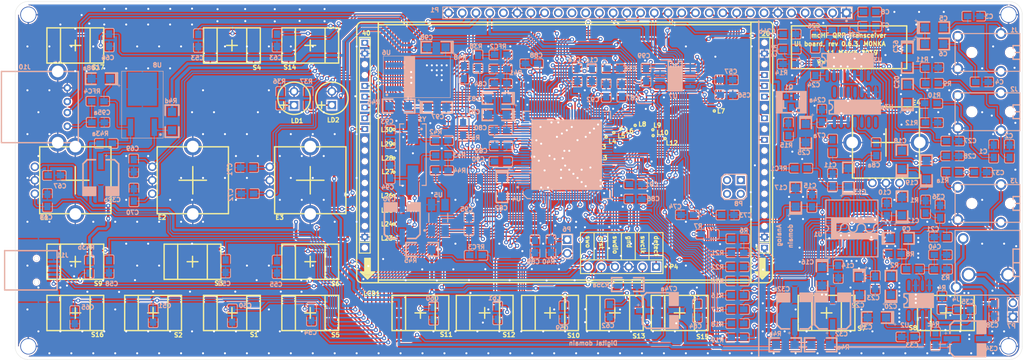
<source format=kicad_pcb>
(kicad_pcb (version 20240108) (generator "pcbnew") (generator_version "8.0")
  (layers (0 "F.Cu" signal "Top Layer") (31 "B.Cu" signal "Bottom Layer") (34 "B.Paste" user "Bottom Paste") (35 "F.Paste" user "Top Paste") (36 "B.SilkS" user "Bottom Overlay") (37 "F.SilkS" user "Top Overlay") (38 "B.Mask" user "Bottom Solder") (39 "F.Mask" user "Top Solder") (44 "Edge.Cuts" user))
  (net 0 "")
  (net 1 "NetJ11_1")
  (net 2 "NetJ3_R")
  (net 3 "NetC26_2")
  (net 4 "NetC31_1")
  (net 5 "NetP1_24")
  (net 6 "NetP1_23")
  (net 7 "NetC97_1")
  (net 8 "NetC96_1")
  (net 9 "NetR7_2")
  (net 10 "NetC32_1")
  (net 11 "UI_5V")
  (net 12 "UI_3V_MCU")
  (net 13 "UI_3V3")
  (net 14 "SPA")
  (net 15 "PE15")
  (net 16 "PE14")
  (net 17 "PE13")
  (net 18 "PE12")
  (net 19 "PE11")
  (net 20 "PE10")
  (net 21 "PE9")
  (net 22 "PE8")
  (net 23 "PE7")
  (net 24 "PE6")
  (net 25 "PE5")
  (net 26 "PE4")
  (net 27 "PE3")
  (net 28 "PE2")
  (net 29 "PE1")
  (net 30 "PE0")
  (net 31 "PD15")
  (net 32 "PD14")
  (net 33 "PD13")
  (net 34 "PD12")
  (net 35 "PD11")
  (net 36 "PD10")
  (net 37 "PD9")
  (net 38 "PD8")
  (net 39 "PD6")
  (net 40 "PD5")
  (net 41 "PD4")
  (net 42 "LCD15")
  (net 43 "LCD40")
  (net 44 "PD1")
  (net 45 "PD0")
  (net 46 "PC15")
  (net 47 "PC14")
  (net 48 "PC13")
  (net 49 "PC12")
  (net 50 "PC11")
  (net 51 "PC10")
  (net 52 "PC9")
  (net 53 "PC8")
  (net 54 "PC7")
  (net 55 "PC6")
  (net 56 "PC5")
  (net 57 "PC4")
  (net 58 "PC1")
  (net 59 "PC0")
  (net 60 "USB_HOST_P")
  (net 61 "USB_HOST_N")
  (net 62 "PB12")
  (net 63 "PB11")
  (net 64 "PB10")
  (net 65 "PB9")
  (net 66 "PB8")
  (net 67 "PB7")
  (net 68 "PB6")
  (net 69 "PB5")
  (net 70 "PB4")
  (net 71 "PB3")
  (net 72 "PB2")
  (net 73 "ELI")
  (net 74 "PB0")
  (net 75 "PA15")
  (net 76 "PA14")
  (net 77 "PA13")
  (net 78 "USB_DFU_P")
  (net 79 "USB_DFU_N")
  (net 80 "PA10")
  (net 81 "PA9")
  (net 82 "PA8")
  (net 83 "PA7")
  (net 84 "PA6")
  (net 85 "PA5")
  (net 86 "PA4")
  (net 87 "PA3")
  (net 88 "PA2")
  (net 89 "PA1")
  (net 90 "PA0")
  (net 91 "NetR44_1")
  (net 92 "NetR43_2")
  (net 93 "NetR42_2")
  (net 94 "NetR20_1")
  (net 95 "NetR19_2")
  (net 96 "NetR18_2")
  (net 97 "NetR17_2")
  (net 98 "NetR16_2")
  (net 99 "NetC40_2")
  (net 100 "NetQ1_3")
  (net 101 "NetQ1_1")
  (net 102 "NetC7a_1")
  (net 103 "NetP6_1")
  (net 104 "NetC8a_1")
  (net 105 "NetLD2_1")
  (net 106 "NetLD1_1")
  (net 107 "NetJ4_B")
  (net 108 "NetC74a_1")
  (net 109 "NetC94_2")
  (net 110 "NetC93_2")
  (net 111 "NetC92_2")
  (net 112 "NetC91_2")
  (net 113 "NetC83_1")
  (net 114 "NetC80_1")
  (net 115 "NetC39_1")
  (net 116 "NetC35_1")
  (net 117 "NetC34_2")
  (net 118 "NetC34_1")
  (net 119 "NetC30_2")
  (net 120 "NetC30_1")
  (net 121 "NetC29_2")
  (net 122 "NetC29_1")
  (net 123 "NetC22_1")
  (net 124 "NetC20_1")
  (net 125 "NetC19_2")
  (net 126 "NetC19_1")
  (net 127 "NetC18_2")
  (net 128 "NetC18_1")
  (net 129 "A_3V")
  (net 130 "NetC9_1")
  (net 131 "NetC8_2")
  (net 132 "NetC7_2")
  (net 133 "NetC5_1")
  (net 134 "NetC4_2")
  (net 135 "NetC3_2")
  (net 136 "MIC_IN")
  (net 137 "LINEIN_R")
  (net 138 "LINEIN_L")
  (net 139 "GND")
  (net 140 "AUDIO_OUT_Q")
  (net 141 "AUDIO_OUT_I")
  (net 142 "A_Q_IN")
  (net 143 "A_I_IN")
  (net 144 "UI_8V")
  (net 145 "NetC7a_2")
  (net 146 "CRO")
  (net 147 "NetC32a_1")
  (net 148 "NetC32b_1")
  (net 149 "NetC35_2")
  (net 150 "NetC95_2")
  (net 151 "NetC98a_1")
  (net 152 "NetR6_2")
  (net 153 "USBH_5V")
  (net 154 "LCD11")
  (net 155 "LCD13")
  (net 156 "LCD16")
  (net 157 "LCD17")
  (net 158 "NRST")
  (footprint "mcHF_ui.lib:BUTTON_SMD2" (layer "F.Cu") (at 232.6011 126.54921 180)
    (property "Reference" "S8")
    (property "Value" "Button" (hide yes))
  )
  (footprint "" (layer "F.Cu") (at 57.7011 74.24921)
    (property "Reference" "")
    (property "Value" "")
  )
  (footprint "mcHF_ui.lib:LED2n" (layer "F.Cu") (at 106.9011 89.74921 90)
    (property "Reference" "LD1")
    (property "Value" "GREEN" (hide yes))
  )
  (footprint "mcHF_ui.lib:tp" (layer "F.Cu") (at 163.7051 96.92661)
    (property "Reference" "L4")
    (property "Value" "TP" (hide yes))
  )
  (footprint "mcHF_ui.lib:BUTTON_SMD2" (layer "F.Cu") (at 114.9011 126.54921 180)
    (property "Reference" "S5")
    (property "Value" "Button" (hide yes))
  )
  (footprint "mcHF_ui.lib:tp" (layer "F.Cu") (at 169.06265 94.77905)
    (property "Reference" "L8")
    (property "Value" "TP" (hide yes))
  )
  (footprint "mcHF_ui.lib:LED2n" (layer "F.Cu") (at 113.9011 89.74921 90)
    (property "Reference" "LD2")
    (property "Value" "RED" (hide yes))
  )
  (footprint "mcHF_ui.lib:tp" (layer "F.Cu") (at 126.36344 107.81756 180)
    (property "Reference" "L26")
    (property "Value" "TP" (hide yes))
  )
  (footprint "mcHF_ui.lib:tp" (layer "F.Cu") (at 172.3411 95.58512)
    (property "Reference" "L9")
    (property "Value" "TP" (hide yes))
  )
  (footprint "mcHF_ui.lib:BUTTON_SMD2" (layer "F.Cu") (at 100.4011 126.54921 180)
    (property "Reference" "S1")
    (property "Value" "Button" (hide yes))
  )
  (footprint "mcHF_ui.lib:BUTTON_SMD2" (layer "F.Cu") (at 71.4011 76.94921 180)
    (property "Reference" "S17")
    (property "Value" "Button" (hide yes))
  )
  (footprint "mcHF_ui.lib:BUTTON_SMD2" (layer "F.Cu") (at 135.3011 126.54921 180)
    (property "Reference" "S11")
    (property "Value" "Button" (hide yes))
  )
  (footprint "mcHF_ui.lib:tp" (layer "F.Cu") (at 126.41424 98.21636 180)
    (property "Reference" "L29")
    (property "Value" "TP" (hide yes))
  )
  (footprint "mcHF_ui.lib:BUTTON_SMD2" (layer "F.Cu") (at 93.1011 117.04921 180)
    (property "Reference" "S3")
    (property "Value" "Button" (hide yes))
  )
  (footprint "mcHF_ui.lib:tp" (layer "F.Cu") (at 174.61764 97.23141)
    (property "Reference" "L12")
    (property "Value" "TP" (hide yes))
  )
  (footprint "mcHF_ui.lib:tp" (layer "F.Cu") (at 161.1397 100.78741)
    (property "Reference" "L13")
    (property "Value" "TP" (hide yes))
  )
  (footprint "mcHF_ui.lib:tp" (layer "F.Cu") (at 126.41989 110.49021 180)
    (property "Reference" "L25")
    (property "Value" "TP" (hide yes))
  )
  (footprint "mcHF_ui.lib:Encoder" (layer "F.Cu") (at 88.1511 104.94921 -90)
    (property "Reference" "E2")
    (property "Value" "ALPS-EC12E24" (hide yes))
  )
  (footprint "mcHF_ui.lib:BUTTON_SMD2" (layer "F.Cu") (at 114.9011 117.04921 180)
    (property "Reference" "S6")
    (property "Value" "Button" (hide yes))
  )
  (footprint "mcHF_ui.lib:BUTTON_SMD2" (layer "F.Cu") (at 71.4011 117.04921 180)
    (property "Reference" "S9")
    (property "Value" "Button" (hide yes))
  )
  (footprint "mcHF_ui.lib:BUTTON_SMD2" (layer "F.Cu") (at 71.4011 126.54921 180)
    (property "Reference" "S16")
    (property "Value" "Button" (hide yes))
  )
  (footprint "mcHF_ui.lib:BUTTON_SMD2" (layer "F.Cu") (at 159.3011 126.54921 180)
    (property "Reference" "S10")
    (property "Value" "Button" (hide yes))
  )
  (footprint "" (layer "F.Cu") (at 239.2011 135.74921)
    (property "Reference" "")
    (property "Value" "")
  )
  (footprint "mcHF_ui.lib:HDR1X6" (layer "F.Cu") (at 173.9413 120.98041 180)
    (property "Reference" "P4")
    (property "Value" "Nucleo Debug" (hide yes))
  )
  (footprint "mcHF_ui.lib:tp" (layer "F.Cu") (at 166.4483 95.40261)
    (property "Reference" "L6")
    (property "Value" "TP" (hide yes))
  )
  (footprint "mcHF_ui.lib:tp" (layer "F.Cu") (at 126.36344 115.71696 180)
    (property "Reference" "L23")
    (property "Value" "TP" (hide yes))
  )
  (footprint "mcHF_ui.lib:BUTTON_SMD2" (layer "F.Cu") (at 147.2011 126.54921 180)
    (property "Reference" "S12")
    (property "Value" "Button" (hide yes))
  )
  (footprint "mcHF_ui.lib:tp" (layer "F.Cu") (at 126.38884 113.06972 180)
    (property "Reference" "L24")
    (property "Value" "TP" (hide yes))
  )
  (footprint "mcHF_ui.lib:BUTTON_SMD2" (layer "F.Cu") (at 114.9011 76.94921 180)
    (property "Reference" "S14")
    (property "Value" "Button" (hide yes))
  )
  (footprint "mcHF_ui.lib:BUTTON_SMD2" (layer "F.Cu") (at 85.8011 126.54921 180)
    (property "Reference" "S2")
    (property "Value" "Button" (hide yes))
  )
  (footprint "mcHF_ui.lib:tp" (layer "F.Cu") (at 157.7107 104.47041)
    (property "Reference" "L14")
    (property "Value" "TP" (hide yes))
  )
  (footprint "mcHF_ui.lib:tp" (layer "F.Cu") (at 172.3919 96.67261)
    (property "Reference" "L10")
    (property "Value" "TP" (hide yes))
  )
  (footprint "mcHF_ui.lib:Encoder" (layer "F.Cu") (at 66.4011 104.94921 -90)
    (property "Reference" "E1")
    (property "Value" "ALPS-EC12E24" (hide yes))
  )
  (footprint "" (layer "F.Cu") (at 57.7011 135.74921)
    (property "Reference" "")
    (property "Value" "")
  )
  (footprint "mcHF_ui.lib:tp" (layer "F.Cu") (at 165.11454 96.13117)
    (property "Reference" "L5")
    (property "Value" "TP" (hide yes))
  )
  (footprint "mcHF_ui.lib:BUTTON_SMD2" (layer "F.Cu") (at 100.4011 76.94921 180)
    (property "Reference" "S4")
    (property "Value" "Button" (hide yes))
  )
  (footprint "" (layer "F.Cu") (at 239.2011 74.24921)
    (property "Reference" "")
    (property "Value" "")
  )
  (footprint "mcHF_ui.lib:tp" (layer "F.Cu") (at 126.41424 95.54936 180)
    (property "Reference" "L30")
    (property "Value" "TP" (hide yes))
  )
  (footprint "mcHF_ui.lib:tp" (layer "F.Cu") (at 126.41424 103.44876 180)
    (property "Reference" "L27")
    (property "Value" "TP" (hide yes))
  )
  (footprint "mcHF_ui.lib:tp" (layer "F.Cu") (at 183.7203 92.10061)
    (property "Reference" "L7")
    (property "Value" "TP" (hide yes))
  )
  (footprint "mcHF_ui.lib:Encoder" (layer "F.Cu") (at 216.5011 97.94921)
    (property "Reference" "E4")
    (property "Value" "ALPS-EC12E24" (hide yes))
  )
  (footprint "mcHF_ui.lib:BUTTON_SMD2" (layer "F.Cu") (at 210.5011 126.54921 180)
    (property "Reference" "S7")
    (property "Value" "Button" (hide yes))
  )
  (footprint "mcHF_ui.lib:BUTTON_SMD2" (layer "F.Cu") (at 183.3011 126.54921 180)
    (property "Reference" "S15")
    (property "Value" "Button" (hide yes))
  )
  (footprint "mcHF_ui.lib:tp" (layer "F.Cu") (at 126.41424 100.83256 180)
    (property "Reference" "L28")
    (property "Value" "TP" (hide yes))
  )
  (footprint "mcHF_ui.lib:HY28A" (layer "F.Cu") (at 194.0011 117.44921 180)
    (property "Reference" "LCD1")
    (property "Value" "HY28B" (hide yes))
  )
  (footprint "mcHF_ui.lib:BUTTON_SMD2" (layer "F.Cu") (at 171.3011 126.54921 180)
    (property "Reference" "S13")
    (property "Value" "Button" (hide yes))
  )
  (footprint "mcHF_ui.lib:Encoder" (layer "F.Cu") (at 109.9011 104.94921 -90)
    (property "Reference" "E3")
    (property "Value" "ALPS-EC12E24" (hide yes))
  )
  (footprint "mcHF_ui.lib:tp" (layer "F.Cu") (at 162.1303 97.68861)
    (property "Reference" "L3")
    (property "Value" "TP" (hide yes))
  )
  (footprint "mcHF_ui.lib:0805-Pro" (layer "B.Cu") (at 187.8351 134.11221)
    (property "Reference" "R19")
    (property "Value" "100" (hide yes))
  )
  (footprint "mcHF_ui.lib:0805-Pro" (layer "B.Cu") (at 146.28436 95.70741 180)
    (property "Reference" "C80")
    (property "Value" "100nF" (hide yes))
  )
  (footprint "mcHF_ui.lib:0805-Pro" (layer "B.Cu") (at 187.8859 115.77341)
    (property "Reference" "R6")
    (property "Value" "4.7K" (hide yes))
  )
  (footprint "mcHF_ui.lib:0805-Pro" (layer "B.Cu") (at 164.8481 84.22661)
    (property "Reference" "C1b")
    (property "Value" "1nF" (hide yes))
  )
  (footprint "mcHF_ui.lib:0805-Pro" (layer "B.Cu") (at 133.0981 103.12421)
    (property "Reference" "R44")
    (property "Value" "0" (hide yes))
  )
  (footprint "mcHF_ui.lib:0805-Pro" (layer "B.Cu") (at 223.8269 111.04901 90)
    (property "Reference" "R1")
    (property "Value" "47K" (hide yes))
  )
  (footprint "mcHF_ui.lib:0805-Pro" (layer "B.Cu") (at 223.7761 94.23421)
    (property "Reference" "R12")
    (property "Value" "4.7K" (hide yes))
  )
  (footprint "mcHF_ui.lib:CAP_ALUM" (layer "B.Cu") (at 71.1221 104.44501 -90)
    (property "Reference" "C32b")
    (property "Value" "220uF" (hide yes))
  )
  (footprint "mcHF_ui.lib:KLBR4" (layer "B.Cu") (at 241.3011 120.24921 90)
    (property "Reference" "J4")
    (property "Value" "KLBR-4" (hide yes))
  )
  (footprint "mcHF_ui.lib:0805-Pro" (layer "B.Cu") (at 171.3251 105.66421 180)
    (property "Reference" "C91")
    (property "Value" "2.2uF" (hide yes))
  )
  (footprint "mcHF_ui.lib:SIP2" (layer "B.Cu") (at 240.0067 130.27315 90)
    (property "Reference" "P7")
    (property "Value" "Speaker" (hide yes))
  )
  (footprint "mcHF_ui.lib:0805-Pro" (layer "B.Cu") (at 164.7211 87.12221 -90)
    (property "Reference" "C92")
    (property "Value" "2.2uF" (hide yes))
  )
  (footprint "mcHF_ui.lib:0805-Pro" (layer "B.Cu") (at 233.9361 74.54921 180)
    (property "Reference" "C3")
    (property "Value" "1nF" (hide yes))
  )
  (footprint "mcHF_ui.lib:0805-Pro" (layer "B.Cu") (at 143.99836 101.46756)
    (property "Reference" "C90")
    (property "Value" "100nF" (hide yes))
  )
  (footprint "mcHF_ui.lib:CAP_ALUM" (layer "B.Cu") (at 174.7033 129.10841)
    (property "Reference" "C74a")
    (property "Value" "220uF" (hide yes))
  )
  (footprint "mcHF_ui.lib:1206_ELEC_CAP_N" (layer "B.Cu") (at 199.7731 109.85521 90)
    (property "Reference" "C17")
    (property "Value" "10uF" (hide yes))
  )
  (footprint "mcHF_ui.lib:0805-Pro" (layer "B.Cu") (at 186.0571 111.37921)
    (property "Reference" "C73")
    (property "Value" "1nF" (hide yes))
  )
  (footprint "mcHF_ui.lib:0805-Pro" (layer "B.Cu") (at 154.4341 118.36421 90)
    (property "Reference" "R40")
    (property "Value" "1k" (hide yes))
  )
  (footprint "mcHF_ui.lib:0805-Pro" (layer "B.Cu") (at 72.6207 122.14881 90)
    (property "Reference" "C58")
    (property "Value" "100nF" (hide yes))
  )
  (footprint "mcHF_ui.lib:1206" (layer "B.Cu") (at 196.1155 135.45841)
    (property "Reference" "R4b")
    (property "Value" "2.2" (hide yes))
  )
  (footprint "mcHF_ui.lib:0805-Pro" (layer "B.Cu") (at 236.47046 98.40347 -90)
    (property "Reference" "C1")
    (property "Value" "1nF" (hide yes))
  )
  (footprint "mcHF_ui.lib:0805-Pro" (layer "B.Cu") (at 207.6471 123.06321 90)
    (property "Reference" "C14")
    (property "Value" "100nF" (hide yes))
  )
  (footprint "mcHF_ui.lib:0805-Pro" (layer "B.Cu") (at 95.4553 131.24201 90)
    (property "Reference" "C50")
    (property "Value" "100nF" (hide yes))
  )
  (footprint "mcHF_ui.lib:0805-Pro" (layer "B.Cu") (at 226.5447 109.57581 -90)
    (property "Reference" "C36")
    (property "Value" "1nF" (hide yes))
  )
  (footprint "mcHF_ui.lib:0805-Pro" (layer "B.Cu") (at 203.45046 78.02901 -90)
    (property "Reference" "C26")
    (property "Value" "470nF" (hide yes))
  )
  (footprint "mcHF_ui.lib:0805-Pro" (layer "B.Cu") (at 138.3559 86.08081 90)
    (property "Reference" "R48")
    (property "Value" "220" (hide yes))
  )
  (footprint "mcHF_ui.lib:0805-Pro" (layer "B.Cu") (at 227.6877 103.42901)
    (property "Reference" "R1a")
    (property "Value" "100" (hide yes))
  )
  (footprint "mcHF_ui.lib:0805-Pro" (layer "B.Cu") (at 182.2725 114.93521)
    (property "Reference" "R7")
    (property "Value" "4.7K" (hide yes))
  )
  (footprint "mcHF_ui.lib:USB_OUT_A" (layer "B.Cu") (at 52.7011 84.74921)
    (property "Reference" "J10")
    (property "Value" "Usb Host" (hide yes))
  )
  (footprint "mcHF_ui.lib:0805-Pro" (layer "B.Cu") (at 232.8439 103.45441)
    (property "Reference" "C37")
    (property "Value" "1nF" (hide yes))
  )
  (footprint "mcHF_ui.lib:0805-Pro" (layer "B.Cu") (at 140.97775 81.76647 -90)
    (property "Reference" "R38")
    (property "Value" "4.7k" (hide yes))
  )
  (footprint "mcHF_ui.lib:0805-Pro" (layer "B.Cu") (at 133.0981 100.33021)
    (property "Reference" "R43")
    (property "Value" "0" (hide yes))
  )
  (footprint "mcHF_ui.lib:0805-Pro" (layer "B.Cu") (at 202.8211 107.56921 -90)
    (property "Reference" "C15")
    (property "Value" "100nF" (hide yes))
  )
  (footprint "mcHF_ui.lib:0805-Pro" (layer "B.Cu") (at 225.67744 133.20346 -90)
    (property "Reference" "R4c")
    (property "Value" "0" (hide yes))
  )
  (footprint "mcHF_ui.lib:0805-Pro" (layer "B.Cu") (at 227.69136 97.65756)
    (property "Reference" "C27")
    (property "Value" "220pF" (hide yes))
  )
  (footprint "mcHF_ui.lib:1206" (layer "B.Cu") (at 84.3047 92.25301 -90)
    (property "Reference" "R4d")
    (property "Value" "2.2" (hide yes))
  )
  (footprint "mcHF_ui.lib:0805-Pro" (layer "B.Cu") (at 239.39146 98.40347 -90)
    (property "Reference" "C2")
    (property "Value" "1nF" (hide yes))
  )
  (footprint "mcHF_ui.lib:0805-Pro" (layer "B.Cu") (at 199.77676 77.87097 180)
    (property "Reference" "C24b")
    (property "Value" "100nF" (hide yes))
  )
  (footprint "mcHF_ui.lib:0805-Pro" (layer "B.Cu") (at 80.7995 131.26741 90)
    (property "Reference" "C51")
    (property "Value" "100nF" (hide yes))
  )
  (footprint "mcHF_ui.lib:0805-Pro" (layer "B.Cu") (at 103.7357 122.17421 90)
    (property "Reference" "C55")
    (property "Value" "100nF" (hide yes))
  )
  (footprint "mcHF_ui.lib:2SMX-3SMXB" (layer "B.Cu") (at 133.6061 111.88721 90)
    (property "Reference" "U5")
    (property "Value" "FOX924B-16.000" (hide yes))
  )
  (footprint "mcHF_ui.lib:1206" (layer "B.Cu") (at 166.9563 124.28241)
    (property "Reference" "R35a")
    (property "Value" "4.7" (hide yes))
  )
  (footprint "mcHF_ui.lib:0805-Pro" (layer "B.Cu") (at 180.8755 111.37921 180)
    (property "Reference" "C74")
    (property "Value" "1nF" (hide yes))
  )
  (footprint "mcHF_ui.lib:0805-Pro" (layer "B.Cu") (at 132.7171 130.81021 90)
    (property "Reference" "C60")
    (property "Value" "100nF" (hide yes))
  )
  (footprint "mcHF_ui.lib:0805-Pro" (layer "B.Cu") (at 190.1719 123.64741 180)
    (property "Reference" "R20")
    (property "Value" "100" (hide yes))
  )
  (footprint "mcHF_ui.lib:1206_ELEC_CAP_N" (layer "B.Cu") (at 146.3061 89.78921 180)
    (property "Reference" "C83")
    (property "Value" "1uF" (hide yes))
  )
  (footprint "mcHF_ui.lib:1206_ELEC_CAP_N" (layer "B.Cu") (at 134.98136 80.28961 180)
    (property "Reference" "C98")
    (property "Value" "10uF" (hide yes))
  )
  (footprint "mcHF_ui.lib:0805-Pro" (layer "B.Cu") (at 226.1891 86.99521 180)
    (property "Reference" "R9")
    (property "Value" "4.7K" (hide yes))
  )
  (footprint "mcHF_ui.lib:0805-Pro" (layer "B.Cu") (at 133.0981 97.53621)
    (property "Reference" "R42")
    (property "Value" "220" (hide yes))
  )
  (footprint "mcHF_ui.lib:1206" (layer "B.Cu") (at 132.35784 117.78567 180)
    (property "Reference" "R45")
    (property "Value" "2.2" (hide yes))
  )
  (footprint "mcHF_ui.lib:0805-Pro" (layer "B.Cu") (at 187.8351 126.26361)
    (property "Reference" "R16")
    (property "Value" "100" (hide yes))
  )
  (footprint "mcHF_ui.lib:1206_ELEC_CAP_N" (layer "B.Cu") (at 223.9793 104.80061 90)
    (property "Reference" "C19")
    (property "Value" "1uF" (hide yes))
  )
  (footprint "mcHF_ui.lib:0805-Pro" (layer "B.Cu") (at 70.9443 98.09501)
    (property "Reference" "R43a")
    (property "Value" "0" (hide yes))
  )
  (footprint "mcHF_ui.lib:0805-Pro" (layer "B.Cu") (at 103.7357 80.16261 90)
    (property "Reference" "C63")
    (property "Value" "100nF" (hide yes))
  )
  (footprint "mcHF_ui.lib:0805-Pro" (layer "B.Cu") (at 110.1111 130.98801 90)
    (property "Reference" "C54")
    (property "Value" "100nF" (hide yes))
  )
  (footprint "mcHF_ui.lib:MINI_USB_B_SMD" (layer "B.Cu") (at 62.1051 123.24921)
    (property "Reference" "J11")
    (property "Value" "Usb Dfu" (hide yes))
  )
  (footprint "mcHF_ui.lib:0805-Pro" (layer "B.Cu") (at 66.2707 131.57221 90)
    (property "Reference" "C65")
    (property "Value" "100nF" (hide yes))
  )
  (footprint "mcHF_ui.lib:0805-Pro" (layer "B.Cu") (at 99.4431 107.44221 180)
    (property "Reference" "C72")
    (property "Value" "1nF" (hide yes))
  )
  (footprint "mcHF_ui.lib:0805-Pro" (layer "B.Cu") (at 206.6311 103.75921 -90)
    (property "Reference" "C11")
    (property "Value" "100nF" (hide yes))
  )
  (footprint "mcHF_ui.lib:0805-Pro" (layer "B.Cu") (at 138.2035 96.59641 90)
    (property "Reference" "R47")
    (property "Value" "220" (hide yes))
  )
  (footprint "mcHF_ui.lib:SO-8-Pro" (layer "B.Cu") (at 180.2659 83.79481 180)
    (property "Reference" "U7")
    (property "Value" "24LC1025" (hide yes))
  )
  (footprint "mcHF_ui.lib:0805-Pro" (layer "B.Cu") (at 139.4227 118.84681)
    (property "Reference" "RFC3")
    (property "Value" "47uH" (hide yes))
  )
  (footprint "mcHF_ui.lib:0805-Pro" (layer "B.Cu") (at 190.1973 118.41501 180)
    (property "Reference" "R21")
    (property "Value" "100" (hide yes))
  )
  (footprint "C__Projects_mcHF_pcb_ui_Pcb_Libs_mcHF_ui.lib:0805-Pro" (layer "B.Cu") (at 227.7639 118.79601 180)
    (property "Reference" "C40")
    (property "Value" "1nF" (hide yes))
  )
  (footprint "mcHF_ui.lib:0805-Pro" (layer "B.Cu") (at 167.6167 87.09681 -90)
    (property "Reference" "C87")
    (property "Value" "100nF" (hide yes))
  )
  (footprint "mcHF_ui.lib:1206_ELEC_CAP_N" (layer "B.Cu") (at 146.28436 92.83155 180)
    (property "Reference" "C81")
    (property "Value" "1uF" (hide yes))
  )
  (footprint "mcHF_ui.lib:0805-Pro" (layer "B.Cu") (at 124.7161 102.23521 -90)
    (property "Reference" "C94")
    (property "Value" "20pF" (hide yes))
  )
  (footprint "mcHF_ui.lib:0805-Pro" (layer "B.Cu") (at 214.7083 98.06961 -90)
    (property "Reference" "C8a")
    (property "Value" "470nF" (hide yes))
  )
  (footprint "mcHF_ui.lib:0805-Pro" (layer "B.Cu") (at 139.3211 111.91261 -90)
    (property "Reference" "C95")
    (property "Value" "100nF" (hide yes))
  )
  (footprint "mcHF_ui.lib:0805-Pro" (layer "B.Cu") (at 212.3207 76.37801)
    (property "Reference" "C7")
    (property "Value" "470nF" (hide yes))
  )
  (footprint "mcHF_ui.lib:CAP_ALUM" (layer "B.Cu") (at 126.9259 112.44601 90)
    (property "Reference" "C96")
    (property "Value" "220uF" (hide yes))
  )
  (footprint "mcHF_ui.lib:SSOP-28-Pro" (layer "B.Cu") (at 205.9961 110.23621 -90)
    (property "Reference" "U1")
    (property "Value" "WM8731" (hide yes))
  )
  (footprint "mcHF_ui.lib:1206_ELEC_CAP_N" (layer "B.Cu") (at 219.4581 102.92101 90)
    (property "Reference" "C18")
    (property "Value" "1uF" (hide yes))
  )
  (footprint "mcHF_ui.lib:0805-Pro" (layer "B.Cu") (at 77.2181 101.09221 -90)
    (property "Reference" "C69")
    (property "Value" "1nF" (hide yes))
  )
  (footprint "mcHF_ui.lib:0805-Pro" (layer "B.Cu") (at 229.81764 128.91085)
    (property "Reference" "C35")
    (property "Value" "47nF" (hide yes))
  )
  (footprint "mcHF_ui.lib:HDR2X2" (layer "B.Cu") (at 188.3431 106.19761 180)
    (property "Reference" "P8")
    (property "Value" "Header 2X2" (hide yes))
  )
  (footprint "mcHF_ui.lib:0805-Pro" (layer "B.Cu") (at 171.34684 108.46386 180)
    (property "Reference" "C86")
    (property "Value" "100nF" (hide yes))
  )
  (footprint "mcHF_ui.lib:0805-Pro" (layer "B.Cu") (at 223.6491 90.67821)
    (property "Reference" "R10")
    (property "Value" "4.7K" (hide yes))
  )
  (footprint "mcHF_ui.lib:0805-Pro" (layer "B.Cu") (at 187.8605 131.49601)
    (property "Reference" "R18")
    (property "Value" "100" (hide yes))
  )
  (footprint "mcHF_ui.lib:1206_ELEC_CAP_N" (layer "B.Cu") (at 219.4581 111.50621 90)
    (property "Reference" "C12")
    (property "Value" "10uF" (hide yes))
  )
  (footprint "mcHF_ui.lib:SQFP14X14-100-PRO" (layer "B.Cu") (at 149.7011 106.24921)
    (property "Reference" "U4")
    (property "Value" "STM32F437VIT7" (hide yes))
  )
  (footprint "mcHF_ui.lib:0805-Pro" (layer "B.Cu") (at 71.7317 90.32261 180)
    (property "Reference" "RFC4")
    (property "Value" "47uH" (hide yes))
  )
  (footprint "mcHF_ui.lib:CAP_ALUM" (layer "B.Cu") (at 231.6501 134.34081)
    (property "Reference" "C34")
    (property "Value" "220uF" (hide yes))
  )
  (footprint "mcHF_ui.lib:TO-252" (layer "B.Cu") (at 131.0407 85.77601)
    (property "Reference" "U6")
    (property "Value" "KA78RM33RTF" (hide yes))
  )
  (footprint "mcHF_ui.lib:1206_ELEC_CAP_N" (layer "B.Cu") (at 145.4171 104.52121 -90)
    (property "Reference" "C82")
    (property "Value" "1uF" (hide yes))
  )
  (footprint "mcHF_ui.lib:0805-Pro" (layer "B.Cu") (at 221.7187 134.01061 180)
    (property "Reference" "C33")
    (property "Value" "100nF" (hide yes))
  )
  (footprint "mcHF_ui.lib:1206_ELEC_CAP_N" (layer "B.Cu") (at 220.4741 90.67821 90)
    (property "Reference" "C30")
    (property "Value" "1uF" (hide yes))
  )
  (footprint "mcHF_ui.lib:0805-Pro" (layer "B.Cu") (at 229.9991 100.45721 180)
    (property "Reference" "C28")
    (property "Value" "220pF" (hide yes))
  )
  (footprint "mcHF_ui.lib:0805-Pro" (layer "B.Cu") (at 216.9943 118.59281)
    (property "Reference" "R8")
    (property "Value" "680" (hide yes))
  )
  (footprint "mcHF_ui.lib:0805-Pro" (layer "B.Cu") (at 146.3061 84.32821 180)
    (property "Reference" "R41")
    (property "Value" "47" (hide yes))
  )
  (footprint "mcHF_ui.lib:SO-14-Pro" (layer "B.Cu") (at 205.6151 79.93401 -90)
    (property "Reference" "U3")
    (property "Value" "74HC4066" (hide yes))
  )
  (footprint "mcHF_ui.lib:0805-Pro" (layer "B.Cu") (at 144.0455 98.52681)
    (property "Reference" "C89")
    (property "Value" "100nF" (hide yes))
  )
  (footprint "mcHF_ui.lib:0805-Pro" (layer "B.Cu") (at 226.1891 84.07421 180)
    (property "Reference" "R11")
    (property "Value" "4.7K" (hide yes))
  )
  (footprint "mcHF_ui.lib:0805-Pro" (layer "B.Cu") (at 225.4271 115.46861)
    (property "Reference" "C21")
    (property "Value" "220pF" (hide yes))
  )
  (footprint "mcHF_ui.lib:0805-Pro" (layer "B.Cu") (at 89.1561 80.21341 90)
    (property "Reference" "C53")
    (property "Value" "100nF" (hide yes))
  )
  (footprint "mcHF_ui.lib:1206" (layer "B.Cu") (at 202.6687 135.45841)
    (property "Reference" "R4a")
    (property "Value" "2.2" (hide yes))
  )
  (footprint "mcHF_ui.lib:0805-Pro" (layer "B.Cu") (at 124.7161 98.04421 90)
    (property "Reference" "C93")
    (property "Value" "20pF" (hide yes))
  )
  (footprint "mcHF_ui.lib:0805-Pro" (layer "B.Cu") (at 69.0139 119.86281 -90)
    (property "Reference" "R43b")
    (property "Value" "0" (hide yes))
  )
  (footprint "mcHF_ui.lib:0805-Pro" (layer "B.Cu") (at 212.3207 73.71101)
    (property "Reference" "C8")
    (property "Value" "470nF" (hide yes))
  )
  (footprint "mcHF_ui.lib:1206_ELEC_CAP_N" (layer "B.Cu") (at 209.5521 106.17221 90)
    (property "Reference" "C13")
    (property "Value" "10uF" (hide yes))
  )
  (footprint "mcHF_ui.lib:0805-Pro" (layer "B.Cu") (at 201.9321 102.74321 180)
    (property "Reference" "RFC1")
    (property "Value" "47uH" (hide yes))
  )
  (footprint "mcHF_ui.lib:1206_ELEC_CAP_N" (layer "B.Cu") (at 223.6999 76.63201)
    (property "Reference" "C5")
    (property "Value" "1uF" (hide yes))
  )
  (footprint "mcHF_ui.lib:0805-Pro" (layer "B.Cu") (at 199.7477 83.41381 180)
    (property "Reference" "R14")
    (property "Value" "4.7K" (hide yes))
  )
  (footprint "mcHF_ui.lib:1206_ELEC_CAP_N" (layer "B.Cu") (at 131.6503 91.41481)
    (property "Reference" "C97")
    (property "Value" "10uF" (hide yes))
  )
  (footprint "mcHF_ui.lib:0805-Pro" (layer "B.Cu") (at 109.4761 90.93221 90)
    (property "Reference" "R37")
    (property "Value" "680" (hide yes))
  )
  (footprint "mcHF_ui.lib:0805-Pro" (layer "B.Cu") (at 199.7985 80.64521 180)
    (property "Reference" "R13")
    (property "Value" "4.7K" (hide yes))
  )
  (footprint "mcHF_ui.lib:SIP2" (layer "B.Cu") (at 157.4821 115.95121 -90)
    (property "Reference" "P6")
    (property "Value" "DFU Mode" (hide yes))
  )
  (footprint "mcHF_ui.lib:SO-8-Pro" (layer "B.Cu") (at 220.7281 124.46021 -90)
    (property "Reference" "U2")
    (property "Value" "LM386M-1" (hide yes))
  )
  (footprint "mcHF_ui.lib:0805-Pro" (layer "B.Cu") (at 203.4307 85.54741 90)
    (property "Reference" "C24")
    (property "Value" "100nF" (hide yes))
  )
  (footprint "mcHF_ui.lib:0805-Pro" (layer "B.Cu") (at 99.3161 102.61621 180)
    (property "Reference" "C71")
    (property "Value" "1nF" (hide yes))
  )
  (footprint "mcHF_ui.lib:MX-387GL_new1" (layer "B.Cu") (at 241.3011 109.24921 90)
    (property "Reference" "J3")
    (property "Value" "Mic" (hide yes))
  )
  (footprint "mcHF_ui.lib:HDR1X30" (layer "B.Cu") (at 209.1711 73.91421 180)
    (property "Reference" "P1")
    (property "Value" "Header 30" (hide yes))
  )
  (footprint "mcHF_ui.lib:0805-Pro" (layer "B.Cu") (at 156.8471 130.65781 90)
    (property "Reference" "C59")
    (property "Value" "100nF" (hide yes))
  )
  (footprint "mcHF_ui.lib:0805-Pro" (layer "B.Cu") (at 206.61014 99.751 90)
    (property "Reference" "C7a")
    (property "Value" "470nF" (hide yes))
  )
  (footprint "mcHF_ui.lib:0805-Pro" (layer "B.Cu") (at 159.3617 84.27741 -90)
    (property "Reference" "C1a")
    (property "Value" "1nF" (hide yes))
  )
  (footprint "mcHF_ui.lib:0805-Pro" (layer "B.Cu") (at 188.1399 86.33481 180)
    (property "Reference" "C57")
    (property "Value" "100nF" (hide yes))
  )
  (footprint "mcHF_ui.lib:TO-252" (layer "B.Cu") (at 78.8183 89.53521 90)
    (property "Reference" "U8")
    (property "Value" "NCP5501DT50G" (hide yes))
  )
  (footprint "mcHF_ui.lib:0805-Pro" (layer "B.Cu") (at 61.33745 104.03495)
    (property "Reference" "C67")
    (property "Value" "1nF" (hide yes))
  )
  (footprint "mcHF_ui.lib:0805-Pro" (layer "B.Cu") (at 94.2107 122.04721 90)
    (property "Reference" "C52")
    (property "Value" "100nF" (hide yes))
  )
  (footprint "mcHF_ui.lib:1206_ELEC_CAP_N" (layer "B.Cu") (at 204.6753 121.03121 -90)
    (property "Reference" "C16")
    (property "Value" "10uF" (hide yes))
  )
  (footprint "mcHF_ui.lib:0805-Pro" (layer "B.Cu") (at 61.2161 109.85521 90)
    (property "Reference" "C68")
    (property "Value" "1nF" (hide yes))
  )
  (footprint "mcHF_ui.lib:1206_ELEC_CAP_N" (layer "B.Cu") (at 201.6527 94.48821 -90)
    (property "Reference" "C25")
    (property "Value" "10uF" (hide yes))
  )
  (footprint "mcHF_ui.lib:0805-Pro" (layer "B.Cu") (at 216.6641 109.22021 -90)
    (property "Reference" "C10")
    (property "Value" "100nF" (hide yes))
  )
  (footprint "mcHF_ui.lib:1206_ELEC_CAP_N" (layer "B.Cu") (at 211.57844 122.83095 -90)
    (property "Reference" "C22")
    (property "Value" "10uF" (hide yes))
  )
  (footprint "mcHF_ui.lib:0805-Pro" (layer "B.Cu") (at 227.7893 121.46301 180)
    (property "Reference" "R3")
    (property "Value" "1K" (hide yes))
  )
  (footprint "mcHF_ui.lib:1206" (layer "B.Cu") (at 124.5383 91.18621)
    (property "Reference" "R46")
    (property "Value" "2.2" (hide yes))
  )
  (footprint "mcHF_ui.lib:0805-Pro" (layer "B.Cu") (at 204.6499 91.84661 -90)
    (property "Reference" "C24a")
    (property "Value" "100nF" (hide yes))
  )
  (footprint "mcHF_ui.lib:CAP_ALUM" (layer "B.Cu") (at 199.6207 129.21001 90)
    (property "Reference" "C32a")
    (property "Value" "220uF" (hide yes))
  )
  (footprint "mcHF_ui.lib:0805-Pro" (layer "B.Cu") (at 77.2181 108.83921 90)
    (property "Reference" "C70")
    (property "Value" "1nF" (hide yes))
  )
  (footprint "mcHF_ui.lib:0805-Pro" (layer "B.Cu") (at 149.71336 83.30656)
    (property "Reference" "C88")
    (property "Value" "100nF" (hide yes))
  )
  (footprint "mcHF_ui.lib:0805-Pro" (layer "B.Cu") (at 198.4269 96.69801 90)
    (property "Reference" "R15")
    (property "Value" "4.7K" (hide yes))
  )
  (footprint "mcHF_ui.lib:0805-Pro" (layer "B.Cu") (at 144.0201 81.66121)
    (property "Reference" "RFC2")
    (property "Value" "47uH" (hide yes))
  )
  (footprint "mcHF_ui.lib:0805-Pro" (layer "B.Cu") (at 165.3561 130.30221 90)
    (property "Reference" "C62")
    (property "Value" "100nF" (hide yes))
  )
  (footprint "mcHF_ui.lib:0805-Pro" (layer "B.Cu") (at 172.0871 84.22661 -90)
    (property "Reference" "C99")
    (property "Value" "100nF" (hide yes))
  )
  (footprint "mcHF_ui.lib:1206_ELEC_CAP_N" (layer "B.Cu") (at 217.1721 115.69721)
    (property "Reference" "C9")
    (property "Value" "1uF" (hide yes))
  )
  (footprint "mcHF_ui.lib:0805-Pro" (layer "B.Cu") (at 71.7825 94.23421 180)
    (property "Reference" "C95a")
    (property "Value" "100nF" (hide yes))
  )
  (footprint "mcHF_ui.lib:0805-Pro" (layer "B.Cu") (at 104.3961 90.93221 90)
    (property "Reference" "R36")
    (property "Value" "680" (hide yes))
  )
  (footprint "mcHF_ui.lib:0805-Pro" (layer "B.Cu") (at 236.5015 127.83841 -90)
    (property "Reference" "C38")
    (property "Value" "1nF" (hide yes))
  )
  (footprint "mcHF_ui.lib:1206_ELEC_CAP_N" (layer "B.Cu") (at 217.4261 126.23821 90)
    (property "Reference" "C20")
    (property "Value" "1uF" (hide yes))
  )
  (footprint "mcHF_ui.lib:0805-Pro" (layer "B.Cu") (at 208.8409 77.16541 180)
    (property "Reference" "C31")
    (property "Value" "470nF" (hide yes))
  )
  (footprint "mcHF_ui.lib:0805-Pro" (layer "B.Cu") (at 151.4877 118.41501 90)
    (property "Reference" "C85")
    (property "Value" "100nF" (hide yes))
  )
  (footprint "mcHF_ui.lib:1206_ELEC_CAP_N" (layer "B.Cu") (at 72.8493 86.13161 180)
    (property "Reference" "C98a")
    (property "Value" "10uF" (hide yes))
  )
  (footprint "mcHF_ui.lib:0805-Pro" (layer "B.Cu") (at 181.5613 130.32761 90)
    (property "Reference" "C64")
    (property "Value" "100nF" (hide yes))
  )
  (footprint "mcHF_ui.lib:0805-Pro" (layer "B.Cu") (at 226.9003 126.46681 -90)
    (property "Reference" "R4")
    (property "Value" "10" (hide yes))
  )
  (footprint "mcHF_ui.lib:1206_ELEC_CAP_N" (layer "B.Cu") (at 216.5371 130.40381 180)
    (property "Reference" "C39")
    (property "Value" "10uF" (hide yes))
  )
  (footprint "mcHF_ui.lib:0805-Pro" (layer "B.Cu") (at 162.0541 84.27741 -90)
    (property "Reference" "C1c")
    (property "Value" "1nF" (hide yes))
  )
  (footprint "mcHF_ui.lib:0805-Pro" (layer "B.Cu") (at 187.8605 128.87981)
    (property "Reference" "R17")
    (property "Value" "100" (hide yes))
  )
  (footprint "mcHF_ui.lib:0805-Pro" (layer "B.Cu") (at 144.5789 130.73401 90)
    (property "Reference" "C61")
    (property "Value" "100nF" (hide yes))
  )
  (footprint "mcHF_ui.lib:SO-14-Pro" (layer "B.Cu") (at 206.9613 88.59541 -90)
    (property "Reference" "U3a")
    (property "Value" "74HC4066" (hide yes))
  )
  (footprint "mcHF_ui.lib:1206_ELEC_CAP_N" (layer "B.Cu") (at 223.6999 79.68001)
    (property "Reference" "C6")
    (property "Value" "1uF" (hide yes))
  )
  (footprint "mcHF_ui.lib:1206_ELEC_CAP_N" (layer "B.Cu") (at 220.4741 80.51821 -90)
    (property "Reference" "C29")
    (property "Value" "1uF" (hide yes))
  )
  (footprint "mcHF_ui.lib:0805-Pro" (layer "B.Cu") (at 188.1653 89.10341 180)
    (property "Reference" "C56")
    (property "Value" "100nF" (hide yes))
  )
  (footprint "mcHF_ui.lib:0805-Pro" (layer "B.Cu") (at 143.99271 86.99521)
    (property "Reference" "C84")
    (property "Value" "100nF" (hide yes))
  )
  (footprint "mcHF_ui.lib:HC49/4H_SMX" (layer "B.Cu") (at 128.9071 100.20321 -90)
    (property "Reference" "Y1")
    (property "Value" "16Mhz" (hide yes))
  )
  (footprint "mcHF_ui.lib:0805-Pro" (layer "B.Cu") (at 72.6461 80.13721 90)
    (property "Reference" "C66")
    (property "Value" "100nF" (hide yes))
  )
  (footprint "mcHF_ui.lib:0805-Pro" (layer "B.Cu") (at 190.1719 121.03121 180)
    (property "Reference" "R22")
    (property "Value" "100" (hide yes))
  )
  (footprint "mcHF_ui.lib:0805-Pro" (layer "B.Cu") (at 214.5051 125.09521 90)
    (property "Reference" "C23")
    (property "Value" "100nF" (hide yes))
  )
  (footprint "mcHF_ui.lib:MX-387GL_new1" (layer "B.Cu") (at 241.3011 92.24921 90)
    (property "Reference" "J2")
    (property "Value" "Line In" (hide yes))
  )
  (footprint "mcHF_ui.lib:CAP_ALUM" (layer "B.Cu") (at 206.6311 129.21001 90)
    (property "Reference" "C32")
    (property "Value" "220uF" (hide yes))
  )
  (footprint "mcHF_ui.lib:0805-Pro" (layer "B.Cu") (at 235.43836 86.73557 180)
    (property "Reference" "C4")
    (property "Value" "1nF" (hide yes))
  )
  (footprint "mcHF_ui.lib:0805-Pro" (layer "B.Cu") (at 222.6331 121.43761 180)
    (property "Reference" "R2")
    (property "Value" "2.2K" (hide yes))
  )
  (footprint "mcHF_ui.lib:MX-387GL_new1" (layer "B.Cu") (at 241.3011 81.24921 90)
    (property "Reference" "J1")
    (property "Value" "Line Out" (hide yes))
  )
  (footprint "mcHF_ui.lib:SOT-23-Pro" (layer "B.Cu") (at 198.0205 89.40821)
    (property "Reference" "Q1")
    (property "Value" "NDS356AP" (hide yes))
  )
  (gr_line (start 192.95045 137.57951) (end 192.95045 75.40031) (stroke (width 0.254)) (layer "B.SilkS"))
  (gr_line (start 220.3471 84.25201) (end 220.3471 76.32721) (stroke (width 0.254)) (layer "F.SilkS"))
  (gr_line (start 199.0111 84.25201) (end 220.3471 84.25201) (stroke (width 0.254)) (layer "F.SilkS"))
  (gr_line (start 199.0111 84.25201) (end 199.0111 76.32721) (stroke (width 0.254)) (layer "F.SilkS"))
  (gr_line (start 199.0111 76.32721) (end 220.3471 76.32721) (stroke (width 0.254)) (layer "F.SilkS"))
  (gr_line (start 241.75146 135.70957) (end 241.751479 135.71097) (stroke (width 0.05)) (layer "Edge.Cuts"))
  (gr_arc (start 241.73702 74.103867) (mid 241.747821 74.135236) (end 241.75148 74.16821) (stroke (width 0.05)) (layer "Edge.Cuts"))
  (gr_arc (start 239.34493 138.208753) (mid 239.317207 138.206705) (end 239.290334 138.199593) (stroke (width 0.05)) (layer "Edge.Cuts"))
  (gr_line (start 57.657259 71.798857) (end 57.6601 71.79883) (stroke (width 0.05)) (layer "Edge.Cuts"))
  (gr_line (start 241.737022 74.103866) (end 241.73702 74.103867) (stroke (width 0.05)) (layer "Edge.Cuts"))
  (gr_arc (start 239.243259 71.798831) (mid 240.953423 72.450137) (end 241.737022 74.103866) (stroke (width 0.05)) (layer "Edge.Cuts"))
  (gr_line (start 55.250747 135.791446) (end 55.25075 135.79145) (stroke (width 0.05)) (layer "Edge.Cuts"))
  (gr_line (start 57.53964 138.19293) (end 57.539642 138.192925) (stroke (width 0.05)) (layer "Edge.Cuts"))
  (gr_arc (start 241.75189 135.7559) (mid 241.049644 137.474188) (end 239.344926 138.208753) (stroke (width 0.05)) (layer "Edge.Cuts"))
  (gr_line (start 57.539642 138.19293) (end 57.53964 138.19293) (stroke (width 0.05)) (layer "Edge.Cuts"))
  (gr_arc (start 57.539642 138.192925) (mid 55.927731 137.437732) (end 55.250747 135.791446) (stroke (width 0.05)) (layer "Edge.Cuts"))
  (gr_line (start 239.290334 138.199593) (end 239.29033 138.19959) (stroke (width 0.05)) (layer "Edge.Cuts"))
  (gr_line (start 241.75148 74.16821) (end 241.751479 135.710969) (stroke (width 0.05)) (layer "Edge.Cuts"))
  (gr_line (start 241.751479 135.710969) (end 241.751453 135.709574) (stroke (width 0.05)) (layer "Edge.Cuts"))
  (gr_line (start 239.34493 138.20875) (end 239.34493 138.208753) (stroke (width 0.05)) (layer "Edge.Cuts"))
  (gr_line (start 57.6601 71.79883) (end 239.243259 71.798831) (stroke (width 0.05)) (layer "Edge.Cuts"))
  (gr_line (start 55.25075 135.79145) (end 55.250747 135.79145) (stroke (width 0.05)) (layer "Edge.Cuts"))
  (gr_line (start 241.751453 135.709574) (end 241.75146 135.70957) (stroke (width 0.05)) (layer "Edge.Cuts"))
  (gr_line (start 55.250747 135.79145) (end 55.25072 135.78861) (stroke (width 0.05)) (layer "Edge.Cuts"))
  (gr_arc (start 55.250721 74.296641) (mid 55.936892 72.549541) (end 57.657259 71.798857) (stroke (width 0.05)) (layer "Edge.Cuts"))
  (gr_line (start 239.29033 138.19959) (end 57.5839 138.19959) (stroke (width 0.05)) (layer "Edge.Cuts"))
  (gr_line (start 241.751479 135.71097) (end 241.75189 135.7559) (stroke (width 0.05)) (layer "Edge.Cuts"))
  (gr_line (start 55.25072 135.78861) (end 55.250721 74.296641) (stroke (width 0.05)) (layer "Edge.Cuts"))
  (gr_line (start 239.344926 138.208753) (end 239.34493 138.20875) (stroke (width 0.05)) (layer "Edge.Cuts"))
  (gr_line (start 57.5839 138.19959) (end 57.539642 138.19293) (stroke (width 0.05)) (layer "Edge.Cuts"))
  (gr_text "Digital domain" (at 166.9055 135.634178 360) (layer "B.SilkS") (effects (font (size 0.8128 0.8128) (thickness 0.2032)) (justify left bottom mirror)))
  (gr_text "Analog" (at 197.154868 113.00481 90) (layer "B.SilkS") (effects (font (size 0.8128 0.8128) (thickness 0.2032)) (justify left bottom mirror)))
  (gr_text "domain" (at 199.288468 112.97941 90) (layer "B.SilkS") (effects (font (size 0.8128 0.8128) (thickness 0.2032)) (justify left bottom mirror)))
  (gr_text "UI board, rev 0.6.3, M0NKA" (at 199.3667 80.135178 0) (layer "F.SilkS") (effects (font (size 0.8128 0.8128) (thickness 0.2032)) (justify left bottom)))
  (gr_text "mcHF QRP Transceiver" (at 202.5163 78.560378 0) (layer "F.SilkS") (effects (font (size 0.8128 0.8128) (thickness 0.2032)) (justify left bottom)))
  (gr_text "11 March 2019" (at 205.3611 81.786178 0) (layer "F.SilkS") (effects (font (size 0.8128 0.8128) (thickness 0.2032)) (justify left bottom)))
  (gr_text "www.m0nka.co.uk" (at 203.5831 83.411778 0) (layer "F.SilkS") (effects (font (size 0.8128 0.8128) (thickness 0.2032)) (justify left bottom)))
  (via (at 213.7939 115.49401) (size 0.762) (drill 0.381) (layers "F.Cu" "B.Cu") (net 0))
  (segment (start 64.0863 123.54581) (end 67.2867 123.54581) (width 0.254) (layer "F.Cu") (net 1))
  (segment (start 63.4767 124.15541) (end 64.0863 123.54581) (width 0.254) (layer "F.Cu") (net 1))
  (segment (start 62.3845 124.15541) (end 63.4767 124.15541) (width 0.254) (layer "F.Cu") (net 1))
  (via (at 67.2867 123.54581) (size 0.762) (drill 0.381) (layers "F.Cu" "B.Cu") (net 1))
  (via (at 62.3845 124.15541) (size 0.762) (drill 0.381) (layers "F.Cu" "B.Cu") (net 1))
  (segment (start 67.77296 122.17055) (end 69.00825 122.17055) (width 0.254) (layer "B.Cu") (net 1))
  (segment (start 67.2867 123.54581) (end 67.2867 122.65681) (width 0.254) (layer "B.Cu") (net 1))
  (segment (start 62.3845 124.15541) (end 62.3845 123.26981) (width 0.254) (layer "B.Cu") (net 1))
  (segment (start 67.2867 122.65681) (end 67.77296 122.17055) (width 0.254) (layer "B.Cu") (net 1))
  (segment (start 62.3845 123.26981) (end 62.4051 123.24921) (width 0.254) (layer "B.Cu") (net 1))
  (segment (start 228.0695 106.24921) (end 229.8011 106.24921) (width 0.254) (layer "B.Cu") (net 2))
  (segment (start 227.70944 105.88915) (end 227.70944 103.43465) (width 0.254) (layer "B.Cu") (net 2))
  (segment (start 227.70944 105.88915) (end 228.0695 106.24921) (width 0.254) (layer "B.Cu") (net 2))
  (segment (start 203.44481 80.33675) (end 203.84755 79.93401) (width 0.254) (layer "B.Cu") (net 3))
  (segment (start 203.84755 79.93401) (end 205.6151 79.93401) (width 0.254) (layer "B.Cu") (net 3))
  (segment (start 213.6786 78.05441) (end 213.8447 78.22051) (width 0.254) (layer "B.Cu") (net 4))
  (segment (start 213.8447 84.91241) (end 213.8447 78.22051) (width 0.254) (layer "B.Cu") (net 4))
  (segment (start 213.2351 85.52201) (end 213.8447 84.91241) (width 0.254) (layer "B.Cu") (net 4))
  (segment (start 211.0507 78.05441) (end 213.6786 78.05441) (width 0.254) (layer "B.Cu") (net 4))
  (segment (start 210.15606 77.15977) (end 211.0507 78.05441) (width 0.254) (layer "B.Cu") (net 4))
  (segment (start 208.81916 77.15977) (end 210.15606 77.15977) (width 0.254) (layer "B.Cu") (net 4))
  (segment (start 142.6231 76.02241) (end 150.0907 76.02241) (width 0.254) (layer "F.Cu") (net 5))
  (segment (start 139.3211 80.89921) (end 139.3211 77.98767) (width 0.254) (layer "F.Cu") (net 5))
  (segment (start 150.7511 75.36201) (end 150.7511 73.91421) (width 0.254) (layer "F.Cu") (net 5))
  (segment (start 141.52144 77.12407) (end 142.6231 76.02241) (width 0.254) (layer "F.Cu") (net 5))
  (segment (start 140.1847 77.12407) (end 141.52144 77.12407) (width 0.254) (layer "F.Cu") (net 5))
  (segment (start 150.0907 76.02241) (end 150.7511 75.36201) (width 0.254) (layer "F.Cu") (net 5))
  (segment (start 139.3211 77.98767) (end 140.1847 77.12407) (width 0.254) (layer "F.Cu") (net 5))
  (via (at 139.3211 80.89921) (size 0.762) (drill 0.381) (layers "F.Cu" "B.Cu") (net 5))
  (segment (start 138.51395 83.77307) (end 138.51395 82.44296) (width 0.254) (layer "B.Cu") (net 5))
  (segment (start 138.51395 82.44296) (end 139.3211 81.63581) (width 0.254) (layer "B.Cu") (net 5))
  (segment (start 139.3211 81.63581) (end 139.3211 80.89921) (width 0.254) (layer "B.Cu") (net 5))
  (segment (start 138.0765 81.55961) (end 139.8291 81.55961) (width 0.254) (layer "F.Cu") (net 6))
  (segment (start 150.2431 76.47961) (end 152.8085 73.91421) (width 0.254) (layer "F.Cu") (net 6))
  (segment (start 138.0511 81.53421) (end 138.0765 81.55961) (width 0.254) (layer "F.Cu") (net 6))
  (segment (start 152.8085 73.91421) (end 153.2911 73.91421) (width 0.254) (layer "F.Cu") (net 6))
  (segment (start 141.8611 77.54641) (end 142.9279 76.47961) (width 0.254) (layer "F.Cu") (net 6))
  (segment (start 140.0323 78.00361) (end 140.4895 77.54641) (width 0.254) (layer "F.Cu") (net 6))
  (segment (start 140.0323 81.35641) (end 140.0323 78.00361) (width 0.254) (layer "F.Cu") (net 6))
  (segment (start 142.9279 76.47961) (end 150.2431 76.47961) (width 0.254) (layer "F.Cu") (net 6))
  (segment (start 140.4895 77.54641) (end 141.8611 77.54641) (width 0.254) (layer "F.Cu") (net 6))
  (segment (start 139.8291 81.55961) (end 140.0323 81.35641) (width 0.254) (layer "F.Cu") (net 6))
  (via (at 138.0511 81.53421) (size 0.762) (drill 0.381) (layers "F.Cu" "B.Cu") (net 6))
  (segment (start 137.2891 92.32921) (end 138.2035 93.24361) (width 0.254) (layer "B.Cu") (net 6))
  (segment (start 137.2891 92.32921) (end 137.2891 81.88344) (width 0.254) (layer "B.Cu") (net 6))
  (segment (start 137.2891 81.88344) (end 137.63833 81.53421) (width 0.254) (layer "B.Cu") (net 6))
  (segment (start 138.05675 94.13627) (end 138.2035 93.98951) (width 0.254) (layer "B.Cu") (net 6))
  (segment (start 137.63833 81.53421) (end 138.0511 81.53421) (width 0.254) (layer "B.Cu") (net 6))
  (segment (start 138.2035 93.98951) (end 138.2035 93.24361) (width 0.254) (layer "B.Cu") (net 6))
  (segment (start 128.27576 91.25675) (end 128.27576 88.34507) (width 0.254) (layer "B.Cu") (net 7))
  (segment (start 128.27576 91.25675) (end 132.02564 91.25675) (width 0.254) (layer "B.Cu") (net 7))
  (segment (start 126.2027 87.97601) (end 127.9067 87.97601) (width 0.254) (layer "B.Cu") (net 7))
  (segment (start 127.9067 87.97601) (end 128.27576 88.34507) (width 0.254) (layer "B.Cu") (net 7))
  (segment (start 132.02564 91.25675) (end 132.2091 91.44021) (width 0.254) (layer "B.Cu") (net 7))
  (segment (start 124.4367 91.31521) (end 124.56004 91.19187) (width 0.254) (layer "B.Cu") (net 8))
  (segment (start 124.5637 106.29921) (end 125.5543 107.28981) (width 0.254) (layer "B.Cu") (net 8))
  (segment (start 123.2683 94.03101) (end 124.4367 92.86261) (width 0.254) (layer "B.Cu") (net 8))
  (segment (start 123.2683 105.76581) (end 123.8017 106.29921) (width 0.254) (layer "B.Cu") (net 8))
  (segment (start 126.9259 117.32281) (end 126.9259 115.44601) (width 0.254) (layer "B.Cu") (net 8))
  (segment (start 127.38876 117.78567) (end 128.92884 117.78567) (width 0.254) (layer "B.Cu") (net 8))
  (segment (start 123.8017 106.29921) (end 124.5637 106.29921) (width 0.254) (layer "B.Cu") (net 8))
  (segment (start 126.9259 117.32281) (end 127.38876 117.78567) (width 0.254) (layer "B.Cu") (net 8))
  (segment (start 125.5543 114.50341) (end 126.4969 115.44601) (width 0.254) (layer "B.Cu") (net 8))
  (segment (start 124.4367 92.86261) (end 124.4367 91.31521) (width 0.254) (layer "B.Cu") (net 8))
  (segment (start 126.4969 115.44601) (end 126.9259 115.44601) (width 0.254) (layer "B.Cu") (net 8))
  (segment (start 123.2683 105.76581) (end 123.2683 94.03101) (width 0.254) (layer "B.Cu") (net 8))
  (segment (start 125.5543 114.50341) (end 125.5543 107.28981) (width 0.254) (layer "B.Cu") (net 8))
  (segment (start 192.1531 120.98041) (end 192.8897 120.24381) (width 0.254) (layer "F.Cu") (net 9))
  (segment (start 192.8897 120.24381) (end 195.3535 120.24381) (width 0.254) (layer "F.Cu") (net 9))
  (segment (start 206.95184 118.94841) (end 208.6631 117.23715) (width 0.254) (layer "F.Cu") (net 9))
  (segment (start 195.3535 120.24381) (end 196.6489 118.94841) (width 0.254) (layer "F.Cu") (net 9))
  (segment (start 208.6631 117.23715) (end 208.6631 116.20521) (width 0.254) (layer "F.Cu") (net 9))
  (segment (start 208.6631 116.20521) (end 209.6791 115.18921) (width 0.254) (layer "F.Cu") (net 9))
  (segment (start 196.6489 118.94841) (end 206.95184 118.94841) (width 0.254) (layer "F.Cu") (net 9))
  (via (at 209.6791 115.18921) (size 0.762) (drill 0.381) (layers "F.Cu" "B.Cu") (net 9))
  (via (at 192.1531 120.98041) (size 0.762) (drill 0.381) (layers "F.Cu" "B.Cu") (net 9))
  (segment (start 190.8323 113.89381) (end 191.2641 114.32561) (width 0.254) (layer "B.Cu") (net 9))
  (segment (start 191.58484 117.75461) (end 192.8389 119.00867) (width 0.254) (layer "B.Cu") (net 9))
  (segment (start 190.19531 120.98041) (end 192.1531 120.98041) (width 0.254) (layer "B.Cu") (net 9))
  (segment (start 191.2641 117.72921) (end 191.2641 114.32561) (width 0.254) (layer "B.Cu") (net 9))
  (segment (start 192.1531 120.98041) (end 192.5595 120.98041) (width 0.254) (layer "B.Cu") (net 9))
  (segment (start 190.15016 121.02557) (end 190.19531 120.98041) (width 0.254) (layer "B.Cu") (net 9))
  (segment (start 184.58024 114.04987) (end 184.7363 113.89381) (width 0.254) (layer "B.Cu") (net 9))
  (segment (start 209.2461 117.53621) (end 209.2461 115.62221) (width 0.254) (layer "B.Cu") (net 9))
  (segment (start 191.2895 117.75461) (end 191.58484 117.75461) (width 0.254) (layer "B.Cu") (net 9))
  (segment (start 184.58024 114.94086) (end 184.58024 114.04987) (width 0.254) (layer "B.Cu") (net 9))
  (segment (start 184.7363 113.89381) (end 190.8323 113.89381) (width 0.254) (layer "B.Cu") (net 9))
  (segment (start 192.5595 120.98041) (end 192.8389 120.70101) (width 0.254) (layer "B.Cu") (net 9))
  (segment (start 192.8389 120.70101) (end 192.8389 119.00867) (width 0.254) (layer "B.Cu") (net 9))
  (segment (start 209.2461 115.62221) (end 209.6791 115.18921) (width 0.254) (layer "B.Cu") (net 9))
  (segment (start 191.2641 117.72921) (end 191.2895 117.75461) (width 0.254) (layer "B.Cu") (net 9))
  (segment (start 223.2681 135.43301) (end 223.2681 133.95981) (width 0.508) (layer "B.Cu") (net 10))
  (segment (start 223.22294 134.00497) (end 223.2681 133.95981) (width 0.508) (layer "B.Cu") (net 10))
  (segment (start 206.11944 135.46407) (end 206.6311 134.95241) (width 0.508) (layer "B.Cu") (net 10))
  (segment (start 206.6311 134.95241) (end 206.6311 132.21001) (width 0.508) (layer "B.Cu") (net 10))
  (segment (start 223.23704 135.46407) (end 223.2681 135.43301) (width 0.508) (layer "B.Cu") (net 10))
  (segment (start 223.2681 133.95981) (end 223.2681 130.04821) (width 0.508) (layer "B.Cu") (net 10))
  (segment (start 206.11944 135.46407) (end 223.23704 135.46407) (width 0.508) (layer "B.Cu") (net 10))
  (segment (start 221.69696 134.00497) (end 223.22294 134.00497) (width 0.508) (layer "B.Cu") (net 10))
  (segment (start 129.7961 80.06101) (end 129.7961 78.41001) (width 0.508) (layer "F.Cu") (net 11))
  (segment (start 132.4123 125.65401) (end 132.4631 125.70481) (width 0.508) (layer "F.Cu") (net 11))
  (segment (start 72.4937 112.06501) (end 72.4937 109.72821) (width 0.508) (layer "F.Cu") (net 11))
  (segment (start 151.6401 124.99361) (end 155.1199 124.99361) (width 0.508) (layer "F.Cu") (net 11))
  (segment (start 155.1199 124.99361) (end 155.6533 124.46021) (width 0.508) (layer "F.Cu") (net 11))
  (segment (start 160.2761 124.46021) (end 160.8857 125.06981) (width 0.508) (layer "F.Cu") (net 11))
  (segment (start 107.6219 115.92581) (end 116.7913 115.92581) (width 0.508) (layer "F.Cu") (net 11))
  (segment (start 132.4123 125.65401) (end 132.4123 119.30401) (width 0.508) (layer "F.Cu") (net 11))
  (segment (start 129.0849 80.77221) (end 129.7961 80.06101) (width 0.508) (layer "F.Cu") (net 11))
  (segment (start 160.8857 125.06981) (end 161.6985 125.06981) (width 0.508) (layer "F.Cu") (net 11))
  (segment (start 155.6533 124.46021) (end 160.2761 124.46021) (width 0.508) (layer "F.Cu") (net 11))
  (segment (start 131.3963 76.80981) (end 132.3361 76.80981) (width 0.508) (layer "F.Cu") (net 11))
  (segment (start 161.6985 125.06981) (end 162.2827 124.48561) (width 0.508) (layer "F.Cu") (net 11))
  (segment (start 162.2827 124.48561) (end 165.5085 124.48561) (width 0.508) (layer "F.Cu") (net 11))
  (segment (start 107.2663 115.57021) (end 107.6219 115.92581) (width 0.508) (layer "F.Cu") (net 11))
  (segment (start 107.2663 115.57021) (end 107.2663 112.67461) (width 0.508) (layer "F.Cu") (net 11))
  (segment (start 116.7913 115.92581) (end 116.8167 115.90041) (width 0.508) (layer "F.Cu") (net 11))
  (segment (start 129.7961 78.41001) (end 131.3963 76.80981) (width 0.508) (layer "F.Cu") (net 11))
  (segment (start 116.8167 115.90041) (end 116.8167 107.59461) (width 0.508) (layer "F.Cu") (net 11))
  (via (at 165.5085 124.48561) (size 0.762) (drill 0.381) (layers "F.Cu" "B.Cu") (net 11))
  (via (at 151.6401 124.99361) (size 0.762) (drill 0.381) (layers "F.Cu" "B.Cu") (net 11))
  (via (at 116.8167 107.59461) (size 0.762) (drill 0.381) (layers "F.Cu" "B.Cu") (net 11))
  (via (at 132.4123 119.30401) (size 0.762) (drill 0.381) (layers "F.Cu" "B.Cu") (net 11))
  (via (at 132.4631 125.70481) (size 0.762) (drill 0.381) (layers "F.Cu" "B.Cu") (net 11))
  (via (at 72.4937 112.06501) (size 0.762) (drill 0.381) (layers "F.Cu" "B.Cu") (net 11))
  (via (at 107.2663 112.67461) (size 0.762) (drill 0.381) (layers "F.Cu" "B.Cu") (net 11))
  (via (at 116.7913 115.92581) (size 0.762) (drill 0.381) (layers "F.Cu" "B.Cu") (net 11))
  (via (at 72.4937 109.65201) (size 0.762) (drill 0.381) (layers "F.Cu" "B.Cu") (net 11))
  (via (at 132.3361 76.80981) (size 0.762) (drill 0.381) (layers "F.Cu" "B.Cu") (net 11))
  (via (at 129.0849 80.77221) (size 0.762) (drill 0.381) (layers "F.Cu" "B.Cu") (net 11))
  (segment (start 72.0619 113.91921) (end 72.4937 113.48741) (width 0.508) (layer "B.Cu") (net 11))
  (segment (start 122.8619 76.93681) (end 126.6973 80.77221) (width 0.508) (layer "B.Cu") (net 11))
  (segment (start 116.3595 120.80261) (end 116.3595 116.35761) (width 0.508) (layer "B.Cu") (net 11))
  (segment (start 83.66204 110.46481) (end 84.5079 111.31067) (width 0.508) (layer "B.Cu") (net 11))
  (segment (start 69.1917 98.12041) (end 69.21146 98.10065) (width 0.508) (layer "B.Cu") (net 11))
  (segment (start 165.5085 124.48561) (end 166.7805 124.48561) (width 0.508) (layer "B.Cu") (net 11))
  (segment (start 107.2663 113.86841) (end 107.2663 112.67461) (width 0.508) (layer "B.Cu") (net 11))
  (segment (start 106.9615 114.17321) (end 107.2663 113.86841) (width 0.508) (layer "B.Cu") (net 11))
  (segment (start 116.8167 107.59461) (end 116.8167 79.36935) (width 0.508) (layer "B.Cu") (net 11))
  (segment (start 132.4123 119.30401) (end 132.4123 117.84013) (width 0.508) (layer "B.Cu") (net 11))
  (segment (start 72.4937 113.48741) (end 72.4937 112.06501) (width 0.508) (layer "B.Cu") (net 11))
  (segment (start 119.24925 76.93681) (end 122.8619 76.93681) (width 0.508) (layer "B.Cu") (net 11))
  (segment (start 84.5079 113.94461) (end 84.5079 111.31067) (width 0.508) (layer "B.Cu") (net 11))
  (segment (start 69.7505 109.65201) (end 72.4937 109.65201) (width 0.508) (layer "B.Cu") (net 11))
  (segment (start 69.00826 119.88455) (end 69.00826 115.49965) (width 0.508) (layer "B.Cu") (net 11))
  (segment (start 132.3869 76.73361) (end 132.7933 76.32721) (width 0.508) (layer "B.Cu") (net 11))
  (segment (start 132.4631 125.70481) (end 132.4885 125.67941) (width 0.508) (layer "B.Cu") (net 11))
  (segment (start 74.4495 110.46481) (end 83.66204 110.46481) (width 0.508) (layer "B.Cu") (net 11))
  (segment (start 140.5911 75.08261) (end 140.5911 73.91421) (width 0.508) (layer "B.Cu") (net 11))
  (segment (start 116.3595 120.80261) (end 118.7725 123.21561) (width 0.508) (layer "B.Cu") (net 11))
  (segment (start 84.5079 113.94461) (end 84.7365 114.17321) (width 0.508) (layer "B.Cu") (net 11))
  (segment (start 118.7725 124.86661) (end 120.1949 126.28901) (width 0.508) (layer "B.Cu") (net 11))
  (segment (start 132.35784 117.78567) (end 132.4123 117.84013) (width 0.508) (layer "B.Cu") (net 11))
  (segment (start 118.7725 124.86661) (end 118.7725 123.21561) (width 0.508) (layer "B.Cu") (net 11))
  (segment (start 84.7365 114.17321) (end 106.9615 114.17321) (width 0.508) (layer "B.Cu") (net 11))
  (segment (start 166.7805 124.48561) (end 166.97804 124.28807) (width 0.508) (layer "B.Cu") (net 11))
  (segment (start 116.8167 79.36935) (end 119.24925 76.93681) (width 0.508) (layer "B.Cu") (net 11))
  (segment (start 70.5887 113.91921) (end 72.0619 113.91921) (width 0.508) (layer "B.Cu") (net 11))
  (segment (start 73.6367 109.65201) (end 74.4495 110.46481) (width 0.508) (layer "B.Cu") (net 11))
  (segment (start 139.1941 124.99361) (end 151.6401 124.99361) (width 0.508) (layer "B.Cu") (net 11))
  (segment (start 69.00826 115.49965) (end 70.5887 113.91921) (width 0.508) (layer "B.Cu") (net 11))
  (segment (start 69.21146 98.10065) (end 70.96604 98.10065) (width 0.508) (layer "B.Cu") (net 11))
  (segment (start 120.1949 126.28901) (end 131.8789 126.28901) (width 0.508) (layer "B.Cu") (net 11))
  (segment (start 126.6973 80.77221) (end 129.0087 80.77221) (width 0.508) (layer "B.Cu") (net 11))
  (segment (start 138.5083 125.67941) (end 139.1941 124.99361) (width 0.508) (layer "B.Cu") (net 11))
  (segment (start 116.3595 116.35761) (end 116.7913 115.92581) (width 0.508) (layer "B.Cu") (net 11))
  (segment (start 72.4937 109.65201) (end 73.6367 109.65201) (width 0.508) (layer "B.Cu") (net 11))
  (segment (start 132.4885 125.67941) (end 138.5083 125.67941) (width 0.508) (layer "B.Cu") (net 11))
  (segment (start 139.3465 76.32721) (end 140.5911 75.08261) (width 0.508) (layer "B.Cu") (net 11))
  (segment (start 69.1917 109.09321) (end 69.7505 109.65201) (width 0.508) (layer "B.Cu") (net 11))
  (segment (start 132.7933 76.32721) (end 139.3465 76.32721) (width 0.508) (layer "B.Cu") (net 11))
  (segment (start 69.1917 109.09321) (end 69.1917 98.12041) (width 0.508) (layer "B.Cu") (net 11))
  (segment (start 131.8789 126.28901) (end 132.4631 125.70481) (width 0.508) (layer "B.Cu") (net 11))
  (segment (start 204.7261 116.43381) (end 204.7261 110.87121) (width 0.254) (layer "F.Cu") (net 12))
  (segment (start 151.3861 100.58421) (end 151.3861 99.56821) (width 0.254) (layer "F.Cu") (net 12))
  (segment (start 140.9721 106.29921) (end 145.0361 106.29921) (width 0.254) (layer "F.Cu") (net 12))
  (segment (start 159.8951 116.73861) (end 159.8951 115.97661) (width 0.254) (layer "F.Cu") (net 12))
  (segment (start 180.9009 114.93521) (end 182.86294 114.93521) (width 0.254) (layer "F.Cu") (net 12))
  (segment (start 174.9573 119.15161) (end 178.0307 122.22501) (width 0.254) (layer "F.Cu") (net 12))
  (segment (start 166.3975 83.18521) (end 166.7531 83.54081) (width 0.254) (layer "F.Cu") (net 12))
  (segment (start 173.9413 120.98041) (end 173.9413 119.15161) (width 0.254) (layer "F.Cu") (net 12))
  (segment (start 154.12283 107.72161) (end 154.63083 108.22961) (width 0.254) (layer "F.Cu") (net 12))
  (segment (start 159.3871 117.24661) (end 159.8951 116.73861) (width 0.254) (layer "F.Cu") (net 12))
  (segment (start 161.7747 108.22961) (end 163.6543 106.35001) (width 0.254) (layer "F.Cu") (net 12))
  (segment (start 145.3663 107.72161) (end 153.7483 107.72161) (width 0.254) (layer "F.Cu") (net 12))
  (segment (start 152.6307 110.26161) (end 153.4943 110.26161) (width 0.254) (layer "F.Cu") (net 12))
  (segment (start 172.7983 83.18521) (end 172.7983 83.03281) (width 0.254) (layer "F.Cu") (net 12))
  (segment (start 140.2609 102.41301) (end 140.9721 103.12421) (width 0.254) (layer "F.Cu") (net 12))
  (segment (start 159.3871 117.93241) (end 159.3871 117.24661) (width 0.254) (layer "F.Cu") (net 12))
  (segment (start 169.1407 109.85521) (end 169.1661 109.88061) (width 0.254) (layer "F.Cu") (net 12))
  (segment (start 178.0307 122.22501) (end 182.9837 122.22501) (width 0.254) (layer "F.Cu") (net 12))
  (segment (start 173.9413 119.15161) (end 174.9573 119.15161) (width 0.254) (layer "F.Cu") (net 12))
  (segment (start 168.5311 113.91921) (end 169.1661 113.28421) (width 0.254) (layer "F.Cu") (net 12))
  (segment (start 169.2677 119.15161) (end 173.9413 119.15161) (width 0.254) (layer "F.Cu") (net 12))
  (segment (start 172.9507 83.51541) (end 172.9507 83.03281) (width 0.254) (layer "F.Cu") (net 12))
  (segment (start 153.4943 110.26161) (end 153.7483 110.00761) (width 0.254) (layer "F.Cu") (net 12))
  (segment (start 168.5311 118.41501) (end 169.2677 119.15161) (width 0.254) (layer "F.Cu") (net 12))
  (segment (start 163.6543 106.35001) (end 163.6543 106.04521) (width 0.254) (layer "F.Cu") (net 12))
  (segment (start 172.9507 83.51541) (end 172.9761 83.54081) (width 0.254) (layer "F.Cu") (net 12))
  (segment (start 172.9761 83.54081) (end 181.0533 83.54081) (width 0.254) (layer "F.Cu") (net 12))
  (segment (start 145.0361 107.39141) (end 145.3663 107.72161) (width 0.254) (layer "F.Cu") (net 12))
  (segment (start 157.48491 118.50122) (end 158.81829 118.50122) (width 0.254) (layer "F.Cu") (net 12))
  (segment (start 166.3975 83.18521) (end 166.3975 82.27081) (width 0.254) (layer "F.Cu") (net 12))
  (segment (start 149.9891 98.17121) (end 151.3861 99.56821) (width 0.254) (layer "F.Cu") (net 12))
  (segment (start 153.7483 107.72161) (end 154.12283 107.72161) (width 0.254) (layer "F.Cu") (net 12))
  (segment (start 182.9837 122.22501) (end 183.1107 122.09801) (width 0.254) (layer "F.Cu") (net 12))
  (segment (start 166.7531 83.54081) (end 172.9761 83.54081) (width 0.254) (layer "F.Cu") (net 12))
  (segment (start 153.7483 110.00761) (end 153.7483 107.72161) (width 0.254) (layer "F.Cu") (net 12))
  (segment (start 169.1661 113.28421) (end 169.1661 109.88061) (width 0.254) (layer "F.Cu") (net 12))
  (segment (start 140.2609 102.41301) (end 140.2609 99.77141) (width 0.254) (layer "F.Cu") (net 12))
  (segment (start 181.5359 83.05821) (end 181.5359 82.06761) (width 0.254) (layer "F.Cu") (net 12))
  (segment (start 158.81829 118.50122) (end 159.3871 117.93241) (width 0.254) (layer "F.Cu") (net 12))
  (segment (start 204.66964 116.49027) (end 204.7261 116.43381) (width 0.254) (layer "F.Cu") (net 12))
  (segment (start 145.0361 107.39141) (end 145.0361 106.29921) (width 0.254) (layer "F.Cu") (net 12))
  (segment (start 140.9721 99.06021) (end 140.9721 98.67921) (width 0.254) (layer "F.Cu") (net 12))
  (segment (start 154.63083 108.22961) (end 161.7747 108.22961) (width 0.254) (layer "F.Cu") (net 12))
  (segment (start 148.6429 98.17121) (end 149.9891 98.17121) (width 0.254) (layer "F.Cu") (net 12))
  (segment (start 168.5311 118.41501) (end 168.5311 113.91921) (width 0.254) (layer "F.Cu") (net 12))
  (segment (start 183.1107 122.09801) (end 183.1107 115.18297) (width 0.254) (layer "F.Cu") (net 12))
  (segment (start 148.2111 98.60301) (end 148.6429 98.17121) (width 0.254) (layer "F.Cu") (net 12))
  (segment (start 140.2609 99.77141) (end 140.9721 99.06021) (width 0.254) (layer "F.Cu") (net 12))
  (segment (start 181.0533 83.54081) (end 181.5359 83.05821) (width 0.254) (layer "F.Cu") (net 12))
  (segment (start 152.2243 109.85521) (end 152.6307 110.26161) (width 0.254) (layer "F.Cu") (net 12))
  (segment (start 182.86294 114.93521) (end 183.1107 115.18297) (width 0.254) (layer "F.Cu") (net 12))
  (segment (start 150.8527 109.85521) (end 152.2243 109.85521) (width 0.254) (layer "F.Cu") (net 12))
  (via (at 140.9721 98.67921) (size 0.762) (drill 0.381) (layers "F.Cu" "B.Cu") (net 12))
  (via (at 181.5359 82.06761) (size 0.762) (drill 0.381) (layers "F.Cu" "B.Cu") (net 12))
  (via (at 145.0361 106.29921) (size 0.762) (drill 0.381) (layers "F.Cu" "B.Cu") (net 12))
  (via (at 140.9721 106.29921) (size 0.762) (drill 0.381) (layers "F.Cu" "B.Cu") (net 12))
  (via (at 140.9721 103.12421) (size 0.762) (drill 0.381) (layers "F.Cu" "B.Cu") (net 12))
  (via (at 148.2111 98.60301) (size 0.762) (drill 0.381) (layers "F.Cu" "B.Cu") (net 12))
  (via (at 169.1407 109.85521) (size 0.762) (drill 0.381) (layers "F.Cu" "B.Cu") (net 12))
  (via (at 150.8527 109.85521) (size 0.762) (drill 0.381) (layers "F.Cu" "B.Cu") (net 12))
  (via (at 168.5311 113.91921) (size 0.762) (drill 0.381) (layers "F.Cu" "B.Cu") (net 12))
  (via (at 172.9507 83.03281) (size 0.762) (drill 0.381) (layers "F.Cu" "B.Cu") (net 12))
  (via (at 166.3975 82.27081) (size 0.762) (drill 0.381) (layers "F.Cu" "B.Cu") (net 12))
  (via (at 180.9009 114.93521) (size 0.762) (drill 0.381) (layers "F.Cu" "B.Cu") (net 12))
  (via (at 163.6543 106.04521) (size 0.762) (drill 0.381) (layers "F.Cu" "B.Cu") (net 12))
  (via (at 159.8951 115.97661) (size 0.762) (drill 0.381) (layers "F.Cu" "B.Cu") (net 12))
  (via (at 204.66964 116.49027) (size 0.762) (drill 0.381) (layers "F.Cu" "B.Cu") (net 12))
  (via (at 204.7261 110.87121) (size 0.762) (drill 0.381) (layers "F.Cu" "B.Cu") (net 12))
  (via (at 151.3861 100.58421) (size 0.762) (drill 0.381) (layers "F.Cu" "B.Cu") (net 12))
  (segment (start 204.7261 110.87121) (end 204.7261 108.30581) (width 0.254) (layer "B.Cu") (net 12))
  (segment (start 146.94639 103.75392) (end 149.6983 103.75392) (width 0.254) (layer "B.Cu") (net 12))
  (segment (start 155.5263 119.68501) (end 156.71009 118.50122) (width 0.254) (layer "B.Cu") (net 12))
  (segment (start 136.8319 92.63401) (end 137.1367 92.93881) (width 0.254) (layer "B.Cu") (net 12))
  (segment (start 150.71638 101.25393) (end 151.3861 100.58421) (width 0.254) (layer "B.Cu") (net 12))
  (segment (start 146.2807 98.41957) (end 147.20074 98.41957) (width 0.254) (layer "B.Cu") (net 12))
  (segment (start 205.78347 108.17881) (end 205.9961 108.39144) (width 0.254) (layer "B.Cu") (net 12))
  (segment (start 169.06084 108.46385) (end 169.1407 108.54371) (width 0.254) (layer "B.Cu") (net 12))
  (segment (start 148.9985 120.39621) (end 149.1509 120.54861) (width 0.254) (layer "B.Cu") (net 12))
  (segment (start 151.99936 81.42895) (end 152.0211 81.40721) (width 0.254) (layer "B.Cu") (net 12))
  (segment (start 167.79084 89.38647) (end 168.12104 89.38647) (width 0.254) (layer "B.Cu") (net 12))
  (segment (start 143.2327 119.92955) (end 143.69936 120.39621) (width 0.254) (layer "B.Cu") (net 12))
  (segment (start 146.03036 101.72157) (end 147.09914 101.72157) (width 0.254) (layer "B.Cu") (net 12))
  (segment (start 206.6461 120.81761) (end 207.5906 120.81761) (width 0.254) (layer "B.Cu") (net 12))
  (segment (start 147.6396 98.03151) (end 147.6396 97.98071) (width 0.254) (layer "B.Cu") (net 12))
  (segment (start 199.77876 109.83347) (end 204.6245 109.83347) (width 0.254) (layer "B.Cu") (net 12))
  (segment (start 150.8527 109.21075) (end 151.3983 108.66514) (width 0.254) (layer "B.Cu") (net 12))
  (segment (start 159.8951 115.69721) (end 161.1651 114.42721) (width 0.254) (layer "B.Cu") (net 12))
  (segment (start 149.1509 120.54861) (end 149.7605 120.54861) (width 0.254) (layer "B.Cu") (net 12))
  (segment (start 205.9961 110.23621) (end 205.9961 108.39144) (width 0.254) (layer "B.Cu") (net 12))
  (segment (start 168.12104 89.38647) (end 168.6327 88.87481) (width 0.254) (layer "B.Cu") (net 12))
  (segment (start 150.0145 79.40061) (end 152.0211 81.40721) (width 0.254) (layer "B.Cu") (net 12))
  (segment (start 197.5633 110.10921) (end 197.83904 109.83347) (width 0.254) (layer "B.Cu") (net 12))
  (segment (start 172.9507 83.79481) (end 172.9507 83.03281) (width 0.254) (layer "B.Cu") (net 12))
  (segment (start 166.3975 82.27081) (end 166.3975 81.66121) (width 0.254) (layer "B.Cu") (net 12))
  (segment (start 182.9329 115.85526) (end 187.83144 115.85526) (width 0.254) (layer "B.Cu") (net 12))
  (segment (start 182.9329 115.84961) (end 182.9329 115.57951) (width 0.254) (layer "B.Cu") (net 12))
  (segment (start 181.5359 82.06761) (end 182.4757 83.00741) (width 0.254) (layer "B.Cu") (net 12))
  (segment (start 151.4623 116.0548) (end 151.4623 111.07441) (width 0.254) (layer "B.Cu") (net 12))
  (segment (start 182.2886 114.93521) (end 182.29424 114.94085) (width 0.254) (layer "B.Cu") (net 12))
  (segment (start 143.2327 119.92955) (end 143.2327 119.12621) (width 0.254) (layer "B.Cu") (net 12))
  (segment (start 137.1367 99.03481) (end 137.5939 99.49201) (width 0.254) (layer "B.Cu") (net 12))
  (segment (start 161.1651 114.42721) (end 168.0231 114.42721) (width 0.254) (layer "B.Cu") (net 12))
  (segment (start 140.3625 105.89281) (end 140.3625 103.73381) (width 0.254) (layer "B.Cu") (net 12))
  (segment (start 146.2807 99.21261) (end 146.2807 98.41957) (width 0.254) (layer "B.Cu") (net 12))
  (segment (start 140.3625 103.73381) (end 140.9721 103.12421) (width 0.254) (layer "B.Cu") (net 12))
  (segment (start 135.0031 82.11841) (end 136.0445 82.11841) (width 0.254) (layer "B.Cu") (net 12))
  (segment (start 136.04816 82.11475) (end 136.04816 79.39695) (width 0.254) (layer "B.Cu") (net 12))
  (segment (start 144.04184 81.66685) (end 144.04184 79.40061) (width 0.254) (layer "B.Cu") (net 12))
  (segment (start 204.8531 108.17881) (end 205.2087 108.17881) (width 0.254) (layer "B.Cu") (net 12))
  (segment (start 150.8527 110.46481) (end 151.4623 111.07441) (width 0.254) (layer "B.Cu") (net 12))
  (segment (start 187.83144 115.85526) (end 187.90764 115.77905) (width 0.254) (layer "B.Cu") (net 12))
  (segment (start 128.7547 82.11841) (end 135.0031 82.11841) (width 0.254) (layer "B.Cu") (net 12))
  (segment (start 182.29424 114.15147) (end 182.9837 113.46201) (width 0.254) (layer "B.Cu") (net 12))
  (segment (start 149.7605 120.54861) (end 150.6241 119.68501) (width 0.254) (layer "B.Cu") (net 12))
  (segment (start 148.36638 97.25393) (end 149.6983 97.25393) (width 0.254) (layer "B.Cu") (net 12))
  (segment (start 205.2341 108.17881) (end 205.78347 108.17881) (width 0.254) (layer "B.Cu") (net 12))
  (segment (start 166.12374 108.46385) (end 169.06084 108.46385) (width 0.254) (layer "B.Cu") (net 12))
  (segment (start 182.4757 84.91241) (end 182.4757 83.00741) (width 0.254) (layer "B.Cu") (net 12))
  (segment (start 168.6327 88.87481) (end 168.6327 83.28681) (width 0.254) (layer "B.Cu") (net 12))
  (segment (start 137.5939 99.49201) (end 146.0013 99.49201) (width 0.254) (layer "B.Cu") (net 12))
  (segment (start 145.41144 105.92387) (end 145.41144 104.54295) (width 0.254) (layer "B.Cu") (net 12))
  (segment (start 152.3983 92.55394) (end 152.3983 83.70551) (width 0.254) (layer "B.Cu") (net 12))
  (segment (start 137.1367 99.03481) (end 137.1367 92.93881) (width 0.254) (layer "B.Cu") (net 12))
  (segment (start 140.97775 81.76647) (end 143.94223 81.76647) (width 0.254) (layer "B.Cu") (net 12))
  (segment (start 156.71009 118.50122) (end 157.48491 118.50122) (width 0.254) (layer "B.Cu") (net 12))
  (segment (start 150.8527 110.46481) (end 150.8527 109.85521) (width 0.254) (layer "B.Cu") (net 12))
  (segment (start 136.0445 82.11841) (end 136.04816 82.11475) (width 0.254) (layer "B.Cu") (net 12))
  (segment (start 166.3975 81.66121) (end 167.0071 81.66121) (width 0.254) (layer "B.Cu") (net 12))
  (segment (start 204.66964 121.05295) (end 204.66964 116.49027) (width 0.254) (layer "B.Cu") (net 12))
  (segment (start 197.5633 111.60781) (end 197.5633 110.10921) (width 0.254) (layer "B.Cu") (net 12))
  (segment (start 147.09914 101.72157) (end 147.56678 101.25393) (width 0.254) (layer "B.Cu") (net 12))
  (segment (start 142.95895 118.85246) (end 143.2327 119.12621) (width 0.254) (layer "B.Cu") (net 12))
  (segment (start 192.8643 113.03021) (end 193.4485 112.44601) (width 0.254) (layer "B.Cu") (net 12))
  (segment (start 144.04184 79.40061) (end 150.0145 79.40061) (width 0.254) (layer "B.Cu") (net 12))
  (segment (start 182.29424 114.94085) (end 182.29424 114.15147) (width 0.254) (layer "B.Cu") (net 12))
  (segment (start 151.99936 83.30657) (end 151.99936 81.42895) (width 0.254) (layer "B.Cu") (net 12))
  (segment (start 141.73044 118.85246) (end 142.95895 118.85246) (width 0.254) (layer "B.Cu") (net 12))
  (segment (start 143.69936 120.39621) (end 148.9985 120.39621) (width 0.254) (layer "B.Cu") (net 12))
  (segment (start 169.1407 109.85521) (end 169.1407 108.54371) (width 0.254) (layer "B.Cu") (net 12))
  (segment (start 134.95962 82.07492) (end 134.95962 80.28395) (width 0.254) (layer "B.Cu") (net 12))
  (segment (start 166.6261 90.55121) (end 167.79084 89.38647) (width 0.254) (layer "B.Cu") (net 12))
  (segment (start 163.39828 91.23903) (end 164.0861 90.55121) (width 0.254) (layer "B.Cu") (net 12))
  (segment (start 172.535 83.79481) (end 172.9507 83.79481) (width 0.254) (layer "B.Cu") (net 12))
  (segment (start 204.90498 120.81761) (end 206.6461 120.81761) (width 0.254) (layer "B.Cu") (net 12))
  (segment (start 180.9009 114.93521) (end 182.2886 114.93521) (width 0.254) (layer "B.Cu") (net 12))
  (segment (start 172.9507 83.79481) (end 174.6779 83.79481) (width 0.254) (layer "B.Cu") (net 12))
  (segment (start 182.29424 114.94085) (end 182.9329 115.57951) (width 0.254) (layer "B.Cu") (net 12))
  (segment (start 147.20074 98.41957) (end 147.6396 97.98071) (width 0.254) (layer "B.Cu") (net 12))
  (segment (start 147.6396 97.98071) (end 148.36638 97.25393) (width 0.254) (layer "B.Cu") (net 12))
  (segment (start 152.0211 81.40721) (end 152.2751 81.66121) (width 0.254) (layer "B.Cu") (net 12))
  (segment (start 136.04816 79.39695) (end 144.0201 79.39695) (width 0.254) (layer "B.Cu") (net 12))
  (segment (start 126.2027 83.57601) (end 127.2971 83.57601) (width 0.254) (layer "B.Cu") (net 12))
  (segment (start 204.7261 108.30581) (end 204.8531 108.17881) (width 0.254) (layer "B.Cu") (net 12))
  (segment (start 145.41144 104.54295) (end 146.15736 104.54295) (width 0.254) (layer "B.Cu") (net 12))
  (segment (start 147.6396 98.03151) (end 148.2111 98.60301) (width 0.254) (layer "B.Cu") (net 12))
  (segment (start 191.2133 113.03021) (end 192.8643 113.03021) (width 0.254) (layer "B.Cu") (net 12))
  (segment (start 143.94223 81.76647) (end 144.04184 81.66685) (width 0.254) (layer "B.Cu") (net 12))
  (segment (start 140.7689 106.29921) (end 140.9721 106.29921) (width 0.254) (layer "B.Cu") (net 12))
  (segment (start 140.3625 105.89281) (end 140.7689 106.29921) (width 0.254) (layer "B.Cu") (net 12))
  (segment (start 190.7815 113.46201) (end 191.2133 113.03021) (width 0.254) (layer "B.Cu") (net 12))
  (segment (start 145.0361 106.29921) (end 145.41144 105.92387) (width 0.254) (layer "B.Cu") (net 12))
  (segment (start 193.4485 112.44601) (end 196.7251 112.44601) (width 0.254) (layer "B.Cu") (net 12))
  (segment (start 206.6461 120.81761) (end 206.6461 117.53621) (width 0.254) (layer "B.Cu") (net 12))
  (segment (start 165.6355 107.97561) (end 166.12374 108.46385) (width 0.254) (layer "B.Cu") (net 12))
  (segment (start 150.8527 109.85521) (end 150.8527 109.21075) (width 0.254) (layer "B.Cu") (net 12))
  (segment (start 147.56678 101.25393) (end 149.6983 101.25393) (width 0.254) (layer "B.Cu") (net 12))
  (segment (start 146.15736 104.54295) (end 146.94639 103.75392) (width 0.254) (layer "B.Cu") (net 12))
  (segment (start 197.83904 109.83347) (end 199.77876 109.83347) (width 0.254) (layer "B.Cu") (net 12))
  (segment (start 163.6543 106.04521) (end 163.86301 106.25392) (width 0.254) (layer "B.Cu") (net 12))
  (segment (start 204.66964 121.05295) (end 204.90498 120.81761) (width 0.254) (layer "B.Cu") (net 12))
  (segment (start 127.2971 83.57601) (end 128.7547 82.11841) (width 0.254) (layer "B.Cu") (net 12))
  (segment (start 168.0231 114.42721) (end 168.5311 113.91921) (width 0.254) (layer "B.Cu") (net 12))
  (segment (start 181.0533 86.33481) (end 182.4757 84.91241) (width 0.254) (layer "B.Cu") (net 12))
  (segment (start 165.6355 107.97561) (end 165.6355 106.79114) (width 0.254) (layer "B.Cu") (net 12))
  (segment (start 196.7251 112.44601) (end 197.5633 111.60781) (width 0.254) (layer "B.Cu") (net 12))
  (segment (start 163.39828 92.55394) (end 163.39828 91.23903) (width 0.254) (layer "B.Cu") (net 12))
  (segment (start 172.08146 84.24835) (end 172.535 83.79481) (width 0.254) (layer "B.Cu") (net 12))
  (segment (start 146.0013 99.49201) (end 146.2807 99.21261) (width 0.254) (layer "B.Cu") (net 12))
  (segment (start 204.66964 116.49027) (end 204.6753 116.48461) (width 0.254) (layer "B.Cu") (net 12))
  (segment (start 150.6241 119.68501) (end 155.5263 119.68501) (width 0.254) (layer "B.Cu") (net 12))
  (segment (start 140.9721 99.44121) (end 140.9721 98.67921) (width 0.254) (layer "B.Cu") (net 12))
  (segment (start 180.2659 86.33481) (end 181.0533 86.33481) (width 0.254) (layer "B.Cu") (net 12))
  (segment (start 159.8951 115.97661) (end 159.8951 115.69721) (width 0.254) (layer "B.Cu") (net 12))
  (segment (start 163.86301 106.25392) (end 165.09827 106.25392) (width 0.254) (layer "B.Cu") (net 12))
  (segment (start 151.3983 108.66514) (end 151.3983 107.95391) (width 0.254) (layer "B.Cu") (net 12))
  (segment (start 167.0071 81.66121) (end 168.6327 83.28681) (width 0.254) (layer "B.Cu") (net 12))
  (segment (start 134.95962 82.07492) (end 135.0031 82.11841) (width 0.254) (layer "B.Cu") (net 12))
  (segment (start 149.6983 101.25393) (end 150.71638 101.25393) (width 0.254) (layer "B.Cu") (net 12))
  (segment (start 182.9837 113.46201) (end 190.7815 113.46201) (width 0.254) (layer "B.Cu") (net 12))
  (segment (start 152.2751 81.66121) (end 166.3975 81.66121) (width 0.254) (layer "B.Cu") (net 12))
  (segment (start 136.8319 92.63401) (end 136.8319 82.11841) (width 0.254) (layer "B.Cu") (net 12))
  (segment (start 164.0861 90.55121) (end 166.6261 90.55121) (width 0.254) (layer "B.Cu") (net 12))
  (segment (start 165.09827 106.25392) (end 165.6355 106.79114) (width 0.254) (layer "B.Cu") (net 12))
  (segment (start 136.0445 82.11841) (end 136.8319 82.11841) (width 0.254) (layer "B.Cu") (net 12))
  (segment (start 207.5906 120.81761) (end 207.65275 120.75547) (width 0.254) (layer "B.Cu") (net 12))
  (segment (start 181.3327 81.02621) (end 181.6375 81.02621) (width 0.508) (layer "F.Cu") (net 13))
  (segment (start 181.6375 81.02621) (end 181.8407 80.82301) (width 0.508) (layer "F.Cu") (net 13))
  (segment (start 191.7721 78.15601) (end 195.6329 78.15601) (width 0.508) (layer "F.Cu") (net 13))
  (segment (start 173.7889 82.95661) (end 173.7889 78.84181) (width 0.508) (layer "F.Cu") (net 13))
  (segment (start 173.7889 82.95661) (end 180.3167 82.95661) (width 0.508) (layer "F.Cu") (net 13))
  (segment (start 183.42316 78.74021) (end 183.6695 78.74021) (width 0.508) (layer "F.Cu") (net 13))
  (segment (start 173.7127 78.76561) (end 173.7889 78.84181) (width 0.508) (layer "F.Cu") (net 13))
  (segment (start 180.7231 81.63581) (end 181.3327 81.02621) (width 0.508) (layer "F.Cu") (net 13))
  (segment (start 181.8407 80.82301) (end 181.8407 80.32267) (width 0.508) (layer "F.Cu") (net 13))
  (segment (start 166.5499 79.83241) (end 167.6167 78.76561) (width 0.508) (layer "F.Cu") (net 13))
  (segment (start 180.7231 82.55021) (end 180.7231 81.63581) (width 0.508) (layer "F.Cu") (net 13))
  (segment (start 181.8407 80.32267) (end 183.42316 78.74021) (width 0.508) (layer "F.Cu") (net 13))
  (segment (start 167.6167 78.76561) (end 173.7127 78.76561) (width 0.508) (layer "F.Cu") (net 13))
  (segment (start 180.3167 82.95661) (end 180.7231 82.55021) (width 0.508) (layer "F.Cu") (net 13))
  (via (at 195.6329 78.15601) (size 0.762) (drill 0.381) (layers "F.Cu" "B.Cu") (net 13))
  (via (at 183.6695 78.74021) (size 0.762) (drill 0.381) (layers "F.Cu" "B.Cu") (net 13))
  (via (at 191.7721 78.15601) (size 0.762) (drill 0.381) (layers "F.Cu" "B.Cu") (net 13))
  (via (at 166.5499 79.83241) (size 0.762) (drill 0.381) (layers "F.Cu" "B.Cu") (net 13))
  (segment (start 150.7003 77.85121) (end 152.9863 80.13721) (width 0.508) (layer "B.Cu") (net 13))
  (segment (start 195.6329 86.66501) (end 195.6329 78.15601) (width 0.508) (layer "B.Cu") (net 13))
  (segment (start 195.6583 86.69041) (end 196.5981 86.69041) (width 0.508) (layer "B.Cu") (net 13))
  (segment (start 196.5981 102.73756) (end 196.5981 86.69041) (width 0.508) (layer "B.Cu") (net 13))
  (segment (start 143.1311 77.74961) (end 143.2327 77.85121) (width 0.508) (layer "B.Cu") (net 13))
  (segment (start 143.2327 77.85121) (end 150.7003 77.85121) (width 0.508) (layer "B.Cu") (net 13))
  (segment (start 183.6695 78.74021) (end 184.2537 78.15601) (width 0.508) (layer "B.Cu") (net 13))
  (segment (start 184.2537 78.15601) (end 191.7721 78.15601) (width 0.508) (layer "B.Cu") (net 13))
  (segment (start 196.5981 102.73756) (end 199.62436 102.73756) (width 0.508) (layer "B.Cu") (net 13))
  (segment (start 166.2451 80.13721) (end 166.5499 79.83241) (width 0.508) (layer "B.Cu") (net 13))
  (segment (start 143.1311 77.74961) (end 143.1311 73.91421) (width 0.508) (layer "B.Cu") (net 13))
  (segment (start 152.9863 80.13721) (end 166.2451 80.13721) (width 0.508) (layer "B.Cu") (net 13))
  (segment (start 195.6329 78.15601) (end 195.6583 78.15601) (width 0.508) (layer "B.Cu") (net 13))
  (segment (start 195.6329 86.66501) (end 195.6583 86.69041) (width 0.508) (layer "B.Cu") (net 13))
  (segment (start 220.62284 115.70287) (end 220.6265 115.70653) (width 0.254) (layer "B.Cu") (net 14))
  (segment (start 220.1947 121.30131) (end 220.1947 119.76121) (width 0.254) (layer "B.Cu") (net 14))
  (segment (start 220.1947 119.76121) (end 220.6265 119.32941) (width 0.254) (layer "B.Cu") (net 14))
  (segment (start 220.1947 121.30131) (end 220.32536 121.43196) (width 0.254) (layer "B.Cu") (net 14))
  (segment (start 220.6265 119.32941) (end 220.6265 115.70653) (width 0.254) (layer "B.Cu") (net 14))
  (segment (start 177.5735 93.19281) (end 178.6657 92.10061) (width 0.254) (layer "F.Cu") (net 15))
  (segment (start 165.5085 93.19281) (end 177.5735 93.19281) (width 0.254) (layer "F.Cu") (net 15))
  (segment (start 163.1971 94.61521) (end 164.0861 94.61521) (width 0.254) (layer "F.Cu") (net 15))
  (segment (start 178.6657 92.10061) (end 183.74204 92.10061) (width 0.254) (layer "F.Cu") (net 15))
  (segment (start 164.0861 94.61521) (end 165.5085 93.19281) (width 0.254) (layer "F.Cu") (net 15))
  (via (at 163.1971 94.61521) (size 0.762) (drill 0.381) (layers "F.Cu" "B.Cu") (net 15))
  (segment (start 161.39828 94.18799) (end 161.39828 92.55394) (width 0.254) (layer "B.Cu") (net 15))
  (segment (start 161.8255 94.61521) (end 163.1971 94.61521) (width 0.254) (layer "B.Cu") (net 15))
  (segment (start 161.39828 94.18799) (end 161.8255 94.61521) (width 0.254) (layer "B.Cu") (net 15))
  (segment (start 162.4351 95.37721) (end 166.47004 95.37721) (width 0.254) (layer "F.Cu") (net 16))
  (via (at 162.4351 95.37721) (size 0.762) (drill 0.381) (layers "F.Cu" "B.Cu") (net 16))
  (segment (start 160.89828 95.21199) (end 160.89828 92.55394) (width 0.254) (layer "B.Cu") (net 16))
  (segment (start 160.89828 95.21199) (end 161.0635 95.37721) (width 0.254) (layer "B.Cu") (net 16))
  (segment (start 161.0635 95.37721) (end 162.4351 95.37721) (width 0.254) (layer "B.Cu") (net 16))
  (segment (start 161.6731 96.13921) (end 165.13628 96.13921) (width 0.254) (layer "F.Cu") (net 17))
  (via (at 161.6731 96.13921) (size 0.762) (drill 0.381) (layers "F.Cu" "B.Cu") (net 17))
  (segment (start 161.0635 96.13921) (end 161.6731 96.13921) (width 0.254) (layer "B.Cu") (net 17))
  (segment (start 160.39828 95.47399) (end 161.0635 96.13921) (width 0.254) (layer "B.Cu") (net 17))
  (segment (start 160.39828 95.47399) (end 160.39828 92.55394) (width 0.254) (layer "B.Cu") (net 17))
  (segment (start 160.9111 96.90121) (end 163.72684 96.90121) (width 0.254) (layer "F.Cu") (net 18))
  (via (at 160.9111 96.90121) (size 0.762) (drill 0.381) (layers "F.Cu" "B.Cu") (net 18))
  (segment (start 159.89828 95.88839) (end 159.89828 92.55394) (width 0.254) (layer "B.Cu") (net 18))
  (segment (start 159.89828 95.88839) (end 160.9111 96.90121) (width 0.254) (layer "B.Cu") (net 18))
  (segment (start 160.1491 97.51081) (end 160.3015 97.66321) (width 0.254) (layer "F.Cu") (net 19))
  (segment (start 160.3015 97.66321) (end 162.15204 97.66321) (width 0.254) (layer "F.Cu") (net 19))
  (segment (start 159.3871 97.51081) (end 160.1491 97.51081) (width 0.254) (layer "F.Cu") (net 19))
  (via (at 159.3871 97.51081) (size 0.762) (drill 0.381) (layers "F.Cu" "B.Cu") (net 19))
  (segment (start 157.4059 96.44401) (end 157.88265 96.44401) (width 0.254) (layer "B.Cu") (net 19))
  (segment (start 156.1105 97.73941) (end 156.1867 97.81561) (width 0.254) (layer "B.Cu") (net 19))
  (segment (start 159.39828 94.92837) (end 159.39828 92.55394) (width 0.254) (layer "B.Cu") (net 19))
  (segment (start 156.1867 97.81561) (end 159.0823 97.81561) (width 0.254) (layer "B.Cu") (net 19))
  (segment (start 156.1105 97.73941) (end 157.4059 96.44401) (width 0.254) (layer "B.Cu") (net 19))
  (segment (start 159.0823 97.81561) (end 159.3871 97.51081) (width 0.254) (layer "B.Cu") (net 19))
  (segment (start 157.88265 96.44401) (end 159.39828 94.92837) (width 0.254) (layer "B.Cu") (net 19))
  (segment (start 152.9863 94.31041) (end 153.6975 95.02161) (width 0.254) (layer "F.Cu") (net 20))
  (segment (start 152.2243 94.31041) (end 152.9863 94.31041) (width 0.254) (layer "F.Cu") (net 20))
  (segment (start 132.2599 95.37721) (end 133.3775 94.25961) (width 0.254) (layer "F.Cu") (net 20))
  (segment (start 126.41424 95.54936) (end 127.05489 96.19001) (width 0.254) (layer "F.Cu") (net 20))
  (segment (start 128.2721 96.19001) (end 129.0849 95.37721) (width 0.254) (layer "F.Cu") (net 20))
  (segment (start 134.7745 94.92001) (end 151.6147 94.92001) (width 0.254) (layer "F.Cu") (net 20))
  (segment (start 134.1141 94.25961) (end 134.7745 94.92001) (width 0.254) (layer "F.Cu") (net 20))
  (segment (start 129.0849 95.37721) (end 132.2599 95.37721) (width 0.254) (layer "F.Cu") (net 20))
  (segment (start 151.6147 94.92001) (end 152.2243 94.31041) (width 0.254) (layer "F.Cu") (net 20))
  (segment (start 133.3775 94.25961) (end 134.1141 94.25961) (width 0.254) (layer "F.Cu") (net 20))
  (segment (start 127.05489 96.19001) (end 128.2721 96.19001) (width 0.254) (layer "F.Cu") (net 20))
  (segment (start 158.2695 95.02161) (end 158.3203 95.07241) (width 0.254) (layer "F.Cu") (net 20))
  (segment (start 153.6975 95.02161) (end 158.2695 95.02161) (width 0.254) (layer "F.Cu") (net 20))
  (via (at 158.3203 95.07241) (size 0.762) (drill 0.381) (layers "F.Cu" "B.Cu") (net 20))
  (segment (start 158.3203 95.07241) (end 158.89829 94.49442) (width 0.254) (layer "B.Cu") (net 20))
  (segment (start 158.89829 94.49442) (end 158.89829 92.55394) (width 0.254) (layer "B.Cu") (net 20))
  (segment (start 157.3551 95.63121) (end 157.4059 95.68201) (width 0.254) (layer "F.Cu") (net 21))
  (segment (start 156.01476 95.83441) (end 156.21796 95.63121) (width 0.254) (layer "F.Cu") (net 21))
  (segment (start 128.26264 97.46947) (end 128.26264 96.85987) (width 0.254) (layer "F.Cu") (net 21))
  (segment (start 128.26264 96.85987) (end 129.2881 95.83441) (width 0.254) (layer "F.Cu") (net 21))
  (segment (start 156.21796 95.63121) (end 157.3551 95.63121) (width 0.254) (layer "F.Cu") (net 21))
  (segment (start 127.51575 98.21636) (end 128.26264 97.46947) (width 0.254) (layer "F.Cu") (net 21))
  (segment (start 126.41424 98.21636) (end 127.51575 98.21636) (width 0.254) (layer "F.Cu") (net 21))
  (segment (start 129.2881 95.83441) (end 156.01476 95.83441) (width 0.254) (layer "F.Cu") (net 21))
  (via (at 157.4059 95.68201) (size 0.762) (drill 0.381) (layers "F.Cu" "B.Cu") (net 21))
  (segment (start 157.4059 94.85433) (end 158.39829 93.86194) (width 0.254) (layer "B.Cu") (net 21))
  (segment (start 157.4059 95.68201) (end 157.4059 94.85433) (width 0.254) (layer "B.Cu") (net 21))
  (segment (start 158.39829 93.86194) (end 158.39829 92.55394) (width 0.254) (layer "B.Cu") (net 21))
  (segment (start 126.41424 100.00849) (end 128.66904 97.7537) (width 0.254) (layer "F.Cu") (net 22))
  (segment (start 128.66904 97.11387) (end 129.4913 96.29161) (width 0.254) (layer "F.Cu") (net 22))
  (segment (start 129.4913 96.29161) (end 153.1387 96.29161) (width 0.254) (layer "F.Cu") (net 22))
  (segment (start 156.4407 96.24081) (end 156.4915 96.29161) (width 0.254) (layer "F.Cu") (net 22))
  (segment (start 153.1895 96.24081) (end 156.4407 96.24081) (width 0.254) (layer "F.Cu") (net 22))
  (segment (start 126.41424 100.83256) (end 126.41424 100.00849) (width 0.254) (layer "F.Cu") (net 22))
  (segment (start 128.66904 97.7537) (end 128.66904 97.11387) (width 0.254) (layer "F.Cu") (net 22))
  (segment (start 153.1387 96.29161) (end 153.1895 96.24081) (width 0.254) (layer "F.Cu") (net 22))
  (via (at 156.4915 96.29161) (size 0.762) (drill 0.381) (layers "F.Cu" "B.Cu") (net 22))
  (segment (start 156.4915 95.19399) (end 157.89829 93.78721) (width 0.254) (layer "B.Cu") (net 22))
  (segment (start 156.4915 96.29161) (end 156.4915 95.19399) (width 0.254) (layer "B.Cu") (net 22))
  (segment (start 157.89829 93.78721) (end 157.89829 92.55394) (width 0.254) (layer "B.Cu") (net 22))
  (segment (start 129.6945 96.74881) (end 155.4247 96.74881) (width 0.254) (layer "F.Cu") (net 23))
  (segment (start 126.41424 103.44876) (end 126.41424 102.62469) (width 0.254) (layer "F.Cu") (net 23))
  (segment (start 126.41424 102.62469) (end 127.45564 101.58329) (width 0.254) (layer "F.Cu") (net 23))
  (segment (start 127.45564 99.54183) (end 129.07544 97.92204) (width 0.254) (layer "F.Cu") (net 23))
  (segment (start 127.45564 101.58329) (end 127.45564 99.54183) (width 0.254) (layer "F.Cu") (net 23))
  (segment (start 129.07544 97.92204) (end 129.07544 97.36787) (width 0.254) (layer "F.Cu") (net 23))
  (segment (start 129.07544 97.36787) (end 129.6945 96.74881) (width 0.254) (layer "F.Cu") (net 23))
  (via (at 155.5771 96.90121) (size 0.762) (drill 0.381) (layers "F.Cu" "B.Cu") (net 23))
  (segment (start 157.39829 93.68302) (end 157.39829 92.55394) (width 0.254) (layer "B.Cu") (net 23))
  (segment (start 155.5771 96.90121) (end 155.5771 95.50421) (width 0.254) (layer "B.Cu") (net 23))
  (segment (start 155.5771 95.50421) (end 157.39829 93.68302) (width 0.254) (layer "B.Cu") (net 23))
  (segment (start 133.64396 113.97001) (end 143.3851 113.97001) (width 0.254) (layer "F.Cu") (net 24))
  (segment (start 143.3851 113.97001) (end 144.0709 113.28421) (width 0.254) (layer "F.Cu") (net 24))
  (segment (start 63.7961 127.25421) (end 66.9311 127.25421) (width 0.254) (layer "F.Cu") (net 24))
  (segment (start 122.0491 125.56487) (end 133.64396 113.97001) (width 0.254) (layer "F.Cu") (net 24))
  (segment (start 63.3011 127.74921) (end 63.7961 127.25421) (width 0.254) (layer "F.Cu") (net 24))
  (segment (start 144.0709 113.28421) (end 146.3061 113.28421) (width 0.254) (layer "F.Cu") (net 24))
  (segment (start 66.9311 127.25421) (end 68.9061 127.25421) (width 0.254) (layer "F.Cu") (net 24))
  (segment (start 122.0491 132.71521) (end 122.0491 125.56487) (width 0.254) (layer "F.Cu") (net 24))
  (segment (start 68.9061 127.25421) (end 69.4011 127.74921) (width 0.254) (layer "F.Cu") (net 24))
  (via (at 66.9311 127.25421) (size 0.762) (drill 0.381) (layers "F.Cu" "B.Cu") (net 24))
  (via (at 146.3061 113.28421) (size 0.762) (drill 0.381) (layers "F.Cu" "B.Cu") (net 24))
  (via (at 122.0491 132.71521) (size 0.762) (drill 0.381) (layers "F.Cu" "B.Cu") (net 24))
  (segment (start 113.2099 131.80081) (end 113.2099 128.37181) (width 0.254) (layer "B.Cu") (net 24))
  (segment (start 146.9411 104.90221) (end 147.58939 104.25392) (width 0.254) (layer "B.Cu") (net 24))
  (segment (start 146.3061 113.28421) (end 146.9411 112.64921) (width 0.254) (layer "B.Cu") (net 24))
  (segment (start 80.3169 127.25421) (end 81.0535 126.51761) (width 0.254) (layer "B.Cu") (net 24))
  (segment (start 66.2961 127.25421) (end 66.9311 127.25421) (width 0.254) (layer "B.Cu") (net 24))
  (segment (start 147.58939 104.25392) (end 149.6983 104.25392) (width 0.254) (layer "B.Cu") (net 24))
  (segment (start 146.9411 112.64921) (end 146.9411 104.90221) (width 0.254) (layer "B.Cu") (net 24))
  (segment (start 93.66136 126.69541) (end 111.5335 126.69541) (width 0.254) (layer "B.Cu") (net 24))
  (segment (start 114.1243 132.71521) (end 122.0491 132.71521) (width 0.254) (layer "B.Cu") (net 24))
  (segment (start 81.9171 126.51761) (end 82.1965 126.79701) (width 0.254) (layer "B.Cu") (net 24))
  (segment (start 66.2961 129.30795) (end 66.2961 127.25421) (width 0.254) (layer "B.Cu") (net 24))
  (segment (start 66.9311 127.25421) (end 80.3169 127.25421) (width 0.254) (layer "B.Cu") (net 24))
  (segment (start 111.5335 126.69541) (end 113.2099 128.37181) (width 0.254) (layer "B.Cu") (net 24))
  (segment (start 93.55976 126.79701) (end 93.66136 126.69541) (width 0.254) (layer "B.Cu") (net 24))
  (segment (start 113.2099 131.80081) (end 114.1243 132.71521) (width 0.254) (layer "B.Cu") (net 24))
  (segment (start 81.0535 126.51761) (end 81.9171 126.51761) (width 0.254) (layer "B.Cu") (net 24))
  (segment (start 82.1965 126.79701) (end 93.55976 126.79701) (width 0.254) (layer "B.Cu") (net 24))
  (segment (start 180.7231 127.49841) (end 180.7739 127.54921) (width 0.254) (layer "F.Cu") (net 25))
  (segment (start 149.5319 125.47621) (end 149.5319 121.46301) (width 0.254) (layer "F.Cu") (net 25))
  (segment (start 149.8113 125.75561) (end 155.2723 125.75561) (width 0.254) (layer "F.Cu") (net 25))
  (segment (start 155.2723 125.75561) (end 155.9327 125.09521) (width 0.254) (layer "F.Cu") (net 25))
  (segment (start 160.1491 125.09521) (end 161.0635 126.00961) (width 0.254) (layer "F.Cu") (net 25))
  (segment (start 146.3061 116.45921) (end 146.9665 115.79881) (width 0.254) (layer "F.Cu") (net 25))
  (segment (start 149.6335 115.79881) (end 150.7003 116.86561) (width 0.254) (layer "F.Cu") (net 25))
  (segment (start 146.9665 115.79881) (end 149.6335 115.79881) (width 0.254) (layer "F.Cu") (net 25))
  (segment (start 150.7003 120.29461) (end 150.7003 116.86561) (width 0.254) (layer "F.Cu") (net 25))
  (segment (start 167.0579 126.00961) (end 168.4041 124.66341) (width 0.254) (layer "F.Cu") (net 25))
  (segment (start 174.3011 127.54921) (end 174.3011 124.76921) (width 0.254) (layer "F.Cu") (net 25))
  (segment (start 174.1953 124.66341) (end 174.3011 124.76921) (width 0.254) (layer "F.Cu") (net 25))
  (segment (start 149.5319 121.46301) (end 150.7003 120.29461) (width 0.254) (layer "F.Cu") (net 25))
  (segment (start 174.3011 127.54921) (end 180.7739 127.54921) (width 0.254) (layer "F.Cu") (net 25))
  (segment (start 168.4041 124.66341) (end 174.1953 124.66341) (width 0.254) (layer "F.Cu") (net 25))
  (segment (start 155.9327 125.09521) (end 160.1491 125.09521) (width 0.254) (layer "F.Cu") (net 25))
  (segment (start 161.0635 126.00961) (end 167.0579 126.00961) (width 0.254) (layer "F.Cu") (net 25))
  (segment (start 149.5319 125.47621) (end 149.8113 125.75561) (width 0.254) (layer "F.Cu") (net 25))
  (segment (start 180.7231 127.49841) (end 180.7231 125.85721) (width 0.254) (layer "F.Cu") (net 25))
  (segment (start 180.7739 127.54921) (end 182.3011 127.54921) (width 0.254) (layer "F.Cu") (net 25))
  (via (at 146.1791 116.45921) (size 0.762) (drill 0.381) (layers "F.Cu" "B.Cu") (net 25))
  (via (at 180.7231 125.85721) (size 0.762) (drill 0.381) (layers "F.Cu" "B.Cu") (net 25))
  (segment (start 146.1791 114.42721) (end 147.4491 113.15721) (width 0.254) (layer "B.Cu") (net 25))
  (segment (start 147.4491 113.15721) (end 147.4491 105.15621) (width 0.254) (layer "B.Cu") (net 25))
  (segment (start 147.85139 104.75392) (end 149.6983 104.75392) (width 0.254) (layer "B.Cu") (net 25))
  (segment (start 146.1791 116.33221) (end 146.3061 116.45921) (width 0.254) (layer "B.Cu") (net 25))
  (segment (start 146.1791 116.33221) (end 146.1791 114.42721) (width 0.254) (layer "B.Cu") (net 25))
  (segment (start 180.7231 125.85721) (end 181.56695 126.70106) (width 0.254) (layer "B.Cu") (net 25))
  (segment (start 181.56695 128.01987) (end 181.56695 126.70106) (width 0.254) (layer "B.Cu") (net 25))
  (segment (start 147.4491 105.15621) (end 147.85139 104.75392) (width 0.254) (layer "B.Cu") (net 25))
  (segment (start 144.2741 114.55421) (end 147.0681 114.55421) (width 0.254) (layer "F.Cu") (net 26))
  (segment (start 133.87903 114.88441) (end 143.9439 114.88441) (width 0.254) (layer "F.Cu") (net 26))
  (segment (start 94.2361 127.25421) (end 98.0061 127.25421) (width 0.254) (layer "F.Cu") (net 26))
  (segment (start 92.8961 127.25421) (end 94.2361 127.25421) (width 0.254) (layer "F.Cu") (net 26))
  (segment (start 123.5731 125.19034) (end 133.87903 114.88441) (width 0.254) (layer "F.Cu") (net 26))
  (segment (start 94.2361 128.87981) (end 94.2361 127.25421) (width 0.254) (layer "F.Cu") (net 26))
  (segment (start 143.9439 114.88441) (end 144.2741 114.55421) (width 0.254) (layer "F.Cu") (net 26))
  (segment (start 123.5731 134.23921) (end 123.5731 125.19034) (width 0.254) (layer "F.Cu") (net 26))
  (segment (start 98.0061 127.25421) (end 98.5011 127.74921) (width 0.254) (layer "F.Cu") (net 26))
  (segment (start 92.4011 127.74921) (end 92.8961 127.25421) (width 0.254) (layer "F.Cu") (net 26))
  (via (at 123.5731 134.23921) (size 0.762) (drill 0.381) (layers "F.Cu" "B.Cu") (net 26))
  (via (at 94.2361 128.87981) (size 0.762) (drill 0.381) (layers "F.Cu" "B.Cu") (net 26))
  (via (at 147.0681 114.55421) (size 0.762) (drill 0.381) (layers "F.Cu" "B.Cu") (net 26))
  (segment (start 95.46095 128.93427) (end 100.78564 128.93427) (width 0.254) (layer "B.Cu") (net 26))
  (segment (start 95.40649 128.87981) (end 95.46095 128.93427) (width 0.254) (layer "B.Cu") (net 26))
  (segment (start 111.0509 127.55901) (end 112.2955 128.80361) (width 0.254) (layer "B.Cu") (net 26))
  (segment (start 112.2955 132.86761) (end 113.6671 134.23921) (width 0.254) (layer "B.Cu") (net 26))
  (segment (start 112.2955 132.86761) (end 112.2955 128.80361) (width 0.254) (layer "B.Cu") (net 26))
  (segment (start 102.1609 127.55901) (end 111.0509 127.55901) (width 0.254) (layer "B.Cu") (net 26))
  (segment (start 113.6671 134.23921) (end 123.5731 134.23921) (width 0.254) (layer "B.Cu") (net 26))
  (segment (start 94.2361 128.87981) (end 95.40649 128.87981) (width 0.254) (layer "B.Cu") (net 26))
  (segment (start 147.9571 105.41021) (end 148.11339 105.25392) (width 0.254) (layer "B.Cu") (net 26))
  (segment (start 147.0681 114.55421) (end 147.9571 113.66521) (width 0.254) (layer "B.Cu") (net 26))
  (segment (start 147.9571 113.66521) (end 147.9571 105.41021) (width 0.254) (layer "B.Cu") (net 26))
  (segment (start 148.11339 105.25392) (end 149.6983 105.25392) (width 0.254) (layer "B.Cu") (net 26))
  (segment (start 100.78564 128.93427) (end 102.1609 127.55901) (width 0.254) (layer "B.Cu") (net 26))
  (segment (start 147.7031 116.33221) (end 149.4811 116.33221) (width 0.254) (layer "F.Cu") (net 27))
  (segment (start 159.98076 125.50161) (end 161.17456 126.69541) (width 0.254) (layer "F.Cu") (net 27))
  (segment (start 168.5311 126.67921) (end 168.5311 125.85721) (width 0.254) (layer "F.Cu") (net 27))
  (segment (start 156.2375 125.50161) (end 159.98076 125.50161) (width 0.254) (layer "F.Cu") (net 27))
  (segment (start 167.3881 126.44141) (end 167.9723 125.85721) (width 0.254) (layer "F.Cu") (net 27))
  (segment (start 167.9723 125.85721) (end 168.5311 125.85721) (width 0.254) (layer "F.Cu") (net 27))
  (segment (start 161.17456 126.69541) (end 164.5941 126.69541) (width 0.254) (layer "F.Cu") (net 27))
  (segment (start 164.5941 126.69541) (end 164.8481 126.44141) (width 0.254) (layer "F.Cu") (net 27))
  (segment (start 164.8481 126.44141) (end 167.3881 126.44141) (width 0.254) (layer "F.Cu") (net 27))
  (segment (start 149.1255 121.13281) (end 150.2431 120.01521) (width 0.254) (layer "F.Cu") (net 27))
  (segment (start 155.5009 126.23821) (end 156.2375 125.50161) (width 0.254) (layer "F.Cu") (net 27))
  (segment (start 149.5827 126.23821) (end 155.5009 126.23821) (width 0.254) (layer "F.Cu") (net 27))
  (segment (start 149.1255 125.78101) (end 149.5827 126.23821) (width 0.254) (layer "F.Cu") (net 27))
  (segment (start 149.4811 116.33221) (end 150.2431 117.09421) (width 0.254) (layer "F.Cu") (net 27))
  (segment (start 168.5311 126.67921) (end 169.6011 127.74921) (width 0.254) (layer "F.Cu") (net 27))
  (segment (start 149.1255 125.78101) (end 149.1255 121.13281) (width 0.254) (layer "F.Cu") (net 27))
  (segment (start 146.9411 117.09421) (end 147.7031 116.33221) (width 0.254) (layer "F.Cu") (net 27))
  (segment (start 150.2431 120.01521) (end 150.2431 117.09421) (width 0.254) (layer "F.Cu") (net 27))
  (via (at 146.9411 117.09421) (size 0.762) (drill 0.381) (layers "F.Cu" "B.Cu") (net 27))
  (via (at 168.5311 125.85721) (size 0.762) (drill 0.381) (layers "F.Cu" "B.Cu") (net 27))
  (segment (start 168.5311 127.07641) (end 168.5311 125.85721) (width 0.254) (layer "B.Cu") (net 27))
  (segment (start 146.9411 117.09421) (end 146.9411 115.69721) (width 0.254) (layer "B.Cu") (net 27))
  (segment (start 146.9411 115.69721) (end 148.4651 114.17321) (width 0.254) (layer "B.Cu") (net 27))
  (segment (start 165.36175 127.99447) (end 167.61304 127.99447) (width 0.254) (layer "B.Cu") (net 27))
  (segment (start 167.61304 127.99447) (end 168.5311 127.07641) (width 0.254) (layer "B.Cu") (net 27))
  (segment (start 148.50239 105.75392) (end 149.6983 105.75392) (width 0.254) (layer "B.Cu") (net 27))
  (segment (start 148.4651 105.79121) (end 148.50239 105.75392) (width 0.254) (layer "B.Cu") (net 27))
  (segment (start 148.4651 114.17321) (end 148.4651 105.79121) (width 0.254) (layer "B.Cu") (net 27))
  (segment (start 144.1471 125.85721) (end 144.1471 119.60881) (width 0.254) (layer "F.Cu") (net 28))
  (segment (start 144.7567 118.99921) (end 146.8903 118.99921) (width 0.254) (layer "F.Cu") (net 28))
  (segment (start 145.0615 125.85721) (end 145.5011 126.29681) (width 0.254) (layer "F.Cu") (net 28))
  (segment (start 147.3475 118.54201) (end 147.3475 117.95781) (width 0.254) (layer "F.Cu") (net 28))
  (segment (start 138.9011 127.74921) (end 145.5011 127.74921) (width 0.254) (layer "F.Cu") (net 28))
  (segment (start 146.8903 118.99921) (end 147.3475 118.54201) (width 0.254) (layer "F.Cu") (net 28))
  (segment (start 147.3475 117.95781) (end 148.2111 117.09421) (width 0.254) (layer "F.Cu") (net 28))
  (segment (start 144.1471 125.85721) (end 145.0615 125.85721) (width 0.254) (layer "F.Cu") (net 28))
  (segment (start 146.3569 129.38781) (end 146.3569 128.60501) (width 0.254) (layer "F.Cu") (net 28))
  (segment (start 145.5011 127.74921) (end 145.5011 126.29681) (width 0.254) (layer "F.Cu") (net 28))
  (segment (start 144.1471 119.60881) (end 144.7567 118.99921) (width 0.254) (layer "F.Cu") (net 28))
  (segment (start 145.5011 127.74921) (end 146.3569 128.60501) (width 0.254) (layer "F.Cu") (net 28))
  (via (at 148.2111 117.09421) (size 0.762) (drill 0.381) (layers "F.Cu" "B.Cu") (net 28))
  (via (at 146.3569 129.38781) (size 0.762) (drill 0.381) (layers "F.Cu" "B.Cu") (net 28))
  (segment (start 144.58455 128.42627) (end 146.08116 128.42627) (width 0.254) (layer "B.Cu") (net 28))
  (segment (start 147.5761 116.45921) (end 147.5761 115.82421) (width 0.254) (layer "B.Cu") (net 28))
  (segment (start 146.08116 128.42627) (end 146.3569 128.70201) (width 0.254) (layer "B.Cu") (net 28))
  (segment (start 147.5761 116.45921) (end 148.2111 117.09421) (width 0.254) (layer "B.Cu") (net 28))
  (segment (start 146.3569 129.38781) (end 146.3569 128.70201) (width 0.254) (layer "B.Cu") (net 28))
  (segment (start 144.1471 128.0182) (end 144.59866 128.46975) (width 0.254) (layer "B.Cu") (net 28))
  (segment (start 148.9731 106.97911) (end 149.69831 106.25391) (width 0.254) (layer "B.Cu") (net 28))
  (segment (start 148.9731 114.42721) (end 148.9731 106.97911) (width 0.254) (layer "B.Cu") (net 28))
  (segment (start 147.5761 115.82421) (end 148.9731 114.42721) (width 0.254) (layer "B.Cu") (net 28))
  (segment (start 153.1133 107.26441) (end 154.24036 107.26441) (width 0.254) (layer "F.Cu") (net 29))
  (segment (start 164.18185 104.57201) (end 165.4323 104.57201) (width 0.254) (layer "F.Cu") (net 29))
  (segment (start 168.28656 102.94641) (end 168.8867 102.94641) (width 0.254) (layer "F.Cu") (net 29))
  (segment (start 162.9685 104.73026) (end 163.38076 104.31801) (width 0.254) (layer "F.Cu") (net 29))
  (segment (start 168.9883 103.81001) (end 168.9883 103.04801) (width 0.254) (layer "F.Cu") (net 29))
  (segment (start 161.4191 107.82321) (end 162.9685 106.27381) (width 0.254) (layer "F.Cu") (net 29))
  (segment (start 176.8623 105.35941) (end 176.8623 104.82601) (width 0.254) (layer "F.Cu") (net 29))
  (segment (start 171.5791 104.52121) (end 173.3317 106.27381) (width 0.254) (layer "F.Cu") (net 29))
  (segment (start 167.2103 102.79401) (end 168.13416 102.79401) (width 0.254) (layer "F.Cu") (net 29))
  (segment (start 154.79916 107.82321) (end 161.4191 107.82321) (width 0.254) (layer "F.Cu") (net 29))
  (segment (start 165.4323 104.57201) (end 167.2103 102.79401) (width 0.254) (layer "F.Cu") (net 29))
  (segment (start 175.9479 106.27381) (end 176.8623 105.35941) (width 0.254) (layer "F.Cu") (net 29))
  (segment (start 177.5481 104.14021) (end 177.5481 104.01321) (width 0.254) (layer "F.Cu") (net 29))
  (segment (start 168.9883 103.81001) (end 169.6995 104.52121) (width 0.254) (layer "F.Cu") (net 29))
  (segment (start 152.6561 106.80721) (end 153.1133 107.26441) (width 0.254) (layer "F.Cu") (net 29))
  (segment (start 176.0241 77.19081) (end 176.71979 76.49512) (width 0.254) (layer "F.Cu") (net 29))
  (segment (start 152.6561 106.80721) (end 152.6561 106.29921) (width 0.254) (layer "F.Cu") (net 29))
  (segment (start 177.9545 74.65081) (end 178.6911 73.91421) (width 0.254) (layer "F.Cu") (net 29))
  (segment (start 154.24036 107.26441) (end 154.79916 107.82321) (width 0.254) (layer "F.Cu") (net 29))
  (segment (start 162.9685 106.27381) (end 162.9685 104.73026) (width 0.254) (layer "F.Cu") (net 29))
  (segment (start 176.71979 76.49512) (end 176.71979 75.07272) (width 0.254) (layer "F.Cu") (net 29))
  (segment (start 176.0241 77.21621) (end 176.0241 77.19081) (width 0.254) (layer "F.Cu") (net 29))
  (segment (start 169.6995 104.52121) (end 171.5791 104.52121) (width 0.254) (layer "F.Cu") (net 29))
  (segment (start 173.3317 106.27381) (end 175.9479 106.27381) (width 0.254) (layer "F.Cu") (net 29))
  (segment (start 168.8867 102.94641) (end 168.9883 103.04801) (width 0.254) (layer "F.Cu") (net 29))
  (segment (start 177.1417 74.65081) (end 177.9545 74.65081) (width 0.254) (layer "F.Cu") (net 29))
  (segment (start 176.71979 75.07272) (end 177.1417 74.65081) (width 0.254) (layer "F.Cu") (net 29))
  (segment (start 163.92785 104.31801) (end 164.18185 104.57201) (width 0.254) (layer "F.Cu") (net 29))
  (segment (start 168.13416 102.79401) (end 168.28656 102.94641) (width 0.254) (layer "F.Cu") (net 29))
  (segment (start 176.8623 104.82601) (end 177.5481 104.14021) (width 0.254) (layer "F.Cu") (net 29))
  (segment (start 163.38076 104.31801) (end 163.92785 104.31801) (width 0.254) (layer "F.Cu") (net 29))
  (via (at 152.6561 106.29921) (size 0.762) (drill 0.381) (layers "F.Cu" "B.Cu") (net 29))
  (via (at 177.5481 104.01321) (size 0.762) (drill 0.381) (layers "F.Cu" "B.Cu") (net 29))
  (via (at 176.0241 77.21621) (size 0.762) (drill 0.381) (layers "F.Cu" "B.Cu") (net 29))
  (segment (start 152.3983 107.14632) (end 152.6561 106.88852) (width 0.254) (layer "B.Cu") (net 29))
  (segment (start 177.70697 80.69601) (end 178.7419 81.73094) (width 0.254) (layer "B.Cu") (net 29))
  (segment (start 177.5481 104.01321) (end 177.5481 101.90501) (width 0.254) (layer "B.Cu") (net 29))
  (segment (start 176.0241 80.01021) (end 176.0241 77.21621) (width 0.254) (layer "B.Cu") (net 29))
  (segment (start 176.7099 80.69601) (end 177.70697 80.69601) (width 0.254) (layer "B.Cu") (net 29))
  (segment (start 176.0241 80.01021) (end 176.7099 80.69601) (width 0.254) (layer "B.Cu") (net 29))
  (segment (start 152.3983 107.95391) (end 152.3983 107.14632) (width 0.254) (layer "B.Cu") (net 29))
  (segment (start 177.5481 101.90501) (end 178.7419 100.71121) (width 0.254) (layer "B.Cu") (net 29))
  (segment (start 178.7419 100.71121) (end 178.7419 81.73094) (width 0.254) (layer "B.Cu") (net 29))
  (segment (start 152.6561 106.88852) (end 152.6561 106.29921) (width 0.254) (layer "B.Cu") (net 29))
  (segment (start 176.4051 104.58147) (end 176.4051 104.01321) (width 0.254) (layer "F.Cu") (net 30))
  (segment (start 232.2597 106.14681) (end 234.7743 106.14681) (width 0.254) (layer "F.Cu") (net 30))
  (segment (start 231.44324 105.33035) (end 231.44324 103.46005) (width 0.254) (layer "F.Cu") (net 30))
  (segment (start 235.5109 136.06801) (end 237.5175 134.06141) (width 0.254) (layer "F.Cu") (net 30))
  (segment (start 178.8968 75.23501) (end 180.2176 73.91421) (width 0.254) (layer "F.Cu") (net 30))
  (segment (start 162.5621 104.54661) (end 162.57742 104.54661) (width 0.254) (layer "F.Cu") (net 30))
  (segment (start 175.8209 111.91261) (end 175.8209 111.15061) (width 0.254) (layer "F.Cu") (net 30))
  (segment (start 235.0791 113.38581) (end 237.0603 115.36701) (width 0.254) (layer "F.Cu") (net 30))
  (segment (start 231.44324 105.33035) (end 232.2597 106.14681) (width 0.254) (layer "F.Cu") (net 30))
  (segment (start 162.5621 106.07061) (end 162.5621 104.54661) (width 0.254) (layer "F.Cu") (net 30))
  (segment (start 161.2159 107.41681) (end 162.5621 106.07061) (width 0.254) (layer "F.Cu") (net 30))
  (segment (start 153.9261 106.37541) (end 153.9261 106.29921) (width 0.254) (layer "F.Cu") (net 30))
  (segment (start 175.5161 78.71481) (end 177.12619 77.10472) (width 0.254) (layer "F.Cu") (net 30))
  (segment (start 173.6873 105.79121) (end 175.2875 105.79121) (width 0.254) (layer "F.Cu") (net 30))
  (segment (start 163.21242 103.91161) (end 164.09618 103.91161) (width 0.254) (layer "F.Cu") (net 30))
  (segment (start 169.3947 103.47981) (end 169.3947 102.66701) (width 0.254) (layer "F.Cu") (net 30))
  (segment (start 183.8727 135.43301) (end 183.8727 134.23921) (width 0.254) (layer "F.Cu") (net 30))
  (segment (start 176.9766 119.54531) (end 177.1163 119.68501) (width 0.254) (layer "F.Cu") (net 30))
  (segment (start 183.8727 135.43301) (end 184.5077 136.06801) (width 0.254) (layer "F.Cu") (net 30))
  (segment (start 165.2799 104.08941) (end 167.0579 102.31141) (width 0.254) (layer "F.Cu") (net 30))
  (segment (start 177.3703 75.23501) (end 178.8968 75.23501) (width 0.254) (layer "F.Cu") (net 30))
  (segment (start 153.9261 106.37541) (end 154.9675 107.41681) (width 0.254) (layer "F.Cu") (net 30))
  (segment (start 164.27398 104.08941) (end 165.2799 104.08941) (width 0.254) (layer "F.Cu") (net 30))
  (segment (start 175.7193 105.26727) (end 176.4051 104.58147) (width 0.254) (layer "F.Cu") (net 30))
  (segment (start 169.3947 103.47981) (end 169.9281 104.01321) (width 0.254) (layer "F.Cu") (net 30))
  (segment (start 162.57742 104.54661) (end 163.21242 103.91161) (width 0.254) (layer "F.Cu") (net 30))
  (segment (start 175.2875 105.79121) (end 175.7193 105.35941) (width 0.254) (layer "F.Cu") (net 30))
  (segment (start 175.8209 111.91261) (end 176.6591 112.75081) (width 0.254) (layer "F.Cu") (net 30))
  (segment (start 175.7193 105.35941) (end 175.7193 105.26727) (width 0.254) (layer "F.Cu") (net 30))
  (segment (start 177.1163 119.68501) (end 178.2593 119.68501) (width 0.254) (layer "F.Cu") (net 30))
  (segment (start 154.9675 107.41681) (end 161.2159 107.41681) (width 0.254) (layer "F.Cu") (net 30))
  (segment (start 167.0579 102.31141) (end 168.2263 102.31141) (width 0.254) (layer "F.Cu") (net 30))
  (segment (start 237.0603 132.08021) (end 237.0603 115.36701) (width 0.254) (layer "F.Cu") (net 30))
  (segment (start 171.9093 104.01321) (end 173.6873 105.79121) (width 0.254) (layer "F.Cu") (net 30))
  (segment (start 169.9281 104.01321) (end 171.9093 104.01321) (width 0.254) (layer "F.Cu") (net 30))
  (segment (start 176.6591 118.56741) (end 176.9766 118.88491) (width 0.254) (layer "F.Cu") (net 30))
  (segment (start 237.5175 134.06141) (end 237.5175 132.53741) (width 0.254) (layer "F.Cu") (net 30))
  (segment (start 180.2176 73.91421) (end 181.2311 73.91421) (width 0.254) (layer "F.Cu") (net 30))
  (segment (start 176.9766 119.54531) (end 176.9766 118.88491) (width 0.254) (layer "F.Cu") (net 30))
  (segment (start 168.2263 102.31141) (end 168.4549 102.54001) (width 0.254) (layer "F.Cu") (net 30))
  (segment (start 184.5077 136.06801) (end 235.5109 136.06801) (width 0.254) (layer "F.Cu") (net 30))
  (segment (start 177.12619 75.47912) (end 177.3703 75.23501) (width 0.254) (layer "F.Cu") (net 30))
  (segment (start 175.5161 80.64521) (end 175.5161 78.71481) (width 0.254) (layer "F.Cu") (net 30))
  (segment (start 175.5415 110.87121) (end 175.8209 111.15061) (width 0.254) (layer "F.Cu") (net 30))
  (segment (start 164.09618 103.91161) (end 164.27398 104.08941) (width 0.254) (layer "F.Cu") (net 30))
  (segment (start 177.12619 77.10472) (end 177.12619 75.47912) (width 0.254) (layer "F.Cu") (net 30))
  (segment (start 234.7743 106.14681) (end 235.0791 106.45161) (width 0.254) (layer "F.Cu") (net 30))
  (segment (start 237.0603 132.08021) (end 237.5175 132.53741) (width 0.254) (layer "F.Cu") (net 30))
  (segment (start 235.0791 113.38581) (end 235.0791 106.45161) (width 0.254) (layer "F.Cu") (net 30))
  (segment (start 176.6591 118.56741) (end 176.6591 112.75081) (width 0.254) (layer "F.Cu") (net 30))
  (segment (start 168.4549 102.54001) (end 169.2677 102.54001) (width 0.254) (layer "F.Cu") (net 30))
  (segment (start 169.2677 102.54001) (end 169.3947 102.66701) (width 0.254) (layer "F.Cu") (net 30))
  (via (at 176.4051 104.01321) (size 0.762) (drill 0.381) (layers "F.Cu" "B.Cu") (net 30))
  (via (at 231.44324 103.46005) (size 0.762) (drill 0.381) (layers "F.Cu" "B.Cu") (net 30))
  (via (at 153.9261 106.29921) (size 0.762) (drill 0.381) (layers "F.Cu" "B.Cu") (net 30))
  (via (at 178.2593 119.68501) (size 0.762) (drill 0.381) (layers "F.Cu" "B.Cu") (net 30))
  (via (at 175.5161 80.64521) (size 0.762) (drill 0.381) (layers "F.Cu" "B.Cu") (net 30))
  (via (at 183.8727 134.23921) (size 0.762) (drill 0.381) (layers "F.Cu" "B.Cu") (net 30))
  (via (at 175.5415 110.87121) (size 0.762) (drill 0.381) (layers "F.Cu" "B.Cu") (net 30))
  (via (at 175.7193 105.35941) (size 0.762) (drill 0.381) (layers "F.Cu" "B.Cu") (net 30))
  (segment (start 175.3383 105.74041) (end 175.7193 105.35941) (width 0.254) (layer "B.Cu") (net 30))
  (segment (start 153.31214 106.80721) (end 153.9261 106.80721) (width 0.254) (layer "B.Cu") (net 30))
  (segment (start 183.4917 133.85821) (end 183.4917 122.78381) (width 0.254) (layer "B.Cu") (net 30))
  (segment (start 180.3929 119.68501) (end 183.4917 122.78381) (width 0.254) (layer "B.Cu") (net 30))
  (segment (start 178.3355 100.50801) (end 178.3355 81.89927) (width 0.254) (layer "B.Cu") (net 30))
  (segment (start 178.2593 119.68501) (end 180.3929 119.68501) (width 0.254) (layer "B.Cu") (net 30))
  (segment (start 176.4051 104.01321) (end 177.0655 103.35281) (width 0.254) (layer "B.Cu") (net 30))
  (segment (start 152.8983 107.22106) (end 153.31214 106.80721) (width 0.254) (layer "B.Cu") (net 30))
  (segment (start 175.3383 109.80441) (end 175.5669 110.03301) (width 0.254) (layer "B.Cu") (net 30))
  (segment (start 152.8983 107.95391) (end 152.8983 107.22106) (width 0.254) (layer "B.Cu") (net 30))
  (segment (start 175.5161 80.64521) (end 175.9733 81.10241) (width 0.254) (layer "B.Cu") (net 30))
  (segment (start 177.53864 81.10241) (end 178.3355 81.89927) (width 0.254) (layer "B.Cu") (net 30))
  (segment (start 175.9733 81.10241) (end 177.53864 81.10241) (width 0.254) (layer "B.Cu") (net 30))
  (segment (start 183.4917 133.85821) (end 183.8727 134.23921) (width 0.254) (layer "B.Cu") (net 30))
  (segment (start 175.5415 110.87121) (end 175.5669 110.84581) (width 0.254) (layer "B.Cu") (net 30))
  (segment (start 175.3383 109.80441) (end 175.3383 105.74041) (width 0.254) (layer "B.Cu") (net 30))
  (segment (start 230.02084 103.46005) (end 231.44324 103.46005) (width 0.254) (layer "B.Cu") (net 30))
  (segment (start 177.0655 103.35281) (end 177.0655 101.77801) (width 0.254) (layer "B.Cu") (net 30))
  (segment (start 231.44324 103.46005) (end 232.86564 103.46005) (width 0.254) (layer "B.Cu") (net 30))
  (segment (start 153.9261 106.80721) (end 153.9261 106.29921) (width 0.254) (layer "B.Cu") (net 30))
  (segment (start 175.5669 110.84581) (end 175.5669 110.03301) (width 0.254) (layer "B.Cu") (net 30))
  (segment (start 177.0655 101.77801) (end 178.3355 100.50801) (width 0.254) (layer "B.Cu") (net 30))
  (segment (start 137.3907 97.79021) (end 137.5177 97.66321) (width 0.254) (layer "F.Cu") (net 31))
  (segment (start 129.7707 109.19481) (end 129.9485 109.01701) (width 0.254) (layer "F.Cu") (net 31))
  (segment (start 137.5177 97.66321) (end 150.0907 97.66321) (width 0.254) (layer "F.Cu") (net 31))
  (segment (start 126.38884 113.06972) (end 127.80079 113.06972) (width 0.254) (layer "F.Cu") (net 31))
  (segment (start 151.7417 99.31421) (end 153.28164 99.31421) (width 0.254) (layer "F.Cu") (net 31))
  (segment (start 130.89776 104.26721) (end 138.0257 104.26721) (width 0.254) (layer "F.Cu") (net 31))
  (segment (start 138.0511 99.33961) (end 138.2797 99.56821) (width 0.254) (layer "F.Cu") (net 31))
  (segment (start 129.9485 109.01701) (end 129.9485 105.21647) (width 0.254) (layer "F.Cu") (net 31))
  (segment (start 138.2797 104.01321) (end 138.2797 99.56821) (width 0.254) (layer "F.Cu") (net 31))
  (segment (start 127.80079 113.06972) (end 128.2721 112.59841) (width 0.254) (layer "F.Cu") (net 31))
  (segment (start 138.0257 104.26721) (end 138.2797 104.01321) (width 0.254) (layer "F.Cu") (net 31))
  (segment (start 137.3907 99.08561) (end 137.3907 97.79021) (width 0.254) (layer "F.Cu") (net 31))
  (segment (start 137.6447 99.33961) (end 138.0511 99.33961) (width 0.254) (layer "F.Cu") (net 31))
  (segment (start 150.0907 97.66321) (end 151.7417 99.31421) (width 0.254) (layer "F.Cu") (net 31))
  (segment (start 153.28164 99.31421) (end 153.61184 98.98401) (width 0.254) (layer "F.Cu") (net 31))
  (segment (start 137.3907 99.08561) (end 137.6447 99.33961) (width 0.254) (layer "F.Cu") (net 31))
  (segment (start 128.2467 109.19481) (end 129.7707 109.19481) (width 0.254) (layer "F.Cu") (net 31))
  (segment (start 129.9485 105.21647) (end 130.89776 104.26721) (width 0.254) (layer "F.Cu") (net 31))
  (segment (start 153.61184 98.98401) (end 156.4407 98.98401) (width 0.254) (layer "F.Cu") (net 31))
  (segment (start 156.4407 98.98401) (end 156.9487 99.49201) (width 0.254) (layer "F.Cu") (net 31))
  (via (at 156.9487 99.49201) (size 0.762) (drill 0.381) (layers "F.Cu" "B.Cu") (net 31))
  (via (at 128.2467 109.19481) (size 0.762) (drill 0.381) (layers "F.Cu" "B.Cu") (net 31))
  (via (at 128.2721 112.59841) (size 0.762) (drill 0.381) (layers "F.Cu" "B.Cu") (net 31))
  (segment (start 156.9487 99.79681) (end 157.3043 100.15241) (width 0.254) (layer "B.Cu") (net 31))
  (segment (start 157.3043 100.15241) (end 158.2695 100.15241) (width 0.254) (layer "B.Cu") (net 31))
  (segment (start 158.66798 99.75393) (end 165.09827 99.75393) (width 0.254) (layer "B.Cu") (net 31))
  (segment (start 128.8055 112.06501) (end 128.8055 109.75361) (width 0.254) (layer "B.Cu") (net 31))
  (segment (start 128.2467 109.19481) (end 128.8055 109.75361) (width 0.254) (layer "B.Cu") (net 31))
  (segment (start 158.2695 100.15241) (end 158.66798 99.75393) (width 0.254) (layer "B.Cu") (net 31))
  (segment (start 156.9487 99.79681) (end 156.9487 99.49201) (width 0.254) (layer "B.Cu") (net 31))
  (segment (start 128.2721 112.59841) (end 128.8055 112.06501) (width 0.254) (layer "B.Cu") (net 31))
  (segment (start 136.8573 97.74887) (end 137.40016 97.20601) (width 0.254) (layer "F.Cu") (net 32))
  (segment (start 137.71525 99.94356) (end 137.8225 100.05081) (width 0.254) (layer "F.Cu") (net 32))
  (segment (start 136.8573 99.21261) (end 137.58825 99.94356) (width 0.254) (layer "F.Cu") (net 32))
  (segment (start 153.1133 98.90781) (end 153.4435 98.57761) (width 0.254) (layer "F.Cu") (net 32))
  (segment (start 126.36344 115.71696) (end 126.70295 115.71696) (width 0.254) (layer "F.Cu") (net 32))
  (segment (start 153.4435 98.57761) (end 157.59614 98.57761) (width 0.254) (layer "F.Cu") (net 32))
  (segment (start 137.40016 97.20601) (end 150.2431 97.20601) (width 0.254) (layer "F.Cu") (net 32))
  (segment (start 151.9449 98.90781) (end 153.1133 98.90781) (width 0.254) (layer "F.Cu") (net 32))
  (segment (start 130.88183 103.70841) (end 137.8225 103.70841) (width 0.254) (layer "F.Cu") (net 32))
  (segment (start 150.2431 97.20601) (end 151.9449 98.90781) (width 0.254) (layer "F.Cu") (net 32))
  (segment (start 126.70295 115.71696) (end 129.2373 113.18261) (width 0.254) (layer "F.Cu") (net 32))
  (segment (start 136.8573 99.21261) (end 136.8573 97.74887) (width 0.254) (layer "F.Cu") (net 32))
  (segment (start 157.59614 98.57761) (end 157.8631 98.84457) (width 0.254) (layer "F.Cu") (net 32))
  (segment (start 157.8631 99.49201) (end 157.8631 98.84457) (width 0.254) (layer "F.Cu") (net 32))
  (segment (start 129.2373 105.35294) (end 130.88183 103.70841) (width 0.254) (layer "F.Cu") (net 32))
  (segment (start 129.2373 108.28041) (end 129.2373 105.35294) (width 0.254) (layer "F.Cu") (net 32))
  (segment (start 137.58825 99.94356) (end 137.71525 99.94356) (width 0.254) (layer "F.Cu") (net 32))
  (segment (start 137.8225 103.70841) (end 137.8225 100.05081) (width 0.254) (layer "F.Cu") (net 32))
  (via (at 157.8631 99.49201) (size 0.762) (drill 0.381) (layers "F.Cu" "B.Cu") (net 32))
  (via (at 129.2373 113.18261) (size 0.762) (drill 0.381) (layers "F.Cu" "B.Cu") (net 32))
  (via (at 129.2373 108.28041) (size 0.762) (drill 0.381) (layers "F.Cu" "B.Cu") (net 32))
  (segment (start 157.8631 99.49201) (end 158.10118 99.25393) (width 0.254) (layer "B.Cu") (net 32))
  (segment (start 158.10118 99.25393) (end 165.09827 99.25393) (width 0.254) (layer "B.Cu") (net 32))
  (segment (start 129.2373 113.18261) (end 129.2373 108.28041) (width 0.254) (layer "B.Cu") (net 32))
  (segment (start 147.9063 93.44681) (end 148.6175 93.44681) (width 0.254) (layer "F.Cu") (net 33))
  (segment (start 153.5832 93.84051) (end 153.9769 94.23421) (width 0.254) (layer "F.Cu") (net 33))
  (segment (start 125.6559 88.57001) (end 125.6559 75.87001) (width 0.254) (layer "F.Cu") (net 33))
  (segment (start 140.1847 90.65281) (end 141.3277 91.79581) (width 0.254) (layer "F.Cu") (net 33))
  (segment (start 149.0112 93.84051) (end 153.5832 93.84051) (width 0.254) (layer "F.Cu") (net 33))
  (segment (start 125.6559 88.57001) (end 127.7387 90.65281) (width 0.254) (layer "F.Cu") (net 33))
  (segment (start 141.3277 93.98021) (end 147.3729 93.98021) (width 0.254) (layer "F.Cu") (net 33))
  (segment (start 110.7461 84.70921) (end 111.4065 84.04881) (width 0.254) (layer "F.Cu") (net 33))
  (segment (start 147.3729 93.98021) (end 147.9063 93.44681) (width 0.254) (layer "F.Cu") (net 33))
  (segment (start 141.3277 93.98021) (end 141.3277 91.79581) (width 0.254) (layer "F.Cu") (net 33))
  (segment (start 127.7387 90.65281) (end 140.1847 90.65281) (width 0.254) (layer "F.Cu") (net 33))
  (segment (start 115.9785 79.07041) (end 119.1789 75.87001) (width 0.254) (layer "F.Cu") (net 33))
  (segment (start 115.9785 84.04881) (end 115.9785 79.07041) (width 0.254) (layer "F.Cu") (net 33))
  (segment (start 153.9769 94.23421) (end 154.5611 94.23421) (width 0.254) (layer "F.Cu") (net 33))
  (segment (start 111.4065 84.04881) (end 115.9785 84.04881) (width 0.254) (layer "F.Cu") (net 33))
  (segment (start 148.6175 93.44681) (end 149.0112 93.84051) (width 0.254) (layer "F.Cu") (net 33))
  (segment (start 119.1789 75.87001) (end 125.6559 75.87001) (width 0.254) (layer "F.Cu") (net 33))
  (via (at 110.7461 84.70921) (size 0.762) (drill 0.381) (layers "F.Cu" "B.Cu") (net 33))
  (via (at 154.5611 94.23421) (size 0.762) (drill 0.381) (layers "F.Cu" "B.Cu") (net 33))
  (segment (start 154.5103 94.28501) (end 154.5611 94.23421) (width 0.254) (layer "B.Cu") (net 33))
  (segment (start 154.5103 97.39327) (end 155.84704 98.73001) (width 0.254) (layer "B.Cu") (net 33))
  (segment (start 77.22374 108.81747) (end 79.28284 108.81747) (width 0.254) (layer "B.Cu") (net 33))
  (segment (start 155.84704 98.73001) (end 165.07435 98.73001) (width 0.254) (layer "B.Cu") (net 33))
  (segment (start 88.1655 85.11561) (end 110.00365 85.11561) (width 0.254) (layer "B.Cu") (net 33))
  (segment (start 110.00365 85.11561) (end 110.41005 84.70921) (width 0.254) (layer "B.Cu") (net 33))
  (segment (start 110.41005 84.70921) (end 110.7461 84.70921) (width 0.254) (layer "B.Cu") (net 33))
  (segment (start 80.6511 107.44921) (end 81.8339 107.44921) (width 0.254) (layer "B.Cu") (net 33))
  (segment (start 154.5103 97.39327) (end 154.5103 94.28501) (width 0.254) (layer "B.Cu") (net 33))
  (segment (start 86.6161 86.66501) (end 88.1655 85.11561) (width 0.254) (layer "B.Cu") (net 33))
  (segment (start 86.6161 96.94255) (end 86.6161 86.66501) (width 0.254) (layer "B.Cu") (net 33))
  (segment (start 81.8339 107.44921) (end 81.8409 107.44221) (width 0.254) (layer "B.Cu") (net 33))
  (segment (start 79.28284 108.81747) (end 80.6511 107.44921) (width 0.254) (layer "B.Cu") (net 33))
  (segment (start 81.8409 101.71775) (end 86.6161 96.94255) (width 0.254) (layer "B.Cu") (net 33))
  (segment (start 81.8409 107.44221) (end 81.8409 101.71775) (width 0.254) (layer "B.Cu") (net 33))
  (segment (start 165.07435 98.73001) (end 165.09827 98.75393) (width 0.254) (layer "B.Cu") (net 33))
  (segment (start 147.7793 92.96421) (end 148.8969 92.96421) (width 0.254) (layer "F.Cu") (net 34))
  (segment (start 140.3371 90.04321) (end 141.7595 91.46561) (width 0.254) (layer "F.Cu") (net 34))
  (segment (start 115.2927 83.54081) (end 115.4705 83.36301) (width 0.254) (layer "F.Cu") (net 34))
  (segment (start 149.3414 93.40871) (end 155.0056 93.40871) (width 0.254) (layer "F.Cu") (net 34))
  (segment (start 155.0056 93.40871) (end 155.8311 94.23421) (width 0.254) (layer "F.Cu") (net 34))
  (segment (start 110.1111 84.07421) (end 110.6445 83.54081) (width 0.254) (layer "F.Cu") (net 34))
  (segment (start 115.4705 78.94341) (end 119.0011 75.41281) (width 0.254) (layer "F.Cu") (net 34))
  (segment (start 147.1697 93.57381) (end 147.7793 92.96421) (width 0.254) (layer "F.Cu") (net 34))
  (segment (start 141.7595 93.57381) (end 141.7595 91.46561) (width 0.254) (layer "F.Cu") (net 34))
  (segment (start 126.1131 88.21441) (end 127.9419 90.04321) (width 0.254) (layer "F.Cu") (net 34))
  (segment (start 119.0011 75.41281) (end 126.1131 75.41281) (width 0.254) (layer "F.Cu") (net 34))
  (segment (start 115.4705 83.36301) (end 115.4705 78.94341) (width 0.254) (layer "F.Cu") (net 34))
  (segment (start 127.9419 90.04321) (end 140.3371 90.04321) (width 0.254) (layer "F.Cu") (net 34))
  (segment (start 141.7595 93.57381) (end 147.1697 93.57381) (width 0.254) (layer "F.Cu") (net 34))
  (segment (start 126.1131 88.21441) (end 126.1131 75.41281) (width 0.254) (layer "F.Cu") (net 34))
  (segment (start 110.6445 83.54081) (end 115.2927 83.54081) (width 0.254) (layer "F.Cu") (net 34))
  (segment (start 148.8969 92.96421) (end 149.3414 93.40871) (width 0.254) (layer "F.Cu") (net 34))
  (via (at 155.8311 94.23421) (size 0.762) (drill 0.381) (layers "F.Cu" "B.Cu") (net 34))
  (via (at 110.1111 83.82021) (size 0.762) (drill 0.381) (layers "F.Cu" "B.Cu") (net 34))
  (segment (start 86.1335 86.51261) (end 87.9369 84.70921) (width 0.254) (layer "B.Cu") (net 34))
  (segment (start 79.31584 101.11395) (end 80.6511 102.44921) (width 0.254) (layer "B.Cu") (net 34))
  (segment (start 80.6511 102.44921) (end 80.6511 102.33281) (width 0.254) (layer "B.Cu") (net 34))
  (segment (start 80.6511 102.33281) (end 86.1335 96.85041) (width 0.254) (layer "B.Cu") (net 34))
  (segment (start 86.1335 96.85041) (end 86.1335 86.51261) (width 0.254) (layer "B.Cu") (net 34))
  (segment (start 154.9167 97.22494) (end 155.9457 98.25393) (width 0.254) (layer "B.Cu") (net 34))
  (segment (start 154.9167 95.14861) (end 155.8311 94.23421) (width 0.254) (layer "B.Cu") (net 34))
  (segment (start 154.9167 97.22494) (end 154.9167 95.14861) (width 0.254) (layer "B.Cu") (net 34))
  (segment (start 155.9457 98.25393) (end 165.09827 98.25393) (width 0.254) (layer "B.Cu") (net 34))
  (segment (start 87.9369 84.70921) (end 109.4761 84.70921) (width 0.254) (layer "B.Cu") (net 34))
  (segment (start 77.21246 101.11395) (end 79.31584 101.11395) (width 0.254) (layer "B.Cu") (net 34))
  (segment (start 109.4761 84.70921) (end 110.1111 84.07421) (width 0.254) (layer "B.Cu") (net 34))
  (segment (start 169.0137 98.04421) (end 169.5979 97.46001) (width 0.254) (layer "F.Cu") (net 35))
  (segment (start 167.2611 98.04421) (end 169.0137 98.04421) (width 0.254) (layer "F.Cu") (net 35))
  (segment (start 169.5979 97.46001) (end 172.9761 97.46001) (width 0.254) (layer "F.Cu") (net 35))
  (segment (start 172.9761 97.46001) (end 173.21034 97.22577) (width 0.254) (layer "F.Cu") (net 35))
  (segment (start 173.21034 97.22577) (end 174.63938 97.22577) (width 0.254) (layer "F.Cu") (net 35))
  (segment (start 174.61764 97.23141) (end 174.62328 97.23706) (width 0.254) (layer "F.Cu") (net 35))
  (via (at 167.2611 98.04421) (size 0.762) (drill 0.381) (layers "F.Cu" "B.Cu") (net 35))
  (segment (start 166.97082 97.75393) (end 167.2611 98.04421) (width 0.254) (layer "B.Cu") (net 35))
  (segment (start 165.09827 97.75393) (end 166.97082 97.75393) (width 0.254) (layer "B.Cu") (net 35))
  (segment (start 171.27994 96.66697) (end 172.41364 96.66697) (width 0.254) (layer "F.Cu") (net 36))
  (segment (start 170.89391 97.053) (end 171.27994 96.66697) (width 0.254) (layer "F.Cu") (net 36))
  (segment (start 169.1407 96.74881) (end 169.80171 96.74881) (width 0.254) (layer "F.Cu") (net 36))
  (segment (start 170.1059 97.053) (end 170.89391 97.053) (width 0.254) (layer "F.Cu") (net 36))
  (segment (start 169.80171 96.74881) (end 170.1059 97.053) (width 0.254) (layer "F.Cu") (net 36))
  (via (at 169.1407 96.74881) (size 0.762) (drill 0.381) (layers "F.Cu" "B.Cu") (net 36))
  (segment (start 165.09827 97.25393) (end 168.81338 97.25393) (width 0.254) (layer "B.Cu") (net 36))
  (segment (start 169.1407 96.87581) (end 169.1407 96.74881) (width 0.254) (layer "B.Cu") (net 36))
  (segment (start 168.81338 97.25393) (end 169.1661 96.90121) (width 0.254) (layer "B.Cu") (net 36))
  (segment (start 169.1407 96.87581) (end 169.1661 96.90121) (width 0.254) (layer "B.Cu") (net 36))
  (segment (start 170.99583 95.57948) (end 172.36284 95.57948) (width 0.254) (layer "F.Cu") (net 37))
  (segment (start 170.4361 96.13921) (end 170.99583 95.57948) (width 0.254) (layer "F.Cu") (net 37))
  (via (at 170.4361 96.13921) (size 0.762) (drill 0.381) (layers "F.Cu" "B.Cu") (net 37))
  (segment (start 170.3853 96.08841) (end 170.4361 96.13921) (width 0.254) (layer "B.Cu") (net 37))
  (segment (start 165.09827 96.75394) (end 168.04337 96.75394) (width 0.254) (layer "B.Cu") (net 37))
  (segment (start 168.04337 96.75394) (end 168.7089 96.08841) (width 0.254) (layer "B.Cu") (net 37))
  (segment (start 168.7089 96.08841) (end 170.3853 96.08841) (width 0.254) (layer "B.Cu") (net 37))
  (segment (start 167.8961 94.9222) (end 168.04489 94.77341) (width 0.254) (layer "F.Cu") (net 38))
  (segment (start 168.04489 94.77341) (end 169.08439 94.77341) (width 0.254) (layer "F.Cu") (net 38))
  (segment (start 167.8961 95.47881) (end 167.8961 94.9222) (width 0.254) (layer "F.Cu") (net 38))
  (via (at 167.8961 95.50421) (size 0.762) (drill 0.381) (layers "F.Cu" "B.Cu") (net 38))
  (segment (start 165.09827 96.25394) (end 167.14637 96.25394) (width 0.254) (layer "B.Cu") (net 38))
  (segment (start 167.14637 96.25394) (end 167.8961 95.50421) (width 0.254) (layer "B.Cu") (net 38))
  (segment (start 124.7669 127.35536) (end 125.16075 127.74921) (width 0.254) (layer "F.Cu") (net 39))
  (segment (start 130.2787 128.70201) (end 130.2787 127.74921) (width 0.254) (layer "F.Cu") (net 39))
  (segment (start 124.7669 127.35536) (end 124.7669 125.14601) (width 0.254) (layer "F.Cu") (net 39))
  (segment (start 141.5563 116.56081) (end 142.1659 116.56081) (width 0.254) (layer "F.Cu") (net 39))
  (segment (start 140.7943 115.79881) (end 141.5563 116.56081) (width 0.254) (layer "F.Cu") (net 39))
  (segment (start 156.9233 110.79501) (end 157.8631 109.85521) (width 0.254) (layer "F.Cu") (net 39))
  (segment (start 134.1141 115.79881) (end 140.7943 115.79881) (width 0.254) (layer "F.Cu") (net 39))
  (segment (start 125.16075 127.74921) (end 130.2787 127.74921) (width 0.254) (layer "F.Cu") (net 39))
  (segment (start 124.7669 125.14601) (end 134.1141 115.79881) (width 0.254) (layer "F.Cu") (net 39))
  (segment (start 142.1659 116.56081) (end 143.3851 115.34161) (width 0.254) (layer "F.Cu") (net 39))
  (segment (start 154.62136 115.34161) (end 156.9233 113.03967) (width 0.254) (layer "F.Cu") (net 39))
  (segment (start 156.9233 113.03967) (end 156.9233 110.79501) (width 0.254) (layer "F.Cu") (net 39))
  (segment (start 143.3851 115.34161) (end 154.62136 115.34161) (width 0.254) (layer "F.Cu") (net 39))
  (segment (start 130.2787 127.74921) (end 133.6011 127.74921) (width 0.254) (layer "F.Cu") (net 39))
  (via (at 157.8631 109.85521) (size 0.762) (drill 0.381) (layers "F.Cu" "B.Cu") (net 39))
  (via (at 130.2787 128.70201) (size 0.762) (drill 0.381) (layers "F.Cu" "B.Cu") (net 39))
  (segment (start 157.8631 109.85521) (end 157.89829 109.82002) (width 0.254) (layer "B.Cu") (net 39))
  (segment (start 132.5232 128.70201) (end 132.72275 128.50247) (width 0.254) (layer "B.Cu") (net 39))
  (segment (start 130.2787 128.70201) (end 132.5232 128.70201) (width 0.254) (layer "B.Cu") (net 39))
  (segment (start 157.89829 109.82002) (end 157.89829 107.95391) (width 0.254) (layer "B.Cu") (net 39))
  (segment (start 160.07854 100.78177) (end 161.16144 100.78177) (width 0.254) (layer "F.Cu") (net 40))
  (segment (start 157.8631 102.99721) (end 160.07854 100.78177) (width 0.254) (layer "F.Cu") (net 40))
  (via (at 157.8631 102.99721) (size 0.762) (drill 0.381) (layers "F.Cu" "B.Cu") (net 40))
  (segment (start 157.8631 106.01981) (end 158.24275 106.39946) (width 0.254) (layer "B.Cu") (net 40))
  (segment (start 158.24275 106.80721) (end 158.24275 106.39946) (width 0.254) (layer "B.Cu") (net 40))
  (segment (start 157.8631 106.01981) (end 157.8631 102.99721) (width 0.254) (layer "B.Cu") (net 40))
  (segment (start 158.24275 106.80721) (end 158.39829 106.96274) (width 0.254) (layer "B.Cu") (net 40))
  (segment (start 158.39829 107.95391) (end 158.39829 106.96274) (width 0.254) (layer "B.Cu") (net 40))
  (segment (start 157.73244 103.908) (end 157.88123 103.75921) (width 0.254) (layer "F.Cu") (net 41))
  (segment (start 157.88123 103.75921) (end 158.6251 103.75921) (width 0.254) (layer "F.Cu") (net 41))
  (segment (start 157.73244 104.46477) (end 157.73244 103.908) (width 0.254) (layer "F.Cu") (net 41))
  (segment (start 158.5997 103.73381) (end 158.6251 103.75921) (width 0.254) (layer "F.Cu") (net 41))
  (via (at 158.6251 103.75921) (size 0.762) (drill 0.381) (layers "F.Cu" "B.Cu") (net 41))
  (segment (start 158.6251 105.89281) (end 158.6251 103.75921) (width 0.254) (layer "B.Cu") (net 41))
  (segment (start 158.89829 107.95391) (end 158.89829 106.16599) (width 0.254) (layer "B.Cu") (net 41))
  (segment (start 158.6251 105.89281) (end 158.89829 106.16599) (width 0.254) (layer "B.Cu") (net 41))
  (segment (start 195.77548 89.44919) (end 196.1155 89.78921) (width 0.254) (layer "F.Cu") (net 42))
  (segment (start 159.98724 101.44781) (end 168.10577 101.44781) (width 0.254) (layer "F.Cu") (net 42))
  (segment (start 168.10577 101.44781) (end 170.46797 99.08561) (width 0.254) (layer "F.Cu") (net 42))
  (segment (start 196.1155 98.01881) (end 196.1155 89.78921) (width 0.254) (layer "F.Cu") (net 42))
  (segment (start 170.46797 99.08561) (end 191.604 99.08561) (width 0.254) (layer "F.Cu") (net 42))
  (segment (start 192.1628 98.52681) (end 195.6075 98.52681) (width 0.254) (layer "F.Cu") (net 42))
  (segment (start 194.0011 89.44919) (end 195.77548 89.44919) (width 0.254) (layer "F.Cu") (net 42))
  (segment (start 159.3871 102.04795) (end 159.98724 101.44781) (width 0.254) (layer "F.Cu") (net 42))
  (segment (start 191.604 99.08561) (end 192.1628 98.52681) (width 0.254) (layer "F.Cu") (net 42))
  (segment (start 195.6075 98.52681) (end 196.1155 98.01881) (width 0.254) (layer "F.Cu") (net 42))
  (segment (start 159.3871 104.52121) (end 159.3871 102.04795) (width 0.254) (layer "F.Cu") (net 42))
  (via (at 159.3871 104.52121) (size 0.762) (drill 0.381) (layers "F.Cu" "B.Cu") (net 42))
  (segment (start 159.39828 107.95391) (end 159.39828 104.53239) (width 0.254) (layer "B.Cu") (net 42))
  (segment (start 159.3871 104.52121) (end 159.39828 104.53239) (width 0.254) (layer "B.Cu") (net 42))
  (segment (start 120.01488 79.44919) (end 121.3379 80.77221) (width 0.254) (layer "F.Cu") (net 43))
  (segment (start 155.1707 115.97661) (end 158.3711 112.77621) (width 0.254) (layer "F.Cu") (net 43))
  (segment (start 121.3379 83.26141) (end 121.3379 80.77221) (width 0.254) (layer "F.Cu") (net 43))
  (segment (start 155.84704 119.60881) (end 156.6185 119.60881) (width 0.254) (layer "F.Cu") (net 43))
  (segment (start 159.7681 109.44881) (end 159.8951 109.44881) (width 0.254) (layer "F.Cu") (net 43))
  (segment (start 121.6427 84.22661) (end 121.6427 83.56621) (width 0.254) (layer "F.Cu") (net 43))
  (segment (start 121.3379 83.26141) (end 121.6427 83.56621) (width 0.254) (layer "F.Cu") (net 43))
  (segment (start 155.1707 118.93247) (end 155.1707 115.97661) (width 0.254) (layer "F.Cu") (net 43))
  (segment (start 155.1707 118.93247) (end 155.84704 119.60881) (width 0.254) (layer "F.Cu") (net 43))
  (segment (start 158.3711 112.77621) (end 158.3711 110.84581) (width 0.254) (layer "F.Cu") (net 43))
  (segment (start 158.3711 110.84581) (end 159.7681 109.44881) (width 0.254) (layer "F.Cu") (net 43))
  (segment (start 120.0011 79.44919) (end 120.01488 79.44919) (width 0.254) (layer "F.Cu") (net 43))
  (via (at 159.8951 109.44881) (size 0.762) (drill 0.381) (layers "F.Cu" "B.Cu") (net 43))
  (via (at 156.6185 119.60881) (size 0.762) (drill 0.381) (layers "F.Cu" "B.Cu") (net 43))
  (via (at 121.6427 84.22661) (size 0.762) (drill 0.381) (layers "F.Cu" "B.Cu") (net 43))
  (segment (start 132.13876 119.96441) (end 132.68585 119.96441) (width 0.254) (layer "B.Cu") (net 43))
  (segment (start 131.1169 118.94255) (end 131.1169 118.92301) (width 0.254) (layer "B.Cu") (net 43))
  (segment (start 125.0971 114.75741) (end 126.0623 115.72261) (width 0.254) (layer "B.Cu") (net 43))
  (segment (start 156.0597 120.16761) (end 156.6185 119.60881) (width 0.254) (layer "B.Cu") (net 43))
  (segment (start 126.0623 117.17041) (end 126.0623 115.72261) (width 0.254) (layer "B.Cu") (net 43))
  (segment (start 123.2175 93.42141) (end 123.2175 92.68481) (width 0.254) (layer "B.Cu") (net 43))
  (segment (start 122.8365 92.30381) (end 122.8365 88.59541) (width 0.254) (layer "B.Cu") (net 43))
  (segment (start 143.4613 120.95501) (end 149.9891 120.95501) (width 0.254) (layer "B.Cu") (net 43))
  (segment (start 133.6061 119.05001) (end 136.1461 119.05001) (width 0.254) (layer "B.Cu") (net 43))
  (segment (start 133.0727 119.57755) (end 133.07856 119.57755) (width 0.254) (layer "B.Cu") (net 43))
  (segment (start 136.1461 119.05001) (end 136.9589 119.86281) (width 0.254) (layer "B.Cu") (net 43))
  (segment (start 125.0971 114.75741) (end 125.0971 107.40735) (width 0.254) (layer "B.Cu") (net 43))
  (segment (start 159.89828 109.44563) (end 159.89828 107.95391) (width 0.254) (layer "B.Cu") (net 43))
  (segment (start 131.1169 118.94255) (end 132.13876 119.96441) (width 0.254) (layer "B.Cu") (net 43))
  (segment (start 122.8365 106.07061) (end 122.8365 93.80241) (width 0.254) (layer "B.Cu") (net 43))
  (segment (start 123.4715 106.70561) (end 124.39536 106.70561) (width 0.254) (layer "B.Cu") (net 43))
  (segment (start 122.8365 93.80241) (end 123.2175 93.42141) (width 0.254) (layer "B.Cu") (net 43))
  (segment (start 122.8365 92.30381) (end 123.2175 92.68481) (width 0.254) (layer "B.Cu") (net 43))
  (segment (start 124.39536 106.70561) (end 125.0971 107.40735) (width 0.254) (layer "B.Cu") (net 43))
  (segment (start 149.9891 120.95501) (end 150.7765 120.16761) (width 0.254) (layer "B.Cu") (net 43))
  (segment (start 150.7765 120.16761) (end 156.0597 120.16761) (width 0.254) (layer "B.Cu") (net 43))
  (segment (start 121.0077 86.76661) (end 122.8365 88.59541) (width 0.254) (layer "B.Cu") (net 43))
  (segment (start 136.9589 119.86281) (end 142.3691 119.86281) (width 0.254) (layer "B.Cu") (net 43))
  (segment (start 159.8951 107.9571) (end 159.89828 107.95391) (width 0.254) (layer "B.Cu") (net 43))
  (segment (start 127.8149 118.92301) (end 131.1169 118.92301) (width 0.254) (layer "B.Cu") (net 43))
  (segment (start 121.0077 86.76661) (end 121.0077 84.86161) (width 0.254) (layer "B.Cu") (net 43))
  (segment (start 132.68585 119.96441) (end 133.0727 119.57755) (width 0.254) (layer "B.Cu") (net 43))
  (segment (start 159.8951 109.44881) (end 159.89828 109.44563) (width 0.254) (layer "B.Cu") (net 43))
  (segment (start 122.8365 106.07061) (end 123.4715 106.70561) (width 0.254) (layer "B.Cu") (net 43))
  (segment (start 133.07856 119.57755) (end 133.6061 119.05001) (width 0.254) (layer "B.Cu") (net 43))
  (segment (start 121.0077 84.86161) (end 121.6427 84.22661) (width 0.254) (layer "B.Cu") (net 43))
  (segment (start 142.3691 119.86281) (end 143.4613 120.95501) (width 0.254) (layer "B.Cu") (net 43))
  (segment (start 126.0623 117.17041) (end 127.8149 118.92301) (width 0.254) (layer "B.Cu") (net 43))
  (segment (start 130.3803 105.35941) (end 131.0661 104.67361) (width 0.254) (layer "F.Cu") (net 44))
  (segment (start 127.5355 109.62661) (end 127.5355 108.22961) (width 0.254) (layer "F.Cu") (net 44))
  (segment (start 131.0661 104.67361) (end 155.4247 104.67361) (width 0.254) (layer "F.Cu") (net 44))
  (segment (start 127.5355 109.62661) (end 127.9673 110.05841) (width 0.254) (layer "F.Cu") (net 44))
  (segment (start 126.36344 107.81756) (end 127.12345 107.81756) (width 0.254) (layer "F.Cu") (net 44))
  (segment (start 155.4247 104.67361) (end 156.0343 105.28321) (width 0.254) (layer "F.Cu") (net 44))
  (segment (start 130.3803 109.24561) (end 130.3803 105.35941) (width 0.254) (layer "F.Cu") (net 44))
  (segment (start 127.9673 110.05841) (end 129.5675 110.05841) (width 0.254) (layer "F.Cu") (net 44))
  (segment (start 127.12345 107.81756) (end 127.5355 108.22961) (width 0.254) (layer "F.Cu") (net 44))
  (segment (start 129.5675 110.05841) (end 130.3803 109.24561) (width 0.254) (layer "F.Cu") (net 44))
  (segment (start 156.0343 105.28321) (end 159.8443 105.28321) (width 0.254) (layer "F.Cu") (net 44))
  (via (at 160.1491 105.28321) (size 0.762) (drill 0.381) (layers "F.Cu" "B.Cu") (net 44))
  (segment (start 160.1491 106.55321) (end 160.1491 105.28321) (width 0.254) (layer "B.Cu") (net 44))
  (segment (start 160.1491 106.55321) (end 160.39828 106.80239) (width 0.254) (layer "B.Cu") (net 44))
  (segment (start 160.39828 107.95391) (end 160.39828 106.80239) (width 0.254) (layer "B.Cu") (net 44))
  (segment (start 130.7867 105.56261) (end 131.2185 105.13081) (width 0.254) (layer "F.Cu") (net 45))
  (segment (start 129.8469 110.49021) (end 130.7867 109.55041) (width 0.254) (layer "F.Cu") (net 45))
  (segment (start 160.6571 106.04521) (end 160.9111 106.29921) (width 0.254) (layer "F.Cu") (net 45))
  (segment (start 160.9111 106.29921) (end 160.9111 106.04521) (width 0.254) (layer "F.Cu") (net 45))
  (segment (start 156.1867 106.04521) (end 160.6571 106.04521) (width 0.254) (layer "F.Cu") (net 45))
  (segment (start 131.2185 105.13081) (end 155.2723 105.13081) (width 0.254) (layer "F.Cu") (net 45))
  (segment (start 130.7867 109.55041) (end 130.7867 105.56261) (width 0.254) (layer "F.Cu") (net 45))
  (segment (start 155.2723 105.13081) (end 156.1867 106.04521) (width 0.254) (layer "F.Cu") (net 45))
  (segment (start 126.41989 110.49021) (end 129.8469 110.49021) (width 0.254) (layer "F.Cu") (net 45))
  (via (at 160.9111 106.04521) (size 0.762) (drill 0.381) (layers "F.Cu" "B.Cu") (net 45))
  (segment (start 160.89828 107.95391) (end 160.89828 106.31203) (width 0.254) (layer "B.Cu") (net 45))
  (segment (start 160.89828 106.31203) (end 160.9111 106.29921) (width 0.254) (layer "B.Cu") (net 45))
  (segment (start 158.2405 127.60981) (end 158.3011 127.54921) (width 0.254) (layer "F.Cu") (net 46))
  (segment (start 157.1011 126.18741) (end 158.2187 126.18741) (width 0.254) (layer "F.Cu") (net 46))
  (segment (start 151.07077 126.77161) (end 155.7549 126.77161) (width 0.254) (layer "F.Cu") (net 46))
  (segment (start 148.6937 126.72081) (end 150.01295 128.04006) (width 0.254) (layer "F.Cu") (net 46))
  (segment (start 158.2187 126.18741) (end 158.2405 126.20921) (width 0.254) (layer "F.Cu") (net 46))
  (segment (start 155.7549 126.77161) (end 156.3391 126.18741) (width 0.254) (layer "F.Cu") (net 46))
  (segment (start 156.3391 126.18741) (end 157.1011 126.18741) (width 0.254) (layer "F.Cu") (net 46))
  (segment (start 148.6937 126.72081) (end 148.6937 120.54861) (width 0.254) (layer "F.Cu") (net 46))
  (segment (start 148.6937 120.54861) (end 149.4811 119.76121) (width 0.254) (layer "F.Cu") (net 46))
  (segment (start 158.2405 127.60981) (end 158.2405 126.20921) (width 0.254) (layer "F.Cu") (net 46))
  (segment (start 150.01295 128.04006) (end 151.07077 126.77161) (width 0.254) (layer "F.Cu") (net 46))
  (via (at 149.4811 119.76121) (size 0.762) (drill 0.381) (layers "F.Cu" "B.Cu") (net 46))
  (via (at 157.1011 126.18741) (size 0.762) (drill 0.381) (layers "F.Cu" "B.Cu") (net 46))
  (segment (start 147.2967 102.74321) (end 147.78599 102.25392) (width 0.254) (layer "B.Cu") (net 46))
  (segment (start 143.6391 103.18447) (end 144.08036 102.74321) (width 0.254) (layer "B.Cu") (net 46))
  (segment (start 143.6391 119.76121) (end 143.6391 103.18447) (width 0.254) (layer "B.Cu") (net 46))
  (segment (start 157.1011 126.92401) (end 157.1011 126.18741) (width 0.254) (layer "B.Cu") (net 46))
  (segment (start 156.79066 128.46975) (end 156.79066 127.23445) (width 0.254) (layer "B.Cu") (net 46))
  (segment (start 144.08036 102.74321) (end 147.2967 102.74321) (width 0.254) (layer "B.Cu") (net 46))
  (segment (start 147.78599 102.25392) (end 149.6983 102.25392) (width 0.254) (layer "B.Cu") (net 46))
  (segment (start 156.79066 127.23445) (end 157.1011 126.92401) (width 0.254) (layer "B.Cu") (net 46))
  (segment (start 143.6391 119.76121) (end 149.4811 119.76121) (width 0.254) (layer "B.Cu") (net 46))
  (segment (start 141.4801 112.39521) (end 142.2421 111.63321) (width 0.254) (layer "F.Cu") (net 47))
  (segment (start 119.7631 126.12666) (end 133.49455 112.39521) (width 0.254) (layer "F.Cu") (net 47))
  (segment (start 142.2421 111.63321) (end 144.8837 111.63321) (width 0.254) (layer "F.Cu") (net 47))
  (segment (start 63.3011 118.24921) (end 63.57333 117.97697) (width 0.254) (layer "F.Cu") (net 47))
  (segment (start 119.7631 130.42921) (end 119.7631 126.12666) (width 0.254) (layer "F.Cu") (net 47))
  (segment (start 133.49455 112.39521) (end 141.4801 112.39521) (width 0.254) (layer "F.Cu") (net 47))
  (segment (start 63.57333 117.97697) (end 71.97426 117.97697) (width 0.254) (layer "F.Cu") (net 47))
  (via (at 119.7631 130.42921) (size 0.762) (drill 0.381) (layers "F.Cu" "B.Cu") (net 47))
  (via (at 144.8837 111.63321) (size 0.762) (drill 0.381) (layers "F.Cu" "B.Cu") (net 47))
  (via (at 71.97426 117.97697) (size 0.762) (drill 0.381) (layers "F.Cu" "B.Cu") (net 47))
  (segment (start 114.4291 129.97201) (end 114.4291 124.89201) (width 0.254) (layer "B.Cu") (net 47))
  (segment (start 72.63986 117.97697) (end 72.6461 117.98321) (width 0.254) (layer "B.Cu") (net 47))
  (segment (start 144.1471 108.83921) (end 144.1471 103.25121) (width 0.254) (layer "B.Cu") (net 47))
  (segment (start 144.1471 108.83921) (end 144.8837 109.57581) (width 0.254) (layer "B.Cu") (net 47))
  (segment (start 72.6461 119.78295) (end 72.6461 117.98321) (width 0.254) (layer "B.Cu") (net 47))
  (segment (start 112.1685 122.63141) (end 114.4291 124.89201) (width 0.254) (layer "B.Cu") (net 47))
  (segment (start 114.4291 129.97201) (end 114.8863 130.42921) (width 0.254) (layer "B.Cu") (net 47))
  (segment (start 144.8837 111.63321) (end 144.8837 109.57581) (width 0.254) (layer "B.Cu") (net 47))
  (segment (start 112.1685 122.63141) (end 112.1685 118.14855) (width 0.254) (layer "B.Cu") (net 47))
  (segment (start 147.5253 103.25121) (end 148.0333 102.74321) (width 0.254) (layer "B.Cu") (net 47))
  (segment (start 149.68759 102.74321) (end 149.6983 102.75392) (width 0.254) (layer "B.Cu") (net 47))
  (segment (start 72.6461 117.98321) (end 72.6461 115.82421) (width 0.254) (layer "B.Cu") (net 47))
  (segment (start 71.97426 117.97697) (end 72.63986 117.97697) (width 0.254) (layer "B.Cu") (net 47))
  (segment (start 144.1471 103.25121) (end 147.5253 103.25121) (width 0.254) (layer "B.Cu") (net 47))
  (segment (start 109.84416 115.82421) (end 112.1685 118.14855) (width 0.254) (layer "B.Cu") (net 47))
  (segment (start 114.8863 130.42921) (end 119.7631 130.42921) (width 0.254) (layer "B.Cu") (net 47))
  (segment (start 148.0333 102.74321) (end 149.68759 102.74321) (width 0.254) (layer "B.Cu") (net 47))
  (segment (start 72.6461 115.82421) (end 109.84416 115.82421) (width 0.254) (layer "B.Cu") (net 47))
  (segment (start 145.7981 84.55681) (end 150.2177 80.13721) (width 0.254) (layer "F.Cu") (net 48))
  (segment (start 156.20625 100.86361) (end 156.6439 100.86361) (width 0.254) (layer "F.Cu") (net 48))
  (segment (start 137.3399 86.05541) (end 138.8385 84.55681) (width 0.254) (layer "F.Cu") (net 48))
  (segment (start 70.9629 78.14921) (end 71.0967 78.28301) (width 0.254) (layer "F.Cu") (net 48))
  (segment (start 152.1227 78.63861) (end 156.1105 78.63861) (width 0.254) (layer "F.Cu") (net 48))
  (segment (start 127.0783 74.14281) (end 127.5355 74.60001) (width 0.254) (layer "F.Cu") (net 48))
  (segment (start 153.2911 102.54001) (end 153.9007 101.93041) (width 0.254) (layer "F.Cu") (net 48))
  (segment (start 116.6135 75.87001) (end 118.3407 74.14281) (width 0.254) (layer "F.Cu") (net 48))
  (segment (start 118.3407 74.14281) (end 127.0783 74.14281) (width 0.254) (layer "F.Cu") (net 48))
  (segment (start 62.4011 77.94921) (end 70.4011 77.94921) (width 0.254) (layer "F.Cu") (net 48))
  (segment (start 127.5355 87.07141) (end 129.1357 88.67161) (width 0.254) (layer "F.Cu") (net 48))
  (segment (start 129.1357 88.67161) (end 150.2685 88.67161) (width 0.254) (layer "F.Cu") (net 48))
  (segment (start 163.4511 75.46361) (end 163.4511 73.91421) (width 0.254) (layer "F.Cu") (net 48))
  (segment (start 127.5355 87.07141) (end 127.5355 74.60001) (width 0.254) (layer "F.Cu") (net 48))
  (segment (start 150.6241 80.13721) (end 152.1227 78.63861) (width 0.254) (layer "F.Cu") (net 48))
  (segment (start 150.2177 80.13721) (end 150.6241 80.13721) (width 0.254) (layer "F.Cu") (net 48))
  (segment (start 71.0967 79.93401) (end 71.0967 78.28301) (width 0.254) (layer "F.Cu") (net 48))
  (segment (start 69.7011 78.14921) (end 70.9629 78.14921) (width 0.254) (layer "F.Cu") (net 48))
  (segment (start 155.13945 101.93041) (end 156.20625 100.86361) (width 0.254) (layer "F.Cu") (net 48))
  (segment (start 138.8385 84.55681) (end 145.7981 84.55681) (width 0.254) (layer "F.Cu") (net 48))
  (segment (start 115.1657 75.87001) (end 116.6135 75.87001) (width 0.254) (layer "F.Cu") (net 48))
  (segment (start 153.9007 101.93041) (end 155.13945 101.93041) (width 0.254) (layer "F.Cu") (net 48))
  (segment (start 156.1105 78.63861) (end 157.5329 77.21621) (width 0.254) (layer "F.Cu") (net 48))
  (segment (start 137.3399 88.67161) (end 137.3399 86.05541) (width 0.254) (layer "F.Cu") (net 48))
  (segment (start 150.2685 88.67161) (end 150.4971 88.90021) (width 0.254) (layer "F.Cu") (net 48))
  (segment (start 161.6985 77.21621) (end 163.4511 75.46361) (width 0.254) (layer "F.Cu") (net 48))
  (segment (start 157.5329 77.21621) (end 161.6985 77.21621) (width 0.254) (layer "F.Cu") (net 48))
  (segment (start 153.2911 103.12421) (end 153.2911 102.54001) (width 0.254) (layer "F.Cu") (net 48))
  (via (at 150.4971 88.90021) (size 0.762) (drill 0.381) (layers "F.Cu" "B.Cu") (net 48))
  (via (at 156.6439 100.86361) (size 0.762) (drill 0.381) (layers "F.Cu" "B.Cu") (net 48))
  (via (at 115.1657 75.87001) (size 0.762) (drill 0.381) (layers "F.Cu" "B.Cu") (net 48))
  (via (at 153.2911 103.12421) (size 0.762) (drill 0.381) (layers "F.Cu" "B.Cu") (net 48))
  (via (at 71.0967 79.93401) (size 0.762) (drill 0.381) (layers "F.Cu" "B.Cu") (net 48))
  (segment (start 156.2883 100.15762) (end 156.6439 100.51322) (width 0.254) (layer "B.Cu") (net 48))
  (segment (start 74.5257 81.15321) (end 75.0337 81.66121) (width 0.254) (layer "B.Cu") (net 48))
  (segment (start 153.5959 93.70081) (end 153.9007 94.00561) (width 0.254) (layer "B.Cu") (net 48))
  (segment (start 155.6787 99.13641) (end 156.0851 99.13641) (width 0.254) (layer "B.Cu") (net 48))
  (segment (start 72.59697 77.82947) (end 72.65175 77.82947) (width 0.254) (layer "B.Cu") (net 48))
  (segment (start 151.3099 93.70081) (end 153.5959 93.70081) (width 0.254) (layer "B.Cu") (net 48))
  (segment (start 74.36964 77.87295) (end 74.5257 78.02901) (width 0.254) (layer "B.Cu") (net 48))
  (segment (start 71.0967 78.25761) (end 71.52484 77.82947) (width 0.254) (layer "B.Cu") (net 48))
  (segment (start 74.5257 81.15321) (end 74.5257 78.02901) (width 0.254) (layer "B.Cu") (net 48))
  (segment (start 72.64046 77.87295) (end 74.36964 77.87295) (width 0.254) (layer "B.Cu") (net 48))
  (segment (start 75.0337 81.66121) (end 106.4789 81.66121) (width 0.254) (layer "B.Cu") (net 48))
  (segment (start 72.59697 77.82947) (end 72.64046 77.87295) (width 0.254) (layer "B.Cu") (net 48))
  (segment (start 71.52484 77.82947) (end 72.59697 77.82947) (width 0.254) (layer "B.Cu") (net 48))
  (segment (start 150.8781 93.26901) (end 150.8781 89.28121) (width 0.254) (layer "B.Cu") (net 48))
  (segment (start 156.6439 100.86361) (end 156.6439 100.51322) (width 0.254) (layer "B.Cu") (net 48))
  (segment (start 109.6285 78.51161) (end 113.4639 78.51161) (width 0.254) (layer "B.Cu") (net 48))
  (segment (start 106.4789 81.66121) (end 109.6285 78.51161) (width 0.254) (layer "B.Cu") (net 48))
  (segment (start 149.6983 103.25392) (end 153.16139 103.25392) (width 0.254) (layer "B.Cu") (net 48))
  (segment (start 156.2883 100.15762) (end 156.2883 99.33961) (width 0.254) (layer "B.Cu") (net 48))
  (segment (start 115.1657 76.80981) (end 115.1657 75.87001) (width 0.254) (layer "B.Cu") (net 48))
  (segment (start 150.8781 93.26901) (end 151.3099 93.70081) (width 0.254) (layer "B.Cu") (net 48))
  (segment (start 150.4971 88.90021) (end 150.8781 89.28121) (width 0.254) (layer "B.Cu") (net 48))
  (segment (start 71.0967 79.93401) (end 71.0967 78.25761) (width 0.254) (layer "B.Cu") (net 48))
  (segment (start 156.0851 99.13641) (end 156.2883 99.33961) (width 0.254) (layer "B.Cu") (net 48))
  (segment (start 153.9007 97.35841) (end 153.9007 94.00561) (width 0.254) (layer "B.Cu") (net 48))
  (segment (start 153.9007 97.35841) (end 155.6787 99.13641) (width 0.254) (layer "B.Cu") (net 48))
  (segment (start 113.4639 78.51161) (end 115.1657 76.80981) (width 0.254) (layer "B.Cu") (net 48))
  (segment (start 153.16139 103.25392) (end 153.2911 103.12421) (width 0.254) (layer "B.Cu") (net 48))
  (segment (start 184.8633 128.70201) (end 185.04674 128.88545) (width 0.254) (layer "B.Cu") (net 49))
  (segment (start 172.6459 111.63321) (end 179.2499 118.23721) (width 0.254) (layer "B.Cu") (net 49))
  (segment (start 184.8633 128.70201) (end 184.8633 122.06315) (width 0.254) (layer "B.Cu") (net 49))
  (segment (start 161.39828 110.08839) (end 161.39828 107.95391) (width 0.254) (layer "B.Cu") (net 49))
  (segment (start 181.03736 118.23721) (end 184.8633 122.06315) (width 0.254) (layer "B.Cu") (net 49))
  (segment (start 161.39828 110.08839) (end 162.9431 111.63321) (width 0.254) (layer "B.Cu") (net 49))
  (segment (start 179.2499 118.23721) (end 181.03736 118.23721) (width 0.254) (layer "B.Cu") (net 49))
  (segment (start 185.04674 128.88545) (end 187.88224 128.88545) (width 0.254) (layer "B.Cu") (net 49))
  (segment (start 162.9431 111.63321) (end 172.6459 111.63321) (width 0.254) (layer "B.Cu") (net 49))
  (segment (start 162.1303 110.76961) (end 162.1303 109.72821) (width 0.254) (layer "F.Cu") (net 50))
  (segment (start 161.5207 111.37921) (end 162.1303 110.76961) (width 0.254) (layer "F.Cu") (net 50))
  (segment (start 162.1303 109.77901) (end 162.1811 109.72821) (width 0.254) (layer "F.Cu") (net 50))
  (segment (start 160.9111 111.37921) (end 161.5207 111.37921) (width 0.254) (layer "F.Cu") (net 50))
  (via (at 160.9111 111.37921) (size 0.762) (drill 0.381) (layers "F.Cu" "B.Cu") (net 50))
  (via (at 162.1303 109.85521) (size 0.762) (drill 0.381) (layers "F.Cu" "B.Cu") (net 50))
  (segment (start 186.8606 133.12161) (end 187.85684 134.11785) (width 0.254) (layer "B.Cu") (net 50))
  (segment (start 161.89828 109.57239) (end 161.89828 107.95391) (width 0.254) (layer "B.Cu") (net 50))
  (segment (start 180.4691 119.05001) (end 183.9743 122.55521) (width 0.254) (layer "B.Cu") (net 50))
  (segment (start 183.9743 133.02001) (end 183.9743 122.55521) (width 0.254) (layer "B.Cu") (net 50))
  (segment (start 178.8689 119.05001) (end 180.4691 119.05001) (width 0.254) (layer "B.Cu") (net 50))
  (segment (start 172.5697 112.75081) (end 178.8689 119.05001) (width 0.254) (layer "B.Cu") (net 50))
  (segment (start 161.8763 112.75081) (end 172.5697 112.75081) (width 0.254) (layer "B.Cu") (net 50))
  (segment (start 160.9111 111.78561) (end 160.9111 111.40461) (width 0.254) (layer "B.Cu") (net 50))
  (segment (start 183.9743 133.02001) (end 184.0759 133.12161) (width 0.254) (layer "B.Cu") (net 50))
  (segment (start 187.39766 134.11785) (end 187.85684 134.11785) (width 0.254) (layer "B.Cu") (net 50))
  (segment (start 184.0759 133.12161) (end 186.8606 133.12161) (width 0.254) (layer "B.Cu") (net 50))
  (segment (start 160.9111 111.78561) (end 161.8763 112.75081) (width 0.254) (layer "B.Cu") (net 50))
  (segment (start 162.39828 109.05639) (end 162.39828 107.95391) (width 0.254) (layer "B.Cu") (net 51))
  (segment (start 179.4785 117.83081) (end 181.2057 117.83081) (width 0.254) (layer "B.Cu") (net 51))
  (segment (start 172.7221 111.07441) (end 179.4785 117.83081) (width 0.254) (layer "B.Cu") (net 51))
  (segment (start 185.3205 125.95881) (end 185.3205 121.94561) (width 0.254) (layer "B.Cu") (net 51))
  (segment (start 163.4003 111.07441) (end 172.7221 111.07441) (width 0.254) (layer "B.Cu") (net 51))
  (segment (start 163.0701 110.74421) (end 163.4003 111.07441) (width 0.254) (layer "B.Cu") (net 51))
  (segment (start 162.39828 109.05639) (end 163.0701 109.72821) (width 0.254) (layer "B.Cu") (net 51))
  (segment (start 181.2057 117.83081) (end 185.3205 121.94561) (width 0.254) (layer "B.Cu") (net 51))
  (segment (start 185.3205 125.95881) (end 185.63094 126.26925) (width 0.254) (layer "B.Cu") (net 51))
  (segment (start 163.0701 110.74421) (end 163.0701 109.72821) (width 0.254) (layer "B.Cu") (net 51))
  (segment (start 185.63094 126.26925) (end 187.85684 126.26925) (width 0.254) (layer "B.Cu") (net 51))
  (segment (start 185.91503 123.64176) (end 187.86416 123.64176) (width 0.254) (layer "B.Cu") (net 52))
  (segment (start 171.1727 103.86081) (end 171.1727 101.60021) (width 0.254) (layer "B.Cu") (net 52))
  (segment (start 169.6487 102.13361) (end 170.1821 101.60021) (width 0.254) (layer "B.Cu") (net 52))
  (segment (start 173.6111 111.37921) (end 173.6111 109.92195) (width 0.254) (layer "B.Cu") (net 52))
  (segment (start 185.7269 123.45364) (end 185.7269 121.66621) (width 0.254) (layer "B.Cu") (net 52))
  (segment (start 170.1821 101.60021) (end 171.1727 101.60021) (width 0.254) (layer "B.Cu") (net 52))
  (segment (start 179.6563 117.42441) (end 181.4851 117.42441) (width 0.254) (layer "B.Cu") (net 52))
  (segment (start 181.4851 117.42441) (end 185.7269 121.66621) (width 0.254) (layer "B.Cu") (net 52))
  (segment (start 173.6111 111.37921) (end 179.6563 117.42441) (width 0.254) (layer "B.Cu") (net 52))
  (segment (start 171.1981 103.88621) (end 174.0175 103.88621) (width 0.254) (layer "B.Cu") (net 52))
  (segment (start 173.6111 109.92195) (end 174.0175 109.51555) (width 0.254) (layer "B.Cu") (net 52))
  (segment (start 185.7269 123.45364) (end 185.91503 123.64176) (width 0.254) (layer "B.Cu") (net 52))
  (segment (start 165.12499 101.72721) (end 168.29304 101.72721) (width 0.254) (layer "B.Cu") (net 52))
  (segment (start 174.0175 109.51555) (end 174.0175 103.88621) (width 0.254) (layer "B.Cu") (net 52))
  (segment (start 168.69944 102.13361) (end 169.6487 102.13361) (width 0.254) (layer "B.Cu") (net 52))
  (segment (start 168.29304 101.72721) (end 168.69944 102.13361) (width 0.254) (layer "B.Cu") (net 52))
  (segment (start 165.09827 101.75393) (end 165.12499 101.72721) (width 0.254) (layer "B.Cu") (net 52))
  (segment (start 171.1727 103.86081) (end 171.1981 103.88621) (width 0.254) (layer "B.Cu") (net 52))
  (segment (start 169.1661 101.47321) (end 169.1661 100.96222) (width 0.254) (layer "F.Cu") (net 53))
  (segment (start 169.1661 100.96222) (end 170.56011 99.56821) (width 0.254) (layer "F.Cu") (net 53))
  (segment (start 170.56011 99.56821) (end 177.0401 99.56821) (width 0.254) (layer "F.Cu") (net 53))
  (segment (start 177.0401 99.56821) (end 177.4211 99.94921) (width 0.254) (layer "F.Cu") (net 53))
  (via (at 169.1661 101.47321) (size 0.762) (drill 0.381) (layers "F.Cu" "B.Cu") (net 53))
  (via (at 177.6751 99.94921) (size 0.762) (drill 0.381) (layers "F.Cu" "B.Cu") (net 53))
  (segment (start 177.8275 99.54281) (end 177.8275 81.96601) (width 0.254) (layer "B.Cu") (net 53))
  (segment (start 168.94682 101.25393) (end 169.1661 101.47321) (width 0.254) (layer "B.Cu") (net 53))
  (segment (start 173.6111 79.88321) (end 175.2367 81.50881) (width 0.254) (layer "B.Cu") (net 53))
  (segment (start 175.2367 81.50881) (end 177.3703 81.50881) (width 0.254) (layer "B.Cu") (net 53))
  (segment (start 177.3703 81.50881) (end 177.8275 81.96601) (width 0.254) (layer "B.Cu") (net 53))
  (segment (start 177.4211 99.94921) (end 177.8275 99.54281) (width 0.254) (layer "B.Cu") (net 53))
  (segment (start 173.6111 79.88321) (end 173.6111 73.91421) (width 0.254) (layer "B.Cu") (net 53))
  (segment (start 165.09827 101.25393) (end 168.94682 101.25393) (width 0.254) (layer "B.Cu") (net 53))
  (segment (start 183.8219 111.88721) (end 183.8219 110.94741) (width 0.254) (layer "F.Cu") (net 54))
  (segment (start 179.6309 107.69621) (end 179.6309 104.05455) (width 0.254) (layer "F.Cu") (net 54))
  (segment (start 218.3405 107.28981) (end 219.0011 106.62921) (width 0.254) (layer "F.Cu") (net 54))
  (segment (start 184.1267 113.64927) (end 184.1267 112.19201) (width 0.254) (layer "F.Cu") (net 54))
  (segment (start 184.3299 118.97381) (end 184.4569 119.10081) (width 0.254) (layer "F.Cu") (net 54))
  (segment (start 183.8219 111.88721) (end 184.1267 112.19201) (width 0.254) (layer "F.Cu") (net 54))
  (segment (start 184.4569 119.10081) (end 192.42665 119.10081) (width 0.254) (layer "F.Cu") (net 54))
  (segment (start 192.42665 119.10081) (end 192.62985 119.30401) (width 0.254) (layer "F.Cu") (net 54))
  (segment (start 182.7043 110.76961) (end 183.6441 110.76961) (width 0.254) (layer "F.Cu") (net 54))
  (segment (start 179.6309 107.69621) (end 182.7043 110.76961) (width 0.254) (layer "F.Cu") (net 54))
  (segment (start 195.0487 119.30401) (end 196.0901 118.26261) (width 0.254) (layer "F.Cu") (net 54))
  (segment (start 184.1267 113.64927) (end 184.3299 113.85247) (width 0.254) (layer "F.Cu") (net 54))
  (segment (start 184.3299 118.97381) (end 184.3299 113.85247) (width 0.254) (layer "F.Cu") (net 54))
  (segment (start 183.6441 110.76961) (end 183.8219 110.94741) (width 0.254) (layer "F.Cu") (net 54))
  (segment (start 173.1285 103.14961) (end 178.72596 103.14961) (width 0.254) (layer "F.Cu") (net 54))
  (segment (start 219.0011 106.62921) (end 219.0011 105.44921) (width 0.254) (layer "F.Cu") (net 54))
  (segment (start 178.72596 103.14961) (end 179.6309 104.05455) (width 0.254) (layer "F.Cu") (net 54))
  (segment (start 173.1031 103.12421) (end 173.1285 103.14961) (width 0.254) (layer "F.Cu") (net 54))
  (segment (start 192.62985 119.30401) (end 195.0487 119.30401) (width 0.254) (layer "F.Cu") (net 54))
  (segment (start 196.0901 118.26261) (end 196.0901 107.28981) (width 0.254) (layer "F.Cu") (net 54))
  (segment (start 196.0901 107.28981) (end 218.3405 107.28981) (width 0.254) (layer "F.Cu") (net 54))
  (via (at 182.7043 110.76961) (size 0.762) (drill 0.381) (layers "F.Cu" "B.Cu") (net 54))
  (via (at 173.1031 103.12421) (size 0.762) (drill 0.381) (layers "F.Cu" "B.Cu") (net 54))
  (segment (start 165.09827 100.75393) (end 171.5791 100.75393) (width 0.254) (layer "B.Cu") (net 54))
  (segment (start 171.5791 103.25121) (end 172.9761 103.25121) (width 0.254) (layer "B.Cu") (net 54))
  (segment (start 172.9761 103.25121) (end 173.1031 103.12421) (width 0.254) (layer "B.Cu") (net 54))
  (segment (start 171.5791 103.25121) (end 171.5791 100.75393) (width 0.254) (layer "B.Cu") (net 54))
  (segment (start 182.10034 111.37357) (end 182.7043 110.76961) (width 0.254) (layer "B.Cu") (net 54))
  (segment (start 180.85376 111.37357) (end 182.10034 111.37357) (width 0.254) (layer "B.Cu") (net 54))
  (segment (start 195.6329 118.11021) (end 195.6329 106.07061) (width 0.254) (layer "F.Cu") (net 55))
  (segment (start 193.0675 118.69441) (end 193.2199 118.84681) (width 0.254) (layer "F.Cu") (net 55))
  (segment (start 184.5331 113.48094) (end 184.7363 113.68414) (width 0.254) (layer "F.Cu") (net 55))
  (segment (start 183.9743 110.05841) (end 184.2283 110.31241) (width 0.254) (layer "F.Cu") (net 55))
  (segment (start 184.8379 118.69441) (end 193.0675 118.69441) (width 0.254) (layer "F.Cu") (net 55))
  (segment (start 182.7297 110.05841) (end 183.9743 110.05841) (width 0.254) (layer "F.Cu") (net 55))
  (segment (start 184.7363 118.59281) (end 184.7363 113.68414) (width 0.254) (layer "F.Cu") (net 55))
  (segment (start 172.3411 102.48921) (end 172.5951 102.23521) (width 0.254) (layer "F.Cu") (net 55))
  (segment (start 178.8435 102.69241) (end 180.1135 103.96241) (width 0.254) (layer "F.Cu") (net 55))
  (segment (start 213.4541 104.90221) (end 214.0011 105.44921) (width 0.254) (layer "F.Cu") (net 55))
  (segment (start 196.8013 104.90221) (end 213.4541 104.90221) (width 0.254) (layer "F.Cu") (net 55))
  (segment (start 180.1135 107.44221) (end 180.1135 103.96241) (width 0.254) (layer "F.Cu") (net 55))
  (segment (start 184.2283 111.55701) (end 184.2283 110.31241) (width 0.254) (layer "F.Cu") (net 55))
  (segment (start 184.2283 111.55701) (end 184.5331 111.86181) (width 0.254) (layer "F.Cu") (net 55))
  (segment (start 194.8963 118.84681) (end 195.6329 118.11021) (width 0.254) (layer "F.Cu") (net 55))
  (segment (start 184.7363 118.59281) (end 184.8379 118.69441) (width 0.254) (layer "F.Cu") (net 55))
  (segment (start 173.8143 102.69241) (end 178.8435 102.69241) (width 0.254) (layer "F.Cu") (net 55))
  (segment (start 180.1135 107.44221) (end 182.7297 110.05841) (width 0.254) (layer "F.Cu") (net 55))
  (segment (start 172.5951 102.23521) (end 173.3571 102.23521) (width 0.254) (layer "F.Cu") (net 55))
  (segment (start 193.2199 118.84681) (end 194.8963 118.84681) (width 0.254) (layer "F.Cu") (net 55))
  (segment (start 184.5331 113.48094) (end 184.5331 111.86181) (width 0.254) (layer "F.Cu") (net 55))
  (segment (start 173.3571 102.23521) (end 173.8143 102.69241) (width 0.254) (layer "F.Cu") (net 55))
  (segment (start 195.6329 106.07061) (end 196.8013 104.90221) (width 0.254) (layer "F.Cu") (net 55))
  (via (at 183.9743 110.05841) (size 0.762) (drill 0.381) (layers "F.Cu" "B.Cu") (net 55))
  (via (at 172.3411 102.23521) (size 0.762) (drill 0.381) (layers "F.Cu" "B.Cu") (net 55))
  (segment (start 183.9743 110.82041) (end 183.9743 110.05841) (width 0.254) (layer "B.Cu") (net 55))
  (segment (start 165.09827 100.25393) (end 172.26482 100.25393) (width 0.254) (layer "B.Cu") (net 55))
  (segment (start 172.26482 100.25393) (end 172.3411 100.33021) (width 0.254) (layer "B.Cu") (net 55))
  (segment (start 184.53874 111.38485) (end 186.07884 111.38485) (width 0.254) (layer "B.Cu") (net 55))
  (segment (start 172.3411 102.23521) (end 172.3411 100.33021) (width 0.254) (layer "B.Cu") (net 55))
  (segment (start 183.9743 110.82041) (end 184.53874 111.38485) (width 0.254) (layer "B.Cu") (net 55))
  (segment (start 236.6285 132.22315) (end 237.1111 132.70575) (width 0.254) (layer "F.Cu") (net 56))
  (segment (start 186.21896 135.66161) (end 235.2823 135.66161) (width 0.254) (layer "F.Cu") (net 56))
  (segment (start 230.9011 127.74921) (end 236.6285 127.74921) (width 0.254) (layer "F.Cu") (net 56))
  (segment (start 183.3012 114.03351) (end 183.3012 112.82078) (width 0.254) (layer "F.Cu") (net 56))
  (segment (start 182.8313 111.83641) (end 183.0091 112.01421) (width 0.254) (layer "F.Cu") (net 56))
  (segment (start 183.3012 114.03351) (end 183.5171 114.24941) (width 0.254) (layer "F.Cu") (net 56))
  (segment (start 180.9771 110.59181) (end 182.2217 111.83641) (width 0.254) (layer "F.Cu") (net 56))
  (segment (start 237.1111 133.83281) (end 237.1111 132.70575) (width 0.254) (layer "F.Cu") (net 56))
  (segment (start 224.3011 127.78395) (end 224.56636 127.78395) (width 0.254) (layer "F.Cu") (net 56))
  (segment (start 171.9601 85.82681) (end 183.3647 85.82681) (width 0.254) (layer "F.Cu") (net 56))
  (segment (start 183.0091 112.52868) (end 183.3012 112.82078) (width 0.254) (layer "F.Cu") (net 56))
  (segment (start 170.3091 86.76661) (end 171.0203 86.76661) (width 0.254) (layer "F.Cu") (net 56))
  (segment (start 156.3391 87.50321) (end 156.7582 87.08411) (width 0.254) (layer "F.Cu") (net 56))
  (segment (start 183.3647 85.82681) (end 183.7711 86.23321) (width 0.254) (layer "F.Cu") (net 56))
  (segment (start 183.5171 122.12341) (end 183.5171 114.24941) (width 0.254) (layer "F.Cu") (net 56))
  (segment (start 185.0411 134.48375) (end 185.0411 123.64741) (width 0.254) (layer "F.Cu") (net 56))
  (segment (start 179.8595 110.13461) (end 179.8595 109.57581) (width 0.254) (layer "F.Cu") (net 56))
  (segment (start 171.0203 86.76661) (end 171.9601 85.82681) (width 0.254) (layer "F.Cu") (net 56))
  (segment (start 156.7582 87.08411) (end 156.7582 86.53609) (width 0.254) (layer "F.Cu") (net 56))
  (segment (start 224.6011 127.74921) (end 230.7011 127.74921) (width 0.254) (layer "F.Cu") (net 56))
  (segment (start 224.56636 127.78395) (end 224.6011 127.74921) (width 0.254) (layer "F.Cu") (net 56))
  (segment (start 183.0091 112.52868) (end 183.0091 112.01421) (width 0.254) (layer "F.Cu") (net 56))
  (segment (start 156.7582 86.53609) (end 170.07858 86.53609) (width 0.254) (layer "F.Cu") (net 56))
  (segment (start 224.3011 127.78395) (end 224.3011 127.74921) (width 0.254) (layer "F.Cu") (net 56))
  (segment (start 236.6285 132.22315) (end 236.6285 127.74921) (width 0.254) (layer "F.Cu") (net 56))
  (segment (start 235.2823 135.66161) (end 237.1111 133.83281) (width 0.254) (layer "F.Cu") (net 56))
  (segment (start 182.2217 111.83641) (end 182.8313 111.83641) (width 0.254) (layer "F.Cu") (net 56))
  (segment (start 183.5171 122.12341) (end 185.0411 123.64741) (width 0.254) (layer "F.Cu") (net 56))
  (segment (start 185.0411 134.48375) (end 186.21896 135.66161) (width 0.254) (layer "F.Cu") (net 56))
  (segment (start 180.3167 110.59181) (end 180.9771 110.59181) (width 0.254) (layer "F.Cu") (net 56))
  (segment (start 170.07858 86.53609) (end 170.3091 86.76661) (width 0.254) (layer "F.Cu") (net 56))
  (segment (start 179.8595 110.13461) (end 180.3167 110.59181) (width 0.254) (layer "F.Cu") (net 56))
  (segment (start 179.4023 109.11861) (end 179.8595 109.57581) (width 0.254) (layer "F.Cu") (net 56))
  (via (at 156.3391 87.50321) (size 0.762) (drill 0.381) (layers "F.Cu" "B.Cu") (net 56))
  (via (at 183.7711 86.23321) (size 0.762) (drill 0.381) (layers "F.Cu" "B.Cu") (net 56))
  (via (at 179.4023 109.11861) (size 0.762) (drill 0.381) (layers "F.Cu" "B.Cu") (net 56))
  (segment (start 155.39829 92.55394) (end 155.39829 89.71402) (width 0.254) (layer "B.Cu") (net 56))
  (segment (start 183.7711 86.23321) (end 185.8285 86.23321) (width 0.254) (layer "B.Cu") (net 56))
  (segment (start 179.1483 88.46841) (end 179.4277 88.18901) (width 0.254) (layer "B.Cu") (net 56))
  (segment (start 156.3391 88.77321) (end 156.3391 87.50321) (width 0.254) (layer "B.Cu") (net 56))
  (segment (start 181.7137 87.69439) (end 181.7137 87.24921) (width 0.254) (layer "B.Cu") (net 56))
  (segment (start 179.4023 109.11861) (end 179.4023 100.78741) (width 0.254) (layer "B.Cu") (net 56))
  (segment (start 181.21908 88.18901) (end 181.7137 87.69439) (width 0.254) (layer "B.Cu") (net 56))
  (segment (start 179.1483 100.53341) (end 179.1483 88.46841) (width 0.254) (layer "B.Cu") (net 56))
  (segment (start 179.1483 100.53341) (end 179.4023 100.78741) (width 0.254) (layer "B.Cu") (net 56))
  (segment (start 179.4277 88.18901) (end 181.21908 88.18901) (width 0.254) (layer "B.Cu") (net 56))
  (segment (start 155.39829 89.71402) (end 156.3391 88.77321) (width 0.254) (layer "B.Cu") (net 56))
  (segment (start 183.2123 86.79201) (end 183.7711 86.23321) (width 0.254) (layer "B.Cu") (net 56))
  (segment (start 181.7137 87.24921) (end 182.1709 86.79201) (width 0.254) (layer "B.Cu") (net 56))
  (segment (start 182.1709 86.79201) (end 183.2123 86.79201) (width 0.254) (layer "B.Cu") (net 56))
  (segment (start 157.5329 87.37621) (end 157.5329 86.99521) (width 0.254) (layer "F.Cu") (net 57))
  (segment (start 183.4155 112.36035) (end 183.7203 112.66515) (width 0.254) (layer "F.Cu") (net 57))
  (segment (start 155.4501 88.39221) (end 156.5169 88.39221) (width 0.254) (layer "F.Cu") (net 57))
  (segment (start 180.83056 109.82981) (end 182.43076 111.43001) (width 0.254) (layer "F.Cu") (net 57))
  (segment (start 204.8023 127.74921) (end 208.8011 127.74921) (width 0.254) (layer "F.Cu") (net 57))
  (segment (start 156.5169 88.39221) (end 157.5329 87.37621) (width 0.254) (layer "F.Cu") (net 57))
  (segment (start 183.7203 113.81761) (end 183.7203 112.66515) (width 0.254) (layer "F.Cu") (net 57))
  (segment (start 183.4155 112.36035) (end 183.4155 111.65861) (width 0.254) (layer "F.Cu") (net 57))
  (segment (start 183.9235 121.95507) (end 185.4475 123.47907) (width 0.254) (layer "F.Cu") (net 57))
  (segment (start 202.5011 127.74921) (end 204.8023 127.74921) (width 0.254) (layer "F.Cu") (net 57))
  (segment (start 182.43076 111.43001) (end 183.1869 111.43001) (width 0.254) (layer "F.Cu") (net 57))
  (segment (start 157.5329 86.99521) (end 157.5837 86.94441) (width 0.254) (layer "F.Cu") (net 57))
  (segment (start 183.7203 113.81761) (end 183.9235 114.02081) (width 0.254) (layer "F.Cu") (net 57))
  (segment (start 185.4475 134.31541) (end 186.3365 135.20441) (width 0.254) (layer "F.Cu") (net 57))
  (segment (start 180.5199 109.82981) (end 180.83056 109.82981) (width 0.254) (layer "F.Cu") (net 57))
  (segment (start 182.8313 86.25861) (end 183.8473 87.27461) (width 0.254) (layer "F.Cu") (net 57))
  (segment (start 169.8519 86.94441) (end 170.0805 87.17301) (width 0.254) (layer "F.Cu") (net 57))
  (segment (start 157.5837 86.94441) (end 169.8519 86.94441) (width 0.254) (layer "F.Cu") (net 57))
  (segment (start 204.8023 134.59481) (end 204.8023 127.74921) (width 0.254) (layer "F.Cu") (net 57))
  (segment (start 170.0805 87.17301) (end 171.2235 87.17301) (width 0.254) (layer "F.Cu") (net 57))
  (segment (start 183.1869 111.43001) (end 183.4155 111.65861) (width 0.254) (layer "F.Cu") (net 57))
  (segment (start 186.3365 135.20441) (end 204.1927 135.20441) (width 0.254) (layer "F.Cu") (net 57))
  (segment (start 185.4475 134.31541) (end 185.4475 123.47907) (width 0.254) (layer "F.Cu") (net 57))
  (segment (start 171.2235 87.17301) (end 172.1379 86.25861) (width 0.254) (layer "F.Cu") (net 57))
  (segment (start 172.1379 86.25861) (end 182.8313 86.25861) (width 0.254) (layer "F.Cu") (net 57))
  (segment (start 183.9235 121.95507) (end 183.9235 114.02081) (width 0.254) (layer "F.Cu") (net 57))
  (segment (start 204.1927 135.20441) (end 204.8023 134.59481) (width 0.254) (layer "F.Cu") (net 57))
  (via (at 183.8473 87.27461) (size 0.762) (drill 0.381) (layers "F.Cu" "B.Cu") (net 57))
  (via (at 155.4501 88.39221) (size 0.762) (drill 0.381) (layers "F.Cu" "B.Cu") (net 57))
  (via (at 180.5199 109.82981) (size 0.762) (drill 0.381) (layers "F.Cu" "B.Cu") (net 57))
  (segment (start 179.8087 108.48361) (end 179.8087 100.61907) (width 0.254) (layer "B.Cu") (net 57))
  (segment (start 182.1201 87.86273) (end 182.1201 87.45241) (width 0.254) (layer "B.Cu") (net 57))
  (segment (start 179.8087 108.48361) (end 180.5199 109.19481) (width 0.254) (layer "B.Cu") (net 57))
  (segment (start 182.1201 87.45241) (end 182.2979 87.27461) (width 0.254) (layer "B.Cu") (net 57))
  (segment (start 180.5199 109.82981) (end 180.5199 109.19481) (width 0.254) (layer "B.Cu") (net 57))
  (segment (start 154.89829 92.55394) (end 154.89829 88.94402) (width 0.254) (layer "B.Cu") (net 57))
  (segment (start 185.36565 89.09776) (end 185.85756 89.09776) (width 0.254) (layer "B.Cu") (net 57))
  (segment (start 183.8473 87.27461) (end 184.49474 87.27461) (width 0.254) (layer "B.Cu") (net 57))
  (segment (start 154.89829 88.94402) (end 155.4501 88.39221) (width 0.254) (layer "B.Cu") (net 57))
  (segment (start 179.5547 100.36507) (end 179.8087 100.61907) (width 0.254) (layer "B.Cu") (net 57))
  (segment (start 181.38742 88.59541) (end 182.1201 87.86273) (width 0.254) (layer "B.Cu") (net 57))
  (segment (start 179.5547 100.36507) (end 179.5547 88.74781) (width 0.254) (layer "B.Cu") (net 57))
  (segment (start 184.5585 88.29061) (end 185.36565 89.09776) (width 0.254) (layer "B.Cu") (net 57))
  (segment (start 179.7071 88.59541) (end 181.38742 88.59541) (width 0.254) (layer "B.Cu") (net 57))
  (segment (start 179.5547 88.74781) (end 179.7071 88.59541) (width 0.254) (layer "B.Cu") (net 57))
  (segment (start 184.5585 88.29061) (end 184.5585 87.33837) (width 0.254) (layer "B.Cu") (net 57))
  (segment (start 182.2979 87.27461) (end 183.8473 87.27461) (width 0.254) (layer "B.Cu") (net 57))
  (segment (start 184.49474 87.27461) (end 184.5585 87.33837) (width 0.254) (layer "B.Cu") (net 57))
  (segment (start 121.2871 125.75213) (end 133.62802 113.41121) (width 0.254) (layer "F.Cu") (net 58))
  (segment (start 142.3691 113.41121) (end 142.4961 113.28421) (width 0.254) (layer "F.Cu") (net 58))
  (segment (start 112.8621 118.11021) (end 113.0011 118.24921) (width 0.254) (layer "F.Cu") (net 58))
  (segment (start 133.62802 113.41121) (end 142.3691 113.41121) (width 0.254) (layer "F.Cu") (net 58))
  (segment (start 141.9881 101.85421) (end 143.0041 102.87021) (width 0.254) (layer "F.Cu") (net 58))
  (segment (start 151.7417 102.87021) (end 154.2055 100.40641) (width 0.254) (layer "F.Cu") (net 58))
  (segment (start 143.0041 102.87021) (end 151.7417 102.87021) (width 0.254) (layer "F.Cu") (net 58))
  (segment (start 121.2871 131.95321) (end 121.2871 125.75213) (width 0.254) (layer "F.Cu") (net 58))
  (segment (start 107.0401 118.11021) (end 109.4761 118.11021) (width 0.254) (layer "F.Cu") (net 58))
  (segment (start 109.4761 118.11021) (end 112.8621 118.11021) (width 0.254) (layer "F.Cu") (net 58))
  (segment (start 141.8611 101.85421) (end 141.9881 101.85421) (width 0.254) (layer "F.Cu") (net 58))
  (segment (start 106.9011 118.24921) (end 107.0401 118.11021) (width 0.254) (layer "F.Cu") (net 58))
  (via (at 154.2055 100.40641) (size 0.762) (drill 0.381) (layers "F.Cu" "B.Cu") (net 58))
  (via (at 141.8611 101.85421) (size 0.762) (drill 0.381) (layers "F.Cu" "B.Cu") (net 58))
  (via (at 142.4961 113.28421) (size 0.762) (drill 0.381) (layers "F.Cu" "B.Cu") (net 58))
  (via (at 121.2871 131.95321) (size 0.762) (drill 0.381) (layers "F.Cu" "B.Cu") (net 58))
  (via (at 109.4761 118.11021) (size 0.762) (drill 0.381) (layers "F.Cu" "B.Cu") (net 58))
  (segment (start 142.4961 113.28421) (end 142.6993 113.08101) (width 0.254) (layer "B.Cu") (net 58))
  (segment (start 152.24822 98.75393) (end 152.3259 98.83161) (width 0.254) (layer "B.Cu") (net 58))
  (segment (start 152.3259 98.98401) (end 153.7483 100.40641) (width 0.254) (layer "B.Cu") (net 58))
  (segment (start 141.8611 102.03201) (end 142.6993 102.87021) (width 0.254) (layer "B.Cu") (net 58))
  (segment (start 109.4761 118.11021) (end 109.4761 116.84021) (width 0.254) (layer "B.Cu") (net 58))
  (segment (start 149.6983 98.75393) (end 152.24822 98.75393) (width 0.254) (layer "B.Cu") (net 58))
  (segment (start 103.7611 119.78295) (end 103.7611 116.84021) (width 0.254) (layer "B.Cu") (net 58))
  (segment (start 141.8611 102.03201) (end 141.8611 101.85421) (width 0.254) (layer "B.Cu") (net 58))
  (segment (start 152.3259 98.98401) (end 152.3259 98.83161) (width 0.254) (layer "B.Cu") (net 58))
  (segment (start 109.4761 116.84021) (end 109.6539 116.84021) (width 0.254) (layer "B.Cu") (net 58))
  (segment (start 111.2541 123.03781) (end 113.6163 125.40001) (width 0.254) (layer "B.Cu") (net 58))
  (segment (start 113.6163 131.29281) (end 113.6163 125.40001) (width 0.254) (layer "B.Cu") (net 58))
  (segment (start 142.6993 113.08101) (end 142.6993 102.87021) (width 0.254) (layer "B.Cu") (net 58))
  (segment (start 103.7611 116.84021) (end 109.4761 116.84021) (width 0.254) (layer "B.Cu") (net 58))
  (segment (start 111.2541 123.03781) (end 111.2541 118.44041) (width 0.254) (layer "B.Cu") (net 58))
  (segment (start 109.6539 116.84021) (end 111.2541 118.44041) (width 0.254) (layer "B.Cu") (net 58))
  (segment (start 153.7483 100.40641) (end 154.2055 100.40641) (width 0.254) (layer "B.Cu") (net 58))
  (segment (start 113.6163 131.29281) (end 114.2767 131.95321) (width 0.254) (layer "B.Cu") (net 58))
  (segment (start 114.2767 131.95321) (end 121.2871 131.95321) (width 0.254) (layer "B.Cu") (net 58))
  (segment (start 108.8919 127.74921) (end 113.2011 127.74921) (width 0.254) (layer "F.Cu") (net 59))
  (segment (start 141.3785 115.34161) (end 141.6071 115.57021) (width 0.254) (layer "F.Cu") (net 59))
  (segment (start 106.6011 127.74921) (end 108.8919 127.74921) (width 0.254) (layer "F.Cu") (net 59))
  (segment (start 151.8433 103.37821) (end 153.7483 101.47321) (width 0.254) (layer "F.Cu") (net 59))
  (segment (start 108.8665 128.75281) (end 108.8665 127.77461) (width 0.254) (layer "F.Cu") (net 59))
  (segment (start 142.6231 103.14961) (end 142.8517 103.37821) (width 0.254) (layer "F.Cu") (net 59))
  (segment (start 142.0135 103.14961) (end 142.6231 103.14961) (width 0.254) (layer "F.Cu") (net 59))
  (segment (start 124.3351 135.00121) (end 124.3605 134.97581) (width 0.254) (layer "F.Cu") (net 59))
  (segment (start 133.99656 115.34161) (end 141.3785 115.34161) (width 0.254) (layer "F.Cu") (net 59))
  (segment (start 124.3605 134.97581) (end 124.3605 124.97767) (width 0.254) (layer "F.Cu") (net 59))
  (segment (start 153.7483 101.47321) (end 154.6627 101.47321) (width 0.254) (layer "F.Cu") (net 59))
  (segment (start 108.8665 127.77461) (end 108.8919 127.74921) (width 0.254) (layer "F.Cu") (net 59))
  (segment (start 142.8517 103.37821) (end 151.8433 103.37821) (width 0.254) (layer "F.Cu") (net 59))
  (segment (start 124.3605 124.97767) (end 133.99656 115.34161) (width 0.254) (layer "F.Cu") (net 59))
  (segment (start 154.6627 101.47321) (end 155.1199 101.01601) (width 0.254) (layer "F.Cu") (net 59))
  (via (at 142.0135 103.14961) (size 0.762) (drill 0.381) (layers "F.Cu" "B.Cu") (net 59))
  (via (at 108.8665 128.75281) (size 0.762) (drill 0.381) (layers "F.Cu" "B.Cu") (net 59))
  (via (at 124.3351 135.00121) (size 0.762) (drill 0.381) (layers "F.Cu" "B.Cu") (net 59))
  (via (at 155.1199 101.01601) (size 0.762) (drill 0.381) (layers "F.Cu" "B.Cu") (net 59))
  (via (at 141.8611 115.82421) (size 0.762) (drill 0.381) (layers "F.Cu" "B.Cu") (net 59))
  (segment (start 154.2055 101.47321) (end 154.6627 101.47321) (width 0.254) (layer "B.Cu") (net 59))
  (segment (start 151.98622 99.25393) (end 154.2055 101.47321) (width 0.254) (layer "B.Cu") (net 59))
  (segment (start 141.8611 103.12421) (end 142.0135 103.27661) (width 0.254) (layer "B.Cu") (net 59))
  (segment (start 111.8383 133.32481) (end 113.5147 135.00121) (width 0.254) (layer "B.Cu") (net 59))
  (segment (start 142.0135 103.65761) (end 142.2929 103.93701) (width 0.254) (layer "B.Cu") (net 59))
  (segment (start 111.6351 128.75281) (end 111.8383 128.95601) (width 0.254) (layer "B.Cu") (net 59))
  (segment (start 113.5147 135.00121) (end 124.3351 135.00121) (width 0.254) (layer "B.Cu") (net 59))
  (segment (start 141.6071 115.57021) (end 141.6071 113.03021) (width 0.254) (layer "B.Cu") (net 59))
  (segment (start 141.6071 113.03021) (end 142.2929 112.34441) (width 0.254) (layer "B.Cu") (net 59))
  (segment (start 149.6983 99.25393) (end 151.98622 99.25393) (width 0.254) (layer "B.Cu") (net 59))
  (segment (start 142.2929 112.34441) (end 142.2929 103.93701) (width 0.254) (layer "B.Cu") (net 59))
  (segment (start 141.6071 115.57021) (end 141.8611 115.82421) (width 0.254) (layer "B.Cu") (net 59))
  (segment (start 142.0135 103.65761) (end 142.0135 103.27661) (width 0.254) (layer "B.Cu") (net 59))
  (segment (start 111.8383 133.32481) (end 111.8383 128.95601) (width 0.254) (layer "B.Cu") (net 59))
  (segment (start 108.8665 128.75281) (end 111.6351 128.75281) (width 0.254) (layer "B.Cu") (net 59))
  (segment (start 154.6627 101.47321) (end 155.1199 101.01601) (width 0.254) (layer "B.Cu") (net 59))
  (segment (start 150.4209 78.41001) (end 152.7577 80.74681) (width 0.254) (layer "B.Cu") (net 60))
  (segment (start 169.4201 92.71021) (end 169.5979 92.53241) (width 0.254) (layer "B.Cu") (net 60))
  (segment (start 165.09827 95.75394) (end 166.78277 95.75394) (width 0.254) (layer "B.Cu") (net 60))
  (segment (start 168.0231 92.71021) (end 168.9883 92.71021) (width 0.254) (layer "B.Cu") (net 60))
  (segment (start 166.78277 95.75394) (end 167.2357 95.30101) (width 0.254) (layer "B.Cu") (net 60))
  (segment (start 169.5979 87.92555) (end 169.5979 82.92175) (width 0.254) (layer "B.Cu") (net 60))
  (segment (start 152.7577 80.74681) (end 167.42296 80.74681) (width 0.254) (layer "B.Cu") (net 60))
  (segment (start 64.91078 90.36156) (end 67.1851 88.08723) (width 0.254) (layer "B.Cu") (net 60))
  (segment (start 68.90508 74.11741) (end 126.60292 74.11741) (width 0.254) (layer "B.Cu") (net 60))
  (segment (start 168.9883 92.71021) (end 169.4201 92.71021) (width 0.254) (layer "B.Cu") (net 60))
  (segment (start 126.60292 74.11741) (end 130.89552 78.41001) (width 0.254) (layer "B.Cu") (net 60))
  (segment (start 167.2357 93.49761) (end 168.0231 92.71021) (width 0.254) (layer "B.Cu") (net 60))
  (segment (start 169.5979 92.53241) (end 169.5979 87.92555) (width 0.254) (layer "B.Cu") (net 60))
  (segment (start 67.1851 88.08723) (end 67.1851 75.83739) (width 0.254) (layer "B.Cu") (net 60))
  (segment (start 167.42296 80.74681) (end 169.5979 82.92175) (width 0.254) (layer "B.Cu") (net 60))
  (segment (start 67.1851 75.83739) (end 68.90508 74.11741) (width 0.254) (layer "B.Cu") (net 60))
  (segment (start 130.89552 78.41001) (end 150.4209 78.41001) (width 0.254) (layer "B.Cu") (net 60))
  (segment (start 167.2357 95.30101) (end 167.2357 93.49761) (width 0.254) (layer "B.Cu") (net 60))
  (segment (start 152.54728 81.25481) (end 167.21255 81.25481) (width 0.254) (layer "B.Cu") (net 61))
  (segment (start 165.09827 95.25394) (end 166.56435 95.25394) (width 0.254) (layer "B.Cu") (net 61))
  (segment (start 169.0899 87.92555) (end 169.0899 83.13216) (width 0.254) (layer "B.Cu") (net 61))
  (segment (start 167.81268 92.20221) (end 168.9883 92.20221) (width 0.254) (layer "B.Cu") (net 61))
  (segment (start 67.6931 76.04781) (end 69.1155 74.62541) (width 0.254) (layer "B.Cu") (net 61))
  (segment (start 169.0899 92.10061) (end 169.0899 89.33201) (width 0.254) (layer "B.Cu") (net 61))
  (segment (start 166.7277 95.09059) (end 166.7277 93.28719) (width 0.254) (layer "B.Cu") (net 61))
  (segment (start 166.7277 93.28719) (end 167.81268 92.20221) (width 0.254) (layer "B.Cu") (net 61))
  (segment (start 126.3925 74.62541) (end 130.6851 78.91801) (width 0.254) (layer "B.Cu") (net 61))
  (segment (start 69.1155 74.62541) (end 126.3925 74.62541) (width 0.254) (layer "B.Cu") (net 61))
  (segment (start 150.21048 78.91801) (end 152.54728 81.25481) (width 0.254) (layer "B.Cu") (net 61))
  (segment (start 130.6851 78.91801) (end 150.21048 78.91801) (width 0.254) (layer "B.Cu") (net 61))
  (segment (start 64.91078 92.39356) (end 67.6931 89.61123) (width 0.254) (layer "B.Cu") (net 61))
  (segment (start 168.9883 92.20221) (end 169.0899 92.10061) (width 0.254) (layer "B.Cu") (net 61))
  (segment (start 169.0899 89.33201) (end 169.0899 87.92555) (width 0.254) (layer "B.Cu") (net 61))
  (segment (start 166.56435 95.25394) (end 166.7277 95.09059) (width 0.254) (layer "B.Cu") (net 61))
  (segment (start 167.21255 81.25481) (end 169.0899 83.13216) (width 0.254) (layer "B.Cu") (net 61))
  (segment (start 67.6931 89.61123) (end 67.6931 76.04781) (width 0.254) (layer "B.Cu") (net 61))
  (segment (start 124.7669 89.20501) (end 127.5101 91.94821) (width 0.254) (layer "F.Cu") (net 62))
  (segment (start 151.7417 89.12881) (end 156.35504 89.12881) (width 0.254) (layer "F.Cu") (net 62))
  (segment (start 112.9305 85.06481) (end 116.9183 85.06481) (width 0.254) (layer "F.Cu") (net 62))
  (segment (start 112.0161 85.97921) (end 112.9305 85.06481) (width 0.254) (layer "F.Cu") (net 62))
  (segment (start 156.35504 89.12881) (end 158.10764 87.37621) (width 0.254) (layer "F.Cu") (net 62))
  (segment (start 158.10764 87.37621) (end 159.7427 87.37621) (width 0.254) (layer "F.Cu") (net 62))
  (segment (start 159.7427 87.37621) (end 159.8951 87.52861) (width 0.254) (layer "F.Cu") (net 62))
  (segment (start 160.7333 90.24641) (end 160.73977 90.24641) (width 0.254) (layer "F.Cu") (net 62))
  (segment (start 150.7511 88.13821) (end 151.7417 89.12881) (width 0.254) (layer "F.Cu") (net 62))
  (segment (start 159.8951 89.40821) (end 160.7333 90.24641) (width 0.254) (layer "F.Cu") (net 62))
  (segment (start 116.9183 85.06481) (end 116.9183 79.40061) (width 0.254) (layer "F.Cu") (net 62))
  (segment (start 164.36933 91.92281) (end 164.59793 91.69421) (width 0.254) (layer "F.Cu") (net 62))
  (segment (start 162.41617 91.92281) (end 164.36933 91.92281) (width 0.254) (layer "F.Cu") (net 62))
  (segment (start 116.9183 79.40061) (end 119.5345 76.78441) (width 0.254) (layer "F.Cu") (net 62))
  (segment (start 138.3051 88.13821) (end 150.7511 88.13821) (width 0.254) (layer "F.Cu") (net 62))
  (segment (start 138.0511 87.88421) (end 138.3051 88.13821) (width 0.254) (layer "F.Cu") (net 62))
  (segment (start 127.5101 91.94821) (end 138.0511 91.94821) (width 0.254) (layer "F.Cu") (net 62))
  (segment (start 124.7669 89.20501) (end 124.7669 76.78441) (width 0.254) (layer "F.Cu") (net 62))
  (segment (start 159.8951 89.40821) (end 159.8951 87.52861) (width 0.254) (layer "F.Cu") (net 62))
  (segment (start 160.73977 90.24641) (end 162.41617 91.92281) (width 0.254) (layer "F.Cu") (net 62))
  (segment (start 119.5345 76.78441) (end 124.7669 76.78441) (width 0.254) (layer "F.Cu") (net 62))
  (via (at 164.7211 91.69421) (size 0.762) (drill 0.381) (layers "F.Cu" "B.Cu") (net 62))
  (via (at 138.0511 91.94821) (size 0.762) (drill 0.381) (layers "F.Cu" "B.Cu") (net 62))
  (via (at 138.0511 87.88421) (size 0.762) (drill 0.381) (layers "F.Cu" "B.Cu") (net 62))
  (via (at 112.0161 85.97921) (size 0.762) (drill 0.381) (layers "F.Cu" "B.Cu") (net 62))
  (segment (start 164.7211 93.87677) (end 164.7211 91.69421) (width 0.254) (layer "B.Cu") (net 62))
  (segment (start 164.7211 93.87677) (end 165.09827 94.25394) (width 0.254) (layer "B.Cu") (net 62))
  (segment (start 138.0511 91.94821) (end 138.0511 87.88421) (width 0.254) (layer "B.Cu") (net 62))
  (segment (start 109.48175 88.62447) (end 112.0161 86.09011) (width 0.254) (layer "B.Cu") (net 62))
  (segment (start 112.0161 86.09011) (end 112.0161 85.97921) (width 0.254) (layer "B.Cu") (net 62))
  (segment (start 172.1633 90.09401) (end 172.1633 88.59541) (width 0.254) (layer "F.Cu") (net 63))
  (segment (start 169.6995 88.90021) (end 170.5631 89.76381) (width 0.254) (layer "F.Cu") (net 63))
  (segment (start 170.5631 90.42421) (end 171.8331 90.42421) (width 0.254) (layer "F.Cu") (net 63))
  (segment (start 163.1971 89.02721) (end 163.1971 88.90021) (width 0.254) (layer "F.Cu") (net 63))
  (segment (start 172.1125 88.54461) (end 172.1633 88.59541) (width 0.254) (layer "F.Cu") (net 63))
  (segment (start 170.5631 90.42421) (end 170.5631 89.76381) (width 0.254) (layer "F.Cu") (net 63))
  (segment (start 171.8331 90.42421) (end 172.1633 90.09401) (width 0.254) (layer "F.Cu") (net 63))
  (segment (start 163.1971 88.90021) (end 169.6995 88.90021) (width 0.254) (layer "F.Cu") (net 63))
  (via (at 172.1125 88.54461) (size 0.762) (drill 0.381) (layers "F.Cu" "B.Cu") (net 63))
  (via (at 163.1971 89.02721) (size 0.762) (drill 0.381) (layers "F.Cu" "B.Cu") (net 63))
  (segment (start 170.5885 90.27181) (end 170.7409 90.42421) (width 0.254) (layer "B.Cu") (net 63))
  (segment (start 173.7127 89.28121) (end 174.6779 88.31601) (width 0.254) (layer "B.Cu") (net 63))
  (segment (start 185.79745 121.02556) (end 187.86416 121.02556) (width 0.254) (layer "B.Cu") (net 63))
  (segment (start 172.2649 89.28121) (end 173.7127 89.28121) (width 0.254) (layer "B.Cu") (net 63))
  (segment (start 172.1125 89.12881) (end 172.2649 89.28121) (width 0.254) (layer "B.Cu") (net 63))
  (segment (start 174.0937 110.01408) (end 174.4747 109.63308) (width 0.254) (layer "B.Cu") (net 63))
  (segment (start 162.39828 92.55394) (end 162.39828 89.69903) (width 0.254) (layer "B.Cu") (net 63))
  (segment (start 170.5885 90.27181) (end 170.5885 88.84941) (width 0.254) (layer "B.Cu") (net 63))
  (segment (start 170.5885 88.84941) (end 170.8933 88.54461) (width 0.254) (layer "B.Cu") (net 63))
  (segment (start 172.1125 89.12881) (end 172.1125 88.54461) (width 0.254) (layer "B.Cu") (net 63))
  (segment (start 174.6779 88.31601) (end 174.6779 87.60481) (width 0.254) (layer "B.Cu") (net 63))
  (segment (start 170.7409 90.42421) (end 173.3571 90.42421) (width 0.254) (layer "B.Cu") (net 63))
  (segment (start 174.0937 111.22681) (end 179.8849 117.01801) (width 0.254) (layer "B.Cu") (net 63))
  (segment (start 174.4747 109.63308) (end 174.4747 91.54181) (width 0.254) (layer "B.Cu") (net 63))
  (segment (start 170.8933 88.54461) (end 172.1125 88.54461) (width 0.254) (layer "B.Cu") (net 63))
  (segment (start 162.39828 89.69903) (end 163.0066 89.09071) (width 0.254) (layer "B.Cu") (net 63))
  (segment (start 174.0937 111.22681) (end 174.0937 110.01408) (width 0.254) (layer "B.Cu") (net 63))
  (segment (start 173.3571 90.42421) (end 174.4747 91.54181) (width 0.254) (layer "B.Cu") (net 63))
  (segment (start 179.8849 117.01801) (end 181.7899 117.01801) (width 0.254) (layer "B.Cu") (net 63))
  (segment (start 181.7899 117.01801) (end 185.79745 121.02556) (width 0.254) (layer "B.Cu") (net 63))
  (segment (start 162.4351 88.26521) (end 169.8773 88.26521) (width 0.254) (layer "F.Cu") (net 64))
  (segment (start 169.8773 88.26521) (end 171.2743 89.66221) (width 0.254) (layer "F.Cu") (net 64))
  (segment (start 171.2743 89.73841) (end 171.2743 89.66221) (width 0.254) (layer "F.Cu") (net 64))
  (via (at 162.4351 88.26521) (size 0.762) (drill 0.381) (layers "F.Cu" "B.Cu") (net 64))
  (via (at 171.2743 89.73841) (size 0.762) (drill 0.381) (layers "F.Cu" "B.Cu") (net 64))
  (segment (start 181.9931 116.61161) (end 183.79085 118.40936) (width 0.254) (layer "B.Cu") (net 64))
  (segment (start 171.3759 89.89081) (end 173.67784 89.89081) (width 0.254) (layer "B.Cu") (net 64))
  (segment (start 174.1953 90.67821) (end 174.1953 89.37335) (width 0.254) (layer "B.Cu") (net 64))
  (segment (start 175.1859 86.33481) (end 175.9987 87.14761) (width 0.254) (layer "B.Cu") (net 64))
  (segment (start 162.4351 88.77321) (end 162.4351 88.26521) (width 0.254) (layer "B.Cu") (net 64))
  (segment (start 183.79085 118.40936) (end 187.88956 118.40936) (width 0.254) (layer "B.Cu") (net 64))
  (segment (start 174.6271 111.15061) (end 174.6271 110.05542) (width 0.254) (layer "B.Cu") (net 64))
  (segment (start 175.04944 88.51921) (end 175.5415 88.51921) (width 0.254) (layer "B.Cu") (net 64))
  (segment (start 174.6779 86.33481) (end 175.1859 86.33481) (width 0.254) (layer "B.Cu") (net 64))
  (segment (start 174.6271 111.15061) (end 180.0881 116.61161) (width 0.254) (layer "B.Cu") (net 64))
  (segment (start 161.89828 92.55394) (end 161.89828 89.31003) (width 0.254) (layer "B.Cu") (net 64))
  (segment (start 180.0881 116.61161) (end 181.9931 116.61161) (width 0.254) (layer "B.Cu") (net 64))
  (segment (start 174.9319 109.75062) (end 174.9319 91.41481) (width 0.254) (layer "B.Cu") (net 64))
  (segment (start 175.9987 88.06201) (end 175.9987 87.14761) (width 0.254) (layer "B.Cu") (net 64))
  (segment (start 174.1953 90.67821) (end 174.9319 91.41481) (width 0.254) (layer "B.Cu") (net 64))
  (segment (start 161.89828 89.31003) (end 162.4351 88.77321) (width 0.254) (layer "B.Cu") (net 64))
  (segment (start 173.67784 89.89081) (end 175.04944 88.51921) (width 0.254) (layer "B.Cu") (net 64))
  (segment (start 174.6271 110.05542) (end 174.9319 109.75062) (width 0.254) (layer "B.Cu") (net 64))
  (segment (start 171.2743 89.78921) (end 171.3759 89.89081) (width 0.254) (layer "B.Cu") (net 64))
  (segment (start 175.5415 88.51921) (end 175.9987 88.06201) (width 0.254) (layer "B.Cu") (net 64))
  (segment (start 112.2955 84.55681) (end 116.4357 84.55681) (width 0.254) (layer "F.Cu") (net 65))
  (segment (start 144.6043 107.56921) (end 145.2139 108.17881) (width 0.254) (layer "F.Cu") (net 65))
  (segment (start 116.4357 84.55681) (end 116.4357 79.24821) (width 0.254) (layer "F.Cu") (net 65))
  (segment (start 139.3211 91.44021) (end 139.9561 91.44021) (width 0.254) (layer "F.Cu") (net 65))
  (segment (start 139.7021 102.87021) (end 139.9561 103.12421) (width 0.254) (layer "F.Cu") (net 65))
  (segment (start 145.2139 108.17881) (end 153.0371 108.17881) (width 0.254) (layer "F.Cu") (net 65))
  (segment (start 127.5863 91.28781) (end 139.1687 91.28781) (width 0.254) (layer "F.Cu") (net 65))
  (segment (start 139.7021 102.87021) (end 139.7021 99.44121) (width 0.254) (layer "F.Cu") (net 65))
  (segment (start 111.3811 85.47121) (end 112.2955 84.55681) (width 0.254) (layer "F.Cu") (net 65))
  (segment (start 144.4519 106.80721) (end 144.6043 106.95961) (width 0.254) (layer "F.Cu") (net 65))
  (segment (start 119.3567 76.32721) (end 125.1987 76.32721) (width 0.254) (layer "F.Cu") (net 65))
  (segment (start 139.9561 109.47421) (end 139.9561 108.40741) (width 0.254) (layer "F.Cu") (net 65))
  (segment (start 125.1987 88.90021) (end 125.1987 76.32721) (width 0.254) (layer "F.Cu") (net 65))
  (segment (start 139.7021 99.44121) (end 139.9561 99.18721) (width 0.254) (layer "F.Cu") (net 65))
  (segment (start 125.1987 88.90021) (end 127.5863 91.28781) (width 0.254) (layer "F.Cu") (net 65))
  (segment (start 139.9561 99.18721) (end 139.9561 98.67921) (width 0.254) (layer "F.Cu") (net 65))
  (segment (start 141.5563 106.80721) (end 144.4519 106.80721) (width 0.254) (layer "F.Cu") (net 65))
  (segment (start 139.1687 91.28781) (end 139.3211 91.44021) (width 0.254) (layer "F.Cu") (net 65))
  (segment (start 139.9561 108.40741) (end 141.5563 106.80721) (width 0.254) (layer "F.Cu") (net 65))
  (segment (start 116.4357 79.24821) (end 119.3567 76.32721) (width 0.254) (layer "F.Cu") (net 65))
  (segment (start 144.6043 107.56921) (end 144.6043 106.95961) (width 0.254) (layer "F.Cu") (net 65))
  (segment (start 153.0371 109.60121) (end 153.0371 108.17881) (width 0.254) (layer "F.Cu") (net 65))
  (via (at 153.0371 109.60121) (size 0.762) (drill 0.381) (layers "F.Cu" "B.Cu") (net 65))
  (via (at 139.9561 98.67921) (size 0.762) (drill 0.381) (layers "F.Cu" "B.Cu") (net 65))
  (via (at 139.9561 91.44021) (size 0.762) (drill 0.381) (layers "F.Cu" "B.Cu") (net 65))
  (via (at 139.9561 103.12421) (size 0.762) (drill 0.381) (layers "F.Cu" "B.Cu") (net 65))
  (via (at 111.2541 85.47121) (size 0.762) (drill 0.381) (layers "F.Cu" "B.Cu") (net 65))
  (via (at 139.9561 109.47421) (size 0.762) (drill 0.381) (layers "F.Cu" "B.Cu") (net 65))
  (segment (start 110.79027 86.61421) (end 111.17127 86.23321) (width 0.254) (layer "B.Cu") (net 65))
  (segment (start 153.3983 109.24001) (end 153.3983 107.95391) (width 0.254) (layer "B.Cu") (net 65))
  (segment (start 111.17127 86.23321) (end 111.17127 85.55404) (width 0.254) (layer "B.Cu") (net 65))
  (segment (start 140.6165 93.59921) (end 140.6165 92.40541) (width 0.254) (layer "B.Cu") (net 65))
  (segment (start 104.9041 86.61421) (end 110.79027 86.61421) (width 0.254) (layer "B.Cu") (net 65))
  (segment (start 139.9561 94.25961) (end 140.6165 93.59921) (width 0.254) (layer "B.Cu") (net 65))
  (segment (start 104.40175 87.11656) (end 104.9041 86.61421) (width 0.254) (layer "B.Cu") (net 65))
  (segment (start 139.9561 98.67921) (end 139.9561 94.25961) (width 0.254) (layer "B.Cu") (net 65))
  (segment (start 139.9561 109.47421) (end 139.9561 103.12421) (width 0.254) (layer "B.Cu") (net 65))
  (segment (start 139.9561 91.74501) (end 139.9561 91.44021) (width 0.254) (layer "B.Cu") (net 65))
  (segment (start 139.9561 91.74501) (end 140.6165 92.40541) (width 0.254) (layer "B.Cu") (net 65))
  (segment (start 104.40175 88.62447) (end 104.40175 87.11656) (width 0.254) (layer "B.Cu") (net 65))
  (segment (start 153.0371 109.60121) (end 153.3983 109.24001) (width 0.254) (layer "B.Cu") (net 65))
  (segment (start 81.5361 127.25421) (end 83.4061 127.25421) (width 0.254) (layer "F.Cu") (net 66))
  (segment (start 83.4061 127.25421) (end 83.9011 127.74921) (width 0.254) (layer "F.Cu") (net 66))
  (segment (start 77.8011 127.74921) (end 78.2961 127.25421) (width 0.254) (layer "F.Cu") (net 66))
  (segment (start 122.8111 125.3776) (end 133.76149 114.42721) (width 0.254) (layer "F.Cu") (net 66))
  (segment (start 146.5601 114.04621) (end 146.9411 113.66521) (width 0.254) (layer "F.Cu") (net 66))
  (segment (start 133.76149 114.42721) (end 143.6391 114.42721) (width 0.254) (layer "F.Cu") (net 66))
  (segment (start 144.0201 114.04621) (end 146.5601 114.04621) (width 0.254) (layer "F.Cu") (net 66))
  (segment (start 122.8111 133.47721) (end 122.8111 125.3776) (width 0.254) (layer "F.Cu") (net 66))
  (segment (start 78.2961 127.25421) (end 81.5361 127.25421) (width 0.254) (layer "F.Cu") (net 66))
  (segment (start 143.6391 114.42721) (end 144.0201 114.04621) (width 0.254) (layer "F.Cu") (net 66))
  (segment (start 146.9411 113.66521) (end 153.2911 113.66521) (width 0.254) (layer "F.Cu") (net 66))
  (via (at 122.8111 133.47721) (size 0.762) (drill 0.381) (layers "F.Cu" "B.Cu") (net 66))
  (via (at 81.5361 127.25421) (size 0.762) (drill 0.381) (layers "F.Cu" "B.Cu") (net 66))
  (via (at 153.2911 113.66521) (size 0.762) (drill 0.381) (layers "F.Cu" "B.Cu") (net 66))
  (segment (start 81.0535 127.25421) (end 81.5361 127.25421) (width 0.254) (layer "B.Cu") (net 66))
  (segment (start 81.5361 127.25421) (end 93.6773 127.25421) (width 0.254) (layer "B.Cu") (net 66))
  (segment (start 153.8983 107.95391) (end 153.90055 112.59841) (width 0.254) (layer "B.Cu") (net 66))
  (segment (start 93.8297 127.10181) (end 111.2541 127.10181) (width 0.254) (layer "B.Cu") (net 66))
  (segment (start 111.2541 127.10181) (end 112.7527 128.60041) (width 0.254) (layer "B.Cu") (net 66))
  (segment (start 80.80515 127.50256) (end 81.0535 127.25421) (width 0.254) (layer "B.Cu") (net 66))
  (segment (start 153.90055 113.05576) (end 153.90055 112.59841) (width 0.254) (layer "B.Cu") (net 66))
  (segment (start 112.7527 132.25801) (end 112.7527 128.60041) (width 0.254) (layer "B.Cu") (net 66))
  (segment (start 80.80515 128.95967) (end 80.80515 127.50256) (width 0.254) (layer "B.Cu") (net 66))
  (segment (start 153.2911 113.66521) (end 153.90055 113.05576) (width 0.254) (layer "B.Cu") (net 66))
  (segment (start 113.9719 133.47721) (end 122.8111 133.47721) (width 0.254) (layer "B.Cu") (net 66))
  (segment (start 93.6773 127.25421) (end 93.8297 127.10181) (width 0.254) (layer "B.Cu") (net 66))
  (segment (start 112.7527 132.25801) (end 113.9719 133.47721) (width 0.254) (layer "B.Cu") (net 66))
  (segment (start 155.5263 103.81001) (end 156.3391 102.99721) (width 0.254) (layer "F.Cu") (net 67))
  (segment (start 139.1941 103.81001) (end 139.1941 98.67921) (width 0.254) (layer "F.Cu") (net 67))
  (segment (start 138.9401 98.42521) (end 139.1941 98.67921) (width 0.254) (layer "F.Cu") (net 67))
  (segment (start 139.1941 103.81001) (end 155.5263 103.81001) (width 0.254) (layer "F.Cu") (net 67))
  (via (at 156.3391 102.99721) (size 0.762) (drill 0.381) (layers "F.Cu" "B.Cu") (net 67))
  (via (at 138.9401 98.42521) (size 0.762) (drill 0.381) (layers "F.Cu" "B.Cu") (net 67))
  (segment (start 154.89829 106.11442) (end 155.5771 105.43561) (width 0.254) (layer "B.Cu") (net 67))
  (segment (start 138.9401 98.42521) (end 139.2703 98.09501) (width 0.254) (layer "B.Cu") (net 67))
  (segment (start 155.5771 103.75921) (end 156.3391 102.99721) (width 0.254) (layer "B.Cu") (net 67))
  (segment (start 155.5771 105.43561) (end 155.5771 103.75921) (width 0.254) (layer "B.Cu") (net 67))
  (segment (start 138.7115 92.98961) (end 139.2703 93.54841) (width 0.254) (layer "B.Cu") (net 67))
  (segment (start 138.51394 87.00085) (end 138.51394 86.05907) (width 0.254) (layer "B.Cu") (net 67))
  (segment (start 139.2703 98.09501) (end 139.2703 93.54841) (width 0.254) (layer "B.Cu") (net 67))
  (segment (start 138.51394 87.00085) (end 138.7115 87.19841) (width 0.254) (layer "B.Cu") (net 67))
  (segment (start 154.89829 107.95391) (end 154.89829 106.11442) (width 0.254) (layer "B.Cu") (net 67))
  (segment (start 138.7115 92.98961) (end 138.7115 87.19841) (width 0.254) (layer "B.Cu") (net 67))
  (segment (start 138.6861 104.21641) (end 138.6861 99.31421) (width 0.254) (layer "F.Cu") (net 68))
  (segment (start 138.6861 104.21641) (end 156.0343 104.21641) (width 0.254) (layer "F.Cu") (net 68))
  (segment (start 156.0343 104.21641) (end 156.3391 104.52121) (width 0.254) (layer "F.Cu") (net 68))
  (segment (start 138.0511 98.67921) (end 138.6861 99.31421) (width 0.254) (layer "F.Cu") (net 68))
  (via (at 156.3391 104.52121) (size 0.762) (drill 0.381) (layers "F.Cu" "B.Cu") (net 68))
  (via (at 138.0511 98.67921) (size 0.762) (drill 0.381) (layers "F.Cu" "B.Cu") (net 68))
  (segment (start 155.47348 106.68021) (end 156.1867 106.68021) (width 0.254) (layer "B.Cu") (net 68))
  (segment (start 138.0511 96.42791) (end 138.05674 96.42227) (width 0.254) (layer "B.Cu") (net 68))
  (segment (start 138.0511 98.67921) (end 138.0511 96.42791) (width 0.254) (layer "B.Cu") (net 68))
  (segment (start 155.39829 106.7554) (end 155.47348 106.68021) (width 0.254) (layer "B.Cu") (net 68))
  (segment (start 156.1867 106.68021) (end 156.3391 106.52781) (width 0.254) (layer "B.Cu") (net 68))
  (segment (start 156.3391 106.52781) (end 156.3391 104.52121) (width 0.254) (layer "B.Cu") (net 68))
  (segment (start 155.39829 107.56921) (end 155.39829 106.7554) (width 0.254) (layer "B.Cu") (net 68))
  (segment (start 119.0011 129.66721) (end 119.0011 126.31392) (width 0.254) (layer "F.Cu") (net 69))
  (segment (start 140.9721 111.88721) (end 141.9373 110.92201) (width 0.254) (layer "F.Cu") (net 69))
  (segment (start 141.9373 110.92201) (end 145.32496 110.92201) (width 0.254) (layer "F.Cu") (net 69))
  (segment (start 133.42781 111.88721) (end 140.9721 111.88721) (width 0.254) (layer "F.Cu") (net 69))
  (segment (start 145.32496 110.92201) (end 146.13776 111.73481) (width 0.254) (layer "F.Cu") (net 69))
  (segment (start 146.13776 111.73481) (end 154.8405 111.73481) (width 0.254) (layer "F.Cu") (net 69))
  (segment (start 154.8405 111.73481) (end 155.5771 110.99821) (width 0.254) (layer "F.Cu") (net 69))
  (segment (start 119.0011 126.31392) (end 133.42781 111.88721) (width 0.254) (layer "F.Cu") (net 69))
  (via (at 119.0011 129.66721) (size 0.762) (drill 0.381) (layers "F.Cu" "B.Cu") (net 69))
  (via (at 155.5771 110.99821) (size 0.762) (drill 0.381) (layers "F.Cu" "B.Cu") (net 69))
  (segment (start 84.3301 115.31621) (end 109.91089 115.31621) (width 0.254) (layer "B.Cu") (net 69))
  (segment (start 61.22174 109.83347) (end 62.88884 109.83347) (width 0.254) (layer "B.Cu") (net 69))
  (segment (start 73.2557 110.84581) (end 73.8145 111.40461) (width 0.254) (layer "B.Cu") (net 69))
  (segment (start 114.8863 129.36241) (end 114.8863 124.71421) (width 0.254) (layer "B.Cu") (net 69))
  (segment (start 112.6003 122.42821) (end 112.6003 118.00562) (width 0.254) (layer "B.Cu") (net 69))
  (segment (start 114.8863 129.36241) (end 115.1911 129.66721) (width 0.254) (layer "B.Cu") (net 69))
  (segment (start 83.5681 114.55421) (end 83.5681 111.76021) (width 0.254) (layer "B.Cu") (net 69))
  (segment (start 64.0101 108.71221) (end 67.2105 108.71221) (width 0.254) (layer "B.Cu") (net 69))
  (segment (start 155.1199 109.85521) (end 155.89829 109.07682) (width 0.254) (layer "B.Cu") (net 69))
  (segment (start 69.3441 110.84581) (end 73.2557 110.84581) (width 0.254) (layer "B.Cu") (net 69))
  (segment (start 59.28936 109.83347) (end 61.22174 109.83347) (width 0.254) (layer "B.Cu") (net 69))
  (segment (start 58.9011 109.44521) (end 59.28936 109.83347) (width 0.254) (layer "B.Cu") (net 69))
  (segment (start 155.1199 110.54101) (end 155.1199 109.85521) (width 0.254) (layer "B.Cu") (net 69))
  (segment (start 73.8145 111.40461) (end 83.2125 111.40461) (width 0.254) (layer "B.Cu") (net 69))
  (segment (start 112.6003 122.42821) (end 114.8863 124.71421) (width 0.254) (layer "B.Cu") (net 69))
  (segment (start 58.9011 109.44521) (end 58.9011 107.44921) (width 0.254) (layer "B.Cu") (net 69))
  (segment (start 115.1911 129.66721) (end 119.0011 129.66721) (width 0.254) (layer "B.Cu") (net 69))
  (segment (start 155.1199 110.54101) (end 155.5771 110.99821) (width 0.254) (layer "B.Cu") (net 69))
  (segment (start 62.88884 109.83347) (end 64.0101 108.71221) (width 0.254) (layer "B.Cu") (net 69))
  (segment (start 67.2105 108.71221) (end 69.3441 110.84581) (width 0.254) (layer "B.Cu") (net 69))
  (segment (start 155.89829 109.07682) (end 155.89829 107.95391) (width 0.254) (layer "B.Cu") (net 69))
  (segment (start 109.91089 115.31621) (end 112.6003 118.00562) (width 0.254) (layer "B.Cu") (net 69))
  (segment (start 83.5681 114.55421) (end 84.3301 115.31621) (width 0.254) (layer "B.Cu") (net 69))
  (segment (start 83.2125 111.40461) (end 83.5681 111.76021) (width 0.254) (layer "B.Cu") (net 69))
  (segment (start 140.5911 111.37921) (end 141.5055 110.46481) (width 0.254) (layer "F.Cu") (net 70))
  (segment (start 155.3485 110.23621) (end 156.2121 110.23621) (width 0.254) (layer "F.Cu") (net 70))
  (segment (start 141.5055 110.46481) (end 145.4425 110.46481) (width 0.254) (layer "F.Cu") (net 70))
  (segment (start 145.4425 110.46481) (end 146.3061 111.32841) (width 0.254) (layer "F.Cu") (net 70))
  (segment (start 154.2563 111.32841) (end 155.3485 110.23621) (width 0.254) (layer "F.Cu") (net 70))
  (segment (start 133.36108 111.37921) (end 140.5911 111.37921) (width 0.254) (layer "F.Cu") (net 70))
  (segment (start 146.3061 111.32841) (end 154.2563 111.32841) (width 0.254) (layer "F.Cu") (net 70))
  (segment (start 118.2391 128.90521) (end 118.2391 126.50119) (width 0.254) (layer "F.Cu") (net 70))
  (segment (start 118.2391 126.50119) (end 133.36108 111.37921) (width 0.254) (layer "F.Cu") (net 70))
  (via (at 118.2391 128.90521) (size 0.762) (drill 0.381) (layers "F.Cu" "B.Cu") (net 70))
  (via (at 156.2121 110.23621) (size 0.762) (drill 0.381) (layers "F.Cu" "B.Cu") (net 70))
  (segment (start 61.3592 104.0406) (end 61.3592 102.14605) (width 0.254) (layer "B.Cu") (net 70))
  (segment (start 156.2121 110.23621) (end 156.2121 109.55041) (width 0.254) (layer "B.Cu") (net 70))
  (segment (start 83.4411 110.99821) (end 83.9745 111.53161) (width 0.254) (layer "B.Cu") (net 70))
  (segment (start 66.2961 107.69621) (end 66.2961 102.48921) (width 0.254) (layer "B.Cu") (net 70))
  (segment (start 83.9745 114.27481) (end 83.9745 111.53161) (width 0.254) (layer "B.Cu") (net 70))
  (segment (start 67.4137 108.20421) (end 69.5473 110.33781) (width 0.254) (layer "B.Cu") (net 70))
  (segment (start 74.0431 110.99821) (end 83.4411 110.99821) (width 0.254) (layer "B.Cu") (net 70))
  (segment (start 66.8041 108.20421) (end 67.4137 108.20421) (width 0.254) (layer "B.Cu") (net 70))
  (segment (start 69.5473 110.33781) (end 73.3827 110.33781) (width 0.254) (layer "B.Cu") (net 70))
  (segment (start 113.0067 122.19961) (end 115.3435 124.53641) (width 0.254) (layer "B.Cu") (net 70))
  (segment (start 61.3431 102.12995) (end 61.3592 102.14605) (width 0.254) (layer "B.Cu") (net 70))
  (segment (start 113.0067 122.19961) (end 113.0067 117.83728) (width 0.254) (layer "B.Cu") (net 70))
  (segment (start 60.0369 102.44921) (end 60.35616 102.12995) (width 0.254) (layer "B.Cu") (net 70))
  (segment (start 66.2961 107.69621) (end 66.8041 108.20421) (width 0.254) (layer "B.Cu") (net 70))
  (segment (start 156.39829 109.36422) (end 156.39829 107.95391) (width 0.254) (layer "B.Cu") (net 70))
  (segment (start 58.9011 102.44921) (end 60.0369 102.44921) (width 0.254) (layer "B.Cu") (net 70))
  (segment (start 156.2121 109.55041) (end 156.39829 109.36422) (width 0.254) (layer "B.Cu") (net 70))
  (segment (start 109.97763 114.80821) (end 113.0067 117.83728) (width 0.254) (layer "B.Cu") (net 70))
  (segment (start 65.93684 102.12995) (end 66.2961 102.48921) (width 0.254) (layer "B.Cu") (net 70))
  (segment (start 84.5079 114.80821) (end 109.97763 114.80821) (width 0.254) (layer "B.Cu") (net 70))
  (segment (start 83.9745 114.27481) (end 84.5079 114.80821) (width 0.254) (layer "B.Cu") (net 70))
  (segment (start 73.3827 110.33781) (end 74.0431 110.99821) (width 0.254) (layer "B.Cu") (net 70))
  (segment (start 115.3435 128.75281) (end 115.4959 128.90521) (width 0.254) (layer "B.Cu") (net 70))
  (segment (start 115.4959 128.90521) (end 118.2391 128.90521) (width 0.254) (layer "B.Cu") (net 70))
  (segment (start 60.35616 102.12995) (end 61.3431 102.12995) (width 0.254) (layer "B.Cu") (net 70))
  (segment (start 115.3435 128.75281) (end 115.3435 124.53641) (width 0.254) (layer "B.Cu") (net 70))
  (segment (start 61.3431 102.12995) (end 65.93684 102.12995) (width 0.254) (layer "B.Cu") (net 70))
  (segment (start 141.6071 112.90321) (end 141.9119 112.59841) (width 0.254) (layer "F.Cu") (net 71))
  (segment (start 155.9581 112.14121) (end 156.0851 112.26821) (width 0.254) (layer "F.Cu") (net 71))
  (segment (start 154.7643 119.10081) (end 154.7643 115.77341) (width 0.254) (layer "F.Cu") (net 71))
  (segment (start 145.1123 112.59841) (end 145.5695 112.14121) (width 0.254) (layer "F.Cu") (net 71))
  (segment (start 156.6439 120.98041) (end 161.3213 120.98041) (width 0.254) (layer "F.Cu") (net 71))
  (segment (start 154.7643 119.10081) (end 156.6439 120.98041) (width 0.254) (layer "F.Cu") (net 71))
  (segment (start 120.5251 131.19121) (end 120.5251 125.93939) (width 0.254) (layer "F.Cu") (net 71))
  (segment (start 85.6211 117.72921) (end 93.6011 117.72921) (width 0.254) (layer "F.Cu") (net 71))
  (segment (start 157.6853 112.85241) (end 157.6853 112.24281) (width 0.254) (layer "F.Cu") (net 71))
  (segment (start 85.1011 118.24921) (end 85.6211 117.72921) (width 0.254) (layer "F.Cu") (net 71))
  (segment (start 141.9119 112.59841) (end 145.1123 112.59841) (width 0.254) (layer "F.Cu") (net 71))
  (segment (start 133.56128 112.90321) (end 141.6071 112.90321) (width 0.254) (layer "F.Cu") (net 71))
  (segment (start 145.5695 112.14121) (end 155.9581 112.14121) (width 0.254) (layer "F.Cu") (net 71))
  (segment (start 120.5251 125.93939) (end 133.56128 112.90321) (width 0.254) (layer "F.Cu") (net 71))
  (segment (start 154.7643 115.77341) (end 157.6853 112.85241) (width 0.254) (layer "F.Cu") (net 71))
  (via (at 93.6011 117.72921) (size 0.762) (drill 0.381) (layers "F.Cu" "B.Cu") (net 71))
  (via (at 157.6853 112.24281) (size 0.762) (drill 0.381) (layers "F.Cu" "B.Cu") (net 71))
  (via (at 120.5251 131.19121) (size 0.762) (drill 0.381) (layers "F.Cu" "B.Cu") (net 71))
  (via (at 156.0851 112.26821) (size 0.762) (drill 0.381) (layers "F.Cu" "B.Cu") (net 71))
  (segment (start 156.89829 111.45502) (end 156.89829 107.95391) (width 0.254) (layer "B.Cu") (net 71))
  (segment (start 111.7113 122.86001) (end 114.0227 125.17141) (width 0.254) (layer "B.Cu") (net 71))
  (segment (start 156.8471 111.50621) (end 157.5837 112.24281) (width 0.254) (layer "B.Cu") (net 71))
  (segment (start 114.4291 131.19121) (end 120.5251 131.19121) (width 0.254) (layer "B.Cu") (net 71))
  (segment (start 93.6011 117.72921) (end 94.2361 117.72921) (width 0.254) (layer "B.Cu") (net 71))
  (segment (start 156.0851 112.26821) (end 156.8471 111.50621) (width 0.254) (layer "B.Cu") (net 71))
  (segment (start 94.2361 117.72921) (end 94.2361 116.33221) (width 0.254) (layer "B.Cu") (net 71))
  (segment (start 111.7113 122.86001) (end 111.7113 118.26609) (width 0.254) (layer "B.Cu") (net 71))
  (segment (start 114.0227 130.78481) (end 114.4291 131.19121) (width 0.254) (layer "B.Cu") (net 71))
  (segment (start 94.2361 116.33221) (end 109.77742 116.33221) (width 0.254) (layer "B.Cu") (net 71))
  (segment (start 109.77742 116.33221) (end 111.7113 118.26609) (width 0.254) (layer "B.Cu") (net 71))
  (segment (start 94.2361 119.78295) (end 94.2361 117.72921) (width 0.254) (layer "B.Cu") (net 71))
  (segment (start 157.5837 112.24281) (end 157.6853 112.24281) (width 0.254) (layer "B.Cu") (net 71))
  (segment (start 114.0227 130.78481) (end 114.0227 125.17141) (width 0.254) (layer "B.Cu") (net 71))
  (segment (start 142.1659 93.16741) (end 146.9665 93.16741) (width 0.254) (layer "F.Cu") (net 72))
  (segment (start 147.6523 92.48161) (end 149.1763 92.48161) (width 0.254) (layer "F.Cu") (net 72))
  (segment (start 155.5771 92.83721) (end 156.8979 94.15801) (width 0.254) (layer "F.Cu") (net 72))
  (segment (start 126.5703 87.75721) (end 126.5703 74.95561) (width 0.254) (layer "F.Cu") (net 72))
  (segment (start 105.9011 77.94921) (end 108.0319 77.94921) (width 0.254) (layer "F.Cu") (net 72))
  (segment (start 149.1763 92.48161) (end 149.5319 92.83721) (width 0.254) (layer "F.Cu") (net 72))
  (segment (start 142.1659 93.16741) (end 142.1659 90.72901) (width 0.254) (layer "F.Cu") (net 72))
  (segment (start 109.4761 77.72421) (end 112.5761 77.72421) (width 0.254) (layer "F.Cu") (net 72))
  (segment (start 141.0229 89.58601) (end 141.2261 89.78921) (width 0.254) (layer "F.Cu") (net 72))
  (segment (start 113.0011 78.14921) (end 115.5789 78.14921) (width 0.254) (layer "F.Cu") (net 72))
  (segment (start 118.7725 74.95561) (end 126.5703 74.95561) (width 0.254) (layer "F.Cu") (net 72))
  (segment (start 112.5761 77.72421) (end 113.0011 78.14921) (width 0.254) (layer "F.Cu") (net 72))
  (segment (start 158.1679 94.15801) (end 158.3711 93.95481) (width 0.254) (layer "F.Cu") (net 72))
  (segment (start 126.5703 87.75721) (end 128.3991 89.58601) (width 0.254) (layer "F.Cu") (net 72))
  (segment (start 115.5789 78.14921) (end 118.7725 74.95561) (width 0.254) (layer "F.Cu") (net 72))
  (segment (start 156.8979 94.15801) (end 158.1679 94.15801) (width 0.254) (layer "F.Cu") (net 72))
  (segment (start 108.2569 77.72421) (end 109.4761 77.72421) (width 0.254) (layer "F.Cu") (net 72))
  (segment (start 149.5319 92.83721) (end 155.5771 92.83721) (width 0.254) (layer "F.Cu") (net 72))
  (segment (start 141.2261 89.78921) (end 142.1659 90.72901) (width 0.254) (layer "F.Cu") (net 72))
  (segment (start 158.3711 93.95481) (end 158.3711 91.05921) (width 0.254) (layer "F.Cu") (net 72))
  (segment (start 146.9665 93.16741) (end 147.6523 92.48161) (width 0.254) (layer "F.Cu") (net 72))
  (segment (start 128.3991 89.58601) (end 141.0229 89.58601) (width 0.254) (layer "F.Cu") (net 72))
  (segment (start 108.0319 77.94921) (end 108.2569 77.72421) (width 0.254) (layer "F.Cu") (net 72))
  (via (at 141.2261 89.78921) (size 0.762) (drill 0.381) (layers "F.Cu" "B.Cu") (net 72))
  (via (at 158.0155 90.95761) (size 0.762) (drill 0.381) (layers "F.Cu" "B.Cu") (net 72))
  (via (at 109.4761 77.72421) (size 0.762) (drill 0.381) (layers "F.Cu" "B.Cu") (net 72))
  (segment (start 156.89829 91.26202) (end 157.2027 90.95761) (width 0.254) (layer "B.Cu") (net 72))
  (segment (start 141.2261 89.78921) (end 141.2261 88.13821) (width 0.254) (layer "B.Cu") (net 72))
  (segment (start 103.75546 77.87295) (end 103.9042 77.72421) (width 0.254) (layer "B.Cu") (net 72))
  (segment (start 140.97774 84.05247) (end 141.3023 84.37702) (width 0.254) (layer "B.Cu") (net 72))
  (segment (start 141.2261 88.13821) (end 141.3023 88.06201) (width 0.254) (layer "B.Cu") (net 72))
  (segment (start 103.9042 77.72421) (end 109.4761 77.72421) (width 0.254) (layer "B.Cu") (net 72))
  (segment (start 157.2027 90.95761) (end 158.2695 90.95761) (width 0.254) (layer "B.Cu") (net 72))
  (segment (start 141.3023 88.06201) (end 141.3023 84.37702) (width 0.254) (layer "B.Cu") (net 72))
  (segment (start 156.89829 92.55394) (end 156.89829 91.26202) (width 0.254) (layer "B.Cu") (net 72))
  (segment (start 170.4615 75.56521) (end 170.8933 75.13341) (width 0.254) (layer "F.Cu") (net 73))
  (segment (start 189.6893 76.35261) (end 190.7307 75.31121) (width 0.254) (layer "F.Cu") (net 73))
  (segment (start 164.7211 75.56521) (end 170.4615 75.56521) (width 0.254) (layer "F.Cu") (net 73))
  (segment (start 205.1579 83.31221) (end 206.4533 84.60761) (width 0.254) (layer "F.Cu") (net 73))
  (segment (start 189.6893 76.91141) (end 189.6893 76.35261) (width 0.254) (layer "F.Cu") (net 73))
  (segment (start 206.4533 84.60761) (end 208.2313 84.60761) (width 0.254) (layer "F.Cu") (net 73))
  (segment (start 156.3391 79.56895) (end 157.82824 78.07981) (width 0.254) (layer "F.Cu") (net 73))
  (segment (start 156.4915 82.57561) (end 156.4915 82.11841) (width 0.254) (layer "F.Cu") (net 73))
  (segment (start 174.1699 75.13341) (end 175.3891 73.91421) (width 0.254) (layer "F.Cu") (net 73))
  (segment (start 156.3391 81.96601) (end 156.3391 79.56895) (width 0.254) (layer "F.Cu") (net 73))
  (segment (start 170.8933 75.13341) (end 174.1699 75.13341) (width 0.254) (layer "F.Cu") (net 73))
  (segment (start 162.2065 78.07981) (end 164.7211 75.56521) (width 0.254) (layer "F.Cu") (net 73))
  (segment (start 157.82824 78.07981) (end 162.2065 78.07981) (width 0.254) (layer "F.Cu") (net 73))
  (segment (start 208.2313 92.50701) (end 208.2313 82.75341) (width 0.254) (layer "F.Cu") (net 73))
  (segment (start 175.3891 73.91421) (end 176.1511 73.91421) (width 0.254) (layer "F.Cu") (net 73))
  (segment (start 208.2313 82.75341) (end 208.5869 82.39781) (width 0.254) (layer "F.Cu") (net 73))
  (segment (start 200.9669 83.31221) (end 205.1579 83.31221) (width 0.254) (layer "F.Cu") (net 73))
  (segment (start 189.6893 76.91141) (end 190.0449 77.26701) (width 0.254) (layer "F.Cu") (net 73))
  (segment (start 190.7307 75.31121) (end 195.7345 75.31121) (width 0.254) (layer "F.Cu") (net 73))
  (segment (start 208.5869 82.39781) (end 210.6951 82.39781) (width 0.254) (layer "F.Cu") (net 73))
  (segment (start 195.7345 75.31121) (end 196.2171 75.79381) (width 0.254) (layer "F.Cu") (net 73))
  (segment (start 156.3391 81.96601) (end 156.4915 82.11841) (width 0.254) (layer "F.Cu") (net 73))
  (via (at 156.4915 82.57561) (size 0.762) (drill 0.381) (layers "F.Cu" "B.Cu") (net 73))
  (via (at 210.6951 82.39781) (size 0.762) (drill 0.381) (layers "F.Cu" "B.Cu") (net 73))
  (via (at 208.1551 83.82021) (size 0.762) (drill 0.381) (layers "F.Cu" "B.Cu") (net 73))
  (via (at 208.2313 92.50701) (size 0.762) (drill 0.381) (layers "F.Cu" "B.Cu") (net 73))
  (via (at 190.0449 77.26701) (size 0.762) (drill 0.381) (layers "F.Cu" "B.Cu") (net 73))
  (via (at 200.9669 83.31221) (size 0.762) (drill 0.381) (layers "F.Cu" "B.Cu") (net 73))
  (via (at 196.2171 75.79381) (size 0.762) (drill 0.381) (layers "F.Cu" "B.Cu") (net 73))
  (segment (start 208.2313 94.18341) (end 209.5013 94.18341) (width 0.254) (layer "B.Cu") (net 73))
  (segment (start 179.4531 75.94621) (end 181.1295 77.62261) (width 0.254) (layer "B.Cu") (net 73))
  (segment (start 156.4915 83.33761) (end 156.4915 82.57561) (width 0.254) (layer "B.Cu") (net 73))
  (segment (start 156.3391 83.49001) (end 156.4915 83.33761) (width 0.254) (layer "B.Cu") (net 73))
  (segment (start 208.2313 94.18341) (end 208.2313 92.50701) (width 0.254) (layer "B.Cu") (net 73))
  (segment (start 156.39829 90.89842) (end 157.2535 90.04321) (width 0.254) (layer "B.Cu") (net 73))
  (segment (start 176.1511 74.93021) (end 177.1671 75.94621) (width 0.254) (layer "B.Cu") (net 73))
  (segment (start 197.7411 81.78821) (end 197.7411 80.66131) (width 0.254) (layer "B.Cu") (net 73))
  (segment (start 208.1551 86.80296) (end 208.44895 87.09681) (width 0.254) (layer "B.Cu") (net 73))
  (segment (start 189.6893 77.62261) (end 190.0449 77.26701) (width 0.254) (layer "B.Cu") (net 73))
  (segment (start 208.1551 86.80296) (end 208.1551 85.52201) (width 0.254) (layer "B.Cu") (net 73))
  (segment (start 156.39829 92.55394) (end 156.39829 90.89842) (width 0.254) (layer "B.Cu") (net 73))
  (segment (start 200.17584 83.26141) (end 200.22664 83.31221) (width 0.254) (layer "B.Cu") (net 73))
  (segment (start 176.1511 74.93021) (end 176.1511 73.91421) (width 0.254) (layer "B.Cu") (net 73))
  (segment (start 200.22664 83.31221) (end 200.9669 83.31221) (width 0.254) (layer "B.Cu") (net 73))
  (segment (start 156.3391 86.53801) (end 156.3391 83.49001) (width 0.254) (layer "B.Cu") (net 73))
  (segment (start 198.1221 82.16921) (end 200.0271 82.16921) (width 0.254) (layer "B.Cu") (net 73))
  (segment (start 197.71936 80.63956) (end 197.7411 80.66131) (width 0.254) (layer "B.Cu") (net 73))
  (segment (start 200.0271 82.16921) (end 200.17584 82.31795) (width 0.254) (layer "B.Cu") (net 73))
  (segment (start 196.3187 80.61981) (end 196.33845 80.63956) (width 0.254) (layer "B.Cu") (net 73))
  (segment (start 197.61211 78.00361) (end 197.61776 77.99796) (width 0.254) (layer "B.Cu") (net 73))
  (segment (start 196.33845 80.63956) (end 197.71936 80.63956) (width 0.254) (layer "B.Cu") (net 73))
  (segment (start 212.0413 88.59541) (end 213.3113 88.59541) (width 0.254) (layer "B.Cu") (net 73))
  (segment (start 181.1295 77.62261) (end 189.6893 77.62261) (width 0.254) (layer "B.Cu") (net 73))
  (segment (start 197.7411 81.78821) (end 198.1221 82.16921) (width 0.254) (layer "B.Cu") (net 73))
  (segment (start 177.1671 75.94621) (end 179.4531 75.94621) (width 0.254) (layer "B.Cu") (net 73))
  (segment (start 196.3187 80.61981) (end 196.3187 78.00361) (width 0.254) (layer "B.Cu") (net 73))
  (segment (start 208.1551 85.52201) (end 208.1551 83.82021) (width 0.254) (layer "B.Cu") (net 73))
  (segment (start 157.2535 90.04321) (end 157.2535 87.45241) (width 0.254) (layer "B.Cu") (net 73))
  (segment (start 212.0413 88.59541) (end 212.0413 87.42701) (width 0.254) (layer "B.Cu") (net 73))
  (segment (start 196.3187 78.00361) (end 196.3187 75.89541) (width 0.254) (layer "B.Cu") (net 73))
  (segment (start 196.3187 78.00361) (end 197.61211 78.00361) (width 0.254) (layer "B.Cu") (net 73))
  (segment (start 211.7111 87.09681) (end 212.0413 87.42701) (width 0.254) (layer "B.Cu") (net 73))
  (segment (start 208.44895 87.09681) (end 211.7111 87.09681) (width 0.254) (layer "B.Cu") (net 73))
  (segment (start 196.2171 75.79381) (end 196.3187 75.89541) (width 0.254) (layer "B.Cu") (net 73))
  (segment (start 210.6951 82.39781) (end 210.6951 79.93401) (width 0.254) (layer "B.Cu") (net 73))
  (segment (start 200.17584 83.26141) (end 200.17584 82.31795) (width 0.254) (layer "B.Cu") (net 73))
  (segment (start 156.3391 86.53801) (end 157.2535 87.45241) (width 0.254) (layer "B.Cu") (net 73))
  (segment (start 126.73864 74.54921) (end 127.0529 74.86347) (width 0.254) (layer "F.Cu") (net 74))
  (segment (start 149.3287 89.12881) (end 149.9383 89.73841) (width 0.254) (layer "F.Cu") (net 74))
  (segment (start 113.6671 76.30181) (end 114.64883 76.30181) (width 0.254) (layer "F.Cu") (net 74))
  (segment (start 118.52796 74.54921) (end 126.73864 74.54921) (width 0.254) (layer "F.Cu") (net 74))
  (segment (start 114.64883 76.30181) (end 114.87743 76.53041) (width 0.254) (layer "F.Cu") (net 74))
  (segment (start 127.0529 87.40161) (end 128.7801 89.12881) (width 0.254) (layer "F.Cu") (net 74))
  (segment (start 114.87743 76.53041) (end 116.54676 76.53041) (width 0.254) (layer "F.Cu") (net 74))
  (segment (start 149.9383 89.73841) (end 156.4153 89.73841) (width 0.254) (layer "F.Cu") (net 74))
  (segment (start 127.0529 87.40161) (end 127.0529 74.86347) (width 0.254) (layer "F.Cu") (net 74))
  (segment (start 98.0761 77.72421) (end 98.5011 78.14921) (width 0.254) (layer "F.Cu") (net 74))
  (segment (start 156.4153 89.73841) (end 156.4661 89.78921) (width 0.254) (layer "F.Cu") (net 74))
  (segment (start 128.7801 89.12881) (end 149.3287 89.12881) (width 0.254) (layer "F.Cu") (net 74))
  (segment (start 92.8261 77.72421) (end 95.5061 77.72421) (width 0.254) (layer "F.Cu") (net 74))
  (segment (start 95.5061 77.72421) (end 98.0761 77.72421) (width 0.254) (layer "F.Cu") (net 74))
  (segment (start 92.4011 78.14921) (end 92.8261 77.72421) (width 0.254) (layer "F.Cu") (net 74))
  (segment (start 116.54676 76.53041) (end 118.52796 74.54921) (width 0.254) (layer "F.Cu") (net 74))
  (via (at 95.5061 77.72421) (size 0.762) (drill 0.381) (layers "F.Cu" "B.Cu") (net 74))
  (via (at 156.4661 89.78921) (size 0.762) (drill 0.381) (layers "F.Cu" "B.Cu") (net 74))
  (via (at 113.6671 76.30181) (size 0.762) (drill 0.381) (layers "F.Cu" "B.Cu") (net 74))
  (segment (start 95.5061 76.30181) (end 113.6671 76.30181) (width 0.254) (layer "B.Cu") (net 74))
  (segment (start 89.85601 76.30181) (end 95.5061 76.30181) (width 0.254) (layer "B.Cu") (net 74))
  (segment (start 89.15046 77.00737) (end 89.85601 76.30181) (width 0.254) (layer "B.Cu") (net 74))
  (segment (start 95.5061 77.72421) (end 95.5061 76.30181) (width 0.254) (layer "B.Cu") (net 74))
  (segment (start 155.89829 92.55394) (end 155.89829 90.35702) (width 0.254) (layer "B.Cu") (net 74))
  (segment (start 89.15046 77.87295) (end 89.15046 77.00737) (width 0.254) (layer "B.Cu") (net 74))
  (segment (start 155.89829 90.35702) (end 156.4661 89.78921) (width 0.254) (layer "B.Cu") (net 74))
  (segment (start 163.8321 110.99821) (end 163.8321 109.98221) (width 0.254) (layer "F.Cu") (net 75))
  (segment (start 162.1811 112.01421) (end 162.8161 112.01421) (width 0.254) (layer "F.Cu") (net 75))
  (segment (start 162.8161 112.01421) (end 163.8321 110.99821) (width 0.254) (layer "F.Cu") (net 75))
  (via (at 162.1811 112.01421) (size 0.762) (drill 0.381) (layers "F.Cu" "B.Cu") (net 75))
  (via (at 163.8321 109.98221) (size 0.762) (drill 0.381) (layers "F.Cu" "B.Cu") (net 75))
  (segment (start 162.1811 112.01421) (end 162.3081 112.14121) (width 0.254) (layer "B.Cu") (net 75))
  (segment (start 162.3081 112.14121) (end 172.57916 112.14121) (width 0.254) (layer "B.Cu") (net 75))
  (segment (start 163.8321 109.98221) (end 163.8321 109.91547) (width 0.254) (layer "B.Cu") (net 75))
  (segment (start 184.4061 131.06421) (end 184.84354 131.50165) (width 0.254) (layer "B.Cu") (net 75))
  (segment (start 179.08156 118.64361) (end 180.7739 118.64361) (width 0.254) (layer "B.Cu") (net 75))
  (segment (start 162.89828 108.98165) (end 163.8321 109.91547) (width 0.254) (layer "B.Cu") (net 75))
  (segment (start 162.89828 108.98165) (end 162.89828 108.33121) (width 0.254) (layer "B.Cu") (net 75))
  (segment (start 172.57916 112.14121) (end 179.08156 118.64361) (width 0.254) (layer "B.Cu") (net 75))
  (segment (start 184.4061 131.06421) (end 184.4061 122.27581) (width 0.254) (layer "B.Cu") (net 75))
  (segment (start 184.84354 131.50165) (end 187.88224 131.50165) (width 0.254) (layer "B.Cu") (net 75))
  (segment (start 180.7739 118.64361) (end 184.4061 122.27581) (width 0.254) (layer "B.Cu") (net 75))
  (segment (start 164.4163 109.01701) (end 164.4925 109.09321) (width 0.254) (layer "F.Cu") (net 76))
  (segment (start 171.4013 123.24101) (end 171.4013 120.98041) (width 0.254) (layer "F.Cu") (net 76))
  (segment (start 163.4511 111.98881) (end 164.4925 110.94741) (width 0.254) (layer "F.Cu") (net 76))
  (segment (start 171.1473 123.49501) (end 171.4013 123.24101) (width 0.254) (layer "F.Cu") (net 76))
  (segment (start 161.4953 123.29181) (end 163.7305 123.29181) (width 0.254) (layer "F.Cu") (net 76))
  (segment (start 164.4925 110.94741) (end 164.4925 109.09321) (width 0.254) (layer "F.Cu") (net 76))
  (segment (start 163.4511 115.82421) (end 163.4511 111.98881) (width 0.254) (layer "F.Cu") (net 76))
  (segment (start 163.9337 123.49501) (end 171.1473 123.49501) (width 0.254) (layer "F.Cu") (net 76))
  (segment (start 163.7305 123.29181) (end 163.9337 123.49501) (width 0.254) (layer "F.Cu") (net 76))
  (via (at 163.4511 115.82421) (size 0.762) (drill 0.381) (layers "F.Cu" "B.Cu") (net 76))
  (via (at 164.4163 109.01701) (size 0.762) (drill 0.381) (layers "F.Cu" "B.Cu") (net 76))
  (via (at 161.4953 123.29181) (size 0.762) (drill 0.381) (layers "F.Cu" "B.Cu") (net 76))
  (segment (start 163.4511 119.65961) (end 163.4511 115.82421) (width 0.254) (layer "B.Cu") (net 76))
  (segment (start 162.1049 123.26641) (end 162.1049 122.32661) (width 0.254) (layer "B.Cu") (net 76))
  (segment (start 162.0795 123.29181) (end 162.1049 123.26641) (width 0.254) (layer "B.Cu") (net 76))
  (segment (start 162.1049 122.32661) (end 162.6637 121.76781) (width 0.254) (layer "B.Cu") (net 76))
  (segment (start 161.4953 123.29181) (end 162.0795 123.29181) (width 0.254) (layer "B.Cu") (net 76))
  (segment (start 163.39828 108.64643) (end 163.76886 109.01701) (width 0.254) (layer "B.Cu") (net 76))
  (segment (start 163.76886 109.01701) (end 164.4163 109.01701) (width 0.254) (layer "B.Cu") (net 76))
  (segment (start 162.6637 120.44701) (end 163.4511 119.65961) (width 0.254) (layer "B.Cu") (net 76))
  (segment (start 162.6637 121.76781) (end 162.6637 120.44701) (width 0.254) (layer "B.Cu") (net 76))
  (segment (start 163.39828 108.64643) (end 163.39828 107.95391) (width 0.254) (layer "B.Cu") (net 76))
  (segment (start 163.8575 112.42061) (end 164.8989 111.37921) (width 0.254) (layer "F.Cu") (net 77))
  (segment (start 164.8989 109.64615) (end 165.1021 109.44295) (width 0.254) (layer "F.Cu") (net 77))
  (segment (start 163.8575 115.18921) (end 164.4671 115.79881) (width 0.254) (layer "F.Cu") (net 77))
  (segment (start 165.1021 109.44295) (end 165.1021 104.97841) (width 0.254) (layer "F.Cu") (net 77))
  (segment (start 163.8575 115.18921) (end 163.8575 112.42061) (width 0.254) (layer "F.Cu") (net 77))
  (segment (start 164.8989 111.37921) (end 164.8989 109.64615) (width 0.254) (layer "F.Cu") (net 77))
  (segment (start 163.6543 104.97841) (end 165.1021 104.97841) (width 0.254) (layer "F.Cu") (net 77))
  (via (at 163.6543 104.97841) (size 0.762) (drill 0.381) (layers "F.Cu" "B.Cu") (net 77))
  (via (at 164.4671 115.79881) (size 0.762) (drill 0.381) (layers "F.Cu" "B.Cu") (net 77))
  (segment (start 165.7371 120.39621) (end 166.3213 120.98041) (width 0.254) (layer "B.Cu") (net 77))
  (segment (start 164.0353 119.60881) (end 164.0353 116.23061) (width 0.254) (layer "B.Cu") (net 77))
  (segment (start 164.0353 116.23061) (end 164.4671 115.79881) (width 0.254) (layer "B.Cu") (net 77))
  (segment (start 163.87879 104.75392) (end 165.09827 104.75392) (width 0.254) (layer "B.Cu") (net 77))
  (segment (start 163.6543 104.97841) (end 163.87879 104.75392) (width 0.254) (layer "B.Cu") (net 77))
  (segment (start 164.0353 119.60881) (end 164.8227 120.39621) (width 0.254) (layer "B.Cu") (net 77))
  (segment (start 164.8227 120.39621) (end 165.7371 120.39621) (width 0.254) (layer "B.Cu") (net 77))
  (segment (start 160.6063 119.05001) (end 160.65169 119.00462) (width 0.254) (layer "F.Cu") (net 78))
  (segment (start 167.4643 117.81263) (end 167.4643 115.01005) (width 0.254) (layer "F.Cu") (net 78))
  (segment (start 116.91108 120.42161) (end 117.1215 120.42161) (width 0.254) (layer "F.Cu") (net 78))
  (segment (start 167.0071 104.41961) (end 167.7183 104.41961) (width 0.254) (layer "F.Cu") (net 78))
  (segment (start 109.8317 123.57121) (end 110.5683 123.57121) (width 0.254) (layer "F.Cu") (net 78))
  (segment (start 166.52811 118.74882) (end 167.4643 117.81263) (width 0.254) (layer "F.Cu") (net 78))
  (segment (start 166.5499 114.09565) (end 167.4643 115.01005) (width 0.254) (layer "F.Cu") (net 78))
  (segment (start 117.1215 120.42161) (end 117.5279 120.01521) (width 0.254) (layer "F.Cu") (net 78))
  (segment (start 116.0293 121.30339) (end 116.91108 120.42161) (width 0.254) (layer "F.Cu") (net 78))
  (segment (start 167.7183 104.41961) (end 167.7691 104.47041) (width 0.254) (layer "F.Cu") (net 78))
  (segment (start 161.28127 119.15161) (end 166.12532 119.15161) (width 0.254) (layer "F.Cu") (net 78))
  (segment (start 115.5975 123.57121) (end 116.0293 123.13941) (width 0.254) (layer "F.Cu") (net 78))
  (segment (start 110.5683 123.57121) (end 111.95808 123.57121) (width 0.254) (layer "F.Cu") (net 78))
  (segment (start 117.5279 120.01521) (end 117.7057 120.01521) (width 0.254) (layer "F.Cu") (net 78))
  (segment (start 111.95808 123.57121) (end 115.5975 123.57121) (width 0.254) (layer "F.Cu") (net 78))
  (segment (start 161.13429 119.00462) (end 161.28127 119.15161) (width 0.254) (layer "F.Cu") (net 78))
  (segment (start 166.5499 104.87681) (end 167.0071 104.41961) (width 0.254) (layer "F.Cu") (net 78))
  (segment (start 166.5499 114.09565) (end 166.5499 104.87681) (width 0.254) (layer "F.Cu") (net 78))
  (segment (start 116.0293 123.13941) (end 116.0293 121.30339) (width 0.254) (layer "F.Cu") (net 78))
  (segment (start 160.65169 119.00462) (end 161.13429 119.00462) (width 0.254) (layer "F.Cu") (net 78))
  (segment (start 166.12532 119.15161) (end 166.52811 118.74882) (width 0.254) (layer "F.Cu") (net 78))
  (via (at 167.7691 104.47041) (size 0.762) (drill 0.381) (layers "F.Cu" "B.Cu") (net 78))
  (via (at 117.7057 120.01521) (size 0.762) (drill 0.381) (layers "F.Cu" "B.Cu") (net 78))
  (via (at 109.8317 123.57121) (size 0.762) (drill 0.381) (layers "F.Cu" "B.Cu") (net 78))
  (via (at 160.6063 119.05001) (size 0.762) (drill 0.381) (layers "F.Cu" "B.Cu") (net 78))
  (segment (start 109.0951 124.30781) (end 109.8317 123.57121) (width 0.254) (layer "B.Cu") (net 78))
  (segment (start 120.9061 122.22501) (end 157.4313 122.22501) (width 0.254) (layer "B.Cu") (net 78))
  (segment (start 167.2611 104.25792) (end 167.47359 104.47041) (width 0.254) (layer "B.Cu") (net 78))
  (segment (start 64.31411 122.09) (end 66.53192 124.30781) (width 0.254) (layer "B.Cu") (net 78))
  (segment (start 165.09827 104.25392) (end 165.10227 104.25792) (width 0.254) (layer "B.Cu") (net 78))
  (segment (start 167.47359 104.47041) (end 167.7691 104.47041) (width 0.254) (layer "B.Cu") (net 78))
  (segment (start 157.4313 122.22501) (end 160.6063 119.05001) (width 0.254) (layer "B.Cu") (net 78))
  (segment (start 66.53192 124.30781) (end 109.0951 124.30781) (width 0.254) (layer "B.Cu") (net 78))
  (segment (start 117.7057 120.01521) (end 118.70713 120.01521) (width 0.254) (layer "B.Cu") (net 78))
  (segment (start 62.4051 121.64921) (end 63.87332 121.64921) (width 0.254) (layer "B.Cu") (net 78))
  (segment (start 118.70713 120.01521) (end 119.08272 120.39079) (width 0.254) (layer "B.Cu") (net 78))
  (segment (start 119.08272 120.39079) (end 120.91152 122.21959) (width 0.254) (layer "B.Cu") (net 78))
  (segment (start 63.87332 121.64921) (end 64.31411 122.09) (width 0.254) (layer "B.Cu") (net 78))
  (segment (start 62.1511 121.64921) (end 62.4051 121.64921) (width 0.254) (layer "B.Cu") (net 78))
  (segment (start 165.10227 104.25792) (end 167.2611 104.25792) (width 0.254) (layer "B.Cu") (net 78))
  (segment (start 166.0419 104.66639) (end 166.64789 104.0604) (width 0.254) (layer "F.Cu") (net 79))
  (segment (start 166.64789 104.0604) (end 167.12688 103.58141) (width 0.254) (layer "F.Cu") (net 79))
  (segment (start 111.6605 124.58721) (end 112.1685 124.07921) (width 0.254) (layer "F.Cu") (net 79))
  (segment (start 161.5969 118.38961) (end 166.1689 118.38961) (width 0.254) (layer "F.Cu") (net 79))
  (segment (start 116.5373 121.51381) (end 117.1215 120.92961) (width 0.254) (layer "F.Cu") (net 79))
  (segment (start 166.1689 118.38961) (end 166.9563 117.60221) (width 0.254) (layer "F.Cu") (net 79))
  (segment (start 112.1685 124.07921) (end 115.80792 124.07921) (width 0.254) (layer "F.Cu") (net 79))
  (segment (start 110.5683 124.58721) (end 111.6605 124.58721) (width 0.254) (layer "F.Cu") (net 79))
  (segment (start 167.6929 103.58141) (end 167.7691 103.50521) (width 0.254) (layer "F.Cu") (net 79))
  (segment (start 166.0419 114.30606) (end 166.0419 104.66639) (width 0.254) (layer "F.Cu") (net 79))
  (segment (start 117.1215 120.92961) (end 118.5439 120.92961) (width 0.254) (layer "F.Cu") (net 79))
  (segment (start 115.80792 124.07921) (end 116.5373 123.34983) (width 0.254) (layer "F.Cu") (net 79))
  (segment (start 116.5373 123.34983) (end 116.5373 121.51381) (width 0.254) (layer "F.Cu") (net 79))
  (segment (start 167.12688 103.58141) (end 167.6929 103.58141) (width 0.254) (layer "F.Cu") (net 79))
  (segment (start 166.0419 114.30606) (end 166.9563 115.22046) (width 0.254) (layer "F.Cu") (net 79))
  (segment (start 166.9563 117.60221) (end 166.9563 115.22046) (width 0.254) (layer "F.Cu") (net 79))
  (via (at 110.5683 124.58721) (size 0.762) (drill 0.381) (layers "F.Cu" "B.Cu") (net 79))
  (via (at 167.7691 103.50521) (size 0.762) (drill 0.381) (layers "F.Cu" "B.Cu") (net 79))
  (via (at 118.5439 120.92961) (size 0.762) (drill 0.381) (layers "F.Cu" "B.Cu") (net 79))
  (via (at 161.5969 118.38961) (size 0.762) (drill 0.381) (layers "F.Cu" "B.Cu") (net 79))
  (segment (start 66.3215 124.81581) (end 109.30552 124.81581) (width 0.254) (layer "B.Cu") (net 79))
  (segment (start 166.0459 103.74592) (end 167.2825 103.74592) (width 0.254) (layer "B.Cu") (net 79))
  (segment (start 109.30552 124.81581) (end 109.53412 124.58721) (width 0.254) (layer "B.Cu") (net 79))
  (segment (start 120.3473 122.73301) (end 120.9061 122.73301) (width 0.254) (layer "B.Cu") (net 79))
  (segment (start 167.2865 103.74992) (end 167.53121 103.50521) (width 0.254) (layer "B.Cu") (net 79))
  (segment (start 167.53121 103.50521) (end 167.7691 103.50521) (width 0.254) (layer "B.Cu") (net 79))
  (segment (start 63.9549 122.44921) (end 66.3215 124.81581) (width 0.254) (layer "B.Cu") (net 79))
  (segment (start 62.4051 122.44921) (end 63.9549 122.44921) (width 0.254) (layer "B.Cu") (net 79))
  (segment (start 157.9139 122.73301) (end 161.5969 119.05001) (width 0.254) (layer "B.Cu") (net 79))
  (segment (start 118.5439 120.92961) (end 120.3473 122.73301) (width 0.254) (layer "B.Cu") (net 79))
  (segment (start 109.53412 124.58721) (end 110.5683 124.58721) (width 0.254) (layer "B.Cu") (net 79))
  (segment (start 120.9061 122.73301) (end 157.9139 122.73301) (width 0.254) (layer "B.Cu") (net 79))
  (segment (start 165.09827 103.74592) (end 166.0459 103.74592) (width 0.254) (layer "B.Cu") (net 79))
  (segment (start 167.2825 103.74592) (end 167.2865 103.74992) (width 0.254) (layer "B.Cu") (net 79))
  (segment (start 161.5969 119.05001) (end 161.5969 118.38961) (width 0.254) (layer "B.Cu") (net 79))
  (segment (start 170.5631 102.74321) (end 170.5631 100.73347) (width 0.254) (layer "F.Cu") (net 80))
  (segment (start 175.8209 100.38101) (end 176.1511 100.71121) (width 0.254) (layer "F.Cu") (net 80))
  (segment (start 170.91556 100.38101) (end 175.8209 100.38101) (width 0.254) (layer "F.Cu") (net 80))
  (segment (start 170.5631 100.73347) (end 170.91556 100.38101) (width 0.254) (layer "F.Cu") (net 80))
  (segment (start 176.1511 101.47321) (end 176.1511 100.71121) (width 0.254) (layer "F.Cu") (net 80))
  (segment (start 170.1059 103.20041) (end 170.5631 102.74321) (width 0.254) (layer "F.Cu") (net 80))
  (via (at 170.1059 103.20041) (size 0.762) (drill 0.381) (layers "F.Cu" "B.Cu") (net 80))
  (via (at 176.1511 101.47321) (size 0.762) (drill 0.381) (layers "F.Cu" "B.Cu") (net 80))
  (segment (start 167.14356 102.70835) (end 168.06444 102.70835) (width 0.254) (layer "B.Cu") (net 80))
  (segment (start 168.06444 102.70835) (end 168.5565 103.20041) (width 0.254) (layer "B.Cu") (net 80))
  (segment (start 165.09827 103.25392) (end 166.59799 103.25392) (width 0.254) (layer "B.Cu") (net 80))
  (segment (start 166.59799 103.25392) (end 167.14356 102.70835) (width 0.254) (layer "B.Cu") (net 80))
  (segment (start 171.48314 78.97445) (end 171.48314 76.81911) (width 0.254) (layer "B.Cu") (net 80))
  (segment (start 168.5565 103.20041) (end 170.1059 103.20041) (width 0.254) (layer "B.Cu") (net 80))
  (segment (start 171.48314 78.97445) (end 174.9319 82.42321) (width 0.254) (layer "B.Cu") (net 80))
  (segment (start 176.1511 101.47321) (end 176.1511 99.79681) (width 0.254) (layer "B.Cu") (net 80))
  (segment (start 165.9911 75.31121) (end 165.9911 73.91421) (width 0.254) (layer "B.Cu") (net 80))
  (segment (start 165.9911 75.31121) (end 167.13776 76.45787) (width 0.254) (layer "B.Cu") (net 80))
  (segment (start 176.1511 99.79681) (end 176.9131 99.03481) (width 0.254) (layer "B.Cu") (net 80))
  (segment (start 176.7607 82.42321) (end 176.9131 82.57561) (width 0.254) (layer "B.Cu") (net 80))
  (segment (start 174.9319 82.42321) (end 176.7607 82.42321) (width 0.254) (layer "B.Cu") (net 80))
  (segment (start 171.1219 76.45787) (end 171.48314 76.81911) (width 0.254) (layer "B.Cu") (net 80))
  (segment (start 167.13776 76.45787) (end 171.1219 76.45787) (width 0.254) (layer "B.Cu") (net 80))
  (segment (start 176.9131 99.03481) (end 176.9131 82.57561) (width 0.254) (layer "B.Cu") (net 80))
  (segment (start 111.1017 113.69061) (end 112.7781 113.69061) (width 0.254) (layer "F.Cu") (net 81))
  (segment (start 128.5515 134.72181) (end 129.6691 133.60421) (width 0.254) (layer "F.Cu") (net 81))
  (segment (start 112.7781 113.69061) (end 113.0321 113.43661) (width 0.254) (layer "F.Cu") (net 81))
  (segment (start 113.2353 110.26161) (end 115.7753 110.26161) (width 0.254) (layer "F.Cu") (net 81))
  (segment (start 124.0049 136.49981) (end 125.2749 136.49981) (width 0.254) (layer "F.Cu") (net 81))
  (segment (start 170.4361 113.94461) (end 170.4361 110.23621) (width 0.254) (layer "F.Cu") (net 81))
  (segment (start 170.4361 110.23621) (end 170.8171 109.85521) (width 0.254) (layer "F.Cu") (net 81))
  (segment (start 125.98343 134.72181) (end 128.5515 134.72181) (width 0.254) (layer "F.Cu") (net 81))
  (segment (start 113.0321 113.43661) (end 113.0321 110.46481) (width 0.254) (layer "F.Cu") (net 81))
  (segment (start 170.8171 109.85521) (end 171.5791 109.85521) (width 0.254) (layer "F.Cu") (net 81))
  (segment (start 117.7057 95.42801) (end 117.72689 95.4492) (width 0.254) (layer "F.Cu") (net 81))
  (segment (start 113.0321 110.46481) (end 113.2353 110.26161) (width 0.254) (layer "F.Cu") (net 81))
  (segment (start 117.7311 110.26161) (end 117.7311 107.28981) (width 0.254) (layer "F.Cu") (net 81))
  (segment (start 116.6389 129.13381) (end 116.6389 127.40661) (width 0.254) (layer "F.Cu") (net 81))
  (segment (start 125.7067 134.99853) (end 125.98343 134.72181) (width 0.254) (layer "F.Cu") (net 81))
  (segment (start 125.2749 136.49981) (end 125.7067 136.06801) (width 0.254) (layer "F.Cu") (net 81))
  (segment (start 125.7067 136.06801) (end 125.7067 134.99853) (width 0.254) (layer "F.Cu") (net 81))
  (segment (start 117.72689 95.4492) (end 120.0011 95.4492) (width 0.254) (layer "F.Cu") (net 81))
  (segment (start 116.6389 129.13381) (end 124.0049 136.49981) (width 0.254) (layer "F.Cu") (net 81))
  (via (at 117.7311 110.26161) (size 0.762) (drill 0.381) (layers "F.Cu" "B.Cu") (net 81))
  (via (at 115.7753 110.26161) (size 0.762) (drill 0.381) (layers "F.Cu" "B.Cu") (net 81))
  (via (at 170.4361 113.94461) (size 0.762) (drill 0.381) (layers "F.Cu" "B.Cu") (net 81))
  (via (at 171.5791 109.85521) (size 0.762) (drill 0.381) (layers "F.Cu" "B.Cu") (net 81))
  (via (at 116.6389 127.40661) (size 0.762) (drill 0.381) (layers "F.Cu" "B.Cu") (net 81))
  (via (at 129.6691 133.60421) (size 0.762) (drill 0.381) (layers "F.Cu" "B.Cu") (net 81))
  (via (at 117.7057 95.42801) (size 0.762) (drill 0.381) (layers "F.Cu" "B.Cu") (net 81))
  (via (at 117.7311 107.28981) (size 0.762) (drill 0.381) (layers "F.Cu" "B.Cu") (net 81))
  (via (at 111.1017 113.69061) (size 0.762) (drill 0.381) (layers "F.Cu" "B.Cu") (net 81))
  (segment (start 176.2273 124.18081) (end 176.2273 119.40561) (width 0.254) (layer "B.Cu") (net 81))
  (segment (start 170.7663 104.39421) (end 173.5603 104.39421) (width 0.254) (layer "B.Cu") (net 81))
  (segment (start 175.5161 118.69441) (end 176.2273 119.40561) (width 0.254) (layer "B.Cu") (net 81))
  (segment (start 115.7499 126.94941) (end 116.2071 127.40661) (width 0.254) (layer "B.Cu") (net 81))
  (segment (start 170.2583 102.13361) (end 170.7663 102.13361) (width 0.254) (layer "B.Cu") (net 81))
  (segment (start 117.4771 106.80721) (end 117.7311 107.06121) (width 0.254) (layer "B.Cu") (net 81))
  (segment (start 115.7753 110.26161) (end 117.7311 110.26161) (width 0.254) (layer "B.Cu") (net 81))
  (segment (start 165.09827 102.75392) (end 166.28519 102.75392) (width 0.254) (layer "B.Cu") (net 81))
  (segment (start 117.7311 107.28981) (end 117.7311 107.06121) (width 0.254) (layer "B.Cu") (net 81))
  (segment (start 170.4361 117.85621) (end 171.2743 118.69441) (width 0.254) (layer "B.Cu") (net 81))
  (segment (start 113.4131 122.03127) (end 115.7499 124.36807) (width 0.254) (layer "B.Cu") (net 81))
  (segment (start 129.6691 133.60421) (end 129.8977 133.60421) (width 0.254) (layer "B.Cu") (net 81))
  (segment (start 111.1017 115.35755) (end 113.4131 117.66895) (width 0.254) (layer "B.Cu") (net 81))
  (segment (start 131.1169 134.82341) (end 174.1699 134.82341) (width 0.254) (layer "B.Cu") (net 81))
  (segment (start 173.5603 109.39801) (end 173.5603 104.39421) (width 0.254) (layer "B.Cu") (net 81))
  (segment (start 117.4771 106.80721) (end 117.4771 95.65661) (width 0.254) (layer "B.Cu") (net 81))
  (segment (start 171.2743 118.69441) (end 175.5161 118.69441) (width 0.254) (layer "B.Cu") (net 81))
  (segment (start 170.4361 117.85621) (end 170.4361 113.94461) (width 0.254) (layer "B.Cu") (net 81))
  (segment (start 113.4131 122.03127) (end 113.4131 117.66895) (width 0.254) (layer "B.Cu") (net 81))
  (segment (start 117.4771 95.65661) (end 117.7057 95.42801) (width 0.254) (layer "B.Cu") (net 81))
  (segment (start 111.1017 115.35755) (end 111.1017 113.69061) (width 0.254) (layer "B.Cu") (net 81))
  (segment (start 174.1699 134.82341) (end 175.3129 133.68041) (width 0.254) (layer "B.Cu") (net 81))
  (segment (start 116.2071 127.40661) (end 116.6389 127.40661) (width 0.254) (layer "B.Cu") (net 81))
  (segment (start 168.5311 102.54001) (end 169.8519 102.54001) (width 0.254) (layer "B.Cu") (net 81))
  (segment (start 175.3129 125.09521) (end 176.2273 124.18081) (width 0.254) (layer "B.Cu") (net 81))
  (segment (start 175.3129 133.68041) (end 175.3129 125.09521) (width 0.254) (layer "B.Cu") (net 81))
  (segment (start 129.8977 133.60421) (end 131.1169 134.82341) (width 0.254) (layer "B.Cu") (net 81))
  (segment (start 173.1031 109.85521) (end 173.5603 109.39801) (width 0.254) (layer "B.Cu") (net 81))
  (segment (start 115.7499 126.94941) (end 115.7499 124.36807) (width 0.254) (layer "B.Cu") (net 81))
  (segment (start 169.8519 102.54001) (end 170.2583 102.13361) (width 0.254) (layer "B.Cu") (net 81))
  (segment (start 170.7663 104.39421) (end 170.7663 102.13361) (width 0.254) (layer "B.Cu") (net 81))
  (segment (start 168.14537 102.15428) (end 168.5311 102.54001) (width 0.254) (layer "B.Cu") (net 81))
  (segment (start 166.28519 102.75392) (end 166.88483 102.15428) (width 0.254) (layer "B.Cu") (net 81))
  (segment (start 171.5791 109.85521) (end 173.1031 109.85521) (width 0.254) (layer "B.Cu") (net 81))
  (segment (start 166.88483 102.15428) (end 168.14537 102.15428) (width 0.254) (layer "B.Cu") (net 81))
  (segment (start 162.5113 101.85421) (end 168.4549 101.85421) (width 0.254) (layer "F.Cu") (net 82))
  (segment (start 168.7343 102.13361) (end 169.6995 102.13361) (width 0.254) (layer "F.Cu") (net 82))
  (segment (start 176.1765 99.97461) (end 176.9131 100.71121) (width 0.254) (layer "F.Cu") (net 82))
  (segment (start 168.4549 101.85421) (end 168.7343 102.13361) (width 0.254) (layer "F.Cu") (net 82))
  (segment (start 169.6995 102.13361) (end 170.0551 101.77801) (width 0.254) (layer "F.Cu") (net 82))
  (segment (start 170.0551 101.77801) (end 170.0551 100.66673) (width 0.254) (layer "F.Cu") (net 82))
  (segment (start 161.7747 102.59081) (end 162.5113 101.85421) (width 0.254) (layer "F.Cu") (net 82))
  (segment (start 170.74722 99.97461) (end 176.1765 99.97461) (width 0.254) (layer "F.Cu") (net 82))
  (segment (start 170.0551 100.66673) (end 170.74722 99.97461) (width 0.254) (layer "F.Cu") (net 82))
  (via (at 161.7747 102.59081) (size 0.762) (drill 0.381) (layers "F.Cu" "B.Cu") (net 82))
  (via (at 176.9131 100.71121) (size 0.762) (drill 0.381) (layers "F.Cu" "B.Cu") (net 82))
  (segment (start 161.7747 102.59081) (end 162.11159 102.25392) (width 0.254) (layer "B.Cu") (net 82))
  (segment (start 177.3703 99.18721) (end 177.3703 82.27081) (width 0.254) (layer "B.Cu") (net 82))
  (segment (start 176.9131 99.64441) (end 177.3703 99.18721) (width 0.254) (layer "B.Cu") (net 82))
  (segment (start 172.7221 75.18421) (end 173.1031 75.56521) (width 0.254) (layer "B.Cu") (net 82))
  (segment (start 168.5311 75.05721) (end 168.6581 75.18421) (width 0.254) (layer "B.Cu") (net 82))
  (segment (start 173.1031 79.98481) (end 173.1031 75.56521) (width 0.254) (layer "B.Cu") (net 82))
  (segment (start 177.0147 81.91521) (end 177.3703 82.27081) (width 0.254) (layer "B.Cu") (net 82))
  (segment (start 176.9131 100.71121) (end 176.9131 99.64441) (width 0.254) (layer "B.Cu") (net 82))
  (segment (start 175.0335 81.91521) (end 177.0147 81.91521) (width 0.254) (layer "B.Cu") (net 82))
  (segment (start 168.5311 75.05721) (end 168.5311 73.91421) (width 0.254) (layer "B.Cu") (net 82))
  (segment (start 173.1031 79.98481) (end 175.0335 81.91521) (width 0.254) (layer "B.Cu") (net 82))
  (segment (start 168.6581 75.18421) (end 172.7221 75.18421) (width 0.254) (layer "B.Cu") (net 82))
  (segment (start 162.11159 102.25392) (end 165.09827 102.25392) (width 0.254) (layer "B.Cu") (net 82))
  (segment (start 157.6853 77.64801) (end 161.9271 77.64801) (width 0.254) (layer "F.Cu") (net 83))
  (segment (start 161.9271 77.64801) (end 164.4671 75.10801) (width 0.254) (layer "F.Cu") (net 83))
  (segment (start 155.8819 81.66121) (end 155.8819 79.45141) (width 0.254) (layer "F.Cu") (net 83))
  (segment (start 155.5771 81.96601) (end 155.8819 81.66121) (width 0.254) (layer "F.Cu") (net 83))
  (segment (start 171.0711 74.21901) (end 171.0711 73.91421) (width 0.254) (layer "F.Cu") (net 83))
  (segment (start 155.8819 79.45141) (end 157.6853 77.64801) (width 0.254) (layer "F.Cu") (net 83))
  (segment (start 155.5771 82.42321) (end 155.5771 81.96601) (width 0.254) (layer "F.Cu") (net 83))
  (segment (start 164.4671 75.10801) (end 170.1821 75.10801) (width 0.254) (layer "F.Cu") (net 83))
  (segment (start 170.1821 75.10801) (end 171.0711 74.21901) (width 0.254) (layer "F.Cu") (net 83))
  (via (at 155.5771 82.42321) (size 0.762) (drill 0.381) (layers "F.Cu" "B.Cu") (net 83))
  (segment (start 155.5771 82.88041) (end 155.8819 83.18521) (width 0.254) (layer "B.Cu") (net 83))
  (segment (start 154.39829 88.04702) (end 155.8819 86.56341) (width 0.254) (layer "B.Cu") (net 83))
  (segment (start 155.5771 82.88041) (end 155.5771 82.42321) (width 0.254) (layer "B.Cu") (net 83))
  (segment (start 155.8819 86.56341) (end 155.8819 83.18521) (width 0.254) (layer "B.Cu") (net 83))
  (segment (start 154.39829 92.55394) (end 154.39829 88.04702) (width 0.254) (layer "B.Cu") (net 83))
  (segment (start 183.7711 73.91421) (end 184.1267 73.91421) (width 0.254) (layer "F.Cu") (net 84))
  (segment (start 164.66445 82.44861) (end 166.16305 83.94721) (width 0.254) (layer "F.Cu") (net 84))
  (segment (start 185.3459 75.13341) (end 187.4795 75.13341) (width 0.254) (layer "F.Cu") (net 84))
  (segment (start 187.7843 77.72421) (end 187.7843 75.43821) (width 0.254) (layer "F.Cu") (net 84))
  (segment (start 160.7079 83.33761) (end 163.0701 83.33761) (width 0.254) (layer "F.Cu") (net 84))
  (segment (start 187.4795 75.13341) (end 187.7843 75.43821) (width 0.254) (layer "F.Cu") (net 84))
  (segment (start 181.58085 83.94721) (end 182.3741 83.15395) (width 0.254) (layer "F.Cu") (net 84))
  (segment (start 163.9591 82.44861) (end 164.66445 82.44861) (width 0.254) (layer "F.Cu") (net 84))
  (segment (start 166.16305 83.94721) (end 181.58085 83.94721) (width 0.254) (layer "F.Cu") (net 84))
  (segment (start 184.1267 73.91421) (end 185.3459 75.13341) (width 0.254) (layer "F.Cu") (net 84))
  (segment (start 163.0701 83.33761) (end 163.9591 82.44861) (width 0.254) (layer "F.Cu") (net 84))
  (segment (start 160.7079 83.33761) (end 160.7079 82.57561) (width 0.254) (layer "F.Cu") (net 84))
  (segment (start 182.3741 80.54361) (end 183.4409 79.47681) (width 0.254) (layer "F.Cu") (net 84))
  (segment (start 184.8633 78.86721) (end 186.6413 78.86721) (width 0.254) (layer "F.Cu") (net 84))
  (segment (start 183.4409 79.47681) (end 184.2537 79.47681) (width 0.254) (layer "F.Cu") (net 84))
  (segment (start 159.7681 83.33761) (end 160.7079 83.33761) (width 0.254) (layer "F.Cu") (net 84))
  (segment (start 159.3617 83.74401) (end 159.7681 83.33761) (width 0.254) (layer "F.Cu") (net 84))
  (segment (start 154.9167 83.74401) (end 159.3617 83.74401) (width 0.254) (layer "F.Cu") (net 84))
  (segment (start 182.3741 83.15395) (end 182.3741 80.54361) (width 0.254) (layer "F.Cu") (net 84))
  (segment (start 184.2537 79.47681) (end 184.8633 78.86721) (width 0.254) (layer "F.Cu") (net 84))
  (segment (start 186.6413 78.86721) (end 187.7843 77.72421) (width 0.254) (layer "F.Cu") (net 84))
  (segment (start 154.8151 83.64241) (end 154.9167 83.74401) (width 0.254) (layer "F.Cu") (net 84))
  (via (at 154.8151 83.64241) (size 0.762) (drill 0.381) (layers "F.Cu" "B.Cu") (net 84))
  (via (at 160.7079 82.57561) (size 0.762) (drill 0.381) (layers "F.Cu" "B.Cu") (net 84))
  (segment (start 159.35606 82.78445) (end 159.5649 82.57561) (width 0.254) (layer "B.Cu") (net 84))
  (segment (start 153.8983 87.65801) (end 155.3231 86.23321) (width 0.254) (layer "B.Cu") (net 84))
  (segment (start 155.3231 86.23321) (end 155.3231 84.15041) (width 0.254) (layer "B.Cu") (net 84))
  (segment (start 159.1839 84.127) (end 159.35606 84.29915) (width 0.254) (layer "B.Cu") (net 84))
  (segment (start 153.8983 92.55394) (end 153.8983 87.65801) (width 0.254) (layer "B.Cu") (net 84))
  (segment (start 159.35606 84.29915) (end 159.35606 82.78445) (width 0.254) (layer "B.Cu") (net 84))
  (segment (start 154.8151 83.64241) (end 155.3231 84.15041) (width 0.254) (layer "B.Cu") (net 84))
  (segment (start 159.5649 82.57561) (end 160.7079 82.57561) (width 0.254) (layer "B.Cu") (net 84))
  (segment (start 187.21604 80.16261) (end 189.12104 78.25761) (width 0.254) (layer "F.Cu") (net 85))
  (segment (start 183.5933 81.16919) (end 184.06648 80.69601) (width 0.254) (layer "F.Cu") (net 85))
  (segment (start 189.2829 78.25761) (end 189.2829 76.02241) (width 0.254) (layer "F.Cu") (net 85))
  (segment (start 185.33644 80.16261) (end 187.21604 80.16261) (width 0.254) (layer "F.Cu") (net 85))
  (segment (start 189.2829 76.02241) (end 191.3911 73.91421) (width 0.254) (layer "F.Cu") (net 85))
  (segment (start 182.1201 85.42041) (end 183.5933 83.94721) (width 0.254) (layer "F.Cu") (net 85))
  (segment (start 189.12104 78.25761) (end 189.2829 78.25761) (width 0.254) (layer "F.Cu") (net 85))
  (segment (start 184.80304 80.69601) (end 185.33644 80.16261) (width 0.254) (layer "F.Cu") (net 85))
  (segment (start 183.5933 83.94721) (end 183.5933 81.16919) (width 0.254) (layer "F.Cu") (net 85))
  (segment (start 154.5611 85.85221) (end 154.9929 85.42041) (width 0.254) (layer "F.Cu") (net 85))
  (segment (start 184.06648 80.69601) (end 184.80304 80.69601) (width 0.254) (layer "F.Cu") (net 85))
  (segment (start 154.9929 85.42041) (end 182.1201 85.42041) (width 0.254) (layer "F.Cu") (net 85))
  (via (at 154.5611 85.85221) (size 0.762) (drill 0.381) (layers "F.Cu" "B.Cu") (net 85))
  (segment (start 153.3983 92.55394) (end 153.3983 87.01501) (width 0.254) (layer "B.Cu") (net 85))
  (segment (start 153.3983 87.01501) (end 154.5611 85.85221) (width 0.254) (layer "B.Cu") (net 85))
  (segment (start 126.6973 93.49761) (end 134.1141 93.49761) (width 0.254) (layer "F.Cu") (net 86))
  (segment (start 136.1207 94.05641) (end 137.04263 93.13448) (width 0.254) (layer "F.Cu") (net 86))
  (segment (start 149.8367 85.97921) (end 153.2911 85.97921) (width 0.254) (layer "F.Cu") (net 86))
  (segment (start 134.6729 94.05641) (end 136.1207 94.05641) (width 0.254) (layer "F.Cu") (net 86))
  (segment (start 148.9985 86.81741) (end 149.8367 85.97921) (width 0.254) (layer "F.Cu") (net 86))
  (segment (start 134.1141 93.49761) (end 134.6729 94.05641) (width 0.254) (layer "F.Cu") (net 86))
  (segment (start 148.9985 87.68101) (end 148.9985 86.81741) (width 0.254) (layer "F.Cu") (net 86))
  (segment (start 139.8291 87.32541) (end 140.1847 87.68101) (width 0.254) (layer "F.Cu") (net 86))
  (segment (start 140.1847 87.68101) (end 148.9985 87.68101) (width 0.254) (layer "F.Cu") (net 86))
  (segment (start 122.3793 92.98961) (end 126.1893 92.98961) (width 0.254) (layer "F.Cu") (net 86))
  (segment (start 126.1893 92.98961) (end 126.6973 93.49761) (width 0.254) (layer "F.Cu") (net 86))
  (segment (start 137.04263 93.13448) (end 139.94864 93.13448) (width 0.254) (layer "F.Cu") (net 86))
  (segment (start 139.8291 87.32541) (end 139.8291 86.36021) (width 0.254) (layer "F.Cu") (net 86))
  (via (at 153.2911 85.97921) (size 0.762) (drill 0.381) (layers "F.Cu" "B.Cu") (net 86))
  (via (at 139.8291 86.36021) (size 0.762) (drill 0.381) (layers "F.Cu" "B.Cu") (net 86))
  (via (at 122.3793 92.98961) (size 0.762) (drill 0.381) (layers "F.Cu" "B.Cu") (net 86))
  (via (at 139.94864 93.13448) (size 0.762) (drill 0.381) (layers "F.Cu" "B.Cu") (net 86))
  (segment (start 139.8291 86.56341) (end 139.8291 86.36021) (width 0.254) (layer "B.Cu") (net 86))
  (segment (start 120.0011 87.44919) (end 120.93714 87.44919) (width 0.254) (layer "B.Cu") (net 86))
  (segment (start 122.3793 92.98961) (end 122.3793 88.89135) (width 0.254) (layer "B.Cu") (net 86))
  (segment (start 120.93714 87.44919) (end 122.3793 88.89135) (width 0.254) (layer "B.Cu") (net 86))
  (segment (start 152.8983 92.55394) (end 152.8983 86.37201) (width 0.254) (layer "B.Cu") (net 86))
  (segment (start 139.1179 92.30375) (end 139.94864 93.13448) (width 0.254) (layer "B.Cu") (net 86))
  (segment (start 152.8983 86.37201) (end 153.2911 85.97921) (width 0.254) (layer "B.Cu") (net 86))
  (segment (start 139.1179 87.27461) (end 139.8291 86.56341) (width 0.254) (layer "B.Cu") (net 86))
  (segment (start 139.1179 92.30375) (end 139.1179 87.27461) (width 0.254) (layer "B.Cu") (net 86))
  (segment (start 183.60924 79.88321) (end 184.42204 79.88321) (width 0.254) (layer "F.Cu") (net 87))
  (segment (start 160.1999 83.79481) (end 164.3655 83.79481) (width 0.254) (layer "F.Cu") (net 87))
  (segment (start 181.6883 84.45521) (end 182.7805 83.36301) (width 0.254) (layer "F.Cu") (net 87))
  (segment (start 182.7805 83.36301) (end 182.7805 80.71195) (width 0.254) (layer "F.Cu") (net 87))
  (segment (start 164.3909 84.42981) (end 164.4163 84.45521) (width 0.254) (layer "F.Cu") (net 87))
  (segment (start 187.1493 73.91421) (end 188.3431 75.10801) (width 0.254) (layer "F.Cu") (net 87))
  (segment (start 164.3655 83.79481) (end 164.3909 83.82021) (width 0.254) (layer "F.Cu") (net 87))
  (segment (start 151.1575 84.30281) (end 159.6919 84.30281) (width 0.254) (layer "F.Cu") (net 87))
  (segment (start 164.3909 84.42981) (end 164.3909 83.82021) (width 0.254) (layer "F.Cu") (net 87))
  (segment (start 164.4163 84.45521) (end 181.6883 84.45521) (width 0.254) (layer "F.Cu") (net 87))
  (segment (start 150.6241 84.83621) (end 151.1575 84.30281) (width 0.254) (layer "F.Cu") (net 87))
  (segment (start 164.3909 83.82021) (end 164.3909 83.10901) (width 0.254) (layer "F.Cu") (net 87))
  (segment (start 186.3111 73.91421) (end 187.1493 73.91421) (width 0.254) (layer "F.Cu") (net 87))
  (segment (start 182.7805 80.71195) (end 183.60924 79.88321) (width 0.254) (layer "F.Cu") (net 87))
  (segment (start 184.42204 79.88321) (end 185.03164 79.27361) (width 0.254) (layer "F.Cu") (net 87))
  (segment (start 186.8699 79.27361) (end 188.3431 77.80041) (width 0.254) (layer "F.Cu") (net 87))
  (segment (start 159.6919 84.30281) (end 160.1999 83.79481) (width 0.254) (layer "F.Cu") (net 87))
  (segment (start 185.03164 79.27361) (end 186.8699 79.27361) (width 0.254) (layer "F.Cu") (net 87))
  (segment (start 188.3431 77.80041) (end 188.3431 75.10801) (width 0.254) (layer "F.Cu") (net 87))
  (via (at 164.3909 83.10901) (size 0.762) (drill 0.381) (layers "F.Cu" "B.Cu") (net 87))
  (via (at 150.6241 84.83621) (size 0.762) (drill 0.381) (layers "F.Cu" "B.Cu") (net 87))
  (segment (start 150.6241 84.83621) (end 151.3861 85.59821) (width 0.254) (layer "B.Cu") (net 87))
  (segment (start 164.3909 83.75331) (end 164.86984 84.23225) (width 0.254) (layer "B.Cu") (net 87))
  (segment (start 164.3909 83.75331) (end 164.3909 83.10901) (width 0.254) (layer "B.Cu") (net 87))
  (segment (start 151.3861 92.03374) (end 151.3861 85.59821) (width 0.254) (layer "B.Cu") (net 87))
  (segment (start 151.4623 84.96321) (end 159.4379 84.96321) (width 0.254) (layer "F.Cu") (net 88))
  (segment (start 183.89815 80.28961) (end 184.6347 80.28961) (width 0.254) (layer "F.Cu") (net 88))
  (segment (start 159.6919 84.70921) (end 160.6825 84.70921) (width 0.254) (layer "F.Cu") (net 88))
  (segment (start 183.1869 81.00086) (end 183.89815 80.28961) (width 0.254) (layer "F.Cu") (net 88))
  (segment (start 150.9289 85.49661) (end 151.4623 84.96321) (width 0.254) (layer "F.Cu") (net 88))
  (segment (start 184.6347 80.28961) (end 185.1681 79.75621) (width 0.254) (layer "F.Cu") (net 88))
  (segment (start 148.7191 85.47121) (end 148.7445 85.49661) (width 0.254) (layer "F.Cu") (net 88))
  (segment (start 148.7445 85.49661) (end 150.9289 85.49661) (width 0.254) (layer "F.Cu") (net 88))
  (segment (start 159.4379 84.96321) (end 159.6919 84.70921) (width 0.254) (layer "F.Cu") (net 88))
  (segment (start 181.8407 84.96321) (end 183.1869 83.61701) (width 0.254) (layer "F.Cu") (net 88))
  (segment (start 161.8255 84.96321) (end 181.8407 84.96321) (width 0.254) (layer "F.Cu") (net 88))
  (segment (start 188.8511 77.95281) (end 188.8511 73.91421) (width 0.254) (layer "F.Cu") (net 88))
  (segment (start 185.1681 79.75621) (end 187.0477 79.75621) (width 0.254) (layer "F.Cu") (net 88))
  (segment (start 161.5715 84.70921) (end 161.8255 84.96321) (width 0.254) (layer "F.Cu") (net 88))
  (segment (start 183.1869 83.61701) (end 183.1869 81.00086) (width 0.254) (layer "F.Cu") (net 88))
  (segment (start 160.6825 84.70921) (end 161.5715 84.70921) (width 0.254) (layer "F.Cu") (net 88))
  (segment (start 187.0477 79.75621) (end 188.8511 77.95281) (width 0.254) (layer "F.Cu") (net 88))
  (via (at 148.7191 85.47121) (size 0.762) (drill 0.381) (layers "F.Cu" "B.Cu") (net 88))
  (via (at 160.6825 84.70921) (size 0.762) (drill 0.381) (layers "F.Cu" "B.Cu") (net 88))
  (segment (start 148.7191 86.03183) (end 148.7191 85.47121) (width 0.254) (layer "B.Cu") (net 88))
  (segment (start 160.6825 84.70921) (end 161.6384 84.70921) (width 0.254) (layer "B.Cu") (net 88))
  (segment (start 161.6384 84.70921) (end 162.04846 84.29915) (width 0.254) (layer "B.Cu") (net 88))
  (segment (start 149.1763 93.98594) (end 149.4443 94.25394) (width 0.254) (layer "B.Cu") (net 88))
  (segment (start 149.1763 93.98594) (end 149.1763 86.48903) (width 0.254) (layer "B.Cu") (net 88))
  (segment (start 148.7191 86.03183) (end 149.1763 86.48903) (width 0.254) (layer "B.Cu") (net 88))
  (segment (start 117.7819 79.78161) (end 119.9155 77.64801) (width 0.254) (layer "F.Cu") (net 89))
  (segment (start 152.2751 95.32641) (end 152.5291 95.07241) (width 0.254) (layer "F.Cu") (net 89))
  (segment (start 114.0989 86.33481) (end 114.4291 86.00461) (width 0.254) (layer "F.Cu") (net 89))
  (segment (start 117.7819 86.00461) (end 117.7819 79.78161) (width 0.254) (layer "F.Cu") (net 89))
  (segment (start 134.50806 93.09121) (end 134.81286 93.39601) (width 0.254) (layer "F.Cu") (net 89))
  (segment (start 123.6747 89.61141) (end 123.6747 77.64801) (width 0.254) (layer "F.Cu") (net 89))
  (segment (start 134.81286 93.39601) (end 135.4603 93.39601) (width 0.254) (layer "F.Cu") (net 89))
  (segment (start 133.6315 95.07241) (end 134.2919 95.07241) (width 0.254) (layer "F.Cu") (net 89))
  (segment (start 123.6747 89.61141) (end 127.1545 93.09121) (width 0.254) (layer "F.Cu") (net 89))
  (segment (start 134.2919 95.07241) (end 134.5459 95.32641) (width 0.254) (layer "F.Cu") (net 89))
  (segment (start 114.4291 86.00461) (end 117.7819 86.00461) (width 0.254) (layer "F.Cu") (net 89))
  (segment (start 127.1545 93.09121) (end 134.50806 93.09121) (width 0.254) (layer "F.Cu") (net 89))
  (segment (start 134.5459 95.32641) (end 152.2751 95.32641) (width 0.254) (layer "F.Cu") (net 89))
  (segment (start 119.9155 77.64801) (end 123.6747 77.64801) (width 0.254) (layer "F.Cu") (net 89))
  (via (at 114.0989 86.33481) (size 0.762) (drill 0.381) (layers "F.Cu" "B.Cu") (net 89))
  (via (at 152.5291 95.07241) (size 0.762) (drill 0.381) (layers "F.Cu" "B.Cu") (net 89))
  (via (at 133.6315 95.07241) (size 0.762) (drill 0.381) (layers "F.Cu" "B.Cu") (net 89))
  (via (at 135.4603 93.39601) (size 0.762) (drill 0.381) (layers "F.Cu" "B.Cu") (net 89))
  (segment (start 112.1431 87.37621) (end 112.73502 87.37621) (width 0.254) (layer "B.Cu") (net 89))
  (segment (start 102.38846 107.43657) (end 102.4011 107.44921) (width 0.254) (layer "B.Cu") (net 89))
  (segment (start 103.6271 107.44921) (end 103.7611 107.31521) (width 0.254) (layer "B.Cu") (net 89))
  (segment (start 103.5325 96.21541) (end 104.5231 95.22481) (width 0.254) (layer "B.Cu") (net 89))
  (segment (start 112.73502 87.37621) (end 113.77642 86.33481) (width 0.254) (layer "B.Cu") (net 89))
  (segment (start 135.4603 94.76761) (end 135.4603 93.39601) (width 0.254) (layer "B.Cu") (net 89))
  (segment (start 104.5231 95.22481) (end 110.63504 95.22481) (width 0.254) (layer "B.Cu") (net 89))
  (segment (start 133.6061 95.04701) (end 133.6315 95.07241) (width 0.254) (layer "B.Cu") (net 89))
  (segment (start 103.5325 101.49861) (end 103.5325 96.21541) (width 0.254) (layer "B.Cu") (net 89))
  (segment (start 110.9239 94.93595) (end 110.9239 88.59541) (width 0.254) (layer "B.Cu") (net 89))
  (segment (start 99.42136 107.43657) (end 102.38846 107.43657) (width 0.254) (layer "B.Cu") (net 89))
  (segment (start 110.63504 95.22481) (end 110.9239 94.93595) (width 0.254) (layer "B.Cu") (net 89))
  (segment (start 110.9239 88.59541) (end 112.1431 87.37621) (width 0.254) (layer "B.Cu") (net 89))
  (segment (start 151.4623 95.07241) (end 152.5291 95.07241) (width 0.254) (layer "B.Cu") (net 89))
  (segment (start 113.77642 86.33481) (end 114.0989 86.33481) (width 0.254) (layer "B.Cu") (net 89))
  (segment (start 149.6983 94.75394) (end 151.14383 94.75394) (width 0.254) (layer "B.Cu") (net 89))
  (segment (start 151.14383 94.75394) (end 151.4623 95.07241) (width 0.254) (layer "B.Cu") (net 89))
  (segment (start 103.7611 107.31521) (end 103.7611 101.72721) (width 0.254) (layer "B.Cu") (net 89))
  (segment (start 103.5325 101.49861) (end 103.7611 101.72721) (width 0.254) (layer "B.Cu") (net 89))
  (segment (start 133.6315 95.07241) (end 135.1555 95.07241) (width 0.254) (layer "B.Cu") (net 89))
  (segment (start 135.1555 95.07241) (end 135.4603 94.76761) (width 0.254) (layer "B.Cu") (net 89))
  (segment (start 102.4011 107.44921) (end 103.6271 107.44921) (width 0.254) (layer "B.Cu") (net 89))
  (segment (start 124.2335 89.45901) (end 127.4085 92.63401) (width 0.254) (layer "F.Cu") (net 90))
  (segment (start 140.6165 92.10061) (end 140.9213 92.40541) (width 0.254) (layer "F.Cu") (net 90))
  (segment (start 124.2335 89.45901) (end 124.2335 77.24161) (width 0.254) (layer "F.Cu") (net 90))
  (segment (start 141.26096 94.48821) (end 147.9317 94.48821) (width 0.254) (layer "F.Cu") (net 90))
  (segment (start 113.5401 85.54741) (end 117.3501 85.54741) (width 0.254) (layer "F.Cu") (net 90))
  (segment (start 117.3501 79.55301) (end 119.6615 77.24161) (width 0.254) (layer "F.Cu") (net 90))
  (segment (start 127.4085 92.63401) (end 139.0925 92.63401) (width 0.254) (layer "F.Cu") (net 90))
  (segment (start 139.6259 92.10061) (end 140.6165 92.10061) (width 0.254) (layer "F.Cu") (net 90))
  (segment (start 117.3501 85.54741) (end 117.3501 79.55301) (width 0.254) (layer "F.Cu") (net 90))
  (segment (start 147.9317 94.48821) (end 148.2619 94.15801) (width 0.254) (layer "F.Cu") (net 90))
  (segment (start 119.6615 77.24161) (end 124.2335 77.24161) (width 0.254) (layer "F.Cu") (net 90))
  (segment (start 113.0067 86.08081) (end 113.5401 85.54741) (width 0.254) (layer "F.Cu") (net 90))
  (segment (start 140.9213 94.14855) (end 140.9213 92.40541) (width 0.254) (layer "F.Cu") (net 90))
  (segment (start 139.0925 92.63401) (end 139.6259 92.10061) (width 0.254) (layer "F.Cu") (net 90))
  (segment (start 140.9213 94.14855) (end 141.26096 94.48821) (width 0.254) (layer "F.Cu") (net 90))
  (via (at 113.0067 86.08081) (size 0.762) (drill 0.381) (layers "F.Cu" "B.Cu") (net 90))
  (via (at 148.2619 94.15801) (size 0.762) (drill 0.381) (layers "F.Cu" "B.Cu") (net 90))
  (segment (start 148.2619 95.07241) (end 148.2619 94.15801) (width 0.254) (layer "B.Cu") (net 90))
  (segment (start 102.4011 102.44921) (end 103.0245 101.82581) (width 0.254) (layer "B.Cu") (net 90))
  (segment (start 102.23974 102.61057) (end 102.4011 102.44921) (width 0.254) (layer "B.Cu") (net 90))
  (segment (start 148.44343 95.25394) (end 149.6983 95.25394) (width 0.254) (layer "B.Cu") (net 90))
  (segment (start 104.35476 94.81841) (end 110.4667 94.81841) (width 0.254) (layer "B.Cu") (net 90))
  (segment (start 99.29436 102.61057) (end 102.23974 102.61057) (width 0.254) (layer "B.Cu") (net 90))
  (segment (start 112.4479 86.63961) (end 113.0067 86.08081) (width 0.254) (layer "B.Cu") (net 90))
  (segment (start 110.4667 94.81841) (end 110.4667 88.29061) (width 0.254) (layer "B.Cu") (net 90))
  (segment (start 112.1177 86.63961) (end 112.4479 86.63961) (width 0.254) (layer "B.Cu") (net 90))
  (segment (start 110.4667 88.29061) (end 112.1177 86.63961) (width 0.254) (layer "B.Cu") (net 90))
  (segment (start 103.0245 101.82581) (end 103.0245 96.14867) (width 0.254) (layer "B.Cu") (net 90))
  (segment (start 148.2619 95.07241) (end 148.44343 95.25394) (width 0.254) (layer "B.Cu") (net 90))
  (segment (start 103.0245 96.14867) (end 104.35476 94.81841) (width 0.254) (layer "B.Cu") (net 90))
  (segment (start 133.11984 105.05095) (end 133.11984 103.12985) (width 0.254) (layer "B.Cu") (net 91))
  (segment (start 133.11984 105.05095) (end 134.8561 106.78721) (width 0.254) (layer "B.Cu") (net 91))
  (segment (start 134.8561 109.48721) (end 134.8561 106.78721) (width 0.254) (layer "B.Cu") (net 91))
  (segment (start 135.40584 100.33586) (end 136.4001 100.33586) (width 0.254) (layer "B.Cu") (net 92))
  (segment (start 147.51722 100.75393) (end 149.6983 100.75393) (width 0.254) (layer "B.Cu") (net 92))
  (segment (start 147.2205 100.45721) (end 147.51722 100.75393) (width 0.254) (layer "B.Cu") (net 92))
  (segment (start 136.52145 100.45721) (end 147.2205 100.45721) (width 0.254) (layer "B.Cu") (net 92))
  (segment (start 135.40584 103.12986) (end 135.40584 100.33586) (width 0.254) (layer "B.Cu") (net 92))
  (segment (start 136.4001 100.33586) (end 136.52145 100.45721) (width 0.254) (layer "B.Cu") (net 92))
  (segment (start 147.67762 100.25393) (end 149.6983 100.25393) (width 0.254) (layer "B.Cu") (net 93))
  (segment (start 135.40584 98.44695) (end 135.40584 97.54186) (width 0.254) (layer "B.Cu") (net 93))
  (segment (start 147.3729 99.94921) (end 147.67762 100.25393) (width 0.254) (layer "B.Cu") (net 93))
  (segment (start 136.9081 99.94921) (end 147.3729 99.94921) (width 0.254) (layer "B.Cu") (net 93))
  (segment (start 135.40584 98.44695) (end 136.9081 99.94921) (width 0.254) (layer "B.Cu") (net 93))
  (segment (start 202.5163 122.80921) (end 202.8211 123.11401) (width 0.254) (layer "F.Cu") (net 94))
  (segment (start 192.1531 122.80921) (end 202.5163 122.80921) (width 0.254) (layer "F.Cu") (net 94))
  (segment (start 202.8211 125.09521) (end 202.8211 123.11401) (width 0.254) (layer "F.Cu") (net 94))
  (via (at 192.1531 122.80921) (size 0.762) (drill 0.381) (layers "F.Cu" "B.Cu") (net 94))
  (via (at 202.8211 125.09521) (size 0.762) (drill 0.381) (layers "F.Cu" "B.Cu") (net 94))
  (segment (start 190.15016 123.64177) (end 191.54914 123.64177) (width 0.254) (layer "B.Cu") (net 94))
  (segment (start 206.3263 114.42721) (end 207.9461 116.04701) (width 0.254) (layer "B.Cu") (net 94))
  (segment (start 202.8211 122.86001) (end 203.2783 122.40281) (width 0.254) (layer "B.Cu") (net 94))
  (segment (start 207.9461 117.53621) (end 207.9461 116.04701) (width 0.254) (layer "B.Cu") (net 94))
  (segment (start 203.2783 114.88441) (end 203.7355 114.42721) (width 0.254) (layer "B.Cu") (net 94))
  (segment (start 192.1531 123.03781) (end 192.1531 122.80921) (width 0.254) (layer "B.Cu") (net 94))
  (segment (start 203.7355 114.42721) (end 206.3263 114.42721) (width 0.254) (layer "B.Cu") (net 94))
  (segment (start 203.2783 122.40281) (end 203.2783 114.88441) (width 0.254) (layer "B.Cu") (net 94))
  (segment (start 202.8211 125.09521) (end 202.8211 122.86001) (width 0.254) (layer "B.Cu") (net 94))
  (segment (start 191.54914 123.64177) (end 192.1531 123.03781) (width 0.254) (layer "B.Cu") (net 94))
  (segment (start 192.1531 131.95321) (end 195.6583 131.95321) (width 0.254) (layer "F.Cu") (net 95))
  (via (at 195.6583 131.95321) (size 0.762) (drill 0.381) (layers "F.Cu" "B.Cu") (net 95))
  (via (at 192.1531 131.95321) (size 0.762) (drill 0.381) (layers "F.Cu" "B.Cu") (net 95))
  (segment (start 202.8719 122.09502) (end 202.8719 114.50341) (width 0.254) (layer "B.Cu") (net 95))
  (segment (start 197.3347 126.97481) (end 197.3347 123.49501) (width 0.254) (layer "B.Cu") (net 95))
  (segment (start 190.14284 134.11786) (end 192.04585 134.11786) (width 0.254) (layer "B.Cu") (net 95))
  (segment (start 197.5633 123.26641) (end 201.70051 123.26641) (width 0.254) (layer "B.Cu") (net 95))
  (segment (start 209.0441 113.91921) (end 209.2461 113.71721) (width 0.254) (layer "B.Cu") (net 95))
  (segment (start 195.6583 129.97201) (end 196.35157 129.27874) (width 0.254) (layer "B.Cu") (net 95))
  (segment (start 203.4561 113.91921) (end 209.0441 113.91921) (width 0.254) (layer "B.Cu") (net 95))
  (segment (start 196.35157 129.27874) (end 196.35157 127.95794) (width 0.254) (layer "B.Cu") (net 95))
  (segment (start 202.8719 114.50341) (end 203.4561 113.91921) (width 0.254) (layer "B.Cu") (net 95))
  (segment (start 209.2461 113.71721) (end 209.2461 110.23621) (width 0.254) (layer "B.Cu") (net 95))
  (segment (start 197.3347 123.49501) (end 197.5633 123.26641) (width 0.254) (layer "B.Cu") (net 95))
  (segment (start 195.6583 131.95321) (end 195.6583 129.97201) (width 0.254) (layer "B.Cu") (net 95))
  (segment (start 192.1531 134.01061) (end 192.1531 131.95321) (width 0.254) (layer "B.Cu") (net 95))
  (segment (start 196.35157 127.95794) (end 197.3347 126.97481) (width 0.254) (layer "B.Cu") (net 95))
  (segment (start 201.70051 123.26641) (end 202.8719 122.09502) (width 0.254) (layer "B.Cu") (net 95))
  (segment (start 192.04585 134.11786) (end 192.1531 134.01061) (width 0.254) (layer "B.Cu") (net 95))
  (segment (start 192.1531 128.90521) (end 195.6583 128.90521) (width 0.254) (layer "F.Cu") (net 96))
  (via (at 195.6583 128.90521) (size 0.762) (drill 0.381) (layers "F.Cu" "B.Cu") (net 96))
  (via (at 192.1531 128.90521) (size 0.762) (drill 0.381) (layers "F.Cu" "B.Cu") (net 96))
  (segment (start 203.2021 113.41121) (end 208.5361 113.41121) (width 0.254) (layer "B.Cu") (net 96))
  (segment (start 208.9171 108.20421) (end 209.5521 108.20421) (width 0.254) (layer "B.Cu") (net 96))
  (segment (start 208.5961 113.35121) (end 208.5961 110.23621) (width 0.254) (layer "B.Cu") (net 96))
  (segment (start 208.5961 110.23621) (end 208.5961 108.52521) (width 0.254) (layer "B.Cu") (net 96))
  (segment (start 192.1531 130.07361) (end 192.1531 128.90521) (width 0.254) (layer "B.Cu") (net 96))
  (segment (start 197.0553 122.86001) (end 201.53217 122.86001) (width 0.254) (layer "B.Cu") (net 96))
  (segment (start 195.6583 127.68601) (end 196.8775 126.46681) (width 0.254) (layer "B.Cu") (net 96))
  (segment (start 209.5521 108.20421) (end 209.8961 108.54821) (width 0.254) (layer "B.Cu") (net 96))
  (segment (start 196.8775 126.46681) (end 196.8775 123.03781) (width 0.254) (layer "B.Cu") (net 96))
  (segment (start 190.16824 131.50166) (end 190.16824 130.66147) (width 0.254) (layer "B.Cu") (net 96))
  (segment (start 208.5361 113.41121) (end 208.5961 113.35121) (width 0.254) (layer "B.Cu") (net 96))
  (segment (start 195.6583 128.90521) (end 195.6583 127.68601) (width 0.254) (layer "B.Cu") (net 96))
  (segment (start 202.4655 121.92668) (end 202.4655 114.14781) (width 0.254) (layer "B.Cu") (net 96))
  (segment (start 196.8775 123.03781) (end 197.0553 122.86001) (width 0.254) (layer "B.Cu") (net 96))
  (segment (start 191.8229 130.40381) (end 192.1531 130.07361) (width 0.254) (layer "B.Cu") (net 96))
  (segment (start 190.16824 130.66147) (end 190.4259 130.40381) (width 0.254) (layer "B.Cu") (net 96))
  (segment (start 202.4655 114.14781) (end 203.2021 113.41121) (width 0.254) (layer "B.Cu") (net 96))
  (segment (start 208.5961 108.52521) (end 208.9171 108.20421) (width 0.254) (layer "B.Cu") (net 96))
  (segment (start 201.53217 122.86001) (end 202.4655 121.92668) (width 0.254) (layer "B.Cu") (net 96))
  (segment (start 190.4259 130.40381) (end 191.8229 130.40381) (width 0.254) (layer "B.Cu") (net 96))
  (segment (start 209.8961 110.23621) (end 209.8961 108.54821) (width 0.254) (layer "B.Cu") (net 96))
  (segment (start 192.1531 126.61921) (end 195.6583 126.61921) (width 0.254) (layer "F.Cu") (net 97))
  (via (at 192.1531 126.61921) (size 0.762) (drill 0.381) (layers "F.Cu" "B.Cu") (net 97))
  (via (at 195.6583 126.61921) (size 0.762) (drill 0.381) (layers "F.Cu" "B.Cu") (net 97))
  (segment (start 202.8211 112.90321) (end 207.7741 112.90321) (width 0.254) (layer "B.Cu") (net 97))
  (segment (start 190.16824 128.09607) (end 190.5275 127.73681) (width 0.254) (layer "B.Cu") (net 97))
  (segment (start 207.9461 112.73121) (end 207.9461 110.23621) (width 0.254) (layer "B.Cu") (net 97))
  (segment (start 196.4203 125.85721) (end 196.4203 122.80921) (width 0.254) (layer "B.Cu") (net 97))
  (segment (start 202.0591 121.75835) (end 202.0591 113.66521) (width 0.254) (layer "B.Cu") (net 97))
  (segment (start 201.36384 122.45361) (end 202.0591 121.75835) (width 0.254) (layer "B.Cu") (net 97))
  (segment (start 192.1531 127.20341) (end 192.1531 126.61921) (width 0.254) (layer "B.Cu") (net 97))
  (segment (start 202.0591 113.66521) (end 202.8211 112.90321) (width 0.254) (layer "B.Cu") (net 97))
  (segment (start 207.7741 112.90321) (end 207.9461 112.73121) (width 0.254) (layer "B.Cu") (net 97))
  (segment (start 191.6197 127.73681) (end 192.1531 127.20341) (width 0.254) (layer "B.Cu") (net 97))
  (segment (start 195.6583 126.61921) (end 196.4203 125.85721) (width 0.254) (layer "B.Cu") (net 97))
  (segment (start 190.5275 127.73681) (end 191.6197 127.73681) (width 0.254) (layer "B.Cu") (net 97))
  (segment (start 196.7759 122.45361) (end 201.36384 122.45361) (width 0.254) (layer "B.Cu") (net 97))
  (segment (start 190.16824 128.88546) (end 190.16824 128.09607) (width 0.254) (layer "B.Cu") (net 97))
  (segment (start 196.4203 122.80921) (end 196.7759 122.45361) (width 0.254) (layer "B.Cu") (net 97))
  (segment (start 192.1531 125.09521) (end 195.6583 125.09521) (width 0.254) (layer "F.Cu") (net 98))
  (via (at 195.6583 125.09521) (size 0.762) (drill 0.381) (layers "F.Cu" "B.Cu") (net 98))
  (via (at 192.1531 125.09521) (size 0.762) (drill 0.381) (layers "F.Cu" "B.Cu") (net 98))
  (segment (start 195.9631 122.27581) (end 196.1917 122.04721) (width 0.254) (layer "B.Cu") (net 98))
  (segment (start 192.0515 125.19681) (end 192.1531 125.09521) (width 0.254) (layer "B.Cu") (net 98))
  (segment (start 195.6583 125.09521) (end 195.9631 124.79041) (width 0.254) (layer "B.Cu") (net 98))
  (segment (start 201.6527 113.30961) (end 202.5671 112.39521) (width 0.254) (layer "B.Cu") (net 98))
  (segment (start 190.14284 125.25127) (end 190.1973 125.19681) (width 0.254) (layer "B.Cu") (net 98))
  (segment (start 202.5671 112.39521) (end 207.2961 112.39521) (width 0.254) (layer "B.Cu") (net 98))
  (segment (start 190.14284 126.26926) (end 190.14284 125.25127) (width 0.254) (layer "B.Cu") (net 98))
  (segment (start 201.1955 122.04721) (end 201.6527 121.59001) (width 0.254) (layer "B.Cu") (net 98))
  (segment (start 207.2961 112.39521) (end 207.2961 110.49021) (width 0.254) (layer "B.Cu") (net 98))
  (segment (start 195.9631 124.79041) (end 195.9631 122.27581) (width 0.254) (layer "B.Cu") (net 98))
  (segment (start 201.6527 121.59001) (end 201.6527 113.30961) (width 0.254) (layer "B.Cu") (net 98))
  (segment (start 196.1917 122.04721) (end 201.1955 122.04721) (width 0.254) (layer "B.Cu") (net 98))
  (segment (start 190.1973 125.19681) (end 192.0515 125.19681) (width 0.254) (layer "B.Cu") (net 98))
  (segment (start 222.61136 122.17787) (end 222.61136 121.43197) (width 0.254) (layer "B.Cu") (net 99))
  (segment (start 224.61994 121.43197) (end 224.89736 121.15455) (width 0.254) (layer "B.Cu") (net 99))
  (segment (start 225.45616 121.43196) (end 225.45616 118.79036) (width 0.254) (layer "B.Cu") (net 99))
  (segment (start 222.61136 122.17787) (end 223.2681 122.83461) (width 0.254) (layer "B.Cu") (net 99))
  (segment (start 225.45616 121.43196) (end 225.48156 121.45736) (width 0.254) (layer "B.Cu") (net 99))
  (segment (start 222.61136 121.43197) (end 224.61994 121.43197) (width 0.254) (layer "B.Cu") (net 99))
  (segment (start 223.2681 124.46021) (end 223.2681 122.83461) (width 0.254) (layer "B.Cu") (net 99))
  (segment (start 208.5869 81.58501) (end 211.9905 81.58501) (width 0.254) (layer "F.Cu") (net 100))
  (segment (start 201.7543 82.88041) (end 206.8597 82.88041) (width 0.254) (layer "F.Cu") (net 100))
  (segment (start 201.3733 82.49941) (end 201.7543 82.88041) (width 0.254) (layer "F.Cu") (net 100))
  (segment (start 207.2915 82.88041) (end 208.5869 81.58501) (width 0.254) (layer "F.Cu") (net 100))
  (segment (start 200.6113 82.49941) (end 201.3733 82.49941) (width 0.254) (layer "F.Cu") (net 100))
  (segment (start 206.8597 82.88041) (end 207.2915 82.88041) (width 0.254) (layer "F.Cu") (net 100))
  (segment (start 199.6461 92.53241) (end 200.2557 91.92281) (width 0.254) (layer "F.Cu") (net 100))
  (segment (start 200.2557 91.92281) (end 200.2557 82.85501) (width 0.254) (layer "F.Cu") (net 100))
  (segment (start 206.8597 83.82021) (end 206.8597 82.88041) (width 0.254) (layer "F.Cu") (net 100))
  (segment (start 200.2557 82.85501) (end 200.6113 82.49941) (width 0.254) (layer "F.Cu") (net 100))
  (via (at 211.9905 81.58501) (size 0.762) (drill 0.381) (layers "F.Cu" "B.Cu") (net 100))
  (via (at 199.6461 92.53241) (size 0.762) (drill 0.381) (layers "F.Cu" "B.Cu") (net 100))
  (via (at 206.8597 83.82021) (size 0.762) (drill 0.381) (layers "F.Cu" "B.Cu") (net 100))
  (segment (start 199.30589 91.44884) (end 199.6461 91.78905) (width 0.254) (layer "B.Cu") (net 100))
  (segment (start 211.9651 81.55961) (end 211.9651 79.93401) (width 0.254) (layer "B.Cu") (net 100))
  (segment (start 211.9651 81.55961) (end 211.9905 81.58501) (width 0.254) (layer "B.Cu") (net 100))
  (segment (start 199.6461 92.53241) (end 199.6461 91.78905) (width 0.254) (layer "B.Cu") (net 100))
  (segment (start 198.43254 96.67627) (end 198.58129 96.82501) (width 0.254) (layer "B.Cu") (net 100))
  (segment (start 198.99571 91.44884) (end 199.30589 91.44884) (width 0.254) (layer "B.Cu") (net 100))
  (segment (start 206.8597 83.82021) (end 206.8851 83.84561) (width 0.254) (layer "B.Cu") (net 100))
  (segment (start 199.6461 96.82501) (end 199.6461 92.53241) (width 0.254) (layer "B.Cu") (net 100))
  (segment (start 206.8851 85.52201) (end 206.8851 83.84561) (width 0.254) (layer "B.Cu") (net 100))
  (segment (start 198.58129 96.82501) (end 199.6461 96.82501) (width 0.254) (layer "B.Cu") (net 100))
  (segment (start 198.03051 87.671) (end 198.8333 86.86821) (width 0.254) (layer "B.Cu") (net 101))
  (segment (start 198.03051 89.41684) (end 198.03051 87.671) (width 0.254) (layer "B.Cu") (net 101))
  (segment (start 199.91011 86.86821) (end 199.91011 86.147) (width 0.254) (layer "B.Cu") (net 101))
  (segment (start 202.2369 83.82021) (end 202.2369 81.94061) (width 0.254) (layer "B.Cu") (net 101))
  (segment (start 200.93586 80.63957) (end 202.2369 81.94061) (width 0.254) (layer "B.Cu") (net 101))
  (segment (start 198.8333 86.86821) (end 199.91011 86.86821) (width 0.254) (layer "B.Cu") (net 101))
  (segment (start 199.91011 86.147) (end 202.2369 83.82021) (width 0.254) (layer "B.Cu") (net 101))
  (segment (start 200.00536 80.63957) (end 200.93586 80.63957) (width 0.254) (layer "B.Cu") (net 101))
  (segment (start 212.5239 108.22961) (end 213.1461 108.85181) (width 0.254) (layer "B.Cu") (net 102))
  (segment (start 211.8635 102.33681) (end 211.8635 101.39701) (width 0.254) (layer "B.Cu") (net 102))
  (segment (start 206.61578 101.20389) (end 206.61578 99.72926) (width 0.254) (layer "B.Cu") (net 102))
  (segment (start 211.5587 108.22961) (end 211.5587 102.64161) (width 0.254) (layer "B.Cu") (net 102))
  (segment (start 206.61578 101.20389) (end 206.6819 101.27001) (width 0.254) (layer "B.Cu") (net 102))
  (segment (start 211.5587 108.22961) (end 212.5239 108.22961) (width 0.254) (layer "B.Cu") (net 102))
  (segment (start 211.5587 102.64161) (end 211.8635 102.33681) (width 0.254) (layer "B.Cu") (net 102))
  (segment (start 211.7365 101.27001) (end 211.8635 101.39701) (width 0.254) (layer "B.Cu") (net 102))
  (segment (start 206.6819 101.27001) (end 211.7365 101.27001) (width 0.254) (layer "B.Cu") (net 102))
  (segment (start 213.1461 110.23621) (end 213.1461 108.85181) (width 0.254) (layer "B.Cu") (net 102))
  (segment (start 157.38966 116.05647) (end 157.48491 115.96122) (width 0.254) (layer "B.Cu") (net 103))
  (segment (start 154.39829 107.95391) (end 154.43975 107.99537) (width 0.254) (layer "B.Cu") (net 103))
  (segment (start 154.43975 115.82421) (end 154.43975 107.99537) (width 0.254) (layer "B.Cu") (net 103))
  (segment (start 154.43975 116.05647) (end 157.38966 116.05647) (width 0.254) (layer "B.Cu") (net 103))
  (segment (start 210.8221 95.55501) (end 211.2859 96.01881) (width 0.254) (layer "B.Cu") (net 104))
  (segment (start 211.2859 96.01881) (end 212.63011 96.01881) (width 0.254) (layer "B.Cu") (net 104))
  (segment (start 212.63011 96.01881) (end 214.70266 98.09135) (width 0.254) (layer "B.Cu") (net 104))
  (segment (start 210.7713 95.47881) (end 210.7713 94.18341) (width 0.254) (layer "B.Cu") (net 104))
  (segment (start 111.9291 91.01921) (end 113.9011 91.01921) (width 0.254) (layer "F.Cu") (net 105))
  (segment (start 109.4761 92.20221) (end 110.7461 92.20221) (width 0.254) (layer "F.Cu") (net 105))
  (segment (start 110.7461 92.20221) (end 111.9291 91.01921) (width 0.254) (layer "F.Cu") (net 105))
  (segment (start 109.3491 92.32921) (end 109.4761 92.20221) (width 0.254) (layer "F.Cu") (net 105))
  (via (at 109.3491 92.20221) (size 0.762) (drill 0.381) (layers "F.Cu" "B.Cu") (net 105))
  (segment (start 109.3491 92.20221) (end 109.3491 91.04311) (width 0.254) (layer "B.Cu") (net 105))
  (segment (start 109.3491 91.04311) (end 109.48174 90.91047) (width 0.254) (layer "B.Cu") (net 105))
  (segment (start 104.40174 90.91047) (end 106.79236 90.91047) (width 0.254) (layer "B.Cu") (net 106))
  (segment (start 106.79236 90.91047) (end 106.9011 91.01921) (width 0.254) (layer "B.Cu") (net 106))
  (segment (start 237.02849 124.54636) (end 238.17591 124.54636) (width 0.508) (layer "B.Cu") (net 107))
  (segment (start 231.8011 122.44921) (end 234.93134 122.44921) (width 0.508) (layer "B.Cu") (net 107))
  (segment (start 234.93134 122.44921) (end 237.02849 124.54636) (width 0.508) (layer "B.Cu") (net 107))
  (segment (start 240.00389 127.72315) (end 240.00389 126.37434) (width 0.508) (layer "B.Cu") (net 107))
  (segment (start 238.17591 124.54636) (end 240.00389 126.37434) (width 0.508) (layer "B.Cu") (net 107))
  (segment (start 178.9197 134.64561) (end 178.9197 132.71521) (width 0.508) (layer "F.Cu") (net 108))
  (segment (start 186.8953 134.51861) (end 194.5153 134.51861) (width 0.508) (layer "F.Cu") (net 108))
  (segment (start 177.6751 131.47061) (end 178.9197 132.71521) (width 0.508) (layer "F.Cu") (net 108))
  (segment (start 172.2903 134.41701) (end 173.1539 135.28061) (width 0.508) (layer "F.Cu") (net 108))
  (segment (start 172.2903 134.41701) (end 172.2903 131.31821) (width 0.508) (layer "F.Cu") (net 108))
  (segment (start 178.2847 135.28061) (end 178.9197 134.64561) (width 0.508) (layer "F.Cu") (net 108))
  (segment (start 194.5153 134.51861) (end 194.7693 134.26461) (width 0.508) (layer "F.Cu") (net 108))
  (segment (start 173.1539 135.28061) (end 178.2847 135.28061) (width 0.508) (layer "F.Cu") (net 108))
  (segment (start 186.2349 133.85821) (end 186.8953 134.51861) (width 0.508) (layer "F.Cu") (net 108))
  (segment (start 194.7693 134.26461) (end 194.7693 133.65501) (width 0.508) (layer "F.Cu") (net 108))
  (via (at 194.7693 133.65501) (size 0.762) (drill 0.381) (layers "F.Cu" "B.Cu") (net 108))
  (via (at 172.2903 131.31821) (size 0.762) (drill 0.381) (layers "F.Cu" "B.Cu") (net 108))
  (via (at 177.6751 131.47061) (size 0.762) (drill 0.381) (layers "F.Cu" "B.Cu") (net 108))
  (via (at 186.2349 133.85821) (size 0.762) (drill 0.381) (layers "F.Cu" "B.Cu") (net 108))
  (segment (start 184.6601 134.56536) (end 184.6601 134.01061) (width 0.508) (layer "B.Cu") (net 108))
  (segment (start 170.40704 126.13295) (end 171.7033 127.42921) (width 0.508) (layer "B.Cu") (net 108))
  (segment (start 184.07185 135.15361) (end 184.6601 134.56536) (width 0.508) (layer "B.Cu") (net 108))
  (segment (start 194.7693 133.65501) (end 194.7693 124.68881) (width 0.508) (layer "B.Cu") (net 108))
  (segment (start 179.3261 135.15361) (end 179.3261 132.20721) (width 0.508) (layer "B.Cu") (net 108))
  (segment (start 171.7033 129.10841) (end 171.7033 127.42921) (width 0.508) (layer "B.Cu") (net 108))
  (segment (start 194.7693 124.68881) (end 195.3027 124.15541) (width 0.508) (layer "B.Cu") (net 108))
  (segment (start 184.8125 133.85821) (end 186.2349 133.85821) (width 0.508) (layer "B.Cu") (net 108))
  (segment (start 177.6751 131.47061) (end 178.5895 131.47061) (width 0.508) (layer "B.Cu") (net 108))
  (segment (start 194.0011 118.18021) (end 195.3027 119.48181) (width 0.508) (layer "B.Cu") (net 108))
  (segment (start 184.6601 134.01061) (end 184.8125 133.85821) (width 0.508) (layer "B.Cu") (net 108))
  (segment (start 195.3027 124.15541) (end 195.3027 119.48181) (width 0.508) (layer "B.Cu") (net 108))
  (segment (start 179.3261 135.15361) (end 184.07185 135.15361) (width 0.508) (layer "B.Cu") (net 108))
  (segment (start 172.1379 131.31821) (end 172.2903 131.31821) (width 0.508) (layer "B.Cu") (net 108))
  (segment (start 194.0011 118.18021) (end 194.0011 117.44921) (width 0.508) (layer "B.Cu") (net 108))
  (segment (start 171.7033 130.88361) (end 172.1379 131.31821) (width 0.508) (layer "B.Cu") (net 108))
  (segment (start 170.40704 126.13295) (end 170.40704 124.28807) (width 0.508) (layer "B.Cu") (net 108))
  (segment (start 171.7033 130.88361) (end 171.7033 129.10841) (width 0.508) (layer "B.Cu") (net 108))
  (segment (start 178.5895 131.47061) (end 179.3261 132.20721) (width 0.508) (layer "B.Cu") (net 108))
  (segment (start 128.9071 104.95321) (end 130.5581 103.30221) (width 0.254) (layer "B.Cu") (net 109))
  (segment (start 124.71045 104.54295) (end 128.49684 104.54295) (width 0.254) (layer "B.Cu") (net 109))
  (segment (start 128.49684 104.54295) (end 128.9071 104.95321) (width 0.254) (layer "B.Cu") (net 109))
  (segment (start 130.80646 100.33585) (end 133.11984 100.33585) (width 0.254) (layer "B.Cu") (net 109))
  (segment (start 130.5581 100.58421) (end 130.80646 100.33585) (width 0.254) (layer "B.Cu") (net 109))
  (segment (start 130.5581 103.30221) (end 130.5581 100.58421) (width 0.254) (layer "B.Cu") (net 109))
  (segment (start 130.99574 97.54185) (end 133.11984 97.54185) (width 0.254) (layer "B.Cu") (net 110))
  (segment (start 124.72175 95.73647) (end 128.62384 95.73647) (width 0.254) (layer "B.Cu") (net 110))
  (segment (start 128.62384 95.73647) (end 128.9071 95.45321) (width 0.254) (layer "B.Cu") (net 110))
  (segment (start 128.9071 95.45321) (end 130.99574 97.54185) (width 0.254) (layer "B.Cu") (net 110))
  (segment (start 162.89828 90.46903) (end 163.8321 89.53521) (width 0.254) (layer "B.Cu") (net 111))
  (segment (start 164.4832 89.53521) (end 164.84245 89.17595) (width 0.254) (layer "B.Cu") (net 111))
  (segment (start 163.8321 89.53521) (end 164.4832 89.53521) (width 0.254) (layer "B.Cu") (net 111))
  (segment (start 162.89828 92.55394) (end 162.89828 90.46903) (width 0.254) (layer "B.Cu") (net 111))
  (segment (start 166.02039 105.25392) (end 166.4483 104.82601) (width 0.254) (layer "B.Cu") (net 112))
  (segment (start 165.09827 105.25392) (end 166.02039 105.25392) (width 0.254) (layer "B.Cu") (net 112))
  (segment (start 166.4483 104.82601) (end 167.0833 104.82601) (width 0.254) (layer "B.Cu") (net 112))
  (segment (start 167.0833 104.82601) (end 167.4643 105.20701) (width 0.254) (layer "B.Cu") (net 112))
  (segment (start 167.4643 105.20701) (end 168.5658 105.20701) (width 0.254) (layer "B.Cu") (net 112))
  (segment (start 168.5658 105.20701) (end 168.82785 105.46906) (width 0.254) (layer "B.Cu") (net 112))
  (segment (start 165.09827 105.25392) (end 165.12756 105.28321) (width 0.254) (layer "B.Cu") (net 112))
  (segment (start 146.28436 81.71034) (end 146.32784 81.66686) (width 0.254) (layer "B.Cu") (net 113))
  (segment (start 146.28436 86.98957) (end 146.28436 84.32257) (width 0.254) (layer "B.Cu") (net 113))
  (segment (start 146.28436 89.78355) (end 146.28436 86.98957) (width 0.254) (layer "B.Cu") (net 113))
  (segment (start 147.4999 95.52961) (end 147.72423 95.75394) (width 0.254) (layer "B.Cu") (net 113))
  (segment (start 147.4999 95.52961) (end 147.4999 90.99909) (width 0.254) (layer "B.Cu") (net 113))
  (segment (start 146.28436 84.32257) (end 146.28436 81.71034) (width 0.254) (layer "B.Cu") (net 113))
  (segment (start 146.28436 89.78355) (end 147.4999 90.99909) (width 0.254) (layer "B.Cu") (net 113))
  (segment (start 147.72423 95.75394) (end 149.6983 95.75394) (width 0.254) (layer "B.Cu") (net 113))
  (segment (start 146.28436 95.72351) (end 146.28436 92.83155) (width 0.254) (layer "B.Cu") (net 114))
  (segment (start 142.2421 85.34421) (end 143.8931 85.34421) (width 0.254) (layer "B.Cu") (net 114))
  (segment (start 143.99836 85.23895) (end 143.99836 84.32256) (width 0.254) (layer "B.Cu") (net 114))
  (segment (start 145.15744 92.83155) (end 146.28436 92.83155) (width 0.254) (layer "B.Cu") (net 114))
  (segment (start 144.5281 88.26521) (end 144.6551 88.39221) (width 0.254) (layer "B.Cu") (net 114))
  (segment (start 144.6551 92.32921) (end 144.6551 88.39221) (width 0.254) (layer "B.Cu") (net 114))
  (segment (start 143.8931 85.34421) (end 143.99836 85.23895) (width 0.254) (layer "B.Cu") (net 114))
  (segment (start 141.7595 85.82681) (end 142.2421 85.34421) (width 0.254) (layer "B.Cu") (net 114))
  (segment (start 146.28436 95.72351) (end 146.34446 95.78361) (width 0.254) (layer "B.Cu") (net 114))
  (segment (start 147.10577 95.78361) (end 147.5761 96.25394) (width 0.254) (layer "B.Cu") (net 114))
  (segment (start 141.7595 87.90961) (end 142.1151 88.26521) (width 0.254) (layer "B.Cu") (net 114))
  (segment (start 147.5761 96.25394) (end 149.6983 96.25394) (width 0.254) (layer "B.Cu") (net 114))
  (segment (start 142.1151 88.26521) (end 144.5281 88.26521) (width 0.254) (layer "B.Cu") (net 114))
  (segment (start 141.7595 87.90961) (end 141.7595 85.82681) (width 0.254) (layer "B.Cu") (net 114))
  (segment (start 144.6551 92.32921) (end 145.15744 92.83155) (width 0.254) (layer "B.Cu") (net 114))
  (segment (start 146.34446 95.78361) (end 147.10577 95.78361) (width 0.254) (layer "B.Cu") (net 114))
  (segment (start 146.26262 95.70177) (end 146.28436 95.72351) (width 0.254) (layer "B.Cu") (net 114))
  (segment (start 216.7657 132.25801) (end 221.5409 132.25801) (width 0.254) (layer "B.Cu") (net 115))
  (segment (start 216.51536 132.00767) (end 216.51536 130.39815) (width 0.254) (layer "B.Cu") (net 115))
  (segment (start 216.51536 132.00767) (end 216.7657 132.25801) (width 0.254) (layer "B.Cu") (net 115))
  (segment (start 221.5409 132.25801) (end 221.9981 131.80081) (width 0.254) (layer "B.Cu") (net 115))
  (segment (start 221.9981 131.80081) (end 221.9981 130.04821) (width 0.254) (layer "B.Cu") (net 115))
  (segment (start 226.89465 128.77455) (end 229.68134 128.77455) (width 0.254) (layer "B.Cu") (net 116))
  (segment (start 229.68134 128.77455) (end 229.81764 128.91085) (width 0.254) (layer "B.Cu") (net 116))
  (segment (start 234.9295 127.91461) (end 234.9295 125.50441) (width 0.508) (layer "B.Cu") (net 117))
  (segment (start 234.98396 127.86015) (end 236.49586 127.86015) (width 0.508) (layer "B.Cu") (net 117))
  (segment (start 234.9295 134.39161) (end 234.9295 127.91461) (width 0.508) (layer "B.Cu") (net 117))
  (segment (start 229.5011 124.74921) (end 234.1743 124.74921) (width 0.508) (layer "B.Cu") (net 117))
  (segment (start 229.5011 120.66561) (end 230.8011 119.36561) (width 0.508) (layer "B.Cu") (net 117))
  (segment (start 229.5011 124.74921) (end 229.5011 120.66561) (width 0.508) (layer "B.Cu") (net 117))
  (segment (start 230.8011 119.36561) (end 230.8011 115.74921) (width 0.508) (layer "B.Cu") (net 117))
  (segment (start 234.1743 124.74921) (end 234.9295 125.50441) (width 0.508) (layer "B.Cu") (net 117))
  (segment (start 234.9295 127.91461) (end 234.98396 127.86015) (width 0.508) (layer "B.Cu") (net 117))
  (segment (start 227.6877 135.63341) (end 228.9295 134.39161) (width 0.508) (layer "B.Cu") (net 118))
  (segment (start 225.6718 135.5112) (end 225.79401 135.63341) (width 0.508) (layer "B.Cu") (net 118))
  (segment (start 225.79401 135.63341) (end 227.6877 135.63341) (width 0.508) (layer "B.Cu") (net 118))
  (segment (start 223.79784 94.23985) (end 223.79784 90.81085) (width 0.254) (layer "B.Cu") (net 119))
  (segment (start 223.1411 88.51921) (end 223.67084 89.04895) (width 0.254) (layer "B.Cu") (net 119))
  (segment (start 221.34136 87.22747) (end 222.6331 88.51921) (width 0.254) (layer "B.Cu") (net 119))
  (segment (start 222.6331 88.51921) (end 223.1411 88.51921) (width 0.254) (layer "B.Cu") (net 119))
  (segment (start 223.67084 90.68385) (end 223.67084 89.04895) (width 0.254) (layer "B.Cu") (net 119))
  (segment (start 220.47976 87.22747) (end 221.34136 87.22747) (width 0.254) (layer "B.Cu") (net 119))
  (segment (start 209.3997 84.81081) (end 216.79676 92.20787) (width 0.254) (layer "F.Cu") (net 120))
  (segment (start 216.79676 92.20787) (end 220.47976 92.20787) (width 0.254) (layer "F.Cu") (net 120))
  (segment (start 209.3997 84.81081) (end 209.3997 83.87101) (width 0.254) (layer "F.Cu") (net 120))
  (via (at 220.47976 92.20787) (size 0.762) (drill 0.381) (layers "F.Cu" "B.Cu") (net 120))
  (via (at 209.3997 83.87101) (size 0.762) (drill 0.381) (layers "F.Cu" "B.Cu") (net 120))
  (segment (start 220.47976 92.20787) (end 220.47976 90.65647) (width 0.254) (layer "B.Cu") (net 120))
  (segment (start 209.3997 83.87101) (end 209.4251 83.89641) (width 0.254) (layer "B.Cu") (net 120))
  (segment (start 209.4251 85.52201) (end 209.4251 83.89641) (width 0.254) (layer "B.Cu") (net 120))
  (segment (start 223.74305 86.85126) (end 223.74305 84.20687) (width 0.254) (layer "B.Cu") (net 121))
  (segment (start 223.78175 83.96895) (end 223.88136 84.06856) (width 0.254) (layer "B.Cu") (net 121))
  (segment (start 223.74305 86.85126) (end 223.88136 86.98956) (width 0.254) (layer "B.Cu") (net 121))
  (segment (start 220.46844 83.96895) (end 223.78175 83.96895) (width 0.254) (layer "B.Cu") (net 121))
  (segment (start 209.4505 80.42407) (end 209.6537 80.62727) (width 0.254) (layer "F.Cu") (net 122))
  (segment (start 213.0319 80.23881) (end 213.3875 80.59441) (width 0.254) (layer "F.Cu") (net 122))
  (segment (start 209.4505 80.42407) (end 209.4505 78.41001) (width 0.254) (layer "F.Cu") (net 122))
  (segment (start 211.04324 80.62727) (end 211.4317 80.23881) (width 0.254) (layer "F.Cu") (net 122))
  (segment (start 219.1533 80.59441) (end 219.1787 80.56901) (width 0.254) (layer "F.Cu") (net 122))
  (segment (start 209.6537 80.62727) (end 211.04324 80.62727) (width 0.254) (layer "F.Cu") (net 122))
  (segment (start 211.4317 80.23881) (end 213.0319 80.23881) (width 0.254) (layer "F.Cu") (net 122))
  (segment (start 213.3875 80.59441) (end 219.1533 80.59441) (width 0.254) (layer "F.Cu") (net 122))
  (via (at 219.1787 80.56901) (size 0.762) (drill 0.381) (layers "F.Cu" "B.Cu") (net 122))
  (via (at 209.4505 78.41001) (size 0.762) (drill 0.381) (layers "F.Cu" "B.Cu") (net 122))
  (segment (start 209.4251 78.43541) (end 209.4505 78.41001) (width 0.254) (layer "B.Cu") (net 122))
  (segment (start 209.4251 79.93401) (end 209.4251 78.43541) (width 0.254) (layer "B.Cu") (net 122))
  (segment (start 219.1787 80.53995) (end 220.46844 80.53995) (width 0.254) (layer "B.Cu") (net 122))
  (segment (start 211.57278 122.85269) (end 214.44552 122.85269) (width 0.254) (layer "B.Cu") (net 123))
  (segment (start 213.7939 118.99921) (end 213.7939 117.53841) (width 0.254) (layer "B.Cu") (net 123))
  (segment (start 213.7939 118.99921) (end 214.51075 119.71606) (width 0.254) (layer "B.Cu") (net 123))
  (segment (start 211.57844 122.83095) (end 211.62193 122.78747) (width 0.254) (layer "B.Cu") (net 123))
  (segment (start 214.44552 122.85269) (end 214.51075 122.78747) (width 0.254) (layer "B.Cu") (net 123))
  (segment (start 214.51075 122.78747) (end 214.51075 119.71606) (width 0.254) (layer "B.Cu") (net 123))
  (segment (start 213.7939 117.53841) (end 213.7961 117.53621) (width 0.254) (layer "B.Cu") (net 123))
  (segment (start 213.0319 124.48561) (end 217.4515 124.48561) (width 0.254) (layer "F.Cu") (net 124))
  (segment (start 212.4961 123.94981) (end 212.4961 119.86521) (width 0.254) (layer "F.Cu") (net 124))
  (segment (start 212.4961 123.94981) (end 213.0319 124.48561) (width 0.254) (layer "F.Cu") (net 124))
  (via (at 212.4961 119.86521) (size 0.762) (drill 0.381) (layers "F.Cu" "B.Cu") (net 124))
  (via (at 217.4515 124.48561) (size 0.762) (drill 0.381) (layers "F.Cu" "B.Cu") (net 124))
  (segment (start 212.4961 119.86521) (end 212.4961 117.53621) (width 0.254) (layer "B.Cu") (net 124))
  (segment (start 217.43176 124.50535) (end 217.4515 124.48561) (width 0.254) (layer "B.Cu") (net 124))
  (segment (start 217.43176 126.21647) (end 217.43176 124.50535) (width 0.254) (layer "B.Cu") (net 124))
  (segment (start 225.0969 101.72721) (end 225.6049 101.21921) (width 0.254) (layer "F.Cu") (net 125))
  (segment (start 222.0743 101.72721) (end 225.0969 101.72721) (width 0.254) (layer "F.Cu") (net 125))
  (segment (start 225.6049 101.21921) (end 225.6811 101.21921) (width 0.254) (layer "F.Cu") (net 125))
  (segment (start 211.9397 83.84561) (end 216.0545 83.84561) (width 0.254) (layer "F.Cu") (net 125))
  (via (at 211.9397 83.84561) (size 0.762) (drill 0.381) (layers "F.Cu" "B.Cu") (net 125))
  (via (at 216.0545 83.84561) (size 0.762) (drill 0.381) (layers "F.Cu" "B.Cu") (net 125))
  (via (at 225.6811 101.21921) (size 0.762) (drill 0.381) (layers "F.Cu" "B.Cu") (net 125))
  (via (at 222.0743 101.72721) (size 0.762) (drill 0.381) (layers "F.Cu" "B.Cu") (net 125))
  (segment (start 225.6811 101.21921) (end 226.44876 101.21921) (width 0.254) (layer "B.Cu") (net 125))
  (segment (start 226.44876 100.83255) (end 226.69146 100.58985) (width 0.254) (layer "B.Cu") (net 125))
  (segment (start 217.6547 101.06681) (end 217.6547 86.08081) (width 0.254) (layer "B.Cu") (net 125))
  (segment (start 211.9397 85.49661) (end 211.9651 85.52201) (width 0.254) (layer "B.Cu") (net 125))
  (segment (start 210.6951 85.52201) (end 211.9651 85.52201) (width 0.254) (layer "B.Cu") (net 125))
  (segment (start 221.1853 101.11761) (end 221.7949 101.72721) (width 0.254) (layer "B.Cu") (net 125))
  (segment (start 226.69146 100.58985) (end 227.73484 100.58985) (width 0.254) (layer "B.Cu") (net 125))
  (segment (start 221.7949 101.72721) (end 222.0743 101.72721) (width 0.254) (layer "B.Cu") (net 125))
  (segment (start 211.9397 85.49661) (end 211.9397 83.84561) (width 0.254) (layer "B.Cu") (net 125))
  (segment (start 216.0545 84.48061) (end 217.6547 86.08081) (width 0.254) (layer "B.Cu") (net 125))
  (segment (start 217.7055 101.11761) (end 221.1853 101.11761) (width 0.254) (layer "B.Cu") (net 125))
  (segment (start 217.6547 101.06681) (end 217.7055 101.11761) (width 0.254) (layer "B.Cu") (net 125))
  (segment (start 226.44876 101.21921) (end 226.44876 100.83255) (width 0.254) (layer "B.Cu") (net 125))
  (segment (start 224.11562 101.21921) (end 225.6811 101.21921) (width 0.254) (layer "B.Cu") (net 125))
  (segment (start 216.0545 84.48061) (end 216.0545 83.84561) (width 0.254) (layer "B.Cu") (net 125))
  (segment (start 223.98496 101.34987) (end 224.11562 101.21921) (width 0.254) (layer "B.Cu") (net 125))
  (segment (start 223.98496 106.35001) (end 223.98496 104.77887) (width 0.254) (layer "B.Cu") (net 126))
  (segment (start 221.6171 113.05561) (end 222.2775 112.39521) (width 0.254) (layer "B.Cu") (net 126))
  (segment (start 222.2775 106.85801) (end 222.7855 106.35001) (width 0.254) (layer "B.Cu") (net 126))
  (segment (start 222.7855 106.35001) (end 223.98496 106.35001) (width 0.254) (layer "B.Cu") (net 126))
  (segment (start 215.94344 113.05561) (end 221.6171 113.05561) (width 0.254) (layer "B.Cu") (net 126))
  (segment (start 214.29244 114.70661) (end 215.94344 113.05561) (width 0.254) (layer "B.Cu") (net 126))
  (segment (start 213.3367 114.70661) (end 214.29244 114.70661) (width 0.254) (layer "B.Cu") (net 126))
  (segment (start 211.8461 117.53621) (end 211.8461 116.19721) (width 0.254) (layer "B.Cu") (net 126))
  (segment (start 211.8461 116.19721) (end 213.3367 114.70661) (width 0.254) (layer "B.Cu") (net 126))
  (segment (start 222.2775 112.39521) (end 222.2775 106.85801) (width 0.254) (layer "B.Cu") (net 126))
  (segment (start 206.8851 82.22001) (end 207.3169 82.22001) (width 0.254) (layer "F.Cu") (net 127))
  (segment (start 208.3837 81.15321) (end 211.3301 81.15321) (width 0.254) (layer "F.Cu") (net 127))
  (segment (start 216.32805 83.18521) (end 216.98845 83.84561) (width 0.254) (layer "F.Cu") (net 127))
  (segment (start 211.7365 80.74681) (end 212.7779 80.74681) (width 0.254) (layer "F.Cu") (net 127))
  (segment (start 212.7779 83.18521) (end 212.7779 80.74681) (width 0.254) (layer "F.Cu") (net 127))
  (segment (start 207.3169 82.22001) (end 208.3837 81.15321) (width 0.254) (layer "F.Cu") (net 127))
  (segment (start 211.3301 81.15321) (end 211.7365 80.74681) (width 0.254) (layer "F.Cu") (net 127))
  (segment (start 212.7779 83.18521) (end 216.32805 83.18521) (width 0.254) (layer "F.Cu") (net 127))
  (segment (start 216.98845 83.84561) (end 217.0705 83.84561) (width 0.254) (layer "F.Cu") (net 127))
  (via (at 217.0705 83.84561) (size 0.762) (drill 0.381) (layers "F.Cu" "B.Cu") (net 127))
  (via (at 206.8851 82.22001) (size 0.762) (drill 0.381) (layers "F.Cu" "B.Cu") (net 127))
  (segment (start 218.2389 95.14861) (end 218.2389 85.72521) (width 0.254) (layer "B.Cu") (net 127))
  (segment (start 219.46376 95.80335) (end 219.5089 95.75821) (width 0.254) (layer "B.Cu") (net 127))
  (segment (start 206.8851 79.93401) (end 208.1551 79.93401) (width 0.254) (layer "B.Cu") (net 127))
  (segment (start 219.5089 95.75821) (end 224.6651 95.75821) (width 0.254) (layer "B.Cu") (net 127))
  (segment (start 218.2389 95.14861) (end 218.8485 95.75821) (width 0.254) (layer "B.Cu") (net 127))
  (segment (start 217.0705 84.55681) (end 218.2389 85.72521) (width 0.254) (layer "B.Cu") (net 127))
  (segment (start 217.0705 84.55681) (end 217.0705 83.84561) (width 0.254) (layer "B.Cu") (net 127))
  (segment (start 225.57385 97.65756) (end 227.69136 97.65756) (width 0.254) (layer "B.Cu") (net 127))
  (segment (start 219.46376 99.47027) (end 219.46376 95.80335) (width 0.254) (layer "B.Cu") (net 127))
  (segment (start 224.6651 95.75821) (end 225.3001 96.39321) (width 0.254) (layer "B.Cu") (net 127))
  (segment (start 225.3001 97.38381) (end 225.3001 96.39321) (width 0.254) (layer "B.Cu") (net 127))
  (segment (start 218.8485 95.75821) (end 219.5089 95.75821) (width 0.254) (layer "B.Cu") (net 127))
  (segment (start 225.3001 97.38381) (end 225.57385 97.65756) (width 0.254) (layer "B.Cu") (net 127))
  (segment (start 206.8851 82.22001) (end 206.8851 79.93401) (width 0.254) (layer "B.Cu") (net 127))
  (segment (start 212.9811 114.30021) (end 214.1241 114.30021) (width 0.254) (layer "B.Cu") (net 128))
  (segment (start 221.7695 106.73101) (end 222.8871 105.61341) (width 0.254) (layer "B.Cu") (net 128))
  (segment (start 215.7751 112.64921) (end 221.44876 112.64921) (width 0.254) (layer "B.Cu") (net 128))
  (segment (start 211.1961 116.08521) (end 212.9811 114.30021) (width 0.254) (layer "B.Cu") (net 128))
  (segment (start 221.44876 112.64921) (end 221.7695 112.32847) (width 0.254) (layer "B.Cu") (net 128))
  (segment (start 222.8871 105.61341) (end 222.8871 103.60681) (width 0.254) (layer "B.Cu") (net 128))
  (segment (start 219.46376 102.89927) (end 222.17956 102.89927) (width 0.254) (layer "B.Cu") (net 128))
  (segment (start 221.7695 112.32847) (end 221.7695 106.73101) (width 0.254) (layer "B.Cu") (net 128))
  (segment (start 214.1241 114.30021) (end 215.7751 112.64921) (width 0.254) (layer "B.Cu") (net 128))
  (segment (start 222.17956 102.89927) (end 222.8871 103.60681) (width 0.254) (layer "B.Cu") (net 128))
  (segment (start 211.1961 117.53621) (end 211.1961 116.08521) (width 0.254) (layer "B.Cu") (net 128))
  (segment (start 215.8005 117.93241) (end 216.7149 118.84681) (width 0.254) (layer "F.Cu") (net 129))
  (segment (start 210.1871 111.50621) (end 210.4411 111.25221) (width 0.254) (layer "F.Cu") (net 129))
  (segment (start 213.9971 111.25221) (end 214.5051 111.76021) (width 0.254) (layer "F.Cu") (net 129))
  (segment (start 215.8005 117.93241) (end 215.8005 116.48461) (width 0.254) (layer "F.Cu") (net 129))
  (segment (start 215.8005 116.48461) (end 217.0959 115.18921) (width 0.254) (layer "F.Cu") (net 129))
  (segment (start 214.5051 112.26821) (end 214.5051 111.76021) (width 0.254) (layer "F.Cu") (net 129))
  (segment (start 210.4411 111.25221) (end 213.9971 111.25221) (width 0.254) (layer "F.Cu") (net 129))
  (segment (start 217.0959 115.18921) (end 217.0959 113.08101) (width 0.254) (layer "F.Cu") (net 129))
  (segment (start 216.7149 120.04061) (end 216.7149 118.84681) (width 0.254) (layer "F.Cu") (net 129))
  (segment (start 214.5051 112.26821) (end 216.2831 112.26821) (width 0.254) (layer "F.Cu") (net 129))
  (segment (start 216.2831 112.26821) (end 217.0959 113.08101) (width 0.254) (layer "F.Cu") (net 129))
  (segment (start 210.1871 112.77621) (end 210.1871 111.50621) (width 0.254) (layer "F.Cu") (net 129))
  (via (at 216.7149 120.04061) (size 0.762) (drill 0.381) (layers "F.Cu" "B.Cu") (net 129))
  (via (at 214.5051 112.26821) (size 0.762) (drill 0.381) (layers "F.Cu" "B.Cu") (net 129))
  (via (at 210.1871 112.77621) (size 0.762) (drill 0.381) (layers "F.Cu" "B.Cu") (net 129))
  (segment (start 201.64704 94.50995) (end 201.64704 93.27467) (width 0.254) (layer "B.Cu") (net 129))
  (segment (start 201.64704 93.27467) (end 201.95817 92.96354) (width 0.254) (layer "B.Cu") (net 129))
  (segment (start 219.42027 111.52795) (end 219.46376 111.48447) (width 0.254) (layer "B.Cu") (net 129))
  (segment (start 216.7149 120.04061) (end 216.7149 118.8996) (width 0.254) (layer "B.Cu") (net 129))
  (segment (start 203.5831 102.73757) (end 203.5831 94.20881) (width 0.254) (layer "B.Cu") (net 129))
  (segment (start 215.73784 111.52795) (end 216.65845 111.52795) (width 0.254) (layer "B.Cu") (net 129))
  (segment (start 203.6085 94.18341) (end 206.9613 94.18341) (width 0.254) (layer "B.Cu") (net 129))
  (segment (start 203.95846 102.73757) (end 204.3451 103.12421) (width 0.254) (layer "B.Cu") (net 129))
  (segment (start 201.95817 89.41684) (end 201.95817 87.00384) (width 0.254) (layer "B.Cu") (net 129))
  (segment (start 204.3451 104.77521) (end 205.63684 106.06695) (width 0.254) (layer "B.Cu") (net 129))
  (segment (start 201.91036 102.73757) (end 203.5831 102.73757) (width 0.254) (layer "B.Cu") (net 129))
  (segment (start 214.4461 110.23621) (end 215.73784 111.52795) (width 0.254) (layer "B.Cu") (net 129))
  (segment (start 214.4461 112.20921) (end 214.4461 110.23621) (width 0.254) (layer "B.Cu") (net 129))
  (segment (start 203.5831 102.73757) (end 203.95846 102.73757) (width 0.254) (layer "B.Cu") (net 129))
  (segment (start 210.5681 111.50621) (end 210.5681 110.25821) (width 0.254) (layer "B.Cu") (net 129))
  (segment (start 207.00645 106.06695) (end 207.13711 106.19761) (width 0.254) (layer "B.Cu") (net 129))
  (segment (start 216.7149 118.8996) (end 217.01604 118.59845) (width 0.254) (layer "B.Cu") (net 129))
  (segment (start 203.44 85.52201) (end 205.6151 85.52201) (width 0.254) (layer "B.Cu") (net 129))
  (segment (start 201.64704 94.50995) (end 203.56136 94.50995) (width 0.254) (layer "B.Cu") (net 129))
  (segment (start 210.1871 112.77621) (end 210.1871 111.88721) (width 0.254) (layer "B.Cu") (net 129))
  (segment (start 201.95817 87.00384) (end 203.43634 85.52567) (width 0.254) (layer "B.Cu") (net 129))
  (segment (start 203.43634 85.52567) (end 203.44 85.52201) (width 0.254) (layer "B.Cu") (net 129))
  (segment (start 201.95817 92.96354) (end 201.95817 89.41684) (width 0.254) (layer "B.Cu") (net 129))
  (segment (start 199.93551 89.41684) (end 201.95817 89.41684) (width 0.254) (layer "B.Cu") (net 129))
  (segment (start 207.13711 106.19761) (end 209.9859 106.19761) (width 0.254) (layer "B.Cu") (net 129))
  (segment (start 205.63684 106.06695) (end 206.62545 106.06695) (width 0.254) (layer "B.Cu") (net 129))
  (segment (start 214.4461 112.20921) (end 214.5051 112.26821) (width 0.254) (layer "B.Cu") (net 129))
  (segment (start 210.5427 110.23281) (end 210.5427 106.75441) (width 0.254) (layer "B.Cu") (net 129))
  (segment (start 209.9859 106.19761) (end 210.5427 106.75441) (width 0.254) (layer "B.Cu") (net 129))
  (segment (start 210.1871 111.88721) (end 210.5681 111.50621) (width 0.254) (layer "B.Cu") (net 129))
  (segment (start 216.65845 111.52795) (end 219.42027 111.52795) (width 0.254) (layer "B.Cu") (net 129))
  (segment (start 204.3451 104.77521) (end 204.3451 103.12421) (width 0.254) (layer "B.Cu") (net 129))
  (segment (start 210.5427 110.23281) (end 210.5461 110.23621) (width 0.254) (layer "B.Cu") (net 129))
  (segment (start 210.5461 110.23621) (end 210.5681 110.25821) (width 0.254) (layer "B.Cu") (net 129))
  (segment (start 211.0761 114.30021) (end 211.0761 112.01421) (width 0.254) (layer "F.Cu") (net 130))
  (segment (start 211.3301 114.55421) (end 215.5211 114.55421) (width 0.254) (layer "F.Cu") (net 130))
  (segment (start 211.0761 114.30021) (end 211.3301 114.55421) (width 0.254) (layer "F.Cu") (net 130))
  (via (at 211.0761 112.01421) (size 0.762) (drill 0.381) (layers "F.Cu" "B.Cu") (net 130))
  (via (at 215.5211 114.55421) (size 0.762) (drill 0.381) (layers "F.Cu" "B.Cu") (net 130))
  (segment (start 215.5211 114.55421) (end 217.1721 114.55421) (width 0.254) (layer "B.Cu") (net 130))
  (segment (start 211.1961 111.76721) (end 211.1961 110.23621) (width 0.254) (layer "B.Cu") (net 130))
  (segment (start 217.1721 114.55421) (end 217.19384 114.57595) (width 0.254) (layer "B.Cu") (net 130))
  (segment (start 217.19384 115.70287) (end 217.19384 114.57595) (width 0.254) (layer "B.Cu") (net 130))
  (segment (start 210.9491 112.01421) (end 211.1961 111.76721) (width 0.254) (layer "B.Cu") (net 130))
  (segment (start 214.7083 84.83621) (end 216.5371 86.66501) (width 0.254) (layer "B.Cu") (net 131))
  (segment (start 214.7083 84.83621) (end 214.7083 78.61321) (width 0.254) (layer "B.Cu") (net 131))
  (segment (start 215.8767 77.44481) (end 215.8767 74.04121) (width 0.254) (layer "B.Cu") (net 131))
  (segment (start 214.7337 84.86161) (end 216.5371 86.66501) (width 0.254) (layer "B.Cu") (net 131))
  (segment (start 214.7083 78.61321) (end 215.8513 77.47021) (width 0.254) (layer "B.Cu") (net 131))
  (segment (start 212.0413 92.55781) (end 212.4223 92.17681) (width 0.254) (layer "B.Cu") (net 131))
  (segment (start 214.7337 84.86161) (end 214.7337 78.58781) (width 0.254) (layer "B.Cu") (net 131))
  (segment (start 215.55215 73.71666) (end 215.8767 74.04121) (width 0.254) (layer "B.Cu") (net 131))
  (segment (start 212.0413 94.18341) (end 212.0413 92.55781) (width 0.254) (layer "B.Cu") (net 131))
  (segment (start 212.4223 92.17681) (end 216.5371 92.17681) (width 0.254) (layer "B.Cu") (net 131))
  (segment (start 214.62844 73.71666) (end 215.55215 73.71666) (width 0.254) (layer "B.Cu") (net 131))
  (segment (start 216.5371 92.17681) (end 216.5371 86.66501) (width 0.254) (layer "B.Cu") (net 131))
  (segment (start 214.62844 77.70247) (end 214.62844 76.38366) (width 0.254) (layer "B.Cu") (net 132))
  (segment (start 210.7713 90.34801) (end 210.7713 88.59541) (width 0.254) (layer "B.Cu") (net 132))
  (segment (start 214.2511 85.19181) (end 215.9783 86.91901) (width 0.254) (layer "B.Cu") (net 132))
  (segment (start 214.1749 76.8372) (end 214.62844 76.38366) (width 0.254) (layer "B.Cu") (net 132))
  (segment (start 215.9783 89.91621) (end 215.9783 86.91901) (width 0.254) (layer "B.Cu") (net 132))
  (segment (start 214.2511 78.07981) (end 214.62844 77.70247) (width 0.254) (layer "B.Cu") (net 132))
  (segment (start 211.1523 90.72901) (end 215.1655 90.72901) (width 0.254) (layer "B.Cu") (net 132))
  (segment (start 210.7713 90.34801) (end 211.1523 90.72901) (width 0.254) (layer "B.Cu") (net 132))
  (segment (start 215.1655 90.72901) (end 215.9783 89.91621) (width 0.254) (layer "B.Cu") (net 132))
  (segment (start 214.2511 85.19181) (end 214.2511 78.07981) (width 0.254) (layer "B.Cu") (net 132))
  (segment (start 211.1523 101.98121) (end 217.0959 101.98121) (width 0.254) (layer "F.Cu") (net 133))
  (via (at 217.0959 101.98121) (size 0.762) (drill 0.381) (layers "F.Cu" "B.Cu") (net 133))
  (via (at 211.1523 101.98121) (size 0.762) (drill 0.381) (layers "F.Cu" "B.Cu") (net 133))
  (segment (start 223.72164 79.68567) (end 223.72164 76.63767) (width 0.254) (layer "B.Cu") (net 133))
  (segment (start 211.2793 108.66141) (end 211.8461 108.66141) (width 0.254) (layer "B.Cu") (net 133))
  (segment (start 216.1053 77.97821) (end 221.4393 77.97821) (width 0.254) (layer "B.Cu") (net 133))
  (segment (start 221.4393 77.97821) (end 222.77984 76.63767) (width 0.254) (layer "B.Cu") (net 133))
  (segment (start 211.8381 110.22821) (end 211.8461 110.23621) (width 0.254) (layer "B.Cu") (net 133))
  (segment (start 215.1909 78.89261) (end 216.1053 77.97821) (width 0.254) (layer "B.Cu") (net 133))
  (segment (start 217.0959 101.98121) (end 217.0959 86.38561) (width 0.254) (layer "B.Cu") (net 133))
  (segment (start 211.1523 108.53441) (end 211.2793 108.66141) (width 0.254) (layer "B.Cu") (net 133))
  (segment (start 211.8461 110.23621) (end 211.8461 108.66141) (width 0.254) (layer "B.Cu") (net 133))
  (segment (start 215.1909 84.48061) (end 217.0959 86.38561) (width 0.254) (layer "B.Cu") (net 133))
  (segment (start 211.1523 108.53441) (end 211.1523 101.98121) (width 0.254) (layer "B.Cu") (net 133))
  (segment (start 222.77984 76.63767) (end 223.72164 76.63767) (width 0.254) (layer "B.Cu") (net 133))
  (segment (start 215.1909 84.48061) (end 215.1909 78.89261) (width 0.254) (layer "B.Cu") (net 133))
  (segment (start 229.9991 80.79761) (end 229.9991 79.68001) (width 0.254) (layer "B.Cu") (net 134))
  (segment (start 229.9991 80.79761) (end 233.02536 83.82387) (width 0.254) (layer "B.Cu") (net 134))
  (segment (start 233.02536 86.23321) (end 233.02536 83.82387) (width 0.254) (layer "B.Cu") (net 134))
  (segment (start 229.99344 79.68567) (end 229.9991 79.68001) (width 0.254) (layer "B.Cu") (net 134))
  (segment (start 227.15064 79.68567) (end 229.99344 79.68567) (width 0.254) (layer "B.Cu") (net 134))
  (segment (start 229.9991 79.68001) (end 229.9991 78.30841) (width 0.254) (layer "B.Cu") (net 134))
  (segment (start 235.1299 75.81921) (end 237.1111 75.81921) (width 0.254) (layer "B.Cu") (net 135))
  (segment (start 235.1299 84.25201) (end 235.1299 75.81921) (width 0.254) (layer "B.Cu") (net 135))
  (segment (start 231.6501 75.81921) (end 231.6501 74.56531) (width 0.254) (layer "B.Cu") (net 135))
  (segment (start 231.6501 75.81921) (end 235.1299 75.81921) (width 0.254) (layer "B.Cu") (net 135))
  (segment (start 237.8011 77.74921) (end 237.8011 76.50921) (width 0.254) (layer "B.Cu") (net 135))
  (segment (start 229.3895 75.81921) (end 231.6501 75.81921) (width 0.254) (layer "B.Cu") (net 135))
  (segment (start 231.62836 74.54356) (end 231.6501 74.56531) (width 0.254) (layer "B.Cu") (net 135))
  (segment (start 228.57104 76.63767) (end 229.3895 75.81921) (width 0.254) (layer "B.Cu") (net 135))
  (segment (start 235.6271 84.74921) (end 237.8011 84.74921) (width 0.254) (layer "B.Cu") (net 135))
  (segment (start 235.1299 84.25201) (end 235.6271 84.74921) (width 0.254) (layer "B.Cu") (net 135))
  (segment (start 226.84584 77.22187) (end 226.84584 76.30547) (width 0.254) (layer "B.Cu") (net 135))
  (segment (start 227.15064 76.63767) (end 228.57104 76.63767) (width 0.254) (layer "B.Cu") (net 135))
  (segment (start 237.1111 75.81921) (end 237.8011 76.50921) (width 0.254) (layer "B.Cu") (net 135))
  (segment (start 223.5475 113.81761) (end 226.4431 113.81761) (width 0.254) (layer "B.Cu") (net 136))
  (segment (start 223.83254 111.02727) (end 224.46556 111.02727) (width 0.254) (layer "B.Cu") (net 136))
  (segment (start 224.46556 111.02727) (end 225.32184 111.88355) (width 0.254) (layer "B.Cu") (net 136))
  (segment (start 225.32184 111.88355) (end 226.53905 111.88355) (width 0.254) (layer "B.Cu") (net 136))
  (segment (start 227.7131 113.81761) (end 236.0443 113.81761) (width 0.254) (layer "B.Cu") (net 136))
  (segment (start 222.7855 114.57961) (end 223.5475 113.81761) (width 0.254) (layer "B.Cu") (net 136))
  (segment (start 226.43745 113.81196) (end 226.4431 113.81761) (width 0.254) (layer "B.Cu") (net 136))
  (segment (start 227.73484 115.47426) (end 227.73484 113.83935) (width 0.254) (layer "B.Cu") (net 136))
  (segment (start 219.5851 114.57961) (end 222.7855 114.57961) (width 0.254) (layer "B.Cu") (net 136))
  (segment (start 236.0443 112.75081) (end 237.7995 112.75081) (width 0.254) (layer "B.Cu") (net 136))
  (segment (start 236.0443 110.46481) (end 237.8011 108.70801) (width 0.254) (layer "B.Cu") (net 136))
  (segment (start 237.7995 112.75081) (end 237.8011 112.74921) (width 0.254) (layer "B.Cu") (net 136))
  (segment (start 217.5531 122.41213) (end 217.5531 121.79321) (width 0.254) (layer "B.Cu") (net 136))
  (segment (start 236.0443 112.75081) (end 236.0443 110.46481) (width 0.254) (layer "B.Cu") (net 136))
  (segment (start 217.17776 122.78747) (end 217.5531 122.41213) (width 0.254) (layer "B.Cu") (net 136))
  (segment (start 217.5531 121.79321) (end 218.9247 120.42161) (width 0.254) (layer "B.Cu") (net 136))
  (segment (start 227.7131 113.81761) (end 227.73484 113.83935) (width 0.254) (layer "B.Cu") (net 136))
  (segment (start 237.8011 108.70801) (end 237.8011 105.74921) (width 0.254) (layer "B.Cu") (net 136))
  (segment (start 226.43745 113.81196) (end 226.43745 111.90895) (width 0.254) (layer "B.Cu") (net 136))
  (segment (start 236.0443 113.81761) (end 236.0443 112.75081) (width 0.254) (layer "B.Cu") (net 136))
  (segment (start 218.9247 120.42161) (end 219.4327 120.42161) (width 0.254) (layer "B.Cu") (net 136))
  (segment (start 219.4327 114.73201) (end 219.5851 114.57961) (width 0.254) (layer "B.Cu") (net 136))
  (segment (start 226.4431 113.81761) (end 227.7131 113.81761) (width 0.254) (layer "B.Cu") (net 136))
  (segment (start 219.4327 120.42161) (end 219.4327 114.73201) (width 0.254) (layer "B.Cu") (net 136))
  (segment (start 234.3171 100.71121) (end 236.59745 100.71121) (width 0.254) (layer "B.Cu") (net 137))
  (segment (start 230.4055 93.09121) (end 232.2851 94.97081) (width 0.254) (layer "B.Cu") (net 137))
  (segment (start 232.2851 98.67921) (end 234.3171 100.71121) (width 0.254) (layer "B.Cu") (net 137))
  (segment (start 225.95684 90.68386) (end 229.73945 90.68386) (width 0.254) (layer "B.Cu") (net 137))
  (segment (start 232.2851 98.67921) (end 232.2851 94.97081) (width 0.254) (layer "B.Cu") (net 137))
  (segment (start 229.8011 90.65801) (end 230.4055 91.26241) (width 0.254) (layer "B.Cu") (net 137))
  (segment (start 230.4055 93.09121) (end 230.4055 91.26241) (width 0.254) (layer "B.Cu") (net 137))
  (segment (start 229.8011 90.65801) (end 229.8011 89.24921) (width 0.254) (layer "B.Cu") (net 137))
  (segment (start 237.8011 100.02961) (end 237.8011 93.62881) (width 0.254) (layer "B.Cu") (net 138))
  (segment (start 232.3119 88.74921) (end 234.9027 88.74921) (width 0.254) (layer "B.Cu") (net 138))
  (segment (start 235.1299 90.80521) (end 235.5871 91.26241) (width 0.254) (layer "B.Cu") (net 138))
  (segment (start 237.1111 92.93881) (end 237.8011 93.62881) (width 0.254) (layer "B.Cu") (net 138))
  (segment (start 234.9027 88.74921) (end 237.8011 88.74921) (width 0.254) (layer "B.Cu") (net 138))
  (segment (start 235.5871 91.26241) (end 237.1111 91.26241) (width 0.254) (layer "B.Cu") (net 138))
  (segment (start 237.1111 92.93881) (end 237.1111 91.26241) (width 0.254) (layer "B.Cu") (net 138))
  (segment (start 227.97274 86.98957) (end 228.3481 86.61421) (width 0.254) (layer "B.Cu") (net 138))
  (segment (start 228.3481 86.61421) (end 230.1769 86.61421) (width 0.254) (layer "B.Cu") (net 138))
  (segment (start 230.1769 86.61421) (end 232.3119 88.74921) (width 0.254) (layer "B.Cu") (net 138))
  (segment (start 235.1299 90.80521) (end 235.1299 88.97641) (width 0.254) (layer "B.Cu") (net 138))
  (segment (start 234.9027 88.74921) (end 235.1299 88.97641) (width 0.254) (layer "B.Cu") (net 138))
  (segment (start 237.8011 100.02961) (end 238.4827 100.71121) (width 0.254) (layer "B.Cu") (net 138))
  (segment (start 226.16736 86.98957) (end 227.97274 86.98957) (width 0.254) (layer "B.Cu") (net 138))
  (segment (start 238.4827 100.71121) (end 239.51845 100.71121) (width 0.254) (layer "B.Cu") (net 138))
  (segment (start 63.16935 97.94498) (end 63.92358 98.69921) (width 0.254) (layer "F.Cu") (net 139))
  (segment (start 109.9011 98.69921) (end 110.4921 98.10821) (width 0.254) (layer "F.Cu") (net 139))
  (via (at 83.9745 73.17761) (size 0.762) (drill 0.381) (layers "F.Cu" "B.Cu") (net 139))
  (via (at 112.3971 92.32921) (size 0.762) (drill 0.381) (layers "F.Cu" "B.Cu") (net 139))
  (via (at 88.0131 76.07321) (size 0.762) (drill 0.381) (layers "F.Cu" "B.Cu") (net 139))
  (via (at 96.0141 125.60321) (size 0.762) (drill 0.381) (layers "F.Cu" "B.Cu") (net 139))
  (via (at 104.2691 108.58521) (size 0.762) (drill 0.381) (layers "F.Cu" "B.Cu") (net 139))
  (via (at 163.8067 93.85321) (size 0.762) (drill 0.381) (layers "F.Cu" "B.Cu") (net 139))
  (via (at 236.2221 125.42541) (size 0.762) (drill 0.381) (layers "F.Cu" "B.Cu") (net 139))
  (via (at 209.9331 100.45721) (size 0.762) (drill 0.381) (layers "F.Cu" "B.Cu") (net 139))
  (via (at 164.3147 107.34061) (size 0.762) (drill 0.381) (layers "F.Cu" "B.Cu") (net 139))
  (via (at 59.5651 124.84121) (size 0.762) (drill 0.381) (layers "F.Cu" "B.Cu") (net 139))
  (via (at 66.1691 122.75841) (size 0.762) (drill 0.381) (layers "F.Cu" "B.Cu") (net 139))
  (via (at 96.1411 132.96921) (size 0.762) (drill 0.381) (layers "F.Cu" "B.Cu") (net 139))
  (via (at 104.2691 92.32921) (size 0.762) (drill 0.381) (layers "F.Cu" "B.Cu") (net 139))
  (via (at 118.4931 80.13721) (size 0.762) (drill 0.381) (layers "F.Cu" "B.Cu") (net 139))
  (via (at 155.0691 137.03321) (size 0.762) (drill 0.381) (layers "F.Cu" "B.Cu") (net 139))
  (via (at 98.1731 137.03321) (size 0.762) (drill 0.381) (layers "F.Cu" "B.Cu") (net 139))
  (via (at 216.9181 77.01301) (size 0.762) (drill 0.381) (layers "F.Cu" "B.Cu") (net 139))
  (via (at 205.9961 115.69721) (size 0.762) (drill 0.381) (layers "F.Cu" "B.Cu") (net 139))
  (via (at 75.8211 100.45721) (size 0.762) (drill 0.381) (layers "F.Cu" "B.Cu") (net 139))
  (via (at 195.7091 88.26521) (size 0.762) (drill 0.381) (layers "F.Cu" "B.Cu") (net 139))
  (via (at 165.2545 113.61441) (size 0.762) (drill 0.381) (layers "F.Cu" "B.Cu") (net 139))
  (via (at 165.9911 91.69421) (size 0.762) (drill 0.381) (layers "F.Cu" "B.Cu") (net 139))
  (via (at 173.3571 116.71321) (size 0.762) (drill 0.381) (layers "F.Cu" "B.Cu") (net 139))
  (via (at 197.7411 132.96921) (size 0.762) (drill 0.381) (layers "F.Cu" "B.Cu") (net 139))
  (via (at 88.0131 132.96921) (size 0.762) (drill 0.381) (layers "F.Cu" "B.Cu") (net 139))
  (via (at 234.3171 92.32921) (size 0.762) (drill 0.381) (layers "F.Cu" "B.Cu") (net 139))
  (via (at 125.7575 99.49201) (size 0.762) (drill 0.381) (layers "F.Cu" "B.Cu") (net 139))
  (via (at 98.1731 80.13721) (size 0.762) (drill 0.381) (layers "F.Cu" "B.Cu") (net 139))
  (via (at 131.4979 83.64241) (size 0.762) (drill 0.381) (layers "F.Cu" "B.Cu") (net 139))
  (via (at 59.5651 132.96921) (size 0.762) (drill 0.381) (layers "F.Cu" "B.Cu") (net 139))
  (via (at 144.9091 132.96921) (size 0.762) (drill 0.381) (layers "F.Cu" "B.Cu") (net 139))
  (via (at 112.5495 73.20301) (size 0.762) (drill 0.381) (layers "F.Cu" "B.Cu") (net 139))
  (via (at 138.8131 137.03321) (size 0.762) (drill 0.381) (layers "F.Cu" "B.Cu") (net 139))
  (via (at 134.2411 85.47121) (size 0.762) (drill 0.381) (layers "F.Cu" "B.Cu") (net 139))
  (via (at 134.7491 137.03321) (size 0.762) (drill 0.381) (layers "F.Cu" "B.Cu") (net 139))
  (via (at 240.3115 84.09961) (size 0.762) (drill 0.381) (layers "F.Cu" "B.Cu") (net 139))
  (via (at 85.9811 112.64921) (size 0.762) (drill 0.381) (layers "F.Cu" "B.Cu") (net 139))
  (via (at 228.2211 137.03321) (size 0.762) (drill 0.381) (layers "F.Cu" "B.Cu") (net 139))
  (via (at 218.2135 117.17041) (size 0.762) (drill 0.381) (layers "F.Cu" "B.Cu") (net 139))
  (via (at 191.5435 112.21741) (size 0.762) (drill 0.381) (layers "F.Cu" "B.Cu") (net 139))
  (via (at 118.4931 137.03321) (size 0.762) (drill 0.381) (layers "F.Cu" "B.Cu") (net 139))
  (via (at 98.1731 120.77721) (size 0.762) (drill 0.381) (layers "F.Cu" "B.Cu") (net 139))
  (via (at 185.7777 116.78941) (size 0.762) (drill 0.381) (layers "F.Cu" "B.Cu") (net 139))
  (via (at 81.9171 80.13721) (size 0.762) (drill 0.381) (layers "F.Cu" "B.Cu") (net 139))
  (via (at 73.7891 112.64921) (size 0.762) (drill 0.381) (layers "F.Cu" "B.Cu") (net 139))
  (via (at 94.1091 80.13721) (size 0.762) (drill 0.381) (layers "F.Cu" "B.Cu") (net 139))
  (via (at 184.9141 82.04221) (size 0.762) (drill 0.381) (layers "F.Cu" "B.Cu") (net 139))
  (via (at 75.8211 84.20121) (size 0.762) (drill 0.381) (layers "F.Cu" "B.Cu") (net 139))
  (via (at 193.7025 127.76221) (size 0.762) (drill 0.381) (layers "F.Cu" "B.Cu") (net 139))
  (via (at 199.7731 128.90521) (size 0.762) (drill 0.381) (layers "F.Cu" "B.Cu") (net 139))
  (via (at 102.2371 80.13721) (size 0.762) (drill 0.381) (layers "F.Cu" "B.Cu") (net 139))
  (via (at 127.1291 96.95201) (size 0.762) (drill 0.381) (layers "F.Cu" "B.Cu") (net 139))
  (via (at 211.5079 121.28521) (size 0.762) (drill 0.381) (layers "F.Cu" "B.Cu") (net 139))
  (via (at 153.0371 116.71321) (size 0.762) (drill 0.381) (layers "F.Cu" "B.Cu") (net 139))
  (via (at 162.6129 117.62761) (size 0.762) (drill 0.381) (layers "F.Cu" "B.Cu") (net 139))
  (via (at 218.0611 108.58521) (size 0.762) (drill 0.381) (layers "F.Cu" "B.Cu") (net 139))
  (via (at 165.9911 89.78921) (size 0.762) (drill 0.381) (layers "F.Cu" "B.Cu") (net 139))
  (via (at 199.1381 85.47121) (size 0.762) (drill 0.381) (layers "F.Cu" "B.Cu") (net 139))
  (via (at 222.1251 92.32921) (size 0.762) (drill 0.381) (layers "F.Cu" "B.Cu") (net 139))
  (via (at 104.2691 132.96921) (size 0.762) (drill 0.381) (layers "F.Cu" "B.Cu") (net 139))
  (via (at 207.9011 137.03321) (size 0.762) (drill 0.381) (layers "F.Cu" "B.Cu") (net 139))
  (via (at 71.5285 123.54581) (size 0.762) (drill 0.381) (layers "F.Cu" "B.Cu") (net 139))
  (via (at 160.1491 102.99721) (size 0.762) (drill 0.381) (layers "F.Cu" "B.Cu") (net 139))
  (via (at 148.1095 86.84281) (size 0.762) (drill 0.381) (layers "F.Cu" "B.Cu") (net 139))
  (via (at 106.3011 80.13721) (size 0.762) (drill 0.381) (layers "F.Cu" "B.Cu") (net 139))
  (via (at 81.9171 137.03321) (size 0.762) (drill 0.381) (layers "F.Cu" "B.Cu") (net 139))
  (via (at 69.7251 112.64921) (size 0.762) (drill 0.381) (layers "F.Cu" "B.Cu") (net 139))
  (via (at 169.2931 132.96921) (size 0.762) (drill 0.381) (layers "F.Cu" "B.Cu") (net 139))
  (via (at 209.2219 119.91361) (size 0.762) (drill 0.381) (layers "F.Cu" "B.Cu") (net 139))
  (via (at 216.4101 81.73741) (size 0.762) (drill 0.381) (layers "F.Cu" "B.Cu") (net 139))
  (via (at 155.2723 113.36041) (size 0.762) (drill 0.381) (layers "F.Cu" "B.Cu") (net 139))
  (via (at 201.1447 112.14121) (size 0.762) (drill 0.381) (layers "F.Cu" "B.Cu") (net 139))
  (via (at 130.6343 121.46301) (size 0.762) (drill 0.381) (layers "F.Cu" "B.Cu") (net 139))
  (via (at 148.3381 90.29721) (size 0.762) (drill 0.381) (layers "F.Cu" "B.Cu") (net 139))
  (via (at 112.5495 75.46361) (size 0.762) (drill 0.381) (layers "F.Cu" "B.Cu") (net 139))
  (via (at 234.3171 84.20121) (size 0.762) (drill 0.381) (layers "F.Cu" "B.Cu") (net 139))
  (via (at 204.6499 126.16201) (size 0.762) (drill 0.381) (layers "F.Cu" "B.Cu") (net 139))
  (via (at 79.8851 76.07321) (size 0.762) (drill 0.381) (layers "F.Cu" "B.Cu") (net 139))
  (via (at 97.8683 75.43821) (size 0.762) (drill 0.381) (layers "F.Cu" "B.Cu") (net 139))
  (via (at 66.3977 76.86061) (size 0.762) (drill 0.381) (layers "F.Cu" "B.Cu") (net 139))
  (via (at 61.5971 96.39321) (size 0.762) (drill 0.381) (layers "F.Cu" "B.Cu") (net 139))
  (via (at 77.8531 120.77721) (size 0.762) (drill 0.381) (layers "F.Cu" "B.Cu") (net 139))
  (via (at 83.9491 76.07321) (size 0.762) (drill 0.381) (layers "F.Cu" "B.Cu") (net 139))
  (via (at 96.1411 108.58521) (size 0.762) (drill 0.381) (layers "F.Cu" "B.Cu") (net 139))
  (via (at 200.5097 117.44981) (size 0.762) (drill 0.381) (layers "F.Cu" "B.Cu") (net 139))
  (via (at 222.4807 116.40841) (size 0.762) (drill 0.381) (layers "F.Cu" "B.Cu") (net 139))
  (via (at 106.3011 96.39321) (size 0.762) (drill 0.381) (layers "F.Cu" "B.Cu") (net 139))
  (via (at 67.6931 116.71321) (size 0.762) (drill 0.381) (layers "F.Cu" "B.Cu") (net 139))
  (via (at 232.2851 137.03321) (size 0.762) (drill 0.381) (layers "F.Cu" "B.Cu") (net 139))
  (via (at 150.0907 90.95761) (size 0.762) (drill 0.381) (layers "F.Cu" "B.Cu") (net 139))
  (via (at 132.4123 83.64241) (size 0.762) (drill 0.381) (layers "F.Cu" "B.Cu") (net 139))
  (via (at 75.8211 132.96921) (size 0.762) (drill 0.381) (layers "F.Cu" "B.Cu") (net 139))
  (via (at 118.4931 104.52121) (size 0.762) (drill 0.381) (layers "F.Cu" "B.Cu") (net 139))
  (via (at 228.2211 88.26521) (size 0.762) (drill 0.381) (layers "F.Cu" "B.Cu") (net 139))
  (via (at 167.51411 107.72161) (size 0.762) (drill 0.381) (layers "F.Cu" "B.Cu") (net 139))
  (via (at 193.6771 132.96921) (size 0.762) (drill 0.381) (layers "F.Cu" "B.Cu") (net 139))
  (via (at 177.4211 108.58521) (size 0.762) (drill 0.381) (layers "F.Cu" "B.Cu") (net 139))
  (via (at 158.8537 123.49501) (size 0.762) (drill 0.381) (layers "F.Cu" "B.Cu") (net 139))
  (via (at 80.8249 125.60321) (size 0.762) (drill 0.381) (layers "F.Cu" "B.Cu") (net 139))
  (via (at 165.2291 117.55141) (size 0.762) (drill 0.381) (layers "F.Cu" "B.Cu") (net 139))
  (via (at 63.6291 132.96921) (size 0.762) (drill 0.381) (layers "F.Cu" "B.Cu") (net 139))
  (via (at 118.4931 112.64921) (size 0.762) (drill 0.381) (layers "F.Cu" "B.Cu") (net 139))
  (via (at 133.3267 84.55681) (size 0.762) (drill 0.381) (layers "F.Cu" "B.Cu") (net 139))
  (via (at 108.3331 100.45721) (size 0.762) (drill 0.381) (layers "F.Cu" "B.Cu") (net 139))
  (via (at 102.2371 128.90521) (size 0.762) (drill 0.381) (layers "F.Cu" "B.Cu") (net 139))
  (via (at 205.4119 126.16201) (size 0.762) (drill 0.381) (layers "F.Cu" "B.Cu") (net 139))
  (via (at 108.3331 108.58521) (size 0.762) (drill 0.381) (layers "F.Cu" "B.Cu") (net 139))
  (via (at 99.9765 123.46961) (size 0.762) (drill 0.381) (layers "F.Cu" "B.Cu") (net 139))
  (via (at 172.0363 91.71961) (size 0.762) (drill 0.381) (layers "F.Cu" "B.Cu") (net 139))
  (via (at 102.2371 137.03321) (size 0.762) (drill 0.381) (layers "F.Cu" "B.Cu") (net 139))
  (via (at 75.8211 116.71321) (size 0.762) (drill 0.381) (layers "F.Cu" "B.Cu") (net 139))
  (via (at 132.7171 132.96921) (size 0.762) (drill 0.381) (layers "F.Cu" "B.Cu") (net 139))
  (via (at 167.7691 109.85521) (size 0.762) (drill 0.381) (layers "F.Cu" "B.Cu") (net 139))
  (via (at 61.5971 88.26521) (size 0.762) (drill 0.381) (layers "F.Cu" "B.Cu") (net 139))
  (via (at 228.4243 129.97201) (size 0.762) (drill 0.381) (layers "F.Cu" "B.Cu") (net 139))
  (via (at 87.6321 125.60321) (size 0.762) (drill 0.381) (layers "F.Cu" "B.Cu") (net 139))
  (via (at 177.4211 132.96921) (size 0.762) (drill 0.381) (layers "F.Cu" "B.Cu") (net 139))
  (via (at 77.4467 123.46961) (size 0.762) (drill 0.381) (layers "F.Cu" "B.Cu") (net 139))
  (via (at 238.3811 116.71321) (size 0.762) (drill 0.381) (layers "F.Cu" "B.Cu") (net 139))
  (via (at 85.9811 104.52121) (size 0.762) (drill 0.381) (layers "F.Cu" "B.Cu") (net 139))
  (via (at 81.9171 112.64921) (size 0.762) (drill 0.381) (layers "F.Cu" "B.Cu") (net 139))
  (via (at 169.2931 116.71321) (size 0.762) (drill 0.381) (layers "F.Cu" "B.Cu") (net 139))
  (via (at 94.1091 137.03321) (size 0.762) (drill 0.381) (layers "F.Cu" "B.Cu") (net 139))
  (via (at 153.6721 123.52041) (size 0.762) (drill 0.381) (layers "F.Cu" "B.Cu") (net 139))
  (via (at 146.9411 80.13721) (size 0.762) (drill 0.381) (layers "F.Cu" "B.Cu") (net 139))
  (via (at 152.2243 101.32081) (size 0.762) (drill 0.381) (layers "F.Cu" "B.Cu") (net 139))
  (via (at 114.4291 137.03321) (size 0.762) (drill 0.381) (layers "F.Cu" "B.Cu") (net 139))
  (via (at 120.6521 120.85341) (size 0.762) (drill 0.381) (layers "F.Cu" "B.Cu") (net 139))
  (via (at 139.2957 123.46961) (size 0.762) (drill 0.381) (layers "F.Cu" "B.Cu") (net 139))
  (via (at 160.8095 131.26741) (size 0.762) (drill 0.381) (layers "F.Cu" "B.Cu") (net 139))
  (via (at 185.8285 119.88821) (size 0.762) (drill 0.381) (layers "F.Cu" "B.Cu") (net 139))
  (via (at 94.1091 104.52121) (size 0.762) (drill 0.381) (layers "F.Cu" "B.Cu") (net 139))
  (via (at 222.4807 115.64641) (size 0.762) (drill 0.381) (layers "F.Cu" "B.Cu") (net 139))
  (via (at 148.9731 132.96921) (size 0.762) (drill 0.381) (layers "F.Cu" "B.Cu") (net 139))
  (via (at 171.8839 82.72801) (size 0.762) (drill 0.381) (layers "F.Cu" "B.Cu") (net 139))
  (via (at 218.9755 124.79041) (size 0.762) (drill 0.381) (layers "F.Cu" "B.Cu") (net 139))
  (via (at 100.2051 92.32921) (size 0.762) (drill 0.381) (layers "F.Cu" "B.Cu") (net 139))
  (via (at 167.4643 106.04521) (size 0.762) (drill 0.381) (layers "F.Cu" "B.Cu") (net 139))
  (via (at 234.3171 116.71321) (size 0.762) (drill 0.381) (layers "F.Cu" "B.Cu") (net 139))
  (via (at 128.9071 99.94921) (size 0.762) (drill 0.381) (layers "F.Cu" "B.Cu") (net 139))
  (via (at 88.0131 116.71321) (size 0.762) (drill 0.381) (layers "F.Cu" "B.Cu") (net 139))
  (via (at 67.6931 132.96921) (size 0.762) (drill 0.381) (layers "F.Cu" "B.Cu") (net 139))
  (via (at 61.5971 137.03321) (size 0.762) (drill 0.381) (layers "F.Cu" "B.Cu") (net 139))
  (via (at 160.7333 88.26521) (size 0.762) (drill 0.381) (layers "F.Cu" "B.Cu") (net 139))
  (via (at 75.8211 108.58521) (size 0.762) (drill 0.381) (layers "F.Cu" "B.Cu") (net 139))
  (via (at 209.9331 132.96921) (size 0.762) (drill 0.381) (layers "F.Cu" "B.Cu") (net 139))
  (via (at 187.5811 137.03321) (size 0.762) (drill 0.381) (layers "F.Cu" "B.Cu") (net 139))
  (via (at 92.0771 132.96921) (size 0.762) (drill 0.381) (layers "F.Cu" "B.Cu") (net 139))
  (via (at 198.5539 108.02641) (size 0.762) (drill 0.381) (layers "F.Cu" "B.Cu") (net 139))
  (via (at 216.0291 137.03321) (size 0.762) (drill 0.381) (layers "F.Cu" "B.Cu") (net 139))
  (via (at 216.6895 121.28521) (size 0.762) (drill 0.381) (layers "F.Cu" "B.Cu") (net 139))
  (via (at 160.8349 128.85441) (size 0.762) (drill 0.381) (layers "F.Cu" "B.Cu") (net 139))
  (via (at 192.2293 102.18441) (size 0.762) (drill 0.381) (layers "F.Cu" "B.Cu") (net 139))
  (via (at 228.4243 126.46681) (size 0.762) (drill 0.381) (layers "F.Cu" "B.Cu") (net 139))
  (via (at 104.4469 125.60321) (size 0.762) (drill 0.381) (layers "F.Cu" "B.Cu") (net 139))
  (via (at 222.1251 100.45721) (size 0.762) (drill 0.381) (layers "F.Cu" "B.Cu") (net 139))
  (via (at 90.0451 112.64921) (size 0.762) (drill 0.381) (layers "F.Cu" "B.Cu") (net 139))
  (via (at 68.6329 125.62861) (size 0.762) (drill 0.381) (layers "F.Cu" "B.Cu") (net 139))
  (via (at 198.9603 75.74301) (size 0.762) (drill 0.381) (layers "F.Cu" "B.Cu") (net 139))
  (via (at 210.1871 113.79221) (size 0.762) (drill 0.381) (layers "F.Cu" "B.Cu") (net 139))
  (via (at 83.9491 108.58521) (size 0.762) (drill 0.381) (layers "F.Cu" "B.Cu") (net 139))
  (via (at 211.9651 137.03321) (size 0.762) (drill 0.381) (layers "F.Cu" "B.Cu") (net 139))
  (via (at 173.3571 132.96921) (size 0.762) (drill 0.381) (layers "F.Cu" "B.Cu") (net 139))
  (via (at 68.9885 75.89541) (size 0.762) (drill 0.381) (layers "F.Cu" "B.Cu") (net 139))
  (via (at 90.0451 96.39321) (size 0.762) (drill 0.381) (layers "F.Cu" "B.Cu") (net 139))
  (via (at 90.0451 137.03321) (size 0.762) (drill 0.381) (layers "F.Cu" "B.Cu") (net 139))
  (via (at 57.5331 104.52121) (size 0.762) (drill 0.381) (layers "F.Cu" "B.Cu") (net 139))
  (via (at 141.8611 131.34361) (size 0.762) (drill 0.381) (layers "F.Cu" "B.Cu") (net 139))
  (via (at 122.5571 137.03321) (size 0.762) (drill 0.381) (layers "F.Cu" "B.Cu") (net 139))
  (via (at 228.2211 96.39321) (size 0.762) (drill 0.381) (layers "F.Cu" "B.Cu") (net 139))
  (via (at 199.7731 137.03321) (size 0.762) (drill 0.381) (layers "F.Cu" "B.Cu") (net 139))
  (via (at 108.2823 125.62861) (size 0.762) (drill 0.381) (layers "F.Cu" "B.Cu") (net 139))
  (via (at 134.2411 86.38561) (size 0.762) (drill 0.381) (layers "F.Cu" "B.Cu") (net 139))
  (via (at 133.3521 123.52041) (size 0.762) (drill 0.381) (layers "F.Cu" "B.Cu") (net 139))
  (via (at 181.4851 132.96921) (size 0.762) (drill 0.381) (layers "F.Cu" "B.Cu") (net 139))
  (via (at 114.4291 96.39321) (size 0.762) (drill 0.381) (layers "F.Cu" "B.Cu") (net 139))
  (via (at 92.7375 73.22841) (size 0.762) (drill 0.381) (layers "F.Cu" "B.Cu") (net 139))
  (via (at 83.9491 132.96921) (size 0.762) (drill 0.381) (layers "F.Cu" "B.Cu") (net 139))
  (via (at 211.0507 119.91361) (size 0.762) (drill 0.381) (layers "F.Cu" "B.Cu") (net 139))
  (via (at 225.0715 82.11841) (size 0.762) (drill 0.381) (layers "F.Cu" "B.Cu") (net 139))
  (via (at 179.4531 80.13721) (size 0.762) (drill 0.381) (layers "F.Cu" "B.Cu") (net 139))
  (via (at 191.6451 137.03321) (size 0.762) (drill 0.381) (layers "F.Cu" "B.Cu") (net 139))
  (via (at 71.7571 76.07321) (size 0.762) (drill 0.381) (layers "F.Cu" "B.Cu") (net 139))
  (via (at 167.2611 128.90521) (size 0.762) (drill 0.381) (layers "F.Cu" "B.Cu") (net 139))
  (via (at 63.6291 76.07321) (size 0.762) (drill 0.381) (layers "F.Cu" "B.Cu") (net 139))
  (via (at 175.3891 137.03321) (size 0.762) (drill 0.381) (layers "F.Cu" "B.Cu") (net 139))
  (via (at 192.5087 116.94181) (size 0.762) (drill 0.381) (layers "F.Cu" "B.Cu") (net 139))
  (via (at 92.7121 75.46361) (size 0.762) (drill 0.381) (layers "F.Cu" "B.Cu") (net 139))
  (via (at 220.0931 137.03321) (size 0.762) (drill 0.381) (layers "F.Cu" "B.Cu") (net 139))
  (via (at 127.0021 105.96901) (size 0.762) (drill 0.381) (layers "F.Cu" "B.Cu") (net 139))
  (via (at 199.1635 99.64441) (size 0.762) (drill 0.381) (layers "F.Cu" "B.Cu") (net 139))
  (via (at 155.0691 128.90521) (size 0.762) (drill 0.381) (layers "F.Cu" "B.Cu") (net 139))
  (via (at 110.3651 104.52121) (size 0.762) (drill 0.381) (layers "F.Cu" "B.Cu") (net 139))
  (via (at 152.5291 112.90321) (size 0.762) (drill 0.381) (layers "F.Cu" "B.Cu") (net 139))
  (via (at 71.7825 73.17761) (size 0.762) (drill 0.381) (layers "F.Cu" "B.Cu") (net 139))
  (via (at 136.7811 116.71321) (size 0.762) (drill 0.381) (layers "F.Cu" "B.Cu") (net 139))
  (via (at 181.4851 124.84121) (size 0.762) (drill 0.381) (layers "F.Cu" "B.Cu") (net 139))
  (via (at 69.7251 80.13721) (size 0.762) (drill 0.381) (layers "F.Cu" "B.Cu") (net 139))
  (via (at 100.2051 132.96921) (size 0.762) (drill 0.381) (layers "F.Cu" "B.Cu") (net 139))
  (via (at 66.3723 84.70921) (size 0.762) (drill 0.381) (layers "F.Cu" "B.Cu") (net 139))
  (via (at 98.1731 104.52121) (size 0.762) (drill 0.381) (layers "F.Cu" "B.Cu") (net 139))
  (via (at 98.1731 96.39321) (size 0.762) (drill 0.381) (layers "F.Cu" "B.Cu") (net 139))
  (via (at 224.1571 88.26521) (size 0.762) (drill 0.381) (layers "F.Cu" "B.Cu") (net 139))
  (via (at 140.8451 108.58521) (size 0.762) (drill 0.381) (layers "F.Cu" "B.Cu") (net 139))
  (via (at 97.8429 73.20301) (size 0.762) (drill 0.381) (layers "F.Cu" "B.Cu") (net 139))
  (via (at 140.8451 132.96921) (size 0.762) (drill 0.381) (layers "F.Cu" "B.Cu") (net 139))
  (via (at 240.6163 117.17041) (size 0.762) (drill 0.381) (layers "F.Cu" "B.Cu") (net 139))
  (via (at 77.8531 112.64921) (size 0.762) (drill 0.381) (layers "F.Cu" "B.Cu") (net 139))
  (via (at 77.8531 137.03321) (size 0.762) (drill 0.381) (layers "F.Cu" "B.Cu") (net 139))
  (via (at 218.9755 130.42921) (size 0.762) (drill 0.381) (layers "F.Cu" "B.Cu") (net 139))
  (via (at 236.0951 92.96421) (size 0.762) (drill 0.381) (layers "F.Cu" "B.Cu") (net 139))
  (via (at 234.3171 108.58521) (size 0.762) (drill 0.381) (layers "F.Cu" "B.Cu") (net 139))
  (via (at 65.6611 137.03321) (size 0.762) (drill 0.381) (layers "F.Cu" "B.Cu") (net 139))
  (via (at 218.9755 131.19121) (size 0.762) (drill 0.381) (layers "F.Cu" "B.Cu") (net 139))
  (via (at 224.1571 137.03321) (size 0.762) (drill 0.381) (layers "F.Cu" "B.Cu") (net 139))
  (via (at 107.9267 75.41281) (size 0.762) (drill 0.381) (layers "F.Cu" "B.Cu") (net 139))
  (via (at 228.2211 112.64921) (size 0.762) (drill 0.381) (layers "F.Cu" "B.Cu") (net 139))
  (via (at 118.4931 96.39321) (size 0.762) (drill 0.381) (layers "F.Cu" "B.Cu") (net 139))
  (via (at 134.2411 84.55681) (size 0.762) (drill 0.381) (layers "F.Cu" "B.Cu") (net 139))
  (via (at 218.9755 124.02841) (size 0.762) (drill 0.381) (layers "F.Cu" "B.Cu") (net 139))
  (via (at 205.7167 122.35201) (size 0.762) (drill 0.381) (layers "F.Cu" "B.Cu") (net 139))
  (via (at 201.1447 78.46081) (size 0.762) (drill 0.381) (layers "F.Cu" "B.Cu") (net 139))
  (via (at 179.4531 137.03321) (size 0.762) (drill 0.381) (layers "F.Cu" "B.Cu") (net 139))
  (via (at 173.1031 101.47321) (size 0.762) (drill 0.381) (layers "F.Cu" "B.Cu") (net 139))
  (via (at 218.9755 126.31441) (size 0.762) (drill 0.381) (layers "F.Cu" "B.Cu") (net 139))
  (via (at 119.7377 123.29181) (size 0.762) (drill 0.381) (layers "F.Cu" "B.Cu") (net 139))
  (via (at 73.7891 137.03321) (size 0.762) (drill 0.381) (layers "F.Cu" "B.Cu") (net 139))
  (via (at 79.8851 100.45721) (size 0.762) (drill 0.381) (layers "F.Cu" "B.Cu") (net 139))
  (via (at 200.5351 120.06601) (size 0.762) (drill 0.381) (layers "F.Cu" "B.Cu") (net 139))
  (via (at 65.6611 80.13721) (size 0.762) (drill 0.381) (layers "F.Cu" "B.Cu") (net 139))
  (via (at 222.0235 126.92401) (size 0.762) (drill 0.381) (layers "F.Cu" "B.Cu") (net 139))
  (via (at 159.0823 113.66521) (size 0.762) (drill 0.381) (layers "F.Cu" "B.Cu") (net 139))
  (via (at 230.2531 132.96921) (size 0.762) (drill 0.381) (layers "F.Cu" "B.Cu") (net 139))
  (via (at 65.6611 120.77721) (size 0.762) (drill 0.381) (layers "F.Cu" "B.Cu") (net 139))
  (via (at 100.2051 100.45721) (size 0.762) (drill 0.381) (layers "F.Cu" "B.Cu") (net 139))
  (via (at 210.1363 119.91361) (size 0.762) (drill 0.381) (layers "F.Cu" "B.Cu") (net 139))
  (via (at 110.3651 137.03321) (size 0.762) (drill 0.381) (layers "F.Cu" "B.Cu") (net 139))
  (via (at 125.8591 93.92941) (size 0.762) (drill 0.381) (layers "F.Cu" "B.Cu") (net 139))
  (via (at 77.8531 80.13721) (size 0.762) (drill 0.381) (layers "F.Cu" "B.Cu") (net 139))
  (via (at 59.5651 92.32921) (size 0.762) (drill 0.381) (layers "F.Cu" "B.Cu") (net 139))
  (via (at 200.9923 101.01601) (size 0.762) (drill 0.381) (layers "F.Cu" "B.Cu") (net 139))
  (via (at 171.3251 137.03321) (size 0.762) (drill 0.381) (layers "F.Cu" "B.Cu") (net 139))
  (via (at 110.3651 120.77721) (size 0.762) (drill 0.381) (layers "F.Cu" "B.Cu") (net 139))
  (via (at 110.3651 96.39321) (size 0.762) (drill 0.381) (layers "F.Cu" "B.Cu") (net 139))
  (via (at 236.3491 96.39321) (size 0.762) (drill 0.381) (layers "F.Cu" "B.Cu") (net 139))
  (via (at 198.7063 112.14121) (size 0.762) (drill 0.381) (layers "F.Cu" "B.Cu") (net 139))
  (via (at 201.8051 132.96921) (size 0.762) (drill 0.381) (layers "F.Cu" "B.Cu") (net 139))
  (via (at 222.0235 127.68601) (size 0.762) (drill 0.381) (layers "F.Cu" "B.Cu") (net 139))
  (via (at 79.8851 132.96921) (size 0.762) (drill 0.381) (layers "F.Cu" "B.Cu") (net 139))
  (via (at 83.9491 84.20121) (size 0.762) (drill 0.381) (layers "F.Cu" "B.Cu") (net 139))
  (via (at 166.3975 98.88241) (size 0.762) (drill 0.381) (layers "F.Cu" "B.Cu") (net 139))
  (via (at 81.9171 120.77721) (size 0.762) (drill 0.381) (layers "F.Cu" "B.Cu") (net 139))
  (via (at 224.1571 112.64921) (size 0.762) (drill 0.381) (layers "F.Cu" "B.Cu") (net 139))
  (via (at 103.3293 73.22841) (size 0.762) (drill 0.381) (layers "F.Cu" "B.Cu") (net 139))
  (via (at 175.3891 89.58601) (size 0.762) (drill 0.381) (layers "F.Cu" "B.Cu") (net 139))
  (via (at 161.1651 132.96921) (size 0.762) (drill 0.381) (layers "F.Cu" "B.Cu") (net 139))
  (via (at 157.1011 132.96921) (size 0.762) (drill 0.381) (layers "F.Cu" "B.Cu") (net 139))
  (via (at 57.5331 128.90521) (size 0.762) (drill 0.381) (layers "F.Cu" "B.Cu") (net 139))
  (via (at 106.3011 137.03321) (size 0.762) (drill 0.381) (layers "F.Cu" "B.Cu") (net 139))
  (via (at 236.3491 137.03321) (size 0.762) (drill 0.381) (layers "F.Cu" "B.Cu") (net 139))
  (via (at 213.3367 113.36041) (size 0.762) (drill 0.381) (layers "F.Cu" "B.Cu") (net 139))
  (via (at 218.2135 113.97001) (size 0.762) (drill 0.381) (layers "F.Cu" "B.Cu") (net 139))
  (via (at 136.7811 132.96921) (size 0.762) (drill 0.381) (layers "F.Cu" "B.Cu") (net 139))
  (via (at 236.1713 132.96921) (size 0.762) (drill 0.381) (layers "F.Cu" "B.Cu") (net 139))
  (via (at 123.3953 119.55801) (size 0.762) (drill 0.381) (layers "F.Cu" "B.Cu") (net 139))
  (via (at 132.4631 107.31521) (size 0.762) (drill 0.381) (layers "F.Cu" "B.Cu") (net 139))
  (via (at 222.4807 119.30401) (size 0.762) (drill 0.381) (layers "F.Cu" "B.Cu") (net 139))
  (via (at 226.1891 124.84121) (size 0.762) (drill 0.381) (layers "F.Cu" "B.Cu") (net 139))
  (via (at 142.3183 121.43761) (size 0.762) (drill 0.381) (layers "F.Cu" "B.Cu") (net 139))
  (via (at 167.4135 118.97381) (size 0.762) (drill 0.381) (layers "F.Cu" "B.Cu") (net 139))
  (via (at 231.9295 134.39161) (size 0.762) (drill 0.381) (layers "F.Cu" "B.Cu") (net 139))
  (via (at 88.0131 108.58521) (size 0.762) (drill 0.381) (layers "F.Cu" "B.Cu") (net 139))
  (via (at 103.3293 75.48901) (size 0.762) (drill 0.381) (layers "F.Cu" "B.Cu") (net 139))
  (via (at 132.1329 94.36121) (size 0.762) (drill 0.381) (layers "F.Cu" "B.Cu") (net 139))
  (via (at 75.8211 76.07321) (size 0.762) (drill 0.381) (layers "F.Cu" "B.Cu") (net 139))
  (via (at 159.1331 112.64921) (size 0.762) (drill 0.381) (layers "F.Cu" "B.Cu") (net 139))
  (via (at 179.4531 112.64921) (size 0.762) (drill 0.381) (layers "F.Cu" "B.Cu") (net 139))
  (via (at 75.7957 73.15221) (size 0.762) (drill 0.381) (layers "F.Cu" "B.Cu") (net 139))
  (via (at 106.3011 104.52121) (size 0.762) (drill 0.381) (layers "F.Cu" "B.Cu") (net 139))
  (via (at 167.3373 113.56361) (size 0.762) (drill 0.381) (layers "F.Cu" "B.Cu") (net 139))
  (via (at 57.5331 96.39321) (size 0.762) (drill 0.381) (layers "F.Cu" "B.Cu") (net 139))
  (via (at 183.5171 88.26521) (size 0.762) (drill 0.381) (layers "F.Cu" "B.Cu") (net 139))
  (via (at 134.2411 83.64241) (size 0.762) (drill 0.381) (layers "F.Cu" "B.Cu") (net 139))
  (via (at 222.6331 73.73641) (size 0.762) (drill 0.381) (layers "F.Cu" "B.Cu") (net 139))
  (via (at 191.4673 107.16281) (size 0.762) (drill 0.381) (layers "F.Cu" "B.Cu") (net 139))
  (via (at 142.8771 128.90521) (size 0.762) (drill 0.381) (layers "F.Cu" "B.Cu") (net 139))
  (via (at 144.9091 116.71321) (size 0.762) (drill 0.381) (layers "F.Cu" "B.Cu") (net 139))
  (via (at 102.2371 120.77721) (size 0.762) (drill 0.381) (layers "F.Cu" "B.Cu") (net 139))
  (via (at 127.5609 123.49501) (size 0.762) (drill 0.381) (layers "F.Cu" "B.Cu") (net 139))
  (via (at 218.9755 129.66721) (size 0.762) (drill 0.381) (layers "F.Cu" "B.Cu") (net 139))
  (via (at 219.2803 88.97641) (size 0.762) (drill 0.381) (layers "F.Cu" "B.Cu") (net 139))
  (via (at 57.5331 112.64921) (size 0.762) (drill 0.381) (layers "F.Cu" "B.Cu") (net 139))
  (via (at 191.4927 109.82981) (size 0.762) (drill 0.381) (layers "F.Cu" "B.Cu") (net 139))
  (via (at 150.3701 81.15321) (size 0.762) (drill 0.381) (layers "F.Cu" "B.Cu") (net 139))
  (via (at 216.0291 128.90521) (size 0.762) (drill 0.381) (layers "F.Cu" "B.Cu") (net 139))
  (via (at 57.5331 80.13721) (size 0.762) (drill 0.381) (layers "F.Cu" "B.Cu") (net 139))
  (via (at 135.1555 83.64241) (size 0.762) (drill 0.381) (layers "F.Cu" "B.Cu") (net 139))
  (via (at 211.9651 128.90521) (size 0.762) (drill 0.381) (layers "F.Cu" "B.Cu") (net 139))
  (via (at 226.1891 92.32921) (size 0.762) (drill 0.381) (layers "F.Cu" "B.Cu") (net 139))
  (via (at 209.9331 124.84121) (size 0.762) (drill 0.381) (layers "F.Cu" "B.Cu") (net 139))
  (via (at 69.7251 137.03321) (size 0.762) (drill 0.381) (layers "F.Cu" "B.Cu") (net 139))
  (via (at 146.9411 137.03321) (size 0.762) (drill 0.381) (layers "F.Cu" "B.Cu") (net 139))
  (via (at 213.4891 121.28521) (size 0.762) (drill 0.381) (layers "F.Cu" "B.Cu") (net 139))
  (via (at 118.25198 89.37147) (size 0.762) (drill 0.381) (layers "F.Cu" "B.Cu") (net 139))
  (via (at 179.4531 120.77721) (size 0.762) (drill 0.381) (layers "F.Cu" "B.Cu") (net 139))
  (via (at 108.3331 132.96921) (size 0.762) (drill 0.381) (layers "F.Cu" "B.Cu") (net 139))
  (via (at 64.8483 124.48561) (size 0.762) (drill 0.381) (layers "F.Cu" "B.Cu") (net 139))
  (via (at 61.5971 112.64921) (size 0.762) (drill 0.381) (layers "F.Cu" "B.Cu") (net 139))
  (via (at 63.6291 124.84121) (size 0.762) (drill 0.381) (layers "F.Cu" "B.Cu") (net 139))
  (via (at 203.8371 137.03321) (size 0.762) (drill 0.381) (layers "F.Cu" "B.Cu") (net 139))
  (via (at 57.5331 120.77721) (size 0.762) (drill 0.381) (layers "F.Cu" "B.Cu") (net 139))
  (via (at 71.7571 132.96921) (size 0.762) (drill 0.381) (layers "F.Cu" "B.Cu") (net 139))
  (via (at 133.3267 85.47121) (size 0.762) (drill 0.381) (layers "F.Cu" "B.Cu") (net 139))
  (via (at 114.4291 112.64921) (size 0.762) (drill 0.381) (layers "F.Cu" "B.Cu") (net 139))
  (via (at 146.1791 106.55321) (size 0.762) (drill 0.381) (layers "F.Cu" "B.Cu") (net 139))
  (via (at 155.9581 121.43761) (size 0.762) (drill 0.381) (layers "F.Cu" "B.Cu") (net 139))
  (via (at 88.0131 73.12681) (size 0.762) (drill 0.381) (layers "F.Cu" "B.Cu") (net 139))
  (via (at 231.7771 125.85721) (size 0.762) (drill 0.381) (layers "F.Cu" "B.Cu") (net 139))
  (via (at 238.3811 132.96921) (size 0.762) (drill 0.381) (layers "F.Cu" "B.Cu") (net 139))
  (via (at 67.5661 74.32061) (size 0.762) (drill 0.381) (layers "F.Cu" "B.Cu") (net 139))
  (via (at 163.1971 137.03321) (size 0.762) (drill 0.381) (layers "F.Cu" "B.Cu") (net 139))
  (via (at 191.6451 80.13721) (size 0.762) (drill 0.381) (layers "F.Cu" "B.Cu") (net 139))
  (via (at 216.6895 117.17041) (size 0.762) (drill 0.381) (layers "F.Cu" "B.Cu") (net 139))
  (via (at 150.9289 121.41221) (size 0.762) (drill 0.381) (layers "F.Cu" "B.Cu") (net 139))
  (via (at 149.1763 118.08481) (size 0.762) (drill 0.381) (layers "F.Cu" "B.Cu") (net 139))
  (via (at 92.0771 92.32921) (size 0.762) (drill 0.381) (layers "F.Cu" "B.Cu") (net 139))
  (via (at 108.2315 123.46961) (size 0.762) (drill 0.381) (layers "F.Cu" "B.Cu") (net 139))
  (via (at 71.7571 84.20121) (size 0.762) (drill 0.381) (layers "F.Cu" "B.Cu") (net 139))
  (via (at 79.9105 73.17761) (size 0.762) (drill 0.381) (layers "F.Cu" "B.Cu") (net 139))
  (via (at 108.3331 92.32921) (size 0.762) (drill 0.381) (layers "F.Cu" "B.Cu") (net 139))
  (via (at 59.5651 100.45721) (size 0.762) (drill 0.381) (layers "F.Cu" "B.Cu") (net 139))
  (via (at 88.0131 92.32921) (size 0.762) (drill 0.381) (layers "F.Cu" "B.Cu") (net 139))
  (via (at 222.1251 76.07321) (size 0.762) (drill 0.381) (layers "F.Cu" "B.Cu") (net 139))
  (via (at 130.6851 137.03321) (size 0.762) (drill 0.381) (layers "F.Cu" "B.Cu") (net 139))
  (via (at 133.3267 83.64241) (size 0.762) (drill 0.381) (layers "F.Cu" "B.Cu") (net 139))
  (via (at 142.8771 137.03321) (size 0.762) (drill 0.381) (layers "F.Cu" "B.Cu") (net 139))
  (via (at 134.2411 99.03481) (size 0.762) (drill 0.381) (layers "F.Cu" "B.Cu") (net 139))
  (via (at 218.9755 125.55241) (size 0.762) (drill 0.381) (layers "F.Cu" "B.Cu") (net 139))
  (via (at 74.5003 125.65401) (size 0.762) (drill 0.381) (layers "F.Cu" "B.Cu") (net 139))
  (via (at 90.0451 88.26521) (size 0.762) (drill 0.381) (layers "F.Cu" "B.Cu") (net 139))
  (via (at 167.2611 137.03321) (size 0.762) (drill 0.381) (layers "F.Cu" "B.Cu") (net 139))
  (via (at 195.7091 137.03321) (size 0.762) (drill 0.381) (layers "F.Cu" "B.Cu") (net 139))
  (via (at 68.4805 84.73461) (size 0.762) (drill 0.381) (layers "F.Cu" "B.Cu") (net 139))
  (via (at 216.1561 96.39321) (size 0.762) (drill 0.381) (layers "F.Cu" "B.Cu") (net 139))
  (via (at 227.2051 73.73641) (size 0.762) (drill 0.381) (layers "F.Cu" "B.Cu") (net 139))
  (via (at 213.9971 132.96921) (size 0.762) (drill 0.381) (layers "F.Cu" "B.Cu") (net 139))
  (via (at 112.3971 108.58521) (size 0.762) (drill 0.381) (layers "F.Cu" "B.Cu") (net 139))
  (via (at 153.9261 82.80421) (size 0.762) (drill 0.381) (layers "F.Cu" "B.Cu") (net 139))
  (via (at 132.4123 84.55681) (size 0.762) (drill 0.381) (layers "F.Cu" "B.Cu") (net 139))
  (via (at 201.1447 108.02641) (size 0.762) (drill 0.381) (layers "F.Cu" "B.Cu") (net 139))
  (via (at 85.9811 80.13721) (size 0.762) (drill 0.381) (layers "F.Cu" "B.Cu") (net 139))
  (via (at 219.2803 85.47121) (size 0.762) (drill 0.381) (layers "F.Cu" "B.Cu") (net 139))
  (via (at 212.3461 112.01421) (size 0.762) (drill 0.381) (layers "F.Cu" "B.Cu") (net 139))
  (via (at 79.8851 84.20121) (size 0.762) (drill 0.381) (layers "F.Cu" "B.Cu") (net 139))
  (via (at 112.3971 100.45721) (size 0.762) (drill 0.381) (layers "F.Cu" "B.Cu") (net 139))
  (via (at 146.8141 123.49501) (size 0.762) (drill 0.381) (layers "F.Cu" "B.Cu") (net 139))
  (via (at 193.7533 121.51381) (size 0.762) (drill 0.381) (layers "F.Cu" "B.Cu") (net 139))
  (via (at 110.3651 80.13721) (size 0.762) (drill 0.381) (layers "F.Cu" "B.Cu") (net 139))
  (via (at 231.9295 133.62961) (size 0.762) (drill 0.381) (layers "F.Cu" "B.Cu") (net 139))
  (via (at 160.7587 113.66521) (size 0.762) (drill 0.381) (layers "F.Cu" "B.Cu") (net 139))
  (via (at 227.5099 132.71521) (size 0.762) (drill 0.381) (layers "F.Cu" "B.Cu") (net 139))
  (via (at 222.4807 118.54201) (size 0.762) (drill 0.381) (layers "F.Cu" "B.Cu") (net 139))
  (via (at 136.4001 121.46301) (size 0.762) (drill 0.381) (layers "F.Cu" "B.Cu") (net 139))
  (via (at 104.2691 100.45721) (size 0.762) (drill 0.381) (layers "F.Cu" "B.Cu") (net 139))
  (via (at 102.2371 88.26521) (size 0.762) (drill 0.381) (layers "F.Cu" "B.Cu") (net 139))
  (via (at 90.0451 104.52121) (size 0.762) (drill 0.381) (layers "F.Cu" "B.Cu") (net 139))
  (via (at 165.2291 132.96921) (size 0.762) (drill 0.381) (layers "F.Cu" "B.Cu") (net 139))
  (via (at 139.5751 125.85721) (size 0.762) (drill 0.381) (layers "F.Cu" "B.Cu") (net 139))
  (via (at 159.1331 137.03321) (size 0.762) (drill 0.381) (layers "F.Cu" "B.Cu") (net 139))
  (via (at 183.5171 137.03321) (size 0.762) (drill 0.381) (layers "F.Cu" "B.Cu") (net 139))
  (via (at 172.3411 106.93421) (size 0.762) (drill 0.381) (layers "F.Cu" "B.Cu") (net 139))
  (via (at 153.0371 132.96921) (size 0.762) (drill 0.381) (layers "F.Cu" "B.Cu") (net 139))
  (via (at 203.2783 91.11001) (size 0.762) (drill 0.381) (layers "F.Cu" "B.Cu") (net 139))
  (via (at 195.7091 104.52121) (size 0.762) (drill 0.381) (layers "F.Cu" "B.Cu") (net 139))
  (via (at 107.9521 73.25381) (size 0.762) (drill 0.381) (layers "F.Cu" "B.Cu") (net 139))
  (via (at 218.9755 128.90521) (size 0.762) (drill 0.381) (layers "F.Cu" "B.Cu") (net 139))
  (via (at 142.6231 101.21921) (size 0.762) (drill 0.381) (layers "F.Cu" "B.Cu") (net 139))
  (via (at 218.0611 73.73641) (size 0.762) (drill 0.381) (layers "F.Cu" "B.Cu") (net 139))
  (via (at 222.0235 126.16201) (size 0.762) (drill 0.381) (layers "F.Cu" "B.Cu") (net 139))
  (via (at 236.3491 80.13721) (size 0.762) (drill 0.381) (layers "F.Cu" "B.Cu") (net 139))
  (via (at 126.6211 137.03321) (size 0.762) (drill 0.381) (layers "F.Cu" "B.Cu") (net 139))
  (via (at 150.2431 86.84281) (size 0.762) (drill 0.381) (layers "F.Cu" "B.Cu") (net 139))
  (via (at 61.5971 80.13721) (size 0.762) (drill 0.381) (layers "F.Cu" "B.Cu") (net 139))
  (via (at 240.4639 102.99721) (size 0.762) (drill 0.381) (layers "F.Cu" "B.Cu") (net 139))
  (via (at 96.1411 100.45721) (size 0.762) (drill 0.381) (layers "F.Cu" "B.Cu") (net 139))
  (via (at 85.9811 137.03321) (size 0.762) (drill 0.381) (layers "F.Cu" "B.Cu") (net 139))
  (via (at 94.1091 96.39321) (size 0.762) (drill 0.381) (layers "F.Cu" "B.Cu") (net 139))
  (via (at 79.8851 116.71321) (size 0.762) (drill 0.381) (layers "F.Cu" "B.Cu") (net 139))
  (via (at 57.5331 88.26521) (size 0.762) (drill 0.381) (layers "F.Cu" "B.Cu") (net 139))
  (via (at 136.7811 108.58521) (size 0.762) (drill 0.381) (layers "F.Cu" "B.Cu") (net 139))
  (via (at 142.8771 80.13721) (size 0.762) (drill 0.381) (layers "F.Cu" "B.Cu") (net 139))
  (via (at 219.3819 94.64061) (size 0.762) (drill 0.381) (layers "F.Cu" "B.Cu") (net 139))
  (via (at 204.9039 75.76841) (size 0.762) (drill 0.381) (layers "F.Cu" "B.Cu") (net 139))
  (via (at 151.0051 137.03321) (size 0.762) (drill 0.381) (layers "F.Cu" "B.Cu") (net 139))
  (via (at 240.4639 94.31041) (size 0.762) (drill 0.381) (layers "F.Cu" "B.Cu") (net 139))
  (via (at 73.7891 128.90521) (size 0.762) (drill 0.381) (layers "F.Cu" "B.Cu") (net 139))
  (via (at 231.0151 125.85721) (size 0.762) (drill 0.381) (layers "F.Cu" "B.Cu") (net 139))
  (segment (start 151.8983 92.55394) (end 151.8983 84.99281) (width 0.254) (layer "B.Cu") (net 139))
  (segment (start 144.04037 95.76532) (end 144.04184 95.76385) (width 0.254) (layer "B.Cu") (net 139))
  (segment (start 204.72044 124.10095) (end 204.7261 124.10661) (width 0.254) (layer "B.Cu") (net 139))
  (segment (start 144.04184 96.6538) (end 144.04184 95.76385) (width 0.254) (layer "B.Cu") (net 139))
  (segment (start 154.39626 118.38595) (end 154.43974 118.34247) (width 0.254) (layer "B.Cu") (net 139))
  (segment (start 145.41144 107.32087) (end 146.1791 106.55321) (width 0.254) (layer "B.Cu") (net 139))
  (segment (start 171.30336 105.65857) (end 171.4521 105.80731) (width 0.254) (layer "B.Cu") (net 139))
  (segment (start 149.71336 83.30656) (end 150.20723 83.30656) (width 0.254) (layer "B.Cu") (net 139))
  (segment (start 150.20723 83.30656) (end 151.89589 84.99522) (width 0.254) (layer "B.Cu") (net 139))
  (segment (start 144.04184 96.6538) (end 144.14197 96.75394) (width 0.254) (layer "B.Cu") (net 139))
  (segment (start 144.14197 96.75394) (end 149.6983 96.75394) (width 0.254) (layer "B.Cu") (net 139))
  (segment (start 145.41144 107.97195) (end 145.41144 107.32087) (width 0.254) (layer "B.Cu") (net 139))
  (segment (start 210.64994 75.23501) (end 210.6697 75.21525) (width 0.254) (layer "B.Cu") (net 140))
  (segment (start 206.8851 75.23501) (end 210.64994 75.23501) (width 0.254) (layer "B.Cu") (net 140))
  (segment (start 206.6311 74.98101) (end 206.6311 73.91421) (width 0.254) (layer "B.Cu") (net 140))
  (segment (start 211.27366 73.71665) (end 212.34244 73.71665) (width 0.254) (layer "B.Cu") (net 140))
  (segment (start 210.6697 75.21525) (end 210.6697 74.32061) (width 0.254) (layer "B.Cu") (net 140))
  (segment (start 206.6311 74.98101) (end 206.8851 75.23501) (width 0.254) (layer "B.Cu") (net 140))
  (segment (start 210.6697 74.32061) (end 211.27366 73.71665) (width 0.254) (layer "B.Cu") (net 140))
  (segment (start 204.7261 73.91421) (end 206.4533 75.64141) (width 0.254) (layer "B.Cu") (net 141))
  (segment (start 206.4533 75.64141) (end 211.6002 75.64141) (width 0.254) (layer "B.Cu") (net 141))
  (segment (start 211.6002 75.64141) (end 212.34244 76.38365) (width 0.254) (layer "B.Cu") (net 141))
  (segment (start 204.0911 73.91421) (end 204.7261 73.91421) (width 0.254) (layer "B.Cu") (net 141))
  (segment (start 203.4307 75.89541) (end 204.69505 77.15976) (width 0.254) (layer "B.Cu") (net 142))
  (segment (start 201.5511 75.20961) (end 201.5511 73.91421) (width 0.254) (layer "B.Cu") (net 142))
  (segment (start 204.69505 77.15976) (end 206.53316 77.15976) (width 0.254) (layer "B.Cu") (net 142))
  (segment (start 202.2369 75.89541) (end 203.4307 75.89541) (width 0.254) (layer "B.Cu") (net 142))
  (segment (start 201.5511 75.20961) (end 202.2369 75.89541) (width 0.254) (layer "B.Cu") (net 142))
  (segment (start 199.5699 73.91421) (end 201.9829 76.32721) (width 0.254) (layer "B.Cu") (net 143))
  (segment (start 203.44481 78.05075) (end 203.44481 76.62072) (width 0.254) (layer "B.Cu") (net 143))
  (segment (start 201.9829 76.32721) (end 203.1513 76.32721) (width 0.254) (layer "B.Cu") (net 143))
  (segment (start 199.0111 73.91421) (end 199.5699 73.91421) (width 0.254) (layer "B.Cu") (net 143))
  (segment (start 203.1513 76.32721) (end 203.44481 76.62072) (width 0.254) (layer "B.Cu") (net 143))
  (segment (start 114.3275 104.69901) (end 114.3275 102.69241) (width 0.508) (layer "F.Cu") (net 144))
  (segment (start 114.2513 104.77521) (end 114.3275 104.69901) (width 0.508) (layer "F.Cu") (net 144))
  (segment (start 128.9833 79.32441) (end 128.9833 78.23221) (width 0.508) (layer "F.Cu") (net 144))
  (segment (start 115.5721 101.44781) (end 115.5721 89.22195) (width 0.508) (layer "F.Cu") (net 144))
  (segment (start 114.3275 102.69241) (end 115.5721 101.44781) (width 0.508) (layer "F.Cu") (net 144))
  (segment (start 128.9833 78.23221) (end 131.7265 75.48901) (width 0.508) (layer "F.Cu") (net 144))
  (via (at 114.3275 104.69901) (size 0.762) (drill 0.381) (layers "F.Cu" "B.Cu") (net 144))
  (via (at 115.56215 89.22195) (size 0.762) (drill 0.381) (layers "F.Cu" "B.Cu") (net 144))
  (via (at 128.9833 79.32441) (size 0.762) (drill 0.381) (layers "F.Cu" "B.Cu") (net 144))
  (via (at 131.7265 75.48901) (size 0.762) (drill 0.381) (layers "F.Cu" "B.Cu") (net 144))
  (segment (start 186.0317 135.89021) (end 186.2603 136.11881) (width 0.508) (layer "B.Cu") (net 144))
  (segment (start 186.2603 136.11881) (end 195.4825 136.11881) (width 0.508) (layer "B.Cu") (net 144))
  (segment (start 117.9597 125.14601) (end 117.9597 123.67281) (width 0.508) (layer "B.Cu") (net 144))
  (segment (start 126.8751 79.90861) (end 128.3991 79.90861) (width 0.508) (layer "B.Cu") (net 144))
  (segment (start 123.2429 76.27641) (end 126.8751 79.90861) (width 0.508) (layer "B.Cu") (net 144))
  (segment (start 176.8877 135.89021) (end 186.0317 135.89021) (width 0.508) (layer "B.Cu") (net 144))
  (segment (start 131.7773 75.48901) (end 137.6447 75.48901) (width 0.508) (layer "B.Cu") (net 144))
  (segment (start 138.0511 75.08261) (end 138.0511 73.91421) (width 0.508) (layer "B.Cu") (net 144))
  (segment (start 109.7301 81.78821) (end 116.0801 81.78821) (width 0.508) (layer "B.Cu") (net 144))
  (segment (start 114.3275 111.04901) (end 114.3275 104.69901) (width 0.508) (layer "B.Cu") (net 144))
  (segment (start 116.0801 81.78821) (end 116.0801 79.17201) (width 0.508) (layer "B.Cu") (net 144))
  (segment (start 119.9155 127.10181) (end 126.3163 127.10181) (width 0.508) (layer "B.Cu") (net 144))
  (segment (start 116.0801 79.17201) (end 118.9757 76.27641) (width 0.508) (layer "B.Cu") (net 144))
  (segment (start 84.29904 92.27475) (end 84.29904 86.23887) (width 0.508) (layer "B.Cu") (net 144))
  (segment (start 108.1807 83.33761) (end 109.7301 81.78821) (width 0.508) (layer "B.Cu") (net 144))
  (segment (start 128.3991 79.90861) (end 128.9325 79.37521) (width 0.508) (layer "B.Cu") (net 144))
  (segment (start 195.4825 136.11881) (end 196.13724 135.46407) (width 0.508) (layer "B.Cu") (net 144))
  (segment (start 114.3275 111.04901) (end 115.5467 112.26821) (width 0.508) (layer "B.Cu") (net 144))
  (segment (start 118.9757 76.27641) (end 123.2429 76.27641) (width 0.508) (layer "B.Cu") (net 144))
  (segment (start 84.29904 86.23887) (end 87.2003 83.33761) (width 0.508) (layer "B.Cu") (net 144))
  (segment (start 176.4559 135.45841) (end 176.8877 135.89021) (width 0.508) (layer "B.Cu") (net 144))
  (segment (start 87.2003 83.33761) (end 108.1807 83.33761) (width 0.508) (layer "B.Cu") (net 144))
  (segment (start 126.3163 135.45841) (end 126.3163 127.10181) (width 0.508) (layer "B.Cu") (net 144))
  (segment (start 126.3163 135.45841) (end 176.4559 135.45841) (width 0.508) (layer "B.Cu") (net 144))
  (segment (start 137.6447 75.48901) (end 138.0511 75.08261) (width 0.508) (layer "B.Cu") (net 144))
  (segment (start 116.0801 88.70399) (end 116.0801 81.78821) (width 0.508) (layer "B.Cu") (net 144))
  (segment (start 115.5467 121.25981) (end 115.5467 112.26821) (width 0.508) (layer "B.Cu") (net 144))
  (segment (start 115.5467 121.25981) (end 117.9597 123.67281) (width 0.508) (layer "B.Cu") (net 144))
  (segment (start 117.9597 125.14601) (end 119.9155 127.10181) (width 0.508) (layer "B.Cu") (net 144))
  (segment (start 115.56215 89.22195) (end 116.0801 88.70399) (width 0.508) (layer "B.Cu") (net 144))
  (segment (start 209.2219 94.13261) (end 209.4759 93.87861) (width 0.254) (layer "F.Cu") (net 145))
  (segment (start 205.9707 94.13261) (end 209.2219 94.13261) (width 0.254) (layer "F.Cu") (net 145))
  (segment (start 205.3357 97.46001) (end 205.3357 94.76761) (width 0.254) (layer "F.Cu") (net 145))
  (segment (start 205.3357 94.76761) (end 205.9707 94.13261) (width 0.254) (layer "F.Cu") (net 145))
  (segment (start 209.4759 93.87861) (end 209.4759 90.24641) (width 0.254) (layer "F.Cu") (net 145))
  (via (at 209.4759 90.24641) (size 0.762) (drill 0.381) (layers "F.Cu" "B.Cu") (net 145))
  (via (at 205.3357 97.46001) (size 0.762) (drill 0.381) (layers "F.Cu" "B.Cu") (net 145))
  (segment (start 205.3357 97.46001) (end 205.35245 97.44326) (width 0.254) (layer "B.Cu") (net 145))
  (segment (start 209.4759 88.62081) (end 209.5013 88.59541) (width 0.254) (layer "B.Cu") (net 145))
  (segment (start 205.35245 97.44326) (end 206.61579 97.44326) (width 0.254) (layer "B.Cu") (net 145))
  (segment (start 209.4759 90.24641) (end 209.4759 88.62081) (width 0.254) (layer "B.Cu") (net 145))
  (segment (start 213.28956 100.37735) (end 214.70265 100.37735) (width 0.254) (layer "B.Cu") (net 146))
  (segment (start 212.3207 101.34621) (end 213.28956 100.37735) (width 0.254) (layer "B.Cu") (net 146))
  (segment (start 211.9651 103.09881) (end 212.3207 102.74321) (width 0.254) (layer "B.Cu") (net 146))
  (segment (start 213.7961 110.23621) (end 213.7961 108.71441) (width 0.254) (layer "B.Cu") (net 146))
  (segment (start 211.9651 107.79781) (end 211.9651 103.09881) (width 0.254) (layer "B.Cu") (net 146))
  (segment (start 211.9651 107.79781) (end 212.8795 107.79781) (width 0.254) (layer "B.Cu") (net 146))
  (segment (start 212.8795 107.79781) (end 213.7961 108.71441) (width 0.254) (layer "B.Cu") (net 146))
  (segment (start 212.3207 102.74321) (end 212.3207 101.34621) (width 0.254) (layer "B.Cu") (net 146))
  (segment (start 199.56624 135.46407) (end 199.6207 135.40961) (width 0.508) (layer "B.Cu") (net 147))
  (segment (start 199.6207 135.40961) (end 199.6207 132.21001) (width 0.508) (layer "B.Cu") (net 147))
  (segment (start 199.71864 135.46407) (end 202.69044 135.46407) (width 0.508) (layer "B.Cu") (net 147))
  (segment (start 202.69044 135.46407) (end 202.84284 135.46407) (width 0.508) (layer "B.Cu") (net 147))
  (segment (start 81.58684 95.70375) (end 84.29904 95.70375) (width 0.254) (layer "B.Cu") (net 148))
  (segment (start 74.6019 99.89841) (end 75.1353 99.36501) (width 0.254) (layer "B.Cu") (net 148))
  (segment (start 71.6809 99.89841) (end 74.6019 99.89841) (width 0.254) (layer "B.Cu") (net 148))
  (segment (start 80.1137 99.36501) (end 81.0183 98.46041) (width 0.254) (layer "B.Cu") (net 148))
  (segment (start 81.0183 95.13521) (end 81.58684 95.70375) (width 0.254) (layer "B.Cu") (net 148))
  (segment (start 71.1221 101.44501) (end 71.1221 100.45721) (width 0.254) (layer "B.Cu") (net 148))
  (segment (start 71.1221 100.45721) (end 71.6809 99.89841) (width 0.254) (layer "B.Cu") (net 148))
  (segment (start 75.1353 99.36501) (end 80.1137 99.36501) (width 0.254) (layer "B.Cu") (net 148))
  (segment (start 81.0183 98.46041) (end 81.0183 95.13521) (width 0.254) (layer "B.Cu") (net 148))
  (segment (start 225.6718 131.34361) (end 231.4215 131.34361) (width 0.508) (layer "B.Cu") (net 149))
  (segment (start 225.6718 131.34361) (end 225.6718 130.77551) (width 0.508) (layer "B.Cu") (net 149))
  (segment (start 224.5381 130.04821) (end 224.9445 130.04821) (width 0.508) (layer "B.Cu") (net 149))
  (segment (start 232.12539 130.63972) (end 232.12539 128.9165) (width 0.508) (layer "B.Cu") (net 149))
  (segment (start 224.9445 130.04821) (end 225.6718 130.77551) (width 0.508) (layer "B.Cu") (net 149))
  (segment (start 225.6718 133.2252) (end 225.6718 131.34361) (width 0.508) (layer "B.Cu") (net 149))
  (segment (start 231.4215 131.34361) (end 232.12539 130.63972) (width 0.508) (layer "B.Cu") (net 149))
  (segment (start 134.91823 114.34934) (end 139.44444 114.34934) (width 0.254) (layer "B.Cu") (net 150))
  (segment (start 139.27594 118.68395) (end 139.27594 114.18084) (width 0.254) (layer "B.Cu") (net 150))
  (segment (start 134.8561 114.28721) (end 134.91823 114.34934) (width 0.254) (layer "B.Cu") (net 150))
  (segment (start 76.52665 98.10066) (end 76.6183 98.00901) (width 0.254) (layer "B.Cu") (net 151))
  (segment (start 73.80886 90.31697) (end 74.1447 90.65281) (width 0.254) (layer "B.Cu") (net 151))
  (segment (start 74.1447 94.97081) (end 74.1447 90.65281) (width 0.254) (layer "B.Cu") (net 151))
  (segment (start 72.82756 87.47415) (end 72.82756 86.12595) (width 0.254) (layer "B.Cu") (net 151))
  (segment (start 71.70996 90.31697) (end 73.80886 90.31697) (width 0.254) (layer "B.Cu") (net 151))
  (segment (start 76.6183 98.00901) (end 76.6183 95.13521) (width 0.254) (layer "B.Cu") (net 151))
  (segment (start 74.1447 94.97081) (end 74.3091 95.13521) (width 0.254) (layer "B.Cu") (net 151))
  (segment (start 71.70996 88.59175) (end 72.82756 87.47415) (width 0.254) (layer "B.Cu") (net 151))
  (segment (start 73.25204 98.10066) (end 76.52665 98.10066) (width 0.254) (layer "B.Cu") (net 151))
  (segment (start 74.3091 95.13521) (end 76.6183 95.13521) (width 0.254) (layer "B.Cu") (net 151))
  (segment (start 71.70996 90.31697) (end 71.70996 88.59175) (width 0.254) (layer "B.Cu") (net 151))
  (segment (start 208.1551 117.17041) (end 208.1551 115.18921) (width 0.254) (layer "F.Cu") (net 152))
  (segment (start 192.2039 119.71041) (end 195.2773 119.71041) (width 0.254) (layer "F.Cu") (net 152))
  (segment (start 206.8851 118.44041) (end 208.1551 117.17041) (width 0.254) (layer "F.Cu") (net 152))
  (segment (start 195.2773 119.71041) (end 196.5473 118.44041) (width 0.254) (layer "F.Cu") (net 152))
  (segment (start 192.1531 119.76121) (end 192.2039 119.71041) (width 0.254) (layer "F.Cu") (net 152))
  (segment (start 196.5473 118.44041) (end 206.8851 118.44041) (width 0.254) (layer "F.Cu") (net 152))
  (via (at 208.1551 115.18921) (size 0.762) (drill 0.381) (layers "F.Cu" "B.Cu") (net 152))
  (via (at 192.1531 119.76121) (size 0.762) (drill 0.381) (layers "F.Cu" "B.Cu") (net 152))
  (segment (start 192.1531 119.76121) (end 192.1531 119.12621) (width 0.254) (layer "B.Cu") (net 152))
  (segment (start 190.17556 118.40937) (end 191.43626 118.40937) (width 0.254) (layer "B.Cu") (net 152))
  (segment (start 208.5961 117.53621) (end 208.5961 115.63021) (width 0.254) (layer "B.Cu") (net 152))
  (segment (start 208.1551 115.18921) (end 208.5961 115.63021) (width 0.254) (layer "B.Cu") (net 152))
  (segment (start 190.17556 115.79714) (end 190.19364 115.77906) (width 0.254) (layer "B.Cu") (net 152))
  (segment (start 190.17556 118.40937) (end 190.17556 115.79714) (width 0.254) (layer "B.Cu") (net 152))
  (segment (start 191.43626 118.40937) (end 192.1531 119.12621) (width 0.254) (layer "B.Cu") (net 152))
  (segment (start 64.91078 94.93356) (end 67.27315 94.93356) (width 0.254) (layer "B.Cu") (net 153))
  (segment (start 67.27315 94.93356) (end 68.02895 94.17776) (width 0.254) (layer "B.Cu") (net 153))
  (segment (start 69.42396 94.17776) (end 69.42396 90.31696) (width 0.254) (layer "B.Cu") (net 153))
  (segment (start 68.02895 94.17776) (end 69.42396 94.17776) (width 0.254) (layer "B.Cu") (net 153))
  (segment (start 158.05036 102.23521) (end 160.10071 100.18487) (width 0.254) (layer "F.Cu") (net 154))
  (segment (start 167.93744 101.04141) (end 170.29964 98.67921) (width 0.254) (layer "F.Cu") (net 154))
  (segment (start 161.72619 100.18487) (end 162.58273 101.04141) (width 0.254) (layer "F.Cu") (net 154))
  (segment (start 170.29964 98.67921) (end 191.43566 98.67921) (width 0.254) (layer "F.Cu") (net 154))
  (segment (start 191.43566 98.67921) (end 192.66568 97.4492) (width 0.254) (layer "F.Cu") (net 154))
  (segment (start 162.58273 101.04141) (end 167.93744 101.04141) (width 0.254) (layer "F.Cu") (net 154))
  (segment (start 192.66568 97.4492) (end 194.0011 97.4492) (width 0.254) (layer "F.Cu") (net 154))
  (segment (start 157.1011 102.23521) (end 158.05036 102.23521) (width 0.254) (layer "F.Cu") (net 154))
  (segment (start 160.10071 100.18487) (end 161.72619 100.18487) (width 0.254) (layer "F.Cu") (net 154))
  (via (at 157.1011 102.23521) (size 0.762) (drill 0.381) (layers "F.Cu" "B.Cu") (net 154))
  (segment (start 157.39829 107.95391) (end 157.39829 106.9774) (width 0.254) (layer "B.Cu") (net 154))
  (segment (start 157.1011 106.68021) (end 157.1011 102.23521) (width 0.254) (layer "B.Cu") (net 154))
  (segment (start 157.1011 106.68021) (end 157.39829 106.9774) (width 0.254) (layer "B.Cu") (net 154))
  (segment (start 136.5271 88.13821) (end 136.8573 87.80801) (width 0.254) (layer "F.Cu") (net 155))
  (segment (start 173.2301 88.51921) (end 182.3741 88.51921) (width 0.254) (layer "F.Cu") (net 155))
  (segment (start 136.8573 87.80801) (end 136.8573 85.80141) (width 0.254) (layer "F.Cu") (net 155))
  (segment (start 128.6023 86.89361) (end 129.8469 88.13821) (width 0.254) (layer "F.Cu") (net 155))
  (segment (start 186.3619 88.67161) (end 189.22351 88.67161) (width 0.254) (layer "F.Cu") (net 155))
  (segment (start 173.2301 91.31321) (end 173.2809 91.26241) (width 0.254) (layer "F.Cu") (net 155))
  (segment (start 168.2009 91.23701) (end 170.1313 91.23701) (width 0.254) (layer "F.Cu") (net 155))
  (segment (start 129.8469 88.13821) (end 136.5271 88.13821) (width 0.254) (layer "F.Cu") (net 155))
  (segment (start 136.8573 85.80141) (end 138.6353 84.02341) (width 0.254) (layer "F.Cu") (net 155))
  (segment (start 149.9383 79.73081) (end 150.3955 79.73081) (width 0.254) (layer "F.Cu") (net 155))
  (segment (start 185.5745 90.37341) (end 186.3619 89.58601) (width 0.254) (layer "F.Cu") (net 155))
  (segment (start 186.3619 89.58601) (end 186.3619 88.67161) (width 0.254) (layer "F.Cu") (net 155))
  (segment (start 122.1507 91.2996) (end 122.1507 87.27461) (width 0.254) (layer "F.Cu") (net 155))
  (segment (start 170.1313 91.23701) (end 170.5377 90.83061) (width 0.254) (layer "F.Cu") (net 155))
  (segment (start 122.1507 87.27461) (end 122.4809 86.94441) (width 0.254) (layer "F.Cu") (net 155))
  (segment (start 173.2301 88.51921) (end 173.2809 88.57001) (width 0.254) (layer "F.Cu") (net 155))
  (segment (start 189.22351 88.67161) (end 194.0011 93.4492) (width 0.254) (layer "F.Cu") (net 155))
  (segment (start 120.0011 93.4492) (end 122.1507 91.2996) (width 0.254) (layer "F.Cu") (net 155))
  (segment (start 173.2809 90.83061) (end 173.2809 88.57001) (width 0.254) (layer "F.Cu") (net 155))
  (segment (start 145.6457 84.02341) (end 149.9383 79.73081) (width 0.254) (layer "F.Cu") (net 155))
  (segment (start 150.3955 79.73081) (end 152.1481 77.97821) (width 0.254) (layer "F.Cu") (net 155))
  (segment (start 138.6353 84.02341) (end 145.6457 84.02341) (width 0.254) (layer "F.Cu") (net 155))
  (segment (start 182.3741 88.51921) (end 182.9329 89.07801) (width 0.254) (layer "F.Cu") (net 155))
  (segment (start 170.5377 90.83061) (end 173.2809 90.83061) (width 0.254) (layer "F.Cu") (net 155))
  (segment (start 173.2809 91.26241) (end 173.2809 90.83061) (width 0.254) (layer "F.Cu") (net 155))
  (segment (start 185.5745 91.00841) (end 185.5745 90.37341) (width 0.254) (layer "F.Cu") (net 155))
  (via (at 128.6023 86.89361) (size 0.762) (drill 0.381) (layers "F.Cu" "B.Cu") (net 155))
  (via (at 168.2009 91.23701) (size 0.762) (drill 0.381) (layers "F.Cu" "B.Cu") (net 155))
  (via (at 152.1481 77.97821) (size 0.762) (drill 0.381) (layers "F.Cu" "B.Cu") (net 155))
  (via (at 173.2301 88.51921) (size 0.762) (drill 0.381) (layers "F.Cu" "B.Cu") (net 155))
  (via (at 182.9329 89.07801) (size 0.762) (drill 0.381) (layers "F.Cu" "B.Cu") (net 155))
  (via (at 173.2301 91.56721) (size 0.762) (drill 0.381) (layers "F.Cu" "B.Cu") (net 155))
  (via (at 185.5745 91.00841) (size 0.762) (drill 0.381) (layers "F.Cu" "B.Cu") (net 155))
  (via (at 122.4809 86.94441) (size 0.762) (drill 0.381) (layers "F.Cu" "B.Cu") (net 155))
  (segment (start 152.1481 78.48621) (end 152.1481 77.97821) (width 0.254) (layer "B.Cu") (net 155))
  (segment (start 153.1895 79.52761) (end 165.7879 79.52761) (width 0.254) (layer "B.Cu") (net 155))
  (segment (start 182.9329 90.27181) (end 183.6695 91.00841) (width 0.254) (layer "B.Cu") (net 155))
  (segment (start 170.0043 86.30355) (end 170.44196 86.74121) (width 0.254) (layer "B.Cu") (net 155))
  (segment (start 167.3119 80.06101) (end 167.3119 79.52761) (width 0.254) (layer "B.Cu") (net 155))
  (segment (start 171.4013 87.75721) (end 172.4935 87.75721) (width 0.254) (layer "B.Cu") (net 155))
  (segment (start 165.09827 94.75394) (end 165.97937 94.75394) (width 0.254) (layer "B.Cu") (net 155))
  (segment (start 166.8547 79.07041) (end 167.3119 79.52761) (width 0.254) (layer "B.Cu") (net 155))
  (segment (start 152.1481 78.48621) (end 153.1895 79.52761) (width 0.254) (layer "B.Cu") (net 155))
  (segment (start 122.5317 86.89361) (end 128.6023 86.89361) (width 0.254) (layer "B.Cu") (net 155))
  (segment (start 166.2451 79.07041) (end 166.8547 79.07041) (width 0.254) (layer "B.Cu") (net 155))
  (segment (start 167.3119 80.06101) (end 170.0043 82.75341) (width 0.254) (layer "B.Cu") (net 155))
  (segment (start 172.4935 87.75721) (end 173.2301 88.49381) (width 0.254) (layer "B.Cu") (net 155))
  (segment (start 173.2301 88.51921) (end 173.2301 88.49381) (width 0.254) (layer "B.Cu") (net 155))
  (segment (start 183.6695 91.00841) (end 185.5745 91.00841) (width 0.254) (layer "B.Cu") (net 155))
  (segment (start 166.24012 93.20003) (end 168.18932 91.25083) (width 0.254) (layer "B.Cu") (net 155))
  (segment (start 170.44196 86.74121) (end 171.0457 86.74121) (width 0.254) (layer "B.Cu") (net 155))
  (segment (start 165.7879 79.52761) (end 166.2451 79.07041) (width 0.254) (layer "B.Cu") (net 155))
  (segment (start 170.0043 86.30355) (end 170.0043 82.75341) (width 0.254) (layer "B.Cu") (net 155))
  (segment (start 165.97937 94.75394) (end 166.24012 94.49319) (width 0.254) (layer "B.Cu") (net 155))
  (segment (start 171.16705 87.52296) (end 171.16705 86.86256) (width 0.254) (layer "B.Cu") (net 155))
  (segment (start 173.19929 91.56721) (end 173.2301 91.56721) (width 0.254) (layer "B.Cu") (net 155))
  (segment (start 171.16705 87.52296) (end 171.4013 87.75721) (width 0.254) (layer "B.Cu") (net 155))
  (segment (start 171.0457 86.74121) (end 171.16705 86.86256) (width 0.254) (layer "B.Cu") (net 155))
  (segment (start 182.9329 90.27181) (end 182.9329 89.07801) (width 0.254) (layer "B.Cu") (net 155))
  (segment (start 166.24012 94.49319) (end 166.24012 93.20003) (width 0.254) (layer "B.Cu") (net 155))
  (segment (start 120.0011 89.44919) (end 120.99212 89.44919) (width 0.254) (layer "F.Cu") (net 156))
  (segment (start 193.02417 87.25667) (end 193.21668 87.44919) (width 0.254) (layer "F.Cu") (net 156))
  (segment (start 158.90936 79.23551) (end 158.9426 79.23551) (width 0.254) (layer "F.Cu") (net 156))
  (segment (start 121.1601 89.28121) (end 121.1601 85.69981) (width 0.254) (layer "F.Cu") (net 156))
  (segment (start 121.1601 85.69981) (end 121.6681 85.19181) (width 0.254) (layer "F.Cu") (net 156))
  (segment (start 128.5769 84.88701) (end 128.8055 84.88701) (width 0.254) (layer "F.Cu") (net 156))
  (segment (start 176.72584 90.67821) (end 184.52364 90.67821) (width 0.254) (layer "F.Cu") (net 156))
  (segment (start 186.45785 84.81646) (end 189.92156 84.81646) (width 0.254) (layer "F.Cu") (net 156))
  (segment (start 150.02396 78.91801) (end 151.0813 77.86067) (width 0.254) (layer "F.Cu") (net 156))
  (segment (start 185.9301 85.34421) (end 186.45785 84.81646) (width 0.254) (layer "F.Cu") (net 156))
  (segment (start 145.1885 83.13441) (end 148.681 79.64191) (width 0.254) (layer "F.Cu") (net 156))
  (segment (start 158.9426 79.23551) (end 159.3871 78.79101) (width 0.254) (layer "F.Cu") (net 156))
  (segment (start 120.99212 89.44919) (end 121.1601 89.28121) (width 0.254) (layer "F.Cu") (net 156))
  (segment (start 131.0661 87.14761) (end 135.5111 87.14761) (width 0.254) (layer "F.Cu") (net 156))
  (segment (start 162.1303 92.78641) (end 174.61764 92.78641) (width 0.254) (layer "F.Cu") (net 156))
  (segment (start 184.52364 90.67821) (end 185.9301 89.27175) (width 0.254) (layer "F.Cu") (net 156))
  (segment (start 189.92156 84.81646) (end 189.92156 84.81645) (width 0.254) (layer "F.Cu") (net 156))
  (segment (start 160.4031 91.05921) (end 162.1303 92.78641) (width 0.254) (layer "F.Cu") (net 156))
  (segment (start 174.61764 92.78641) (end 176.72584 90.67821) (width 0.254) (layer "F.Cu") (net 156))
  (segment (start 154.2563 76.88601) (end 154.4595 76.68281) (width 0.254) (layer "F.Cu") (net 156))
  (segment (start 157.4567 81.25481) (end 158.5235 82.32161) (width 0.254) (layer "F.Cu") (net 156))
  (segment (start 159.6411 95.27561) (end 159.6411 91.05921) (width 0.254) (layer "F.Cu") (net 156))
  (segment (start 157.4567 81.25481) (end 157.4567 79.78161) (width 0.254) (layer "F.Cu") (net 156))
  (segment (start 128.8055 84.88701) (end 131.0661 87.14761) (width 0.254) (layer "F.Cu") (net 156))
  (segment (start 163.6289 78.79101) (end 163.6543 78.76561) (width 0.254) (layer "F.Cu") (net 156))
  (segment (start 152.6561 98.17121) (end 156.7455 98.17121) (width 0.254) (layer "F.Cu") (net 156))
  (segment (start 157.73809 79.50022) (end 158.64465 79.50022) (width 0.254) (layer "F.Cu") (net 156))
  (segment (start 161.3683 76.68281) (end 161.3683 75.69221) (width 0.254) (layer "F.Cu") (net 156))
  (segment (start 151.55382 76.88601) (end 154.2563 76.88601) (width 0.254) (layer "F.Cu") (net 156))
  (segment (start 149.54136 78.91801) (end 150.02396 78.91801) (width 0.254) (layer "F.Cu") (net 156))
  (segment (start 135.5111 87.14761) (end 135.6889 86.96981) (width 0.254) (layer "F.Cu") (net 156))
  (segment (start 156.7455 98.17121) (end 159.6411 95.27561) (width 0.254) (layer "F.Cu") (net 156))
  (segment (start 151.0813 77.38393) (end 151.55382 76.91141) (width 0.254) (layer "F.Cu") (net 156))
  (segment (start 154.4595 76.68281) (end 161.3683 76.68281) (width 0.254) (layer "F.Cu") (net 156))
  (segment (start 135.6889 86.96981) (end 135.6889 85.39501) (width 0.254) (layer "F.Cu") (net 156))
  (segment (start 148.81746 79.64191) (end 149.54136 78.91801) (width 0.254) (layer "F.Cu") (net 156))
  (segment (start 159.6411 91.05921) (end 160.4031 91.05921) (width 0.254) (layer "F.Cu") (net 156))
  (segment (start 185.9301 89.27175) (end 185.9301 85.34421) (width 0.254) (layer "F.Cu") (net 156))
  (segment (start 193.21668 87.44919) (end 194.0011 87.44919) (width 0.254) (layer "F.Cu") (net 156))
  (segment (start 148.681 79.64191) (end 148.81746 79.64191) (width 0.254) (layer "F.Cu") (net 156))
  (segment (start 135.6889 85.39501) (end 137.9495 83.13441) (width 0.254) (layer "F.Cu") (net 156))
  (segment (start 137.9495 83.13441) (end 145.1885 83.13441) (width 0.254) (layer "F.Cu") (net 156))
  (segment (start 158.64465 79.50022) (end 158.90936 79.23551) (width 0.254) (layer "F.Cu") (net 156))
  (segment (start 151.0813 77.86067) (end 151.0813 77.38393) (width 0.254) (layer "F.Cu") (net 156))
  (segment (start 191.52374 84.81645) (end 193.02417 86.31687) (width 0.254) (layer "F.Cu") (net 156))
  (segment (start 159.3871 78.79101) (end 163.6289 78.79101) (width 0.254) (layer "F.Cu") (net 156))
  (segment (start 157.4567 79.78161) (end 157.73809 79.50022) (width 0.254) (layer "F.Cu") (net 156))
  (segment (start 189.92156 84.81645) (end 191.52374 84.81645) (width 0.254) (layer "F.Cu") (net 156))
  (segment (start 193.02417 87.25667) (end 193.02417 86.31687) (width 0.254) (layer "F.Cu") (net 156))
  (via (at 121.6681 85.19181) (size 0.762) (drill 0.381) (layers "F.Cu" "B.Cu") (net 156))
  (via (at 161.3683 75.69221) (size 0.762) (drill 0.381) (layers "F.Cu" "B.Cu") (net 156))
  (via (at 159.6411 91.05921) (size 0.762) (drill 0.381) (layers "F.Cu" "B.Cu") (net 156))
  (via (at 152.6561 98.17121) (size 0.762) (drill 0.381) (layers "F.Cu" "B.Cu") (net 156))
  (via (at 158.5235 82.32161) (size 0.762) (drill 0.381) (layers "F.Cu" "B.Cu") (net 156))
  (via (at 163.6543 78.76561) (size 0.762) (drill 0.381) (layers "F.Cu" "B.Cu") (net 156))
  (via (at 128.5769 84.88701) (size 0.762) (drill 0.381) (layers "F.Cu" "B.Cu") (net 156))
  (segment (start 121.6681 85.19181) (end 122.6587 85.19181) (width 0.254) (layer "B.Cu") (net 156))
  (segment (start 161.6985 79.09581) (end 163.3241 79.09581) (width 0.254) (layer "B.Cu") (net 156))
  (segment (start 122.6587 85.19181) (end 123.2429 85.77601) (width 0.254) (layer "B.Cu") (net 156))
  (segment (start 158.1679 89.12881) (end 158.1679 86.99521) (width 0.254) (layer "B.Cu") (net 156))
  (segment (start 123.2429 85.77601) (end 127.4593 85.77601) (width 0.254) (layer "B.Cu") (net 156))
  (segment (start 157.2535 86.08081) (end 157.2535 84.07421) (width 0.254) (layer "B.Cu") (net 156))
  (segment (start 159.6411 91.05921) (end 159.6665 91.03381) (width 0.254) (layer "B.Cu") (net 156))
  (segment (start 161.3683 78.76561) (end 161.6985 79.09581) (width 0.254) (layer "B.Cu") (net 156))
  (segment (start 157.2535 86.08081) (end 158.1679 86.99521) (width 0.254) (layer "B.Cu") (net 156))
  (segment (start 158.1679 89.12881) (end 159.6665 89.12881) (width 0.254) (layer "B.Cu") (net 156))
  (segment (start 161.3683 78.76561) (end 161.3683 75.69221) (width 0.254) (layer "B.Cu") (net 156))
  (segment (start 127.4593 85.77601) (end 128.3483 84.88701) (width 0.254) (layer "B.Cu") (net 156))
  (segment (start 128.3483 84.88701) (end 128.5769 84.88701) (width 0.254) (layer "B.Cu") (net 156))
  (segment (start 158.5235 82.80421) (end 158.5235 82.32161) (width 0.254) (layer "B.Cu") (net 156))
  (segment (start 149.6983 98.25393) (end 152.6561 98.25393) (width 0.254) (layer "B.Cu") (net 156))
  (segment (start 161.3683 75.69221) (end 161.4445 75.61601) (width 0.254) (layer "B.Cu") (net 156))
  (segment (start 159.6665 91.03381) (end 159.6665 89.12881) (width 0.254) (layer "B.Cu") (net 156))
  (segment (start 163.3241 79.09581) (end 163.6543 78.76561) (width 0.254) (layer "B.Cu") (net 156))
  (segment (start 157.2535 84.07421) (end 158.5235 82.80421) (width 0.254) (layer "B.Cu") (net 156))
  (segment (start 156.9487 81.78821) (end 157.55077 82.39028) (width 0.254) (layer "F.Cu") (net 157))
  (segment (start 154.6627 97.35841) (end 154.8659 97.56161) (width 0.254) (layer "F.Cu") (net 157))
  (segment (start 156.9487 81.78821) (end 156.9487 79.53408) (width 0.254) (layer "F.Cu") (net 157))
  (segment (start 150.1923 79.32441) (end 151.4877 78.02901) (width 0.254) (layer "F.Cu") (net 157))
  (segment (start 136.2985 87.60481) (end 136.2985 85.47121) (width 0.254) (layer "F.Cu") (net 157))
  (segment (start 130.4565 87.60481) (end 136.2985 87.60481) (width 0.254) (layer "F.Cu") (net 157))
  (segment (start 192.86768 85.44919) (end 194.0011 85.44919) (width 0.254) (layer "F.Cu") (net 157))
  (segment (start 158.9299 90.04321) (end 159.95536 90.04321) (width 0.254) (layer "F.Cu") (net 157))
  (segment (start 157.64296 78.83982) (end 158.3711 78.83982) (width 0.254) (layer "F.Cu") (net 157))
  (segment (start 176.5575 90.27181) (end 184.3553 90.27181) (width 0.254) (layer "F.Cu") (net 157))
  (segment (start 186.2603 84.37901) (end 191.7975 84.37901) (width 0.254) (layer "F.Cu") (net 157))
  (segment (start 151.72216 77.31781) (end 155.1453 77.31781) (width 0.254) (layer "F.Cu") (net 157))
  (segment (start 154.8659 97.56161) (end 156.76505 97.56161) (width 0.254) (layer "F.Cu") (net 157))
  (segment (start 151.9449 97.35841) (end 154.6627 97.35841) (width 0.254) (layer "F.Cu") (net 157))
  (segment (start 149.7097 79.32441) (end 150.1923 79.32441) (width 0.254) (layer "F.Cu") (net 157))
  (segment (start 158.9299 92.10061) (end 159.0823 92.25301) (width 0.254) (layer "F.Cu") (net 157))
  (segment (start 191.7975 84.37901) (end 192.86768 85.44919) (width 0.254) (layer "F.Cu") (net 157))
  (segment (start 121.6427 90.80521) (end 121.6427 86.36021) (width 0.254) (layer "F.Cu") (net 157))
  (segment (start 151.4877 77.55226) (end 151.72216 77.31781) (width 0.254) (layer "F.Cu") (net 157))
  (segment (start 184.3553 90.27181) (end 185.5237 89.10341) (width 0.254) (layer "F.Cu") (net 157))
  (segment (start 157.55077 82.57561) (end 157.55077 82.39028) (width 0.254) (layer "F.Cu") (net 157))
  (segment (start 159.0823 95.24435) (end 159.0823 92.25301) (width 0.254) (layer "F.Cu") (net 157))
  (segment (start 120.99871 91.4492) (end 121.6427 90.80521) (width 0.254) (layer "F.Cu") (net 157))
  (segment (start 128.6023 85.90301) (end 128.7547 85.90301) (width 0.254) (layer "F.Cu") (net 157))
  (segment (start 156.76505 97.56161) (end 159.0823 95.24435) (width 0.254) (layer "F.Cu") (net 157))
  (segment (start 151.7671 97.53621) (end 151.9449 97.35841) (width 0.254) (layer "F.Cu") (net 157))
  (segment (start 159.95536 90.04321) (end 160.56496 90.65281) (width 0.254) (layer "F.Cu") (net 157))
  (segment (start 174.4493 92.38001) (end 176.5575 90.27181) (width 0.254) (layer "F.Cu") (net 157))
  (segment (start 156.9487 79.53408) (end 157.64296 78.83982) (width 0.254) (layer "F.Cu") (net 157))
  (segment (start 160.57144 90.65281) (end 162.29864 92.38001) (width 0.254) (layer "F.Cu") (net 157))
  (segment (start 151.4877 78.02901) (end 151.4877 77.55226) (width 0.254) (layer "F.Cu") (net 157))
  (segment (start 145.4171 83.61701) (end 149.7097 79.32441) (width 0.254) (layer "F.Cu") (net 157))
  (segment (start 121.6427 86.36021) (end 121.8967 86.10621) (width 0.254) (layer "F.Cu") (net 157))
  (segment (start 185.5237 89.10341) (end 185.5237 85.11561) (width 0.254) (layer "F.Cu") (net 157))
  (segment (start 158.9299 92.10061) (end 158.9299 90.04321) (width 0.254) (layer "F.Cu") (net 157))
  (segment (start 136.2985 85.47121) (end 138.1527 83.61701) (width 0.254) (layer "F.Cu") (net 157))
  (segment (start 162.29864 92.38001) (end 174.4493 92.38001) (width 0.254) (layer "F.Cu") (net 157))
  (segment (start 120.0011 91.4492) (end 120.99871 91.4492) (width 0.254) (layer "F.Cu") (net 157))
  (segment (start 185.5237 85.11561) (end 186.2603 84.37901) (width 0.254) (layer "F.Cu") (net 157))
  (segment (start 160.56496 90.65281) (end 160.57144 90.65281) (width 0.254) (layer "F.Cu") (net 157))
  (segment (start 155.1453 77.31781) (end 155.5771 77.74961) (width 0.254) (layer "F.Cu") (net 157))
  (segment (start 138.1527 83.61701) (end 145.4171 83.61701) (width 0.254) (layer "F.Cu") (net 157))
  (segment (start 128.7547 85.90301) (end 130.4565 87.60481) (width 0.254) (layer "F.Cu") (net 157))
  (via (at 158.9299 90.04321) (size 0.762) (drill 0.381) (layers "F.Cu" "B.Cu") (net 157))
  (via (at 151.7671 97.53621) (size 0.762) (drill 0.381) (layers "F.Cu" "B.Cu") (net 157))
  (via (at 157.55077 82.39028) (size 0.762) (drill 0.381) (layers "F.Cu" "B.Cu") (net 157))
  (via (at 158.3711 78.83982) (size 0.762) (drill 0.381) (layers "F.Cu" "B.Cu") (net 157))
  (via (at 128.6023 85.90301) (size 0.762) (drill 0.381) (layers "F.Cu" "B.Cu") (net 157))
  (via (at 121.8967 86.10621) (size 0.762) (drill 0.381) (layers "F.Cu" "B.Cu") (net 157))
  (via (at 155.5771 77.74961) (size 0.762) (drill 0.381) (layers "F.Cu" "B.Cu") (net 157))
  (segment (start 151.54938 97.75393) (end 151.7671 97.53621) (width 0.254) (layer "B.Cu") (net 157))
  (segment (start 157.7107 90.04321) (end 158.6251 90.04321) (width 0.254) (layer "B.Cu") (net 157))
  (segment (start 158.08971 79.12121) (end 158.3711 78.83982) (width 0.254) (layer "B.Cu") (net 157))
  (segment (start 128.0689 85.90301) (end 128.6023 85.90301) (width 0.254) (layer "B.Cu") (net 157))
  (segment (start 156.7963 83.79481) (end 157.55077 83.04034) (width 0.254) (layer "B.Cu") (net 157))
  (segment (start 156.7963 86.38561) (end 157.7107 87.30001) (width 0.254) (layer "B.Cu") (net 157))
  (segment (start 155.5771 78.89261) (end 155.8057 79.12121) (width 0.254) (layer "B.Cu") (net 157))
  (segment (start 158.6251 90.04321) (end 158.8791 90.29721) (width 0.254) (layer "B.Cu") (net 157))
  (segment (start 155.8057 79.12121) (end 158.08971 79.12121) (width 0.254) (layer "B.Cu") (net 157))
  (segment (start 122.7857 86.10621) (end 123.0905 86.41101) (width 0.254) (layer "B.Cu") (net 157))
  (segment (start 157.55077 83.04034) (end 157.55077 82.39028) (width 0.254) (layer "B.Cu") (net 157))
  (segment (start 155.5771 78.89261) (end 155.5771 77.74961) (width 0.254) (layer "B.Cu") (net 157))
  (segment (start 149.6983 97.75393) (end 151.54938 97.75393) (width 0.254) (layer "B.Cu") (net 157))
  (segment (start 127.5609 86.41101) (end 128.0689 85.90301) (width 0.254) (layer "B.Cu") (net 157))
  (segment (start 123.0905 86.41101) (end 127.5609 86.41101) (width 0.254) (layer "B.Cu") (net 157))
  (segment (start 121.8967 86.10621) (end 122.7857 86.10621) (width 0.254) (layer "B.Cu") (net 157))
  (segment (start 157.7107 90.04321) (end 157.7107 87.30001) (width 0.254) (layer "B.Cu") (net 157))
  (segment (start 156.7963 86.38561) (end 156.7963 83.79481) (width 0.254) (layer "B.Cu") (net 157))
  (segment (start 133.8855 120.97095) (end 134.6221 121.70755) (width 0.254) (layer "F.Cu") (net 158))
  (segment (start 160.7841 122.80921) (end 161.0127 122.58061) (width 0.254) (layer "F.Cu") (net 158))
  (segment (start 134.6221 124.40941) (end 134.6221 121.70755) (width 0.254) (layer "F.Cu") (net 158))
  (segment (start 141.6325 98.36921) (end 141.8813 98.12041) (width 0.254) (layer "F.Cu") (net 158))
  (segment (start 161.2921 124.23161) (end 161.48945 124.23161) (width 0.254) (layer "F.Cu") (net 158))
  (segment (start 163.5781 122.58061) (end 163.8213 122.33741) (width 0.254) (layer "F.Cu") (net 158))
  (segment (start 147.5507 99.11101) (end 147.9571 99.51741) (width 0.254) (layer "F.Cu") (net 158))
  (segment (start 140.6673 101.80341) (end 140.6673 100.00062) (width 0.254) (layer "F.Cu") (net 158))
  (segment (start 160.7841 123.69821) (end 161.2921 124.20621) (width 0.254) (layer "F.Cu") (net 158))
  (segment (start 133.8855 120.97095) (end 133.8855 117.75461) (width 0.254) (layer "F.Cu") (net 158))
  (segment (start 147.9571 99.54281) (end 147.9571 99.51741) (width 0.254) (layer "F.Cu") (net 158))
  (segment (start 147.5507 99.11101) (end 147.5507 98.34901) (width 0.254) (layer "F.Cu") (net 158))
  (segment (start 134.2411 124.79041) (end 134.6221 124.40941) (width 0.254) (layer "F.Cu") (net 158))
  (segment (start 163.8213 122.33741) (end 163.8213 120.98041) (width 0.254) (layer "F.Cu") (net 158))
  (segment (start 140.6673 100.00062) (end 141.6325 99.03542) (width 0.254) (layer "F.Cu") (net 158))
  (segment (start 160.7841 123.69821) (end 160.7841 122.80921) (width 0.254) (layer "F.Cu") (net 158))
  (segment (start 147.3221 98.12041) (end 147.5507 98.34901) (width 0.254) (layer "F.Cu") (net 158))
  (segment (start 141.6325 99.03542) (end 141.6325 98.36921) (width 0.254) (layer "F.Cu") (net 158))
  (segment (start 161.2921 124.23161) (end 161.2921 124.20621) (width 0.254) (layer "F.Cu") (net 158))
  (segment (start 161.0127 122.58061) (end 163.5781 122.58061) (width 0.254) (layer "F.Cu") (net 158))
  (segment (start 141.8813 98.12041) (end 147.3221 98.12041) (width 0.254) (layer "F.Cu") (net 158))
  (segment (start 140.6673 101.80341) (end 140.9721 102.10821) (width 0.254) (layer "F.Cu") (net 158))
  (via (at 134.2411 124.79041) (size 0.762) (drill 0.381) (layers "F.Cu" "B.Cu") (net 158))
  (via (at 140.9721 102.10821) (size 0.762) (drill 0.381) (layers "F.Cu" "B.Cu") (net 158))
  (via (at 161.2921 124.23161) (size 0.762) (drill 0.381) (layers "F.Cu" "B.Cu") (net 158))
  (via (at 133.8855 117.75461) (size 0.762) (drill 0.381) (layers "F.Cu" "B.Cu") (net 158))
  (via (at 147.9571 99.54281) (size 0.762) (drill 0.381) (layers "F.Cu" "B.Cu") (net 158))
  (segment (start 137.8225 110.31241) (end 138.18396 110.31241) (width 0.254) (layer "B.Cu") (net 158))
  (segment (start 133.8767 117.55141) (end 133.8767 111.94681) (width 0.254) (layer "B.Cu") (net 158))
  (segment (start 151.0813 124.46021) (end 151.3099 124.23161) (width 0.254) (layer "B.Cu") (net 158))
  (segment (start 147.9571 99.54281) (end 148.16822 99.75393) (width 0.254) (layer "B.Cu") (net 158))
  (segment (start 161.2921 124.23161) (end 161.3175 124.23161) (width 0.254) (layer "B.Cu") (net 158))
  (segment (start 139.2957 103.55601) (end 139.2957 102.85066) (width 0.254) (layer "B.Cu") (net 158))
  (segment (start 134.6729 125.14601) (end 138.28736 125.14601) (width 0.254) (layer "B.Cu") (net 158))
  (segment (start 139.2957 102.85066) (end 140.03816 102.10821) (width 0.254) (layer "B.Cu") (net 158))
  (segment (start 148.16822 99.75393) (end 149.6983 99.75393) (width 0.254) (layer "B.Cu") (net 158))
  (segment (start 151.3099 124.23161) (end 161.2921 124.23161) (width 0.254) (layer "B.Cu") (net 158))
  (segment (start 138.18396 110.31241) (end 139.48913 109.00724) (width 0.254) (layer "B.Cu") (net 158))
  (segment (start 134.3173 124.79041) (end 134.6729 125.14601) (width 0.254) (layer "B.Cu") (net 158))
  (segment (start 133.8767 111.94681) (end 134.1141 111.70941) (width 0.254) (layer "B.Cu") (net 158))
  (segment (start 138.28736 125.14601) (end 138.97316 124.46021) (width 0.254) (layer "B.Cu") (net 158))
  (segment (start 134.2411 124.79041) (end 134.3173 124.79041) (width 0.254) (layer "B.Cu") (net 158))
  (segment (start 139.48913 109.00724) (end 139.48913 103.74944) (width 0.254) (layer "B.Cu") (net 158))
  (segment (start 138.97316 124.46021) (end 151.0813 124.46021) (width 0.254) (layer "B.Cu") (net 158))
  (segment (start 134.1141 111.70941) (end 136.4255 111.70941) (width 0.254) (layer "B.Cu") (net 158))
  (segment (start 140.03816 102.10821) (end 140.9721 102.10821) (width 0.254) (layer "B.Cu") (net 158))
  (segment (start 139.2957 103.55601) (end 139.48913 103.74944) (width 0.254) (layer "B.Cu") (net 158))
  (segment (start 136.4255 111.70941) (end 137.8225 110.31241) (width 0.254) (layer "B.Cu") (net 158))
  (zone (net 139) (net_name "GND") (layer "F.Cu") (priority 2) (connect_pads (clearance 0.5)) (min_thickness 0.25) (fill yes (thermal_gap 0.254) (thermal_bridge_width 0.254))
    (polygon (pts (xy 241.7847 71.80601) (xy 241.7847 138.17621) (xy 55.4503 138.17621) (xy 55.1963 137.92221) (xy 55.1963 71.80601) (xy 242.0641 71.80601)))
  )
  (zone (net 0) (net_name "") (layers "F&B.Cu") (connect_pads (clearance 0)) (min_thickness 0.25)
    (keepout (tracks not_allowed) (vias not_allowed) (pads not_allowed) (copperpour not_allowed) (footprints allowed))
    (fill (thermal_gap 0.5) (thermal_bridge_width 0.5))
    (polygon (pts (xy 239.273964 71.802092) (xy 239.328036 71.82449) (xy 239.36942 71.865874) (xy 239.391818 71.919946) (xy 239.391818 71.978474) (xy 239.36942 72.032546) (xy 239.328036 72.07393) (xy 239.273964 72.096328) (xy 239.2447 72.09921) (xy 57.6601 72.09921) (xy 57.630836 72.096328) (xy 57.576764 72.07393) (xy 57.53538 72.032546) (xy 57.512982 71.978474) (xy 57.512982 71.919946) (xy 57.53538 71.865874) (xy 57.576764 71.82449) (xy 57.630836 71.802092) (xy 57.6601 71.79921) (xy 239.2447 71.79921)))
  )
  (zone (net 0) (net_name "") (layers "F&B.Cu") (connect_pads (clearance 0)) (min_thickness 0.25)
    (keepout (tracks not_allowed) (vias not_allowed) (pads not_allowed) (copperpour not_allowed) (footprints allowed))
    (fill (thermal_gap 0.5) (thermal_bridge_width 0.5))
    (polygon (pts (xy 239.247536 72.099184) (xy 239.182185 72.085561) (xy 239.129216 72.044933) (xy 239.09912 71.985345) (xy 239.097859 71.918601) (xy 239.125683 71.857919) (xy 239.177079 71.815319) (xy 239.24187 71.799238) (xy 239.24187 71.799239) (xy 239.537821 71.811535) (xy 239.830133 71.859416) (xy 240.114541 71.942181) (xy 240.3869 72.058625) (xy 240.643237 72.207049) (xy 240.879814 72.385289) (xy 241.093182 72.590746) (xy 241.28023 72.820424) (xy 241.438228 73.070973) (xy 241.564875 73.33874) (xy 241.658322 73.61982) (xy 241.717207 73.910114) (xy 241.740672 74.20539) (xy 241.740662 74.20539) (xy 241.727039 74.270742) (xy 241.68641 74.323711) (xy 241.626823 74.353806) (xy 241.560078 74.355066) (xy 241.499397 74.327243) (xy 241.456797 74.275846) (xy 241.440716 74.211056) (xy 241.440725 74.211055) (xy 241.438266 74.080851) (xy 241.401995 73.822934) (xy 241.334899 73.57127) (xy 241.237958 73.329528) (xy 241.112585 73.101234) (xy 240.960608 72.889717) (xy 240.784244 72.69806) (xy 240.586064 72.529059) (xy 240.368958 72.385179) (xy 240.136092 72.268517) (xy 239.890861 72.180774) (xy 239.636843 72.123231) (xy 239.37774 72.096725) (xy 239.247536 72.099185)))
  )
  (zone (net 0) (net_name "") (layers "F&B.Cu") (connect_pads (clearance 0)) (min_thickness 0.25)
    (keepout (tracks not_allowed) (vias not_allowed) (pads not_allowed) (copperpour not_allowed) (footprints allowed))
    (fill (thermal_gap 0.5) (thermal_bridge_width 0.5))
    (polygon (pts (xy 241.451126 135.715246) (xy 241.464749 135.649895) (xy 241.505377 135.596926) (xy 241.564965 135.56683) (xy 241.631709 135.565569) (xy 241.692391 135.593393) (xy 241.734991 135.644789) (xy 241.751072 135.70958) (xy 241.751071 135.70958) (xy 241.738775 136.005531) (xy 241.690894 136.297843) (xy 241.608129 136.582251) (xy 241.491685 136.85461) (xy 241.343261 137.110947) (xy 241.165021 137.347524) (xy 240.959564 137.560892) (xy 240.729886 137.74794) (xy 240.479337 137.905938) (xy 240.21157 138.032585) (xy 239.93049 138.126032) (xy 239.640196 138.184917) (xy 239.34492 138.208382) (xy 239.34492 138.208372) (xy 239.279568 138.194749) (xy 239.226599 138.15412) (xy 239.196504 138.094533) (xy 239.195244 138.027788) (xy 239.223067 137.967107) (xy 239.274464 137.924507) (xy 239.339254 137.908426) (xy 239.339255 137.908435) (xy 239.469459 137.905976) (xy 239.727376 137.869705) (xy 239.97904 137.802609) (xy 240.220782 137.705668) (xy 240.449076 137.580295) (xy 240.660593 137.428318) (xy 240.85225 137.251954) (xy 241.021251 137.053774) (xy 241.165131 136.836668) (xy 241.281793 136.603802) (xy 241.369536 136.358571) (xy 241.427079 136.104553) (xy 241.453585 135.84545) (xy 241.451125 135.715246)))
  )
  (zone (net 0) (net_name "") (layers "F&B.Cu") (connect_pads (clearance 0)) (min_thickness 0.25)
    (keepout (tracks not_allowed) (vias not_allowed) (pads not_allowed) (copperpour not_allowed) (footprints allowed))
    (fill (thermal_gap 0.5) (thermal_bridge_width 0.5))
    (polygon (pts (xy 55.253982 74.265936) (xy 55.27638 74.211864) (xy 55.317764 74.17048) (xy 55.371836 74.148082) (xy 55.430364 74.148082) (xy 55.484436 74.17048) (xy 55.52582 74.211864) (xy 55.548218 74.265936) (xy 55.5511 74.2952) (xy 55.5511 135.78861) (xy 55.548218 135.817874) (xy 55.52582 135.871946) (xy 55.484436 135.91333) (xy 55.430364 135.935728) (xy 55.371836 135.935728) (xy 55.317764 135.91333) (xy 55.27638 135.871946) (xy 55.253982 135.817874) (xy 55.2511 135.78861) (xy 55.2511 74.2952)))
  )
  (zone (net 0) (net_name "") (layers "F&B.Cu") (connect_pads (clearance 0)) (min_thickness 0.25)
    (keepout (tracks not_allowed) (vias not_allowed) (pads not_allowed) (copperpour not_allowed) (footprints allowed))
    (fill (thermal_gap 0.5) (thermal_bridge_width 0.5))
    (polygon (pts (xy 241.453982 74.138946) (xy 241.47638 74.084874) (xy 241.517764 74.04349) (xy 241.571836 74.021092) (xy 241.630364 74.021092) (xy 241.684436 74.04349) (xy 241.72582 74.084874) (xy 241.748218 74.138946) (xy 241.7511 74.16821) (xy 241.7511 135.71241) (xy 241.748218 135.741674) (xy 241.72582 135.795746) (xy 241.684436 135.83713) (xy 241.630364 135.859528) (xy 241.571836 135.859528) (xy 241.517764 135.83713) (xy 241.47638 135.795746) (xy 241.453982 135.741674) (xy 241.4511 135.71241) (xy 241.4511 74.16821)))
  )
  (zone (net 0) (net_name "") (layers "F&B.Cu") (connect_pads (clearance 0)) (min_thickness 0.25)
    (keepout (tracks not_allowed) (vias not_allowed) (pads not_allowed) (copperpour not_allowed) (footprints allowed))
    (fill (thermal_gap 0.5) (thermal_bridge_width 0.5))
    (polygon (pts (xy 57.744254 137.897646) (xy 57.809606 137.911269) (xy 57.862575 137.951898) (xy 57.89267 138.011485) (xy 57.89393 138.07823) (xy 57.866107 138.138911) (xy 57.81471 138.181511) (xy 57.74992 138.197592) (xy 57.453969 138.185294) (xy 57.161658 138.137412) (xy 56.87725 138.054646) (xy 56.604892 137.938202) (xy 56.348555 137.789778) (xy 56.111978 137.611538) (xy 55.898611 137.406081) (xy 55.711564 137.176404) (xy 55.553565 136.925856) (xy 55.426918 136.658089) (xy 55.33347 136.37701) (xy 55.274584 136.086716) (xy 55.251119 135.79144) (xy 55.251128 135.79144) (xy 55.264751 135.726089) (xy 55.305379 135.67312) (xy 55.364967 135.643024) (xy 55.431711 135.641763) (xy 55.492393 135.669587) (xy 55.534993 135.720983) (xy 55.551074 135.785774) (xy 55.551065 135.785774) (xy 55.553525 135.915978) (xy 55.589797 136.173894) (xy 55.656893 136.425558) (xy 55.753834 136.6673) (xy 55.879208 136.895593) (xy 56.031185 137.107111) (xy 56.207549 137.298767) (xy 56.405729 137.467768) (xy 56.622835 137.611648) (xy 56.8557 137.728311) (xy 57.10093 137.816054) (xy 57.354948 137.873598) (xy 57.61405 137.900104) (xy 57.744254 137.897645)))
  )
  (zone (net 0) (net_name "") (layers "F&B.Cu") (connect_pads (clearance 0)) (min_thickness 0.25)
    (keepout (tracks not_allowed) (vias not_allowed) (pads not_allowed) (copperpour not_allowed) (footprints allowed))
    (fill (thermal_gap 0.5) (thermal_bridge_width 0.5))
    (polygon (pts (xy 55.551074 74.292364) (xy 55.537451 74.357716) (xy 55.496822 74.410685) (xy 55.437235 74.44078) (xy 55.37049 74.44204) (xy 55.309809 74.414217) (xy 55.267209 74.36282) (xy 55.251128 74.29803) (xy 55.263426 74.002079) (xy 55.311308 73.709769) (xy 55.394074 73.425361) (xy 55.510518 73.153004) (xy 55.658943 72.896668) (xy 55.837183 72.660091) (xy 56.04264 72.446724) (xy 56.272317 72.259678) (xy 56.522866 72.10168) (xy 56.790632 71.975034) (xy 57.071712 71.881588) (xy 57.362005 71.822703) (xy 57.65728 71.799238) (xy 57.722632 71.812861) (xy 57.775601 71.85349) (xy 57.805696 71.913077) (xy 57.806956 71.979822) (xy 57.779133 72.040503) (xy 57.727736 72.083103) (xy 57.662946 72.099184) (xy 57.662946 72.099185) (xy 57.532742 72.101644) (xy 57.274826 72.137915) (xy 57.023162 72.20501) (xy 56.781421 72.301951) (xy 56.553127 72.427323) (xy 56.34161 72.579299) (xy 56.149953 72.755663) (xy 55.980953 72.953842) (xy 55.837072 73.170947) (xy 55.720409 73.403812) (xy 55.632666 73.649041) (xy 55.575122 73.903059) (xy 55.548616 74.162161) (xy 55.551075 74.292364)))
  )
  (zone (net 0) (net_name "") (layers "F&B.Cu") (connect_pads (clearance 0)) (min_thickness 0.25)
    (keepout (tracks not_allowed) (vias not_allowed) (pads not_allowed) (copperpour not_allowed) (footprints allowed))
    (fill (thermal_gap 0.5) (thermal_bridge_width 0.5))
    (polygon (pts (xy 239.371354 137.902092) (xy 239.425426 137.92449) (xy 239.46681 137.965874) (xy 239.489208 138.019946) (xy 239.489208 138.078474) (xy 239.46681 138.132546) (xy 239.425426 138.17393) (xy 239.371354 138.196328) (xy 239.34209 138.19921) (xy 57.5839 138.19921) (xy 57.554636 138.196328) (xy 57.500564 138.17393) (xy 57.45918 138.132546) (xy 57.436782 138.078474) (xy 57.436782 138.019946) (xy 57.45918 137.965874) (xy 57.500564 137.92449) (xy 57.554636 137.902092) (xy 57.5839 137.89921) (xy 239.34209 137.89921)))
  )
  (zone (net 139) (net_name "GND") (layer "B.Cu") (connect_pads (clearance 0.5)) (min_thickness 0.25) (fill yes (thermal_gap 0.254) (thermal_bridge_width 0.254))
    (polygon (pts (xy 241.7085 71.65361) (xy 241.7085 138.17621) (xy 55.2471 138.17621) (xy 55.1201 138.30321) (xy 55.2471 138.17621) (xy 55.2471 71.52661) (xy 241.5815 71.52661)))
  )
)
</source>
